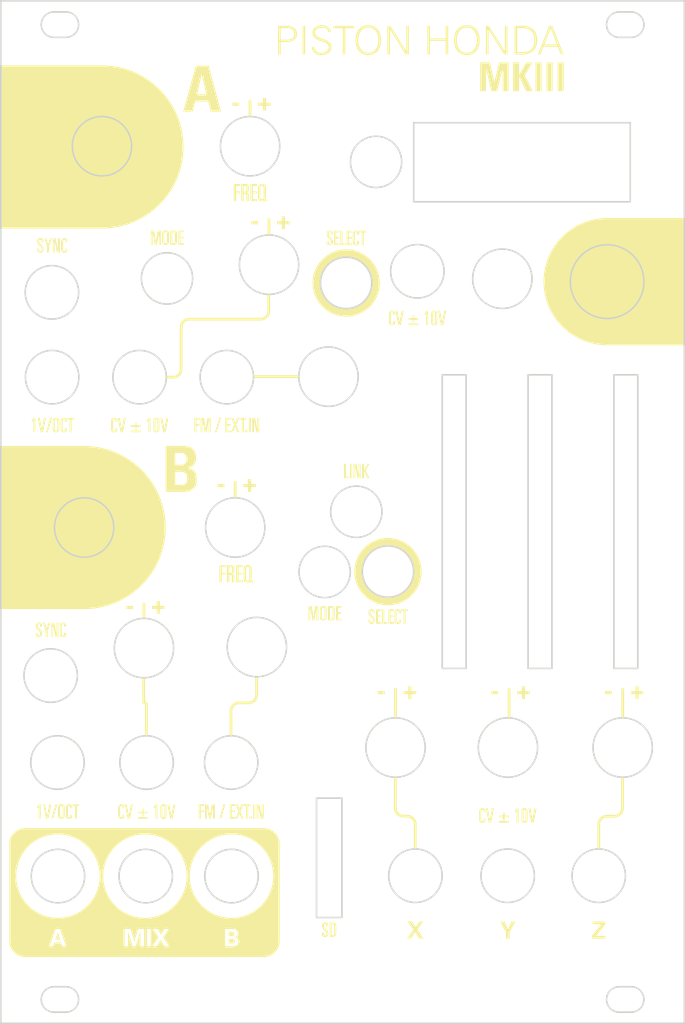
<source format=kicad_pcb>
(kicad_pcb (version 20211014) (generator pcbnew)
  (layers (0 "F.Cu" signal) (31 "B.Cu" signal) (34 "B.Paste" user) (35 "F.Paste" user) (36 "B.SilkS" user "B.Silkscreen") (37 "F.SilkS" user "F.Silkscreen") (38 "B.Mask" user) (39 "F.Mask" user) (44 "Edge.Cuts" user))
  (net 0 "")
  (gr_poly (pts (xy 151.046917 71.210184) (xy 151.068924 71.21126) (xy 151.090171 71.213044) (xy 151.110661 71.215528) (xy 151.130397 71.218705) (xy 151.149381 71.222567) (xy 151.167615 71.227105) (xy 151.185103 71.232313) (xy 151.201847 71.238182) (xy 151.217849 71.244705) (xy 151.233112 71.251874) (xy 151.247639 71.259681) (xy 151.261431 71.268119) (xy 151.274493 71.277179) (xy 151.286826 71.286854) (xy 151.298433 71.297137) (xy 151.309317 71.308019) (xy 151.319479 71.319492) (xy 151.328924 71.33155) (xy 151.337652 71.344184) (xy 151.345668 71.357386) (xy 151.352972 71.371149) (xy 151.359569 71.385464) (xy 151.365461 71.400325) (xy 151.37065 71.415724) (xy 151.375138 71.431652) (xy 151.378929 71.448102) (xy 151.382025 71.465066) (xy 151.384428 71.482537) (xy 151.386142 71.500506) (xy 151.38751 71.53791) (xy 151.38751 71.717826) (xy 151.151147 71.717826) (xy 151.151147 71.594356) (xy 151.150686 71.573071) (xy 151.149273 71.552897) (xy 151.146869 71.53387) (xy 151.14343 71.516026) (xy 151.138918 71.499403) (xy 151.136245 71.49156) (xy 151.133288 71.484035) (xy 151.130042 71.476833) (xy 151.126502 71.469959) (xy 151.122661 71.463417) (xy 151.118516 71.457211) (xy 151.114061 71.451347) (xy 151.10929 71.445828) (xy 151.104199 71.440659) (xy 151.098783 71.435845) (xy 151.093036 71.43139) (xy 151.086953 71.427299) (xy 151.080528 71.423576) (xy 151.073758 71.420225) (xy 151.066636 71.417252) (xy 151.059158 71.414661) (xy 151.051317 71.412456) (xy 151.04311 71.410642) (xy 151.034531 71.409222) (xy 151.025575 71.408203) (xy 151.016236 71.407588) (xy 151.006509 71.407382) (xy 150.99458 71.407652) (xy 150.983256 71.408466) (xy 150.972522 71.40983) (xy 150.962364 71.411751) (xy 150.952766 71.414235) (xy 150.943714 71.417289) (xy 150.935194 71.420919) (xy 150.927189 71.425132) (xy 150.919686 71.429934) (xy 150.912669 71.435331) (xy 150.906123 71.441331) (xy 150.900035 71.447939) (xy 150.894388 71.455162) (xy 150.889168 71.463006) (xy 150.88436 71.471478) (xy 150.879949 71.480585) (xy 150.875921 71.490332) (xy 150.872261 71.500726) (xy 150.868953 71.511775) (xy 150.865983 71.523483) (xy 150.863336 71.535858) (xy 150.860996 71.548906) (xy 150.858951 71.562634) (xy 150.857183 71.577047) (xy 150.854425 71.607958) (xy 150.852601 71.641691) (xy 150.851595 71.678296) (xy 150.851285 71.717826) (xy 150.851285 72.603305) (xy 150.852058 72.641) (xy 150.854324 72.674839) (xy 150.858006 72.70502) (xy 150.863026 72.731738) (xy 150.869307 72.755191) (xy 150.872897 72.765754) (xy 150.876772 72.775574) (xy 150.880924 72.784676) (xy 150.885343 72.793084) (xy 150.890018 72.800822) (xy 150.894942 72.807917) (xy 150.900102 72.814391) (xy 150.905491 72.820269) (xy 150.911099 72.825577) (xy 150.916914 72.830338) (xy 150.922929 72.834577) (xy 150.929133 72.838318) (xy 150.94207 72.844408) (xy 150.955648 72.848802) (xy 150.96979 72.851697) (xy 150.984417 72.853291) (xy 150.999452 72.853778) (xy 151.007957 72.853592) (xy 151.016271 72.853028) (xy 151.024388 72.852084) (xy 151.032304 72.850754) (xy 151.040013 72.849033) (xy 151.04751 72.846918) (xy 151.05479 72.844404) (xy 151.061848 72.841486) (xy 151.068679 72.83816) (xy 151.075277 72.834421) (xy 151.081637 72.830265) (xy 151.087755 72.825687) (xy 151.093624 72.820683) (xy 151.099241 72.815248) (xy 151.104599 72.809377) (xy 151.109693 72.803067) (xy 151.114518 72.796312) (xy 151.11907 72.789108) (xy 151.123343 72.781451) (xy 151.127331 72.773336) (xy 151.13103 72.764758) (xy 151.134435 72.755713) (xy 151.13754 72.746197) (xy 151.14034 72.736204) (xy 151.14283 72.725731) (xy 151.145004 72.714773) (xy 151.146859 72.703325) (xy 151.148387 72.691383) (xy 151.149585 72.678943) (xy 151.150447 72.665999) (xy 151.150969 72.652547) (xy 151.151143 72.638584) (xy 151.151143 72.51511) (xy 151.387502 72.51511) (xy 151.387502 72.716194) (xy 151.38656 72.751351) (xy 151.383602 72.785289) (xy 151.378433 72.817863) (xy 151.374958 72.833593) (xy 151.370856 72.848927) (xy 151.366102 72.863849) (xy 151.360674 72.878338) (xy 151.354545 72.892378) (xy 151.347691 72.905951) (xy 151.340088 72.919038) (xy 151.331711 72.93162) (xy 151.322536 72.943681) (xy 151.312538 72.955202) (xy 151.301692 72.966165) (xy 151.289975 72.976551) (xy 151.277361 72.986344) (xy 151.263825 72.995524) (xy 151.249344 73.004073) (xy 151.233893 73.011974) (xy 151.217447 73.019208) (xy 151.199982 73.025758) (xy 151.181473 73.031604) (xy 151.161895 73.03673) (xy 151.141225 73.041117) (xy 151.119437 73.044747) (xy 151.096507 73.047602) (xy 151.072411 73.049663) (xy 151.047123 73.050913) (xy 151.02062 73.051334) (xy 150.991802 73.05085) (xy 150.964204 73.049403) (xy 150.937806 73.047003) (xy 150.912588 73.043658) (xy 150.888531 73.039378) (xy 150.865614 73.034172) (xy 150.843817 73.028049) (xy 150.82312 73.021017) (xy 150.803502 73.013086) (xy 150.784946 73.004265) (xy 150.767428 72.994563) (xy 150.750931 72.983989) (xy 150.735434 72.972552) (xy 150.720917 72.960261) (xy 150.70736 72.947125) (xy 150.694742 72.933153) (xy 150.683045 72.918354) (xy 150.672247 72.902738) (xy 150.662329 72.886313) (xy 150.653271 72.869088) (xy 150.645052 72.851073) (xy 150.637654 72.832275) (xy 150.631055 72.812706) (xy 150.625235 72.792373) (xy 150.620175 72.771285) (xy 150.615855 72.749452) (xy 150.609354 72.703585) (xy 150.60557 72.654846) (xy 150.604345 72.603305) (xy 150.604345 71.693134) (xy 150.600816 71.682548) (xy 150.601811 71.635962) (xy 150.604971 71.590323) (xy 150.61056 71.545912) (xy 150.618841 71.503016) (xy 150.630078 71.461919) (xy 150.636887 71.442133) (xy 150.644534 71.422904) (xy 150.653052 71.404266) (xy 150.662474 71.386256) (xy 150.672832 71.368908) (xy 150.68416 71.352258) (xy 150.69649 71.336343) (xy 150.709856 71.321196) (xy 150.72429 71.306855) (xy 150.739825 71.293354) (xy 150.756495 71.280728) (xy 150.774332 71.269015) (xy 150.793369 71.258248) (xy 150.81364 71.248464) (xy 150.835176 71.239697) (xy 150.858012 71.231985) (xy 150.882179 71.225361) (xy 150.907711 71.219862) (xy 150.934641 71.215523) (xy 150.963002 71.21238) (xy 150.992827 71.210468) (xy 151.024148 71.209823)) (layer "F.SilkS") (width 0) (fill solid))
  (gr_poly (pts (xy 171.202996 43.625978) (xy 170.448053 43.625978) (xy 170.448053 40.017042) (xy 171.202996 40.017042)) (layer "F.SilkS") (width 0) (fill solid))
  (gr_poly (pts (xy 142.628082 148.091626) (xy 142.651971 148.093172) (xy 142.675023 148.095679) (xy 142.697233 148.099091) (xy 142.718596 148.10335) (xy 142.739106 148.108399) (xy 142.758758 148.114183) (xy 142.777547 148.120643) (xy 142.795468 148.127724) (xy 142.812515 148.135367) (xy 142.828684 148.143518) (xy 142.843969 148.152118) (xy 142.858365 148.16111) (xy 142.871867 148.170439) (xy 142.884471 148.180046) (xy 142.896169 148.189876) (xy 142.903977 148.197451) (xy 142.911506 148.205661) (xy 142.918725 148.214564) (xy 142.925603 148.224216) (xy 142.932109 148.234675) (xy 142.938212 148.245997) (xy 142.94388 148.258238) (xy 142.949084 148.271456) (xy 142.951502 148.278449) (xy 142.953792 148.285708) (xy 142.957972 148.30105) (xy 142.961595 148.317539) (xy 142.964628 148.335231) (xy 142.967041 148.354185) (xy 142.968804 148.374456) (xy 142.969883 148.396101) (xy 142.97025 148.419178) (xy 142.97025 148.58852) (xy 142.733892 148.58852) (xy 142.733892 148.447406) (xy 142.733392 148.428724) (xy 142.73188 148.41106) (xy 142.729334 148.39444) (xy 142.725733 148.37889) (xy 142.723531 148.371524) (xy 142.721058 148.364435) (xy 142.718311 148.357627) (xy 142.715288 148.351103) (xy 142.711985 148.344865) (xy 142.708401 148.338917) (xy 142.704532 148.333263) (xy 142.700377 148.327905) (xy 142.695932 148.322847) (xy 142.691195 148.318092) (xy 142.686164 148.313643) (xy 142.680836 148.309504) (xy 142.675208 148.305677) (xy 142.669277 148.302166) (xy 142.663042 148.298974) (xy 142.656499 148.296104) (xy 142.649647 148.29356) (xy 142.642481 148.291344) (xy 142.635 148.289461) (xy 142.627202 148.287913) (xy 142.619083 148.286703) (xy 142.610641 148.285835) (xy 142.601874 148.285312) (xy 142.592778 148.285137) (xy 142.583342 148.285303) (xy 142.574215 148.285805) (xy 142.565397 148.286648) (xy 142.556887 148.287838) (xy 142.548685 148.289378) (xy 142.540789 148.291276) (xy 142.5332 148.293535) (xy 142.525916 148.296161) (xy 142.518937 148.299159) (xy 142.512263 148.302534) (xy 142.505892 148.306292) (xy 142.499824 148.310437) (xy 142.494058 148.314975) (xy 142.488594 148.319911) (xy 142.483431 148.32525) (xy 142.478568 148.330997) (xy 142.474005 148.337158) (xy 142.469741 148.343737) (xy 142.465775 148.35074) (xy 142.462108 148.358172) (xy 142.458737 148.366038) (xy 142.455663 148.374343) (xy 142.452885 148.383093) (xy 142.450402 148.392292) (xy 142.448214 148.401946) (xy 142.446319 148.41206) (xy 142.444718 148.422639) (xy 142.443409 148.433689) (xy 142.442392 148.445213) (xy 142.441667 148.457219) (xy 142.441087 148.482692) (xy 142.44142 148.505317) (xy 142.442596 148.5271) (xy 142.444877 148.548356) (xy 142.448528 148.569399) (xy 142.450949 148.57994) (xy 142.453812 148.590546) (xy 142.457149 148.601257) (xy 142.460992 148.612111) (xy 142.465376 148.623149) (xy 142.470332 148.63441) (xy 142.475895 148.645934) (xy 142.482096 148.657758) (xy 142.48897 148.669924) (xy 142.496548 148.68247) (xy 142.513949 148.708862) (xy 142.534566 148.737248) (xy 142.55866 148.767944) (xy 142.586495 148.801265) (xy 142.618335 148.837527) (xy 142.654444 148.877044) (xy 142.695085 148.920131) (xy 142.738447 148.965887) (xy 142.777402 149.00819) (xy 142.81217 149.047475) (xy 142.842975 149.084176) (xy 142.870039 149.118728) (xy 142.893583 149.151563) (xy 142.913831 149.183117) (xy 142.931004 149.213824) (xy 142.945324 149.244117) (xy 142.957014 149.27443) (xy 142.966296 149.305198) (xy 142.973392 149.336855) (xy 142.978524 149.369835) (xy 142.981915 149.404572) (xy 142.983786 149.441499) (xy 142.984361 149.481052) (xy 142.98306 149.532552) (xy 142.979083 149.581179) (xy 142.972315 149.626872) (xy 142.967849 149.648598) (xy 142.962643 149.669567) (xy 142.956683 149.689771) (xy 142.949953 149.709203) (xy 142.942441 149.727854) (xy 142.934132 149.745718) (xy 142.925011 149.762785) (xy 142.915065 149.779049) (xy 142.904279 149.794502) (xy 142.892639 149.809136) (xy 142.880131 149.822943) (xy 142.866741 149.835915) (xy 142.852454 149.848045) (xy 142.837256 149.859325) (xy 142.821134 149.869747) (xy 142.804072 149.879304) (xy 142.786056 149.887987) (xy 142.767073 149.895789) (xy 142.747108 149.902702) (xy 142.726147 149.908719) (xy 142.704176 149.913831) (xy 142.68118 149.918031) (xy 142.657146 149.921312) (xy 142.632058 149.923664) (xy 142.605904 149.925082) (xy 142.578668 149.925556) (xy 142.536522 149.924392) (xy 142.496158 149.920877) (xy 142.457707 149.914975) (xy 142.421296 149.906649) (xy 142.387057 149.895863) (xy 142.370791 149.889537) (xy 142.355116 149.882582) (xy 142.340049 149.874993) (xy 142.325605 149.866768) (xy 142.3118 149.8579) (xy 142.298651 149.848385) (xy 142.286174 149.83822) (xy 142.274385 149.827399) (xy 142.2633 149.815917) (xy 142.252935 149.803771) (xy 142.243307 149.790956) (xy 142.234431 149.777467) (xy 142.226324 149.763299) (xy 142.219001 149.74845) (xy 142.21248 149.732912) (xy 142.206776 149.716683) (xy 142.201905 149.699757) (xy 142.197883 149.682131) (xy 142.194727 149.663799) (xy 142.192453 149.644757) (xy 142.191076 149.625001) (xy 142.190614 149.604526) (xy 142.190614 149.389339) (xy 142.194139 149.389324) (xy 142.444612 149.389324) (xy 142.444612 149.537494) (xy 142.445151 149.55944) (xy 142.446775 149.58027) (xy 142.449495 149.599942) (xy 142.453321 149.618415) (xy 142.458263 149.635648) (xy 142.464331 149.651599) (xy 142.467791 149.659081) (xy 142.471537 149.666227) (xy 142.475569 149.673032) (xy 142.479889 149.679491) (xy 142.484499 149.685598) (xy 142.489399 149.691349) (xy 142.494592 149.696738) (xy 142.500077 149.70176) (xy 142.505857 149.70641) (xy 142.511933 149.710682) (xy 142.518307 149.714573) (xy 142.524978 149.718076) (xy 142.53195 149.721186) (xy 142.539222 149.723898) (xy 142.546797 149.726207) (xy 142.554675 149.728107) (xy 142.562858 149.729595) (xy 142.571348 149.730664) (xy 142.580144 149.731309) (xy 142.58925 149.731525) (xy 142.60152 149.731268) (xy 142.613204 149.730505) (xy 142.624314 149.729246) (xy 142.634863 149.727501) (xy 142.644865 149.725281) (xy 142.654331 149.722595) (xy 142.663276 149.719455) (xy 142.671712 149.71587) (xy 142.679652 149.711851) (xy 142.687108 149.707409) (xy 142.694094 149.702553) (xy 142.700623 149.697294) (xy 142.706708 149.691642) (xy 142.712361 149.685608) (xy 142.717595 149.679201) (xy 142.722424 149.672433) (xy 142.72686 149.665314) (xy 142.730916 149.657853) (xy 142.734605 149.650062) (xy 142.737941 149.64195) (xy 142.740935 149.633529) (xy 142.743601 149.624807) (xy 142.745952 149.615796) (xy 142.748 149.606506) (xy 142.751242 149.58713) (xy 142.75343 149.566762) (xy 142.754666 149.545484) (xy 142.755056 149.52338) (xy 142.754913 149.496061) (xy 142.754243 149.470685) (xy 142.752684 149.446798) (xy 142.749875 149.423943) (xy 142.747888 149.412761) (xy 142.745453 149.401667) (xy 142.742524 149.390604) (xy 142.739057 149.379515) (xy 142.735006 149.368343) (xy 142.730326 149.357032) (xy 142.724971 149.345524) (xy 142.718897 149.333764) (xy 142.712058 149.321693) (xy 142.704408 149.309255) (xy 142.695904 149.296394) (xy 142.686499 149.283052) (xy 142.676148 149.269172) (xy 142.664807 149.254699) (xy 142.63897 149.223742) (xy 142.608627 149.189726) (xy 142.573416 149.152196) (xy 142.532976 149.110698) (xy 142.486944 149.064777) (xy 142.428784 149.005677) (xy 142.400973 148.976197) (xy 142.374221 148.946537) (xy 142.348688 148.916525) (xy 142.324536 148.885992) (xy 142.301923 148.854766) (xy 142.28101 148.822678) (xy 142.261958 148.789556) (xy 142.25318 148.772554) (xy 142.244927 148.75523) (xy 142.237218 148.737563) (xy 142.230076 148.71953) (xy 142.223518 148.701111) (xy 142.217566 148.682284) (xy 142.212238 148.663029) (xy 142.207557 148.643323) (xy 142.20354 148.623145) (xy 142.200209 148.602475) (xy 142.197583 148.58129) (xy 142.195683 148.55957) (xy 142.194528 148.537293) (xy 142.194139 148.514438) (xy 142.19575 148.461432) (xy 142.197764 148.43634) (xy 142.200581 148.412182) (xy 142.204202 148.388951) (xy 142.208626 148.366642) (xy 142.213853 148.345249) (xy 142.219881 148.324766) (xy 142.22671 148.305187) (xy 142.234339 148.286507) (xy 142.242768 148.268719) (xy 142.251996 148.251818) (xy 142.262023 148.235799) (xy 142.272847 148.220654) (xy 142.284468 148.206379) (xy 142.296886 148.192968) (xy 142.310099 148.180414) (xy 142.324108 148.168713) (xy 142.338911 148.157857) (xy 142.354509 148.147842) (xy 142.370899 148.138662) (xy 142.388082 148.13031) (xy 142.406057 148.122782) (xy 142.424823 148.11607) (xy 142.444379 148.11017) (xy 142.464726 148.105075) (xy 142.485862 148.10078) (xy 142.507787 148.097279) (xy 142.5305 148.094566) (xy 142.554 148.092636) (xy 142.60336 148.091098)) (layer "F.SilkS") (width 0) (fill solid))
  (gr_poly (pts (xy 123.239429 134.681942) (xy 123.242957 134.681942) (xy 123.504012 133.249652) (xy 123.754484 133.249652) (xy 123.387595 135.052356) (xy 123.098317 135.052356) (xy 122.731429 133.249652) (xy 122.978374 133.249652)) (layer "F.SilkS") (width 0) (fill solid))
  (gr_poly (pts (xy 115.039296 40.397273) (xy 115.559937 40.436861) (xy 116.073007 40.502053) (xy 116.577862 40.592205) (xy 117.073856 40.706675) (xy 117.560346 40.844816) (xy 118.036689 41.005986) (xy 118.50224 41.18954) (xy 118.956354 41.394835) (xy 119.398389 41.621226) (xy 119.827699 41.86807) (xy 120.243642 42.134721) (xy 120.645573 42.420537) (xy 121.032847 42.724874) (xy 121.404822 43.047086) (xy 121.760852 43.386531) (xy 122.100295 43.742565) (xy 122.422505 44.114542) (xy 122.726839 44.501819) (xy 123.012653 44.903753) (xy 123.279303 45.319699) (xy 123.526145 45.749013) (xy 123.752534 46.191051) (xy 123.957827 46.645169) (xy 124.14138 47.110723) (xy 124.302549 47.587069) (xy 124.440689 48.073563) (xy 124.555158 48.569561) (xy 124.645309 49.074419) (xy 124.710501 49.587493) (xy 124.750088 50.108139) (xy 124.763427 50.635713) (xy 124.750088 51.163287) (xy 124.710501 51.683933) (xy 124.645309 52.197006) (xy 124.555158 52.701864) (xy 124.440689 53.197862) (xy 124.302549 53.684356) (xy 124.14138 54.160702) (xy 123.957827 54.626256) (xy 123.752534 55.080374) (xy 123.526145 55.522412) (xy 123.279303 55.951726) (xy 123.012653 56.367672) (xy 122.726839 56.769605) (xy 122.422505 57.156882) (xy 122.100295 57.52886) (xy 121.760852 57.884893) (xy 121.404822 58.224337) (xy 121.032847 58.54655) (xy 120.645573 58.850886) (xy 120.243642 59.136702) (xy 119.827699 59.403354) (xy 119.398389 59.650198) (xy 118.956354 59.876589) (xy 118.502239 60.081883) (xy 118.036688 60.265438) (xy 117.560346 60.426607) (xy 117.073855 60.564749) (xy 116.577861 60.679218) (xy 116.073007 60.76937) (xy 115.559937 60.834562) (xy 115.039295 60.87415) (xy 114.511725 60.887489) (xy 101.878778 60.887489) (xy 101.878778 40.38746) (xy 114.511725 40.38746) (xy 114.511726 40.383934)) (layer "F.SilkS") (width 0) (fill solid))
  (gr_poly (pts (xy 124.835242 88.217074) (xy 125.001159 88.227576) (xy 125.161525 88.246335) (xy 125.315468 88.274381) (xy 125.462114 88.312742) (xy 125.532428 88.336112) (xy 125.60059 88.362446) (xy 125.666492 88.391872) (xy 125.730024 88.424521) (xy 125.791076 88.460519) (xy 125.84954 88.499996) (xy 125.905306 88.54308) (xy 125.958266 88.589899) (xy 126.00831 88.640582) (xy 126.055329 88.695258) (xy 126.099214 88.754056) (xy 126.139855 88.817103) (xy 126.177144 88.884528) (xy 126.210972 88.95646) (xy 126.241228 89.033028) (xy 126.267804 89.11436) (xy 126.290592 89.200584) (xy 126.309481 89.291829) (xy 126.324362 89.388224) (xy 126.335127 89.489896) (xy 126.341666 89.596976) (xy 126.343869 89.70959) (xy 126.340025 89.831754) (xy 126.328491 89.949371) (xy 126.309267 90.062192) (xy 126.282354 90.169969) (xy 126.247751 90.272454) (xy 126.227567 90.321635) (xy 126.205459 90.3694) (xy 126.18143 90.415718) (xy 126.155478 90.460558) (xy 126.127604 90.503889) (xy 126.097807 90.54568) (xy 126.066088 90.5859) (xy 126.032447 90.624518) (xy 125.996883 90.661503) (xy 125.959397 90.696824) (xy 125.919989 90.73045) (xy 125.878658 90.76235) (xy 125.835405 90.792493) (xy 125.790229 90.820848) (xy 125.743132 90.847384) (xy 125.694111 90.87207) (xy 125.643169 90.894875) (xy 125.590304 90.915768) (xy 125.535516 90.934718) (xy 125.478807 90.951693) (xy 125.420175 90.966664) (xy 125.35962 90.979598) (xy 125.35962 90.997242) (xy 125.43814 91.009741) (xy 125.513014 91.024729) (xy 125.584318 91.042169) (xy 125.652129 91.062029) (xy 125.716521 91.084274) (xy 125.777571 91.108869) (xy 125.835353 91.135781) (xy 125.889943 91.164975) (xy 125.941418 91.196417) (xy 125.989852 91.230073) (xy 126.035321 91.265908) (xy 126.0779 91.303888) (xy 126.117666 91.34398) (xy 126.154694 91.386148) (xy 126.189059 91.430358) (xy 126.220837 91.476577) (xy 126.250103 91.52477) (xy 126.276934 91.574903) (xy 126.301404 91.626942) (xy 126.32359 91.680851) (xy 126.343566 91.736598) (xy 126.361409 91.794148) (xy 126.377194 91.853467) (xy 126.390996 91.914519) (xy 126.412956 92.041691) (xy 126.427893 92.17539) (xy 126.436412 92.315342) (xy 126.439117 92.461273) (xy 126.435448 92.594464) (xy 126.42469 92.719693) (xy 126.407215 92.837206) (xy 126.383396 92.947247) (xy 126.353606 93.050062) (xy 126.318217 93.145894) (xy 126.277603 93.234988) (xy 126.232136 93.31759) (xy 126.182188 93.393945) (xy 126.128133 93.464296) (xy 126.070343 93.52889) (xy 126.00919 93.58797) (xy 125.945049 93.641782) (xy 125.87829 93.69057) (xy 125.809287 93.73458) (xy 125.738413 93.774055) (xy 125.666041 93.809241) (xy 125.592542 93.840383) (xy 125.518291 93.867726) (xy 125.443659 93.891513) (xy 125.294744 93.929404) (xy 125.14878 93.956013) (xy 125.008748 93.9733) (xy 124.877631 93.983223) (xy 124.758409 93.98774) (xy 124.654065 93.988811) (xy 122.519765 93.988811) (xy 122.519763 93.988803) (xy 122.519763 93.103324) (xy 123.722736 93.103324) (xy 124.396537 93.103324) (xy 124.50625 93.101443) (xy 124.568999 93.097348) (xy 124.635268 93.089599) (xy 124.703749 93.077034) (xy 124.773134 93.058489) (xy 124.807757 93.046612) (xy 124.842116 93.032803) (xy 124.876047 93.016919) (xy 124.909387 92.998813) (xy 124.941973 92.97834) (xy 124.973641 92.955356) (xy 125.004227 92.929713) (xy 125.033569 92.901268) (xy 125.061502 92.869875) (xy 125.087864 92.835389) (xy 125.112491 92.797663) (xy 125.135219 92.756553) (xy 125.155886 92.711914) (xy 125.174327 92.6636) (xy 125.19038 92.611466) (xy 125.20388 92.555366) (xy 125.214665 92.495156) (xy 125.22257 92.430689) (xy 125.227434 92.361821) (xy 125.229091 92.288406) (xy 125.226803 92.194837) (xy 125.219714 92.106069) (xy 125.207488 92.022273) (xy 125.199344 91.982292) (xy 125.18979 91.943618) (xy 125.178783 91.906273) (xy 125.166283 91.870276) (xy 125.152247 91.835651) (xy 125.136632 91.802417) (xy 125.119398 91.770597) (xy 125.100501 91.740211) (xy 125.0799 91.711282) (xy 125.057554 91.683829) (xy 125.033419 91.657876) (xy 125.007455 91.633442) (xy 124.979618 91.61055) (xy 124.949868 91.58922) (xy 124.918161 91.569474) (xy 124.884457 91.551333) (xy 124.848712 91.534819) (xy 124.810886 91.519952) (xy 124.770936 91.506755) (xy 124.72882 91.495249) (xy 124.684496 91.485454) (xy 124.637922 91.477392) (xy 124.589057 91.471084) (xy 124.537857 91.466553) (xy 124.484282 91.463818) (xy 124.428289 91.462902) (xy 123.722736 91.462902) (xy 123.722736 93.103324) (xy 122.519763 93.103324) (xy 122.519763 90.573894) (xy 123.72626 90.573894) (xy 124.53412 90.573894) (xy 124.584814 90.571776) (xy 124.637218 90.565219) (xy 124.690645 90.553919) (xy 124.744408 90.537569) (xy 124.771201 90.527406) (xy 124.79782 90.515866) (xy 124.82418 90.502911) (xy 124.850194 90.488504) (xy 124.875776 90.472606) (xy 124.900841 90.455179) (xy 124.925302 90.436184) (xy 124.949075 90.415585) (xy 124.972072 90.393342) (xy 124.994208 90.369418) (xy 125.015397 90.343774) (xy 125.035553 90.316373) (xy 125.054591 90.287176) (xy 125.072423 90.256145) (xy 125.088966 90.223242) (xy 125.104131 90.188428) (xy 125.117834 90.151667) (xy 125.129989 90.112919) (xy 125.14051 90.072147) (xy 125.14931 90.029312) (xy 125.156304 89.984377) (xy 125.161407 89.937303) (xy 125.164531 89.888052) (xy 125.165592 89.836586) (xy 125.164749 89.797225) (xy 125.162244 89.758542) (xy 125.158107 89.720575) (xy 125.152369 89.683362) (xy 125.145064 89.646939) (xy 125.136221 89.611344) (xy 125.125874 89.576614) (xy 125.114053 89.542788) (xy 125.100791 89.509902) (xy 125.086118 89.477994) (xy 125.070067 89.447101) (xy 125.052669 89.417262) (xy 125.033955 89.388513) (xy 125.013959 89.360891) (xy 124.99271 89.334435) (xy 124.970242 89.309182) (xy 124.946584 89.285169) (xy 124.92177 89.262433) (xy 124.895831 89.241013) (xy 124.868798 89.220945) (xy 124.840703 89.202268) (xy 124.811577 89.185018) (xy 124.781453 89.169233) (xy 124.750362 89.15495) (xy 124.718336 89.142208) (xy 124.685406 89.131043) (xy 124.651604 89.121493) (xy 124.616961 89.113595) (xy 124.58151 89.107387) (xy 124.545282 89.102906) (xy 124.508308 89.100191) (xy 124.47062 89.099277) (xy 123.72626 89.099277) (xy 123.72626 90.573894) (xy 122.519763 90.573894) (xy 122.519763 88.213802) (xy 124.664649 88.213802)) (layer "F.SilkS") (width 0) (fill solid))
  (gr_poly (pts (xy 108.755639 84.668849) (xy 108.783838 84.670296) (xy 108.810798 84.672696) (xy 108.83654 84.676041) (xy 108.861086 84.680321) (xy 108.884457 84.685527) (xy 108.906675 84.691651) (xy 108.92776 84.698682) (xy 108.947733 84.706613) (xy 108.966618 84.715435) (xy 108.984433 84.725137) (xy 109.001202 84.735711) (xy 109.016945 84.747148) (xy 109.031683 84.75944) (xy 109.045439 84.772576) (xy 109.058232 84.786548) (xy 109.070085 84.801347) (xy 109.081019 84.816963) (xy 109.091055 84.833388) (xy 109.100214 84.850614) (xy 109.108518 84.868629) (xy 109.115988 84.887426) (xy 109.122646 84.906996) (xy 109.128512 84.92733) (xy 109.133608 84.948417) (xy 109.137956 84.970251) (xy 109.14449 85.016117) (xy 109.148286 85.064857) (xy 109.149514 85.116397) (xy 109.149514 86.026569) (xy 109.148519 86.073155) (xy 109.145359 86.118796) (xy 109.13977 86.163206) (xy 109.131489 86.206102) (xy 109.120252 86.2472) (xy 109.113442 86.266985) (xy 109.105795 86.286215) (xy 109.097277 86.304853) (xy 109.087856 86.322863) (xy 109.077498 86.340211) (xy 109.06617 86.35686) (xy 109.05384 86.372776) (xy 109.040474 86.387922) (xy 109.02604 86.402263) (xy 109.010504 86.415764) (xy 108.993834 86.428389) (xy 108.975997 86.440103) (xy 108.95696 86.45087) (xy 108.93669 86.460654) (xy 108.915153 86.46942) (xy 108.892317 86.477132) (xy 108.86815 86.483756) (xy 108.842618 86.489255) (xy 108.815688 86.493594) (xy 108.787327 86.496737) (xy 108.757502 86.498649) (xy 108.72618 86.499294) (xy 108.696721 86.49881) (xy 108.668523 86.497363) (xy 108.641563 86.494963) (xy 108.61582 86.491618) (xy 108.591275 86.487338) (xy 108.567904 86.482132) (xy 108.545686 86.476008) (xy 108.524601 86.468977) (xy 108.504628 86.461046) (xy 108.485743 86.452225) (xy 108.467928 86.442523) (xy 108.451159 86.431949) (xy 108.435416 86.420512) (xy 108.420678 86.408221) (xy 108.406922 86.395084) (xy 108.394129 86.381113) (xy 108.382276 86.366314) (xy 108.371342 86.350697) (xy 108.361306 86.334272) (xy 108.352147 86.317047) (xy 108.343843 86.299031) (xy 108.336373 86.280234) (xy 108.329715 86.260664) (xy 108.323849 86.240331) (xy 108.318753 86.219243) (xy 108.314405 86.19741) (xy 108.307871 86.151543) (xy 108.304075 86.102803) (xy 108.303268 86.068901) (xy 108.553319 86.068901) (xy 108.554137 86.097135) (xy 108.556551 86.123623) (xy 108.560505 86.148354) (xy 108.565942 86.171317) (xy 108.572806 86.192503) (xy 108.576754 86.202426) (xy 108.581039 86.211901) (xy 108.585651 86.220926) (xy 108.590584 86.2295) (xy 108.595831 86.237622) (xy 108.601385 86.245291) (xy 108.607239 86.252505) (xy 108.613385 86.259262) (xy 108.619817 86.265563) (xy 108.626527 86.271405) (xy 108.633509 86.276787) (xy 108.640755 86.281707) (xy 108.648258 86.286165) (xy 108.65601 86.29016) (xy 108.664006 86.293689) (xy 108.672238 86.296752) (xy 108.680698 86.299347) (xy 108.68938 86.301474) (xy 108.698276 86.303129) (xy 108.707379 86.304314) (xy 108.716683 86.305026) (xy 108.72618 86.305263) (xy 108.735687 86.305026) (xy 108.74502 86.304314) (xy 108.754171 86.303129) (xy 108.763132 86.301474) (xy 108.771893 86.299347) (xy 108.780448 86.296752) (xy 108.788786 86.293689) (xy 108.796901 86.29016) (xy 108.804782 86.286165) (xy 108.812423 86.281707) (xy 108.819815 86.276787) (xy 108.826949 86.271405) (xy 108.833816 86.265563) (xy 108.840409 86.259262) (xy 108.84672 86.252505) (xy 108.852739 86.245291) (xy 108.858458 86.237622) (xy 108.863869 86.2295) (xy 108.868963 86.220926) (xy 108.873733 86.211901) (xy 108.878169 86.202426) (xy 108.882264 86.192503) (xy 108.886008 86.182133) (xy 108.889394 86.171317) (xy 108.892414 86.160057) (xy 108.895057 86.148354) (xy 108.897318 86.136209) (xy 108.899186 86.123623) (xy 108.900653 86.110598) (xy 108.901712 86.097135) (xy 108.902353 86.083236) (xy 108.902569 86.068901) (xy 108.902569 85.123455) (xy 108.901867 85.091455) (xy 108.899764 85.061595) (xy 108.896267 85.033863) (xy 108.891379 85.008251) (xy 108.885106 84.984746) (xy 108.877454 84.96334) (xy 108.873112 84.95342) (xy 108.868427 84.944021) (xy 108.863399 84.935141) (xy 108.85803 84.92678) (xy 108.85232 84.918935) (xy 108.84627 84.911605) (xy 108.839879 84.90479) (xy 108.83315 84.898488) (xy 108.826082 84.892697) (xy 108.818676 84.887417) (xy 108.810933 84.882645) (xy 108.802854 84.878382) (xy 108.794438 84.874624) (xy 108.785688 84.871372) (xy 108.776603 84.868624) (xy 108.767183 84.866379) (xy 108.757431 84.864634) (xy 108.747346 84.86339) (xy 108.72618 84.862396) (xy 108.715441 84.862634) (xy 108.705054 84.863351) (xy 108.695016 84.86455) (xy 108.685328 84.866234) (xy 108.675989 84.868406) (xy 108.666998 84.87107) (xy 108.658354 84.874228) (xy 108.650057 84.877885) (xy 108.642107 84.882043) (xy 108.634502 84.886705) (xy 108.627242 84.891875) (xy 108.620326 84.897557) (xy 108.613754 84.903752) (xy 108.607525 84.910464) (xy 108.601638 84.917698) (xy 108.596093 84.925455) (xy 108.590889 84.933739) (xy 108.586026 84.942554) (xy 108.581502 84.951902) (xy 108.577318 84.961787) (xy 108.573472 84.972213) (xy 108.569963 84.983181) (xy 108.566792 84.994696) (xy 108.563958 85.00676) (xy 108.561459 85.019378) (xy 108.559296 85.032552) (xy 108.557467 85.046285) (xy 108.555972 85.06058) (xy 108.55481 85.075442) (xy 108.553982 85.090873) (xy 108.553319 85.123455) (xy 108.553319 86.068901) (xy 108.303268 86.068901) (xy 108.302848 86.051261) (xy 108.302848 85.14109) (xy 108.303842 85.094504) (xy 108.307002 85.048863) (xy 108.312591 85.004453) (xy 108.320872 84.961557) (xy 108.332109 84.920459) (xy 108.338919 84.900673) (xy 108.346566 84.881444) (xy 108.355084 84.862806) (xy 108.364505 84.844796) (xy 108.374863 84.827448) (xy 108.386191 84.810799) (xy 108.398522 84.794883) (xy 108.411887 84.779737) (xy 108.426321 84.765395) (xy 108.441857 84.751894) (xy 108.458527 84.739269) (xy 108.476364 84.727556) (xy 108.495401 84.716789) (xy 108.515671 84.707005) (xy 108.537208 84.698239) (xy 108.560043 84.690526) (xy 108.584211 84.683903) (xy 108.609743 84.678404) (xy 108.636673 84.674065) (xy 108.665034 84.670922) (xy 108.694859 84.66901) (xy 108.72618 84.668365)) (layer "F.SilkS") (width 0) (fill solid))
  (gr_poly (pts (xy 126.820117 84.894149) (xy 126.389728 84.894149) (xy 126.389728 85.458599) (xy 126.795423 85.458599) (xy 126.795423 85.66674) (xy 126.389728 85.66674) (xy 126.389728 86.485191) (xy 126.139257 86.485191) (xy 126.139257 84.682479) (xy 126.820117 84.682479)) (layer "F.SilkS") (width 0) (fill solid))
  (gr_poly (pts (xy 134.682183 55.271821) (xy 134.717894 55.273574) (xy 134.751881 55.276481) (xy 134.784183 55.280529) (xy 134.814836 55.285706) (xy 134.843878 55.292) (xy 134.871346 55.299399) (xy 134.897278 55.30789) (xy 134.921712 55.317461) (xy 134.944685 55.3281) (xy 134.966234 55.339794) (xy 134.986396 55.352532) (xy 135.00521 55.3663) (xy 135.022713 55.381087) (xy 135.038941 55.396881) (xy 135.053934 55.413669) (xy 135.067727 55.431438) (xy 135.08036 55.450177) (xy 135.091868 55.469874) (xy 135.102289 55.490515) (xy 135.111662 55.51209) (xy 135.120023 55.534584) (xy 135.12741 55.557987) (xy 135.13386 55.582286) (xy 135.144101 55.633523) (xy 135.151045 55.688196) (xy 135.154991 55.746207) (xy 135.15624 55.807458) (xy 135.15624 56.83052) (xy 135.155666 56.864152) (xy 135.153966 56.8975) (xy 135.15117 56.930445) (xy 135.14731 56.962868) (xy 135.142416 56.99465) (xy 135.13652 57.025672) (xy 135.129652 57.055816) (xy 135.121844 57.084963) (xy 135.113126 57.112993) (xy 135.103529 57.139788) (xy 135.093085 57.165229) (xy 135.081825 57.189198) (xy 135.069778 57.211575) (xy 135.056978 57.232241) (xy 135.043454 57.251078) (xy 135.029237 57.267967) (xy 135.036294 57.27502) (xy 135.04675 57.269973) (xy 135.058259 57.265401) (xy 135.070802 57.261284) (xy 135.084358 57.257602) (xy 135.098907 57.254332) (xy 135.114427 57.251456) (xy 135.130898 57.248951) (xy 135.148299 57.246798) (xy 135.16661 57.244976) (xy 135.185809 57.243464) (xy 135.205877 57.242241) (xy 135.226793 57.241287) (xy 135.271084 57.240102) (xy 135.318517 57.239744) (xy 135.318517 57.454938) (xy 135.230246 57.455696) (xy 135.13689 57.457695) (xy 134.947658 57.463759) (xy 134.776285 57.469823) (xy 134.648237 57.472579) (xy 134.612948 57.471992) (xy 134.579164 57.470239) (xy 134.546859 57.467333) (xy 134.516008 57.463285) (xy 134.486585 57.458107) (xy 134.458567 57.451813) (xy 134.431927 57.444415) (xy 134.40664 57.435924) (xy 134.382681 57.426352) (xy 134.360025 57.415714) (xy 134.338647 57.404019) (xy 134.318521 57.391282) (xy 134.299623 57.377513) (xy 134.281927 57.362726) (xy 134.265407 57.346933) (xy 134.25004 57.330145) (xy 134.235799 57.312375) (xy 134.222659 57.293636) (xy 134.210595 57.27394) (xy 134.199583 57.253298) (xy 134.189596 57.231724) (xy 134.18061 57.209229) (xy 134.172599 57.185826) (xy 134.165538 57.161527) (xy 134.159403 57.136345) (xy 134.154167 57.110291) (xy 134.146294 57.055618) (xy 134.141718 56.997607) (xy 134.140578 56.950466) (xy 134.436574 56.950466) (xy 134.437555 56.984487) (xy 134.440453 57.016426) (xy 134.445201 57.046267) (xy 134.451732 57.073994) (xy 134.459979 57.099592) (xy 134.464724 57.111588) (xy 134.469874 57.123045) (xy 134.475418 57.133963) (xy 134.48135 57.144339) (xy 134.48766 57.15417) (xy 134.49434 57.163457) (xy 134.501382 57.172195) (xy 134.508778 57.180383) (xy 134.516518 57.18802) (xy 134.524595 57.195103) (xy 134.533 57.201631) (xy 134.541724 57.207601) (xy 134.550761 57.213012) (xy 134.5601 57.217862) (xy 134.569733 57.222148) (xy 134.579653 57.225869) (xy 134.589851 57.229023) (xy 134.600318 57.231608) (xy 134.611046 57.233621) (xy 134.622026 57.235062) (xy 134.633251 57.235928) (xy 134.644712 57.236217) (xy 134.656182 57.235928) (xy 134.667436 57.235062) (xy 134.678464 57.233621) (xy 134.689256 57.231608) (xy 134.699803 57.229023) (xy 134.710094 57.225869) (xy 134.720121 57.222148) (xy 134.729873 57.217862) (xy 134.739341 57.213012) (xy 134.748515 57.207601) (xy 134.757385 57.201631) (xy 134.765942 57.195103) (xy 134.774177 57.18802) (xy 134.782078 57.180383) (xy 134.789637 57.172195) (xy 134.796844 57.163457) (xy 134.80369 57.15417) (xy 134.810164 57.144339) (xy 134.816256 57.133963) (xy 134.821958 57.123045) (xy 134.82726 57.111588) (xy 134.832151 57.099592) (xy 134.836623 57.08706) (xy 134.840665 57.073994) (xy 134.844268 57.060395) (xy 134.847421 57.046267) (xy 134.850116 57.03161) (xy 134.852343 57.016426) (xy 134.854092 57.000718) (xy 134.855353 56.984487) (xy 134.856117 56.967736) (xy 134.856374 56.950466) (xy 134.856374 55.814516) (xy 134.855547 55.776147) (xy 134.853067 55.740404) (xy 134.848933 55.707266) (xy 134.843145 55.676711) (xy 134.835704 55.648719) (xy 134.826609 55.62327) (xy 134.821442 55.611493) (xy 134.815861 55.600343) (xy 134.809867 55.589819) (xy 134.803459 55.579917) (xy 134.796638 55.570636) (xy 134.789403 55.561972) (xy 134.781755 55.553923) (xy 134.773694 55.546486) (xy 134.765219 55.539659) (xy 134.756331 55.533439) (xy 134.74703 55.527824) (xy 134.737315 55.522811) (xy 134.727186 55.518398) (xy 134.716644 55.514581) (xy 134.705689 55.511358) (xy 134.694321 55.508728) (xy 134.682538 55.506686) (xy 134.670343 55.505231) (xy 134.644712 55.50407) (xy 134.631699 55.50436) (xy 134.619119 55.505231) (xy 134.606971 55.506686) (xy 134.595253 55.508728) (xy 134.583964 55.511358) (xy 134.573103 55.514581) (xy 134.562668 55.518398) (xy 134.552658 55.522811) (xy 134.543072 55.527824) (xy 134.533908 55.533439) (xy 134.525166 55.539659) (xy 134.516843 55.546486) (xy 134.508939 55.553923) (xy 134.501452 55.561972) (xy 134.494382 55.570636) (xy 134.487726 55.579917) (xy 134.481483 55.589819) (xy 134.475652 55.600343) (xy 134.470233 55.611493) (xy 134.465223 55.62327) (xy 134.460621 55.635679) (xy 134.456426 55.648719) (xy 134.452637 55.662396) (xy 134.449252 55.676711) (xy 134.44627 55.691667) (xy 134.44369 55.707266) (xy 134.44151 55.723511) (xy 134.43973 55.740404) (xy 134.438347 55.757949) (xy 134.437361 55.776147) (xy 134.436574 55.814516) (xy 134.436574 56.950466) (xy 134.140578 56.950466) (xy 134.140237 56.936355) (xy 134.140237 55.842739) (xy 134.136712 55.83921) (xy 134.137922 55.782834) (xy 134.141756 55.727699) (xy 134.148526 55.674134) (xy 134.15854 55.622471) (xy 134.172111 55.57304) (xy 134.180326 55.549266) (xy 134.189546 55.526173) (xy 134.19981 55.503804) (xy 134.211157 55.4822) (xy 134.223626 55.461401) (xy 134.237254 55.441451) (xy 134.252081 55.422389) (xy 134.268146 55.404257) (xy 134.285487 55.387097) (xy 134.304144 55.37095) (xy 134.324154 55.355857) (xy 134.345557 55.341859) (xy 134.368392 55.328998) (xy 134.392696 55.317316) (xy 134.41851 55.306853) (xy 134.445871 55.297651) (xy 134.474819 55.289752) (xy 134.505392 55.283196) (xy 134.537629 55.278024) (xy 134.571569 55.27428) (xy 134.60725 55.272002) (xy 134.644712 55.271234)) (layer "F.SilkS") (width 0) (fill solid))
  (gr_poly (pts (xy 160.510634 35.337856) (xy 160.603482 35.344409) (xy 160.6936 35.355245) (xy 160.780967 35.370293) (xy 160.865561 35.389483) (xy 160.947362 35.412744) (xy 161.026347 35.440007) (xy 161.102496 35.4712) (xy 161.175788 35.506254) (xy 161.2462 35.545097) (xy 161.313712 35.58766) (xy 161.378303 35.633872) (xy 161.43995 35.683662) (xy 161.498634 35.736961) (xy 161.554331 35.793697) (xy 161.607022 35.853801) (xy 161.656685 35.917202) (xy 161.703298 35.983829) (xy 161.74684 36.053612) (xy 161.78729 36.126482) (xy 161.824626 36.202366) (xy 161.858828 36.281196) (xy 161.889873 36.3629) (xy 161.917741 36.447408) (xy 161.942411 36.53465) (xy 161.96386 36.624555) (xy 161.982068 36.717053) (xy 161.997013 36.812073) (xy 162.008674 36.909546) (xy 162.01703 37.0094) (xy 162.022059 37.111565) (xy 162.02374 37.215971) (xy 162.01703 37.422543) (xy 161.997013 37.61987) (xy 161.96386 37.807388) (xy 161.942411 37.897293) (xy 161.917741 37.984535) (xy 161.889873 38.069043) (xy 161.858828 38.150747) (xy 161.824626 38.229576) (xy 161.78729 38.305461) (xy 161.74684 38.37833) (xy 161.703298 38.448114) (xy 161.656685 38.514741) (xy 161.607022 38.578142) (xy 161.554331 38.638246) (xy 161.498634 38.694982) (xy 161.43995 38.748281) (xy 161.378303 38.798071) (xy 161.313712 38.844283) (xy 161.2462 38.886846) (xy 161.175788 38.925689) (xy 161.102496 38.960743) (xy 161.026347 38.991936) (xy 160.947362 39.019198) (xy 160.865561 39.04246) (xy 160.780967 39.06165) (xy 160.6936 39.076698) (xy 160.603482 39.087534) (xy 160.510634 39.094087) (xy 160.415078 39.096287) (xy 160.319522 39.094087) (xy 160.226675 39.087534) (xy 160.136557 39.076698) (xy 160.04919 39.06165) (xy 159.964596 39.04246) (xy 159.882795 39.019199) (xy 159.80381 38.991936) (xy 159.727661 38.960743) (xy 159.654369 38.925689) (xy 159.583957 38.886846) (xy 159.516445 38.844283) (xy 159.451854 38.798071) (xy 159.390206 38.748281) (xy 159.331523 38.694982) (xy 159.275826 38.638246) (xy 159.223135 38.578142) (xy 159.173472 38.514741) (xy 159.126859 38.448114) (xy 159.083317 38.378331) (xy 159.042867 38.305461) (xy 159.005531 38.229577) (xy 158.971329 38.150747) (xy 158.940284 38.069043) (xy 158.912415 37.984535) (xy 158.887746 37.897293) (xy 158.866297 37.807388) (xy 158.848089 37.71489) (xy 158.833144 37.61987) (xy 158.821483 37.522397) (xy 158.813127 37.422543) (xy 158.808098 37.320378) (xy 158.806417 37.215971) (xy 159.15566 37.215971) (xy 159.159921 37.363946) (xy 159.172879 37.510763) (xy 159.194797 37.655265) (xy 159.22594 37.796294) (xy 159.266571 37.932693) (xy 159.316953 38.063304) (xy 159.37735 38.18697) (xy 159.411387 38.245837) (xy 159.448026 38.302533) (xy 159.487301 38.356914) (xy 159.529243 38.408835) (xy 159.573888 38.458152) (xy 159.621266 38.50472) (xy 159.671412 38.548393) (xy 159.724359 38.589028) (xy 159.780138 38.62648) (xy 159.838783 38.660604) (xy 159.900328 38.691255) (xy 159.964804 38.718289) (xy 160.032245 38.741561) (xy 160.102684 38.760926) (xy 160.176154 38.776239) (xy 160.252688 38.787357) (xy 160.332318 38.794133) (xy 160.415078 38.796424) (xy 160.497838 38.794133) (xy 160.577469 38.787357) (xy 160.654002 38.776239) (xy 160.727472 38.760926) (xy 160.797911 38.741561) (xy 160.865353 38.718289) (xy 160.929829 38.691255) (xy 160.991373 38.660604) (xy 161.050018 38.62648) (xy 161.105798 38.589028) (xy 161.158743 38.548393) (xy 161.208889 38.50472) (xy 161.256268 38.458152) (xy 161.300912 38.408835) (xy 161.342855 38.356914) (xy 161.382129 38.302533) (xy 161.418768 38.245837) (xy 161.452804 38.18697) (xy 161.484271 38.126078) (xy 161.513201 38.063304) (xy 161.539627 37.998794) (xy 161.563583 37.932693) (xy 161.5851 37.865145) (xy 161.604213 37.796294) (xy 161.635356 37.655265) (xy 161.657275 37.510763) (xy 161.670232 37.363946) (xy 161.674493 37.215971) (xy 161.670232 37.067997) (xy 161.657275 36.92118) (xy 161.635356 36.776678) (xy 161.604213 36.635649) (xy 161.563583 36.49925) (xy 161.513201 36.368639) (xy 161.452804 36.244973) (xy 161.418768 36.186106) (xy 161.382129 36.12941) (xy 161.342855 36.075029) (xy 161.300912 36.023108) (xy 161.256268 35.973791) (xy 161.208889 35.927223) (xy 161.158743 35.88355) (xy 161.105798 35.842914) (xy 161.050018 35.805463) (xy 160.991373 35.771339) (xy 160.929829 35.740688) (xy 160.865353 35.713654) (xy 160.797911 35.690382) (xy 160.727472 35.671017) (xy 160.654002 35.655703) (xy 160.577469 35.644586) (xy 160.497838 35.63781) (xy 160.415078 35.635519) (xy 160.332318 35.63781) (xy 160.252688 35.644586) (xy 160.176154 35.655703) (xy 160.102684 35.671017) (xy 160.032245 35.690382) (xy 159.964804 35.713654) (xy 159.900328 35.740688) (xy 159.838783 35.771339) (xy 159.780138 35.805463) (xy 159.724359 35.842914) (xy 159.671412 35.88355) (xy 159.621266 35.927223) (xy 159.573888 35.973791) (xy 159.529243 36.023108) (xy 159.487301 36.075029) (xy 159.448026 36.12941) (xy 159.411387 36.186106) (xy 159.37735 36.244973) (xy 159.345884 36.305865) (xy 159.316953 36.368639) (xy 159.290527 36.433149) (xy 159.266571 36.49925) (xy 159.245053 36.566798) (xy 159.22594 36.635649) (xy 159.194797 36.776678) (xy 159.172879 36.92118) (xy 159.159921 37.067997) (xy 159.15566 37.215971) (xy 158.806417 37.215971) (xy 158.813127 37.0094) (xy 158.833144 36.812073) (xy 158.866297 36.624555) (xy 158.887746 36.53465) (xy 158.912415 36.447408) (xy 158.940284 36.3629) (xy 158.971329 36.281196) (xy 159.005531 36.202366) (xy 159.042867 36.126482) (xy 159.083317 36.053612) (xy 159.126859 35.983829) (xy 159.173472 35.917202) (xy 159.223135 35.853801) (xy 159.275826 35.793697) (xy 159.331523 35.736961) (xy 159.390206 35.683662) (xy 159.451854 35.633872) (xy 159.516445 35.58766) (xy 159.583957 35.545097) (xy 159.654369 35.506254) (xy 159.727661 35.4712) (xy 159.80381 35.440007) (xy 159.882795 35.412744) (xy 159.964596 35.389483) (xy 160.04919 35.370293) (xy 160.136557 35.355245) (xy 160.226675 35.344409) (xy 160.319522 35.337856) (xy 160.415078 35.335656)) (layer "F.SilkS") (width 0) (fill solid))
  (gr_poly (pts (xy 153.962781 148.69083) (xy 154.431978 147.953517) (xy 154.929395 147.953517) (xy 154.216783 148.997745) (xy 154.971727 150.123111) (xy 154.403753 150.123111) (xy 153.92045 149.308193) (xy 153.401868 150.123111) (xy 152.904451 150.123111) (xy 153.666452 149.001278) (xy 152.957372 147.953517) (xy 153.525338 147.953517)) (layer "F.SilkS") (width 0) (fill solid))
  (gr_poly (pts (xy 153.447732 119.01852) (xy 154.043924 119.01852) (xy 154.043924 119.406581) (xy 153.447732 119.406581) (xy 153.447732 120.013362) (xy 153.045564 120.013362) (xy 153.045564 119.406581) (xy 152.449373 119.406581) (xy 152.449373 119.01852) (xy 153.045564 119.01852) (xy 153.045564 118.411739) (xy 153.447732 118.411739)) (layer "F.SilkS") (width 0) (fill solid))
  (gr_poly (pts (xy 106.122686 86.481655) (xy 105.886325 86.481655) (xy 105.886325 85.01762) (xy 105.882797 85.021144) (xy 105.879269 85.021144) (xy 105.869416 85.034097) (xy 105.859646 85.046542) (xy 105.849876 85.058554) (xy 105.840023 85.070204) (xy 105.830005 85.081564) (xy 105.819738 85.092708) (xy 105.809141 85.103706) (xy 105.798131 85.114633) (xy 105.786624 85.125559) (xy 105.774539 85.136558) (xy 105.761792 85.147701) (xy 105.748301 85.159061) (xy 105.733983 85.17071) (xy 105.718756 85.182722) (xy 105.702536 85.195167) (xy 105.685242 85.208118) (xy 105.685242 84.971756) (xy 105.696692 84.962382) (xy 105.709702 84.950348) (xy 105.724015 84.935967) (xy 105.739371 84.919556) (xy 105.755513 84.901428) (xy 105.772182 84.8819) (xy 105.78912 84.861287) (xy 105.806068 84.839904) (xy 105.822768 84.818067) (xy 105.838962 84.796089) (xy 105.854391 84.774288) (xy 105.868796 84.752977) (xy 105.881921 84.732473) (xy 105.893505 84.713091) (xy 105.903291 84.695145) (xy 105.91102 84.678951) (xy 106.122686 84.678951)) (layer "F.SilkS") (width 0) (fill solid))
  (gr_poly (pts (xy 168.670068 135.175838) (xy 168.673593 135.175838) (xy 168.934648 133.743557) (xy 169.185121 133.743557) (xy 168.818238 135.546253) (xy 168.528955 135.546253) (xy 168.162072 133.743557) (xy 168.409005 133.743557)) (layer "F.SilkS") (width 0) (fill solid))
  (gr_poly (pts (xy 119.383577 86.485183) (xy 118.120633 86.485183) (xy 118.120633 86.277046) (xy 119.383577 86.277046)) (layer "F.SilkS") (width 0) (fill solid))
  (gr_poly (pts (xy 108.78968 111.917072) (xy 108.793208 111.917072) (xy 108.793208 110.417759) (xy 109.029568 110.417759) (xy 109.029568 112.220462) (xy 108.669736 112.220462) (xy 108.376931 110.682346) (xy 108.373403 110.682346) (xy 108.373403 112.220462) (xy 108.154681 112.220462) (xy 108.154681 110.417759) (xy 108.496875 110.417759)) (layer "F.SilkS") (width 0) (fill solid))
  (gr_poly (pts (xy 109.24829 150.264225) (xy 108.627403 150.264225) (xy 108.94843 149.339939)) (layer "F.SilkS") (width 0) (fill solid))
  (gr_poly (pts (xy 167.698845 133.729781) (xy 167.724734 133.730853) (xy 167.749394 133.732659) (xy 167.772849 133.735215) (xy 167.795125 133.738535) (xy 167.81625 133.742636) (xy 167.836247 133.747532) (xy 167.855144 133.75324) (xy 167.872967 133.759775) (xy 167.88974 133.767152) (xy 167.90549 133.775387) (xy 167.920242 133.784495) (xy 167.934023 133.794492) (xy 167.946859 133.805394) (xy 167.958774 133.817215) (xy 167.969796 133.829972) (xy 167.979949 133.843679) (xy 167.98926 133.858353) (xy 167.997754 133.874009) (xy 168.005458 133.890662) (xy 168.012397 133.908328) (xy 168.018597 133.927023) (xy 168.024084 133.946761) (xy 168.028884 133.967559) (xy 168.033022 133.989431) (xy 168.036525 134.012394) (xy 168.041727 134.061653) (xy 168.044696 134.11546) (xy 168.04564 134.173938) (xy 168.04564 135.11938) (xy 168.044735 135.177859) (xy 168.041871 135.231665) (xy 168.036827 135.280924) (xy 168.02938 135.325759) (xy 168.024686 135.346556) (xy 168.019307 135.366294) (xy 168.013217 135.384988) (xy 168.006388 135.402654) (xy 167.998791 135.419307) (xy 167.990398 135.434962) (xy 167.981183 135.449636) (xy 167.971117 135.463343) (xy 167.960173 135.476099) (xy 167.948322 135.487921) (xy 167.935538 135.498822) (xy 167.921791 135.508818) (xy 167.907055 135.517926) (xy 167.891302 135.526161) (xy 167.874503 135.533538) (xy 167.856631 135.540072) (xy 167.837659 135.54578) (xy 167.817558 135.550676) (xy 167.796302 135.554776) (xy 167.773861 135.558097) (xy 167.725315 135.562458) (xy 167.671701 135.563884) (xy 167.644256 135.56353) (xy 167.618126 135.562458) (xy 167.593281 135.560652) (xy 167.569692 135.558097) (xy 167.547331 135.554776) (xy 167.526168 135.550676) (xy 167.506174 135.54578) (xy 167.487321 135.540072) (xy 167.469578 135.533538) (xy 167.452917 135.526161) (xy 167.43731 135.517926) (xy 167.422726 135.508818) (xy 167.409136 135.498822) (xy 167.396513 135.487921) (xy 167.384826 135.476099) (xy 167.374047 135.463343) (xy 167.364146 135.449636) (xy 167.355094 135.434962) (xy 167.346863 135.419307) (xy 167.339423 135.402654) (xy 167.332746 135.384988) (xy 167.326801 135.366294) (xy 167.321561 135.346556) (xy 167.316996 135.325759) (xy 167.313076 135.303887) (xy 167.309774 135.280924) (xy 167.304903 135.231665) (xy 167.302152 135.177859) (xy 167.30186 135.158191) (xy 167.537645 135.158191) (xy 167.537913 135.200305) (xy 167.538552 135.220949) (xy 167.539794 135.241096) (xy 167.541843 135.260582) (xy 167.5449 135.279242) (xy 167.549166 135.296909) (xy 167.551815 135.305318) (xy 167.554842 135.313418) (xy 167.558273 135.321187) (xy 167.562131 135.328604) (xy 167.566443 135.33565) (xy 167.571234 135.342302) (xy 167.576528 135.348542) (xy 167.582352 135.354347) (xy 167.588729 135.359697) (xy 167.595687 135.364572) (xy 167.603248 135.368951) (xy 167.61144 135.372813) (xy 167.620286 135.376138) (xy 167.629813 135.378904) (xy 167.640045 135.381092) (xy 167.651008 135.38268) (xy 167.662726 135.383648) (xy 167.675225 135.383975) (xy 167.687725 135.383648) (xy 167.699443 135.38268) (xy 167.710406 135.381092) (xy 167.720638 135.378904) (xy 167.730165 135.376138) (xy 167.739011 135.372813) (xy 167.747203 135.368951) (xy 167.754765 135.364572) (xy 167.761722 135.359697) (xy 167.768099 135.354347) (xy 167.773923 135.348542) (xy 167.779217 135.342302) (xy 167.784008 135.33565) (xy 167.78832 135.328604) (xy 167.792178 135.321187) (xy 167.795609 135.313418) (xy 167.798636 135.305318) (xy 167.801285 135.296909) (xy 167.803582 135.288209) (xy 167.805551 135.279242) (xy 167.807218 135.270026) (xy 167.808608 135.260582) (xy 167.810657 135.241096) (xy 167.811899 135.220949) (xy 167.812538 135.200305) (xy 167.812806 135.158191) (xy 167.812806 134.135135) (xy 167.812538 134.093021) (xy 167.811899 134.072378) (xy 167.810657 134.05223) (xy 167.808608 134.032744) (xy 167.805551 134.014085) (xy 167.801285 133.996418) (xy 167.798636 133.988008) (xy 167.795609 133.979909) (xy 167.792178 133.97214) (xy 167.78832 133.964722) (xy 167.784008 133.957677) (xy 167.779217 133.951024) (xy 167.773923 133.944785) (xy 167.768099 133.93898) (xy 167.761722 133.933629) (xy 167.754765 133.928754) (xy 167.747203 133.924375) (xy 167.739011 133.920513) (xy 167.730165 133.917189) (xy 167.720638 133.914422) (xy 167.710406 133.912235) (xy 167.699443 133.910646) (xy 167.687725 133.909678) (xy 167.675225 133.909351) (xy 167.662726 133.909678) (xy 167.651008 133.910646) (xy 167.640045 133.912235) (xy 167.629813 133.914422) (xy 167.620286 133.917189) (xy 167.61144 133.920513) (xy 167.603248 133.924375) (xy 167.595687 133.928754) (xy 167.588729 133.933629) (xy 167.582352 133.93898) (xy 167.576528 133.944785) (xy 167.571234 133.951024) (xy 167.566443 133.957677) (xy 167.562131 133.964722) (xy 167.558273 133.97214) (xy 167.554842 133.979909) (xy 167.551815 133.988008) (xy 167.549166 133.996418) (xy 167.546869 134.005117) (xy 167.5449 134.014085) (xy 167.543233 134.023301) (xy 167.541843 134.032744) (xy 167.539794 134.05223) (xy 167.538552 134.072378) (xy 167.537913 134.093021) (xy 167.537645 134.135135) (xy 167.537645 135.158191) (xy 167.30186 135.158191) (xy 167.301286 135.11938) (xy 167.301286 134.173938) (xy 167.30219 134.11546) (xy 167.305048 134.061653) (xy 167.310076 134.012394) (xy 167.317491 133.967559) (xy 167.322162 133.946761) (xy 167.327511 133.927023) (xy 167.333566 133.908328) (xy 167.340353 133.890662) (xy 167.347899 133.874009) (xy 167.356233 133.858353) (xy 167.36538 133.843679) (xy 167.375368 133.829972) (xy 167.386225 133.817215) (xy 167.397977 133.805394) (xy 167.410651 133.794492) (xy 167.424275 133.784495) (xy 167.438875 133.775387) (xy 167.454479 133.767152) (xy 167.471115 133.759775) (xy 167.488808 133.75324) (xy 167.507586 133.747532) (xy 167.527477 133.742636) (xy 167.548508 133.738535) (xy 167.570704 133.735215) (xy 167.618707 133.730853) (xy 167.671701 133.729427)) (layer "F.SilkS") (width 0) (fill solid))
  (gr_poly (pts (xy 124.1249 61.141489) (xy 124.805757 61.141489) (xy 124.805757 61.349626) (xy 124.375369 61.349626) (xy 124.375369 61.914074) (xy 124.781064 61.914074) (xy 124.781064 62.122213) (xy 124.375369 62.122213) (xy 124.375369 62.732523) (xy 124.805757 62.732523) (xy 124.805757 62.940662) (xy 124.124898 62.940662) (xy 124.124898 61.137956)) (layer "F.SilkS") (width 0) (fill solid))
  (gr_poly (pts (xy 167.616272 35.416885) (xy 167.71981 35.425811) (xy 167.820261 35.438299) (xy 167.917597 35.454345) (xy 168.011786 35.473945) (xy 168.1028 35.497093) (xy 168.190609 35.523786) (xy 168.275183 35.554019) (xy 168.356492 35.587787) (xy 168.434507 35.625086) (xy 168.509198 35.665911) (xy 168.580535 35.710258) (xy 168.648488 35.758122) (xy 168.713028 35.809499) (xy 168.774125 35.864384) (xy 168.83175 35.922772) (xy 168.885872 35.98466) (xy 168.936462 36.050043) (xy 168.983491 36.118916) (xy 169.026928 36.191274) (xy 169.066743 36.267113) (xy 169.102908 36.346429) (xy 169.135392 36.429217) (xy 169.164165 36.515473) (xy 169.189199 36.605191) (xy 169.210463 36.698368) (xy 169.227927 36.794999) (xy 169.241562 36.895079) (xy 169.251338 36.998604) (xy 169.257226 37.10557) (xy 169.259195 37.215971) (xy 169.257226 37.326372) (xy 169.251338 37.433338) (xy 169.241562 37.536863) (xy 169.227927 37.636943) (xy 169.210463 37.733574) (xy 169.189199 37.826751) (xy 169.164165 37.91647) (xy 169.135392 38.002725) (xy 169.102908 38.085513) (xy 169.066743 38.164829) (xy 169.026928 38.240668) (xy 168.983491 38.313026) (xy 168.936462 38.381899) (xy 168.885872 38.447282) (xy 168.83175 38.509169) (xy 168.774125 38.567558) (xy 168.713028 38.622443) (xy 168.648488 38.67382) (xy 168.580535 38.721684) (xy 168.509198 38.766031) (xy 168.434507 38.806856) (xy 168.356492 38.844155) (xy 168.275183 38.877923) (xy 168.190609 38.908156) (xy 168.1028 38.934849) (xy 168.011786 38.957997) (xy 167.917597 38.977597) (xy 167.820261 38.993643) (xy 167.71981 39.006131) (xy 167.616272 39.015057) (xy 167.509678 39.020416) (xy 167.400056 39.022203) (xy 166.4264 39.022203) (xy 166.4264 38.715284) (xy 166.747422 38.715284) (xy 167.477678 38.715284) (xy 167.481195 38.718812) (xy 167.574683 38.717074) (xy 167.664672 38.711894) (xy 167.751195 38.703324) (xy 167.834289 38.691417) (xy 167.913988 38.676222) (xy 167.990326 38.657792) (xy 168.063339 38.636179) (xy 168.133061 38.611435) (xy 168.199528 38.58361) (xy 168.262774 38.552758) (xy 168.322834 38.518928) (xy 168.379744 38.482174) (xy 168.433537 38.442547) (xy 168.484249 38.400098) (xy 168.531915 38.354879) (xy 168.576569 38.306942) (xy 168.618246 38.256338) (xy 168.656983 38.20312) (xy 168.692812 38.147338) (xy 168.725769 38.089045) (xy 168.755889 38.028292) (xy 168.783207 37.965131) (xy 168.807758 37.899614) (xy 168.829577 37.831792) (xy 168.848698 37.761716) (xy 168.865156 37.68944) (xy 168.878986 37.615013) (xy 168.890224 37.538488) (xy 168.90506 37.379352) (xy 168.909944 37.212443) (xy 168.908121 37.114306) (xy 168.902681 37.019644) (xy 168.893663 36.928439) (xy 168.881109 36.840674) (xy 168.865058 36.756329) (xy 168.845553 36.675387) (xy 168.822633 36.597831) (xy 168.796339 36.52364) (xy 168.766712 36.452799) (xy 168.733793 36.385288) (xy 168.697622 36.32109) (xy 168.65824 36.260186) (xy 168.615687 36.202558) (xy 168.570005 36.148188) (xy 168.521234 36.097059) (xy 168.469415 36.049152) (xy 168.414588 36.004448) (xy 168.356794 35.962931) (xy 168.296075 35.924581) (xy 168.232469 35.889381) (xy 168.166019 35.857313) (xy 168.096765 35.828358) (xy 168.024747 35.802498) (xy 167.950007 35.779716) (xy 167.872585 35.759993) (xy 167.792521 35.743312) (xy 167.709857 35.729653) (xy 167.624633 35.718999) (xy 167.536889 35.711333) (xy 167.446667 35.706635) (xy 167.25895 35.706073) (xy 166.747422 35.706073) (xy 166.747422 38.715284) (xy 166.4264 38.715284) (xy 166.4264 35.413267) (xy 167.400056 35.413267) (xy 167.400056 35.409739)) (layer "F.SilkS") (width 0) (fill solid))
  (gr_poly (pts (xy 110.417585 133.235914) (xy 110.439592 133.23699) (xy 110.460839 133.238774) (xy 110.481329 133.241258) (xy 110.501065 133.244435) (xy 110.520048 133.248297) (xy 110.538283 133.252835) (xy 110.555771 133.258043) (xy 110.572514 133.263912) (xy 110.588516 133.270435) (xy 110.603779 133.277604) (xy 110.618306 133.285411) (xy 110.632098 133.293848) (xy 110.64516 133.302909) (xy 110.657493 133.312584) (xy 110.6691 133.322866) (xy 110.679984 133.333748) (xy 110.690146 133.345221) (xy 110.69959 133.357278) (xy 110.708319 133.369912) (xy 110.716334 133.383114) (xy 110.723639 133.396876) (xy 110.730236 133.411192) (xy 110.736128 133.426052) (xy 110.741316 133.44145) (xy 110.745805 133.457378) (xy 110.749596 133.473828) (xy 110.752692 133.490791) (xy 110.755095 133.508261) (xy 110.756808 133.52623) (xy 110.758176 133.563633) (xy 110.758176 133.743557) (xy 110.521816 133.743557) (xy 110.521816 133.620082) (xy 110.521354 133.598798) (xy 110.519942 133.578624) (xy 110.517537 133.559598) (xy 110.514099 133.541754) (xy 110.509586 133.525131) (xy 110.506913 133.517288) (xy 110.503956 133.509763) (xy 110.50071 133.502561) (xy 110.49717 133.495687) (xy 110.493329 133.489145) (xy 110.489184 133.482939) (xy 110.484729 133.477075) (xy 110.479958 133.471556) (xy 110.474867 133.466387) (xy 110.469451 133.461573) (xy 110.463703 133.457117) (xy 110.45762 133.453026) (xy 110.451196 133.449303) (xy 110.444426 133.445952) (xy 110.437304 133.442979) (xy 110.429825 133.440388) (xy 110.421985 133.438182) (xy 110.413778 133.436368) (xy 110.405199 133.434949) (xy 110.396243 133.43393) (xy 110.386904 133.433315) (xy 110.377177 133.433109) (xy 110.365248 133.433379) (xy 110.353924 133.434192) (xy 110.34319 133.435556) (xy 110.333032 133.437477) (xy 110.323435 133.439961) (xy 110.314383 133.443015) (xy 110.305862 133.446645) (xy 110.297858 133.450858) (xy 110.290355 133.45566) (xy 110.283338 133.461057) (xy 110.276792 133.467056) (xy 110.270704 133.473664) (xy 110.265057 133.480887) (xy 110.259837 133.488731) (xy 110.255029 133.497204) (xy 110.250619 133.50631) (xy 110.246591 133.516057) (xy 110.24293 133.526452) (xy 110.239622 133.5375) (xy 110.236652 133.549209) (xy 110.234005 133.561584) (xy 110.231666 133.574632) (xy 110.229621 133.58836) (xy 110.227854 133.602774) (xy 110.225095 133.633685) (xy 110.223272 133.667418) (xy 110.222265 133.704025) (xy 110.221956 133.743557) (xy 110.221956 134.629032) (xy 110.222728 134.666727) (xy 110.224994 134.700567) (xy 110.228676 134.730748) (xy 110.233696 134.757466) (xy 110.239978 134.780919) (xy 110.243567 134.791482) (xy 110.247442 134.801302) (xy 110.251594 134.810404) (xy 110.256013 134.818812) (xy 110.260688 134.82655) (xy 110.265611 134.833644) (xy 110.270772 134.840118) (xy 110.276161 134.845997) (xy 110.281768 134.851304) (xy 110.287584 134.856065) (xy 110.293599 134.860304) (xy 110.299803 134.864045) (xy 110.31274 134.870134) (xy 110.326318 134.874528) (xy 110.340459 134.877424) (xy 110.355086 134.879017) (xy 110.370121 134.879505) (xy 110.378626 134.879318) (xy 110.38694 134.878754) (xy 110.395058 134.87781) (xy 110.402974 134.87648) (xy 110.410683 134.87476) (xy 110.41818 134.872645) (xy 110.425461 134.870131) (xy 110.432519 134.867213) (xy 110.43935 134.863887) (xy 110.445948 134.860148) (xy 110.452308 134.855992) (xy 110.458426 134.851414) (xy 110.464296 134.84641) (xy 110.469912 134.840975) (xy 110.47527 134.835104) (xy 110.480364 134.828794) (xy 110.48519 134.822039) (xy 110.489742 134.814836) (xy 110.494015 134.807179) (xy 110.498003 134.799064) (xy 110.501702 134.790486) (xy 110.505107 134.781442) (xy 110.508212 134.771926) (xy 110.511012 134.761934) (xy 110.513502 134.751461) (xy 110.515676 134.740504) (xy 110.517531 134.729056) (xy 110.519059 134.717115) (xy 110.520257 134.704675) (xy 110.52112 134.691732) (xy 110.521641 134.678281) (xy 110.521816 134.664318) (xy 110.521816 134.540844) (xy 110.758176 134.540844) (xy 110.758176 134.741924) (xy 110.757234 134.777082) (xy 110.754276 134.811021) (xy 110.749107 134.843595) (xy 110.745632 134.859326) (xy 110.74153 134.874661) (xy 110.736777 134.889583) (xy 110.731348 134.904073) (xy 110.725219 134.918114) (xy 110.718365 134.931686) (xy 110.710762 134.944774) (xy 110.702385 134.957357) (xy 110.69321 134.969418) (xy 110.683211 134.980939) (xy 110.672366 134.991903) (xy 110.660648 135.002289) (xy 110.648033 135.012082) (xy 110.634498 135.021263) (xy 110.620017 135.029812) (xy 110.604565 135.037713) (xy 110.588119 135.044948) (xy 110.570654 135.051498) (xy 110.552144 135.057345) (xy 110.532566 135.062471) (xy 110.511895 135.066858) (xy 110.490107 135.070488) (xy 110.467177 135.073343) (xy 110.44308 135.075405) (xy 110.417792 135.076655) (xy 110.391288 135.077075) (xy 110.36247 135.076591) (xy 110.334872 135.075144) (xy 110.308474 135.072744) (xy 110.283257 135.0694) (xy 110.2592 135.06512) (xy 110.236282 135.059913) (xy 110.214485 135.05379) (xy 110.193788 135.046758) (xy 110.174171 135.038827) (xy 110.155614 135.030006) (xy 110.138097 135.020304) (xy 110.1216 135.00973) (xy 110.106103 134.998293) (xy 110.091585 134.986001) (xy 110.078028 134.972865) (xy 110.06541 134.958893) (xy 110.053713 134.944095) (xy 110.042915 134.928478) (xy 110.032997 134.912053) (xy 110.023938 134.894828) (xy 110.01572 134.876812) (xy 110.008321 134.858015) (xy 110.001722 134.838446) (xy 109.995902 134.818113) (xy 109.990842 134.797025) (xy 109.986522 134.775192) (xy 109.98002 134.729326) (xy 109.976237 134.680587) (xy 109.975011 134.629047) (xy 109.975011 133.718875) (xy 109.971483 133.708271) (xy 109.972478 133.661686) (xy 109.975638 133.616048) (xy 109.981227 133.571638) (xy 109.989508 133.528743) (xy 110.000745 133.487647) (xy 110.007555 133.467861) (xy 110.015202 133.448632) (xy 110.023719 133.429995) (xy 110.033141 133.411984) (xy 110.043499 133.394637) (xy 110.054827 133.377987) (xy 110.067157 133.362072) (xy 110.080523 133.346926) (xy 110.094957 133.332584) (xy 110.110493 133.319083) (xy 110.127162 133.306458) (xy 110.145 133.294745) (xy 110.164037 133.283978) (xy 110.184307 133.274194) (xy 110.205844 133.265427) (xy 110.228679 133.257715) (xy 110.252846 133.251091) (xy 110.278379 133.245592) (xy 110.305309 133.241254) (xy 110.33367 133.23811) (xy 110.363494 133.236198) (xy 110.394816 133.235553)) (layer "F.SilkS") (width 0) (fill solid))
  (gr_poly (pts (xy 111.650702 133.461322) (xy 111.350842 133.461322) (xy 111.350842 135.055881) (xy 111.10037 135.055881) (xy 111.10037 133.461322) (xy 110.80051 133.461322) (xy 110.80051 133.249652) (xy 111.650702 133.249652)) (layer "F.SilkS") (width 0) (fill solid))
  (gr_poly (pts (xy 128.100698 134.621974) (xy 128.104226 134.621974) (xy 128.333532 133.249652) (xy 128.721586 133.249652) (xy 128.721586 135.052356) (xy 128.485225 135.052356) (xy 128.485225 133.429561) (xy 128.481696 133.429561) (xy 128.227697 135.052356) (xy 127.977226 135.052356) (xy 127.698531 133.429561) (xy 127.695003 133.429561) (xy 127.695003 135.052356) (xy 127.47628 135.052356) (xy 127.47628 133.249652) (xy 127.871391 133.249652)) (layer "F.SilkS") (width 0) (fill solid))
  (gr_poly (pts (xy 117.884273 134.681942) (xy 117.887801 134.681942) (xy 118.148856 133.249652) (xy 118.399328 133.249652) (xy 118.032439 135.052356) (xy 117.743162 135.052356) (xy 117.376273 133.249652) (xy 117.623218 133.249652)) (layer "F.SilkS") (width 0) (fill solid))
  (gr_poly (pts (xy 145.206857 92.059105) (xy 145.626661 92.059105) (xy 145.626661 92.267242) (xy 144.956384 92.267242) (xy 144.956384 90.464538) (xy 145.206857 90.464538)) (layer "F.SilkS") (width 0) (fill solid))
  (gr_poly (pts (xy 187.681215 75.563121) (xy 178.219735 75.563121) (xy 178.219735 75.552539) (xy 178.200041 75.553704) (xy 178.180595 75.554579) (xy 178.142119 75.555627) (xy 178.103644 75.556013) (xy 178.064508 75.556068) (xy 177.652648 75.545661) (xy 177.246211 75.514777) (xy 176.845696 75.463919) (xy 176.451607 75.393589) (xy 176.064446 75.304292) (xy 175.684713 75.196529) (xy 175.312912 75.070805) (xy 174.949543 74.927623) (xy 174.595109 74.767486) (xy 174.250112 74.590896) (xy 173.915054 74.398359) (xy 173.590436 74.190375) (xy 173.276761 73.967449) (xy 172.97453 73.730084) (xy 172.684245 73.478783) (xy 172.406409 73.214049) (xy 172.141522 72.936386) (xy 171.890088 72.646297) (xy 171.652607 72.344284) (xy 171.429582 72.030852) (xy 171.221516 71.706502) (xy 171.028908 71.37174) (xy 170.852262 71.027067) (xy 170.69208 70.672987) (xy 170.548862 70.310003) (xy 170.423113 69.938618) (xy 170.315332 69.559336) (xy 170.226022 69.17266) (xy 170.155685 68.779093) (xy 170.104823 68.379137) (xy 170.073938 67.973297) (xy 170.063531 67.562076) (xy 170.073948 67.150855) (xy 170.104862 66.745015) (xy 170.155769 66.34506) (xy 170.226166 65.951493) (xy 170.31555 65.564817) (xy 170.423415 65.185535) (xy 170.549258 64.814151) (xy 170.692575 64.451167) (xy 170.852863 64.097088) (xy 171.029618 63.752415) (xy 171.222335 63.417653) (xy 171.430512 63.093304) (xy 171.653643 62.779872) (xy 171.891226 62.477859) (xy 172.142757 62.18777) (xy 172.40773 61.910107) (xy 172.685644 61.645374) (xy 172.975993 61.394073) (xy 173.278275 61.156709) (xy 173.591985 60.933783) (xy 173.916619 60.7258) (xy 174.251674 60.533262) (xy 174.596646 60.356673) (xy 174.95103 60.196536) (xy 175.314323 60.053354) (xy 175.686022 59.92763) (xy 176.065622 59.819868) (xy 176.452619 59.73057) (xy 176.846511 59.660241) (xy 177.246792 59.609382) (xy 177.652959 59.578498) (xy 178.064508 59.568092) (xy 178.219735 59.571621) (xy 178.219735 59.564563) (xy 187.681215 59.564563)) (layer "F.SilkS") (width 0) (fill solid))
  (gr_poly (pts (xy 148.032617 110.029697) (xy 148.032602 110.029697) (xy 148.032617 110.029689)) (layer "F.SilkS") (width 0) (fill solid))
  (gr_poly (pts (xy 127.36692 133.461322) (xy 126.936532 133.461322) (xy 126.936532 134.025775) (xy 127.342225 134.025775) (xy 127.342225 134.233913) (xy 126.936532 134.233913) (xy 126.936532 135.052364) (xy 126.686059 135.052364) (xy 126.686059 133.249652) (xy 127.36692 133.249652)) (layer "F.SilkS") (width 0) (fill solid))
  (gr_poly (pts (xy 167.738725 119.01852) (xy 168.334924 119.01852) (xy 168.334924 119.406581) (xy 167.738725 119.406581) (xy 167.738725 120.013362) (xy 167.336564 120.013362) (xy 167.336564 119.406581) (xy 166.740365 119.406581) (xy 166.740365 119.01852) (xy 167.336564 119.01852) (xy 167.336564 118.411739) (xy 167.738725 118.411739)) (layer "F.SilkS") (width 0) (fill solid))
  (gr_poly (pts (xy 130.711248 84.894149) (xy 130.28086 84.894149) (xy 130.28086 85.458599) (xy 130.686553 85.458599) (xy 130.686553 85.66674) (xy 130.28086 85.66674) (xy 130.28086 86.277046) (xy 130.711248 86.277046) (xy 130.711248 86.485183) (xy 130.030387 86.485183) (xy 130.030387 84.682479) (xy 130.711248 84.682479)) (layer "F.SilkS") (width 0) (fill solid))
  (gr_poly (pts (xy 134.962794 136.236784) (xy 135.064335 136.244513) (xy 135.164405 136.25724) (xy 135.262878 136.274839) (xy 135.359627 136.297186) (xy 135.454527 136.324152) (xy 135.547452 136.355613) (xy 135.638275 136.391443) (xy 135.726871 136.431516) (xy 135.813114 136.475705) (xy 135.896878 136.523885) (xy 135.978036 136.57593) (xy 136.056464 136.631714) (xy 136.132034 136.69111) (xy 136.204622 136.753993) (xy 136.2741 136.820238) (xy 136.340344 136.889717) (xy 136.403226 136.962305) (xy 136.462622 137.037876) (xy 136.518405 137.116305) (xy 136.570449 137.197464) (xy 136.618629 137.281229) (xy 136.662817 137.367473) (xy 136.702889 137.45607) (xy 136.738719 137.546894) (xy 136.77018 137.63982) (xy 136.797146 137.734721) (xy 136.819492 137.831471) (xy 136.837091 137.929945) (xy 136.849818 138.030016) (xy 136.857546 138.131559) (xy 136.860151 138.234447) (xy 136.860151 150.440624) (xy 136.857546 150.543512) (xy 136.849818 150.645055) (xy 136.837091 150.745126) (xy 136.819492 150.8436) (xy 136.797146 150.94035) (xy 136.77018 151.035251) (xy 136.738719 151.128176) (xy 136.702889 151.219001) (xy 136.662817 151.307598) (xy 136.618629 151.393842) (xy 136.570449 151.477606) (xy 136.518405 151.558766) (xy 136.462622 151.637194) (xy 136.403226 151.712766) (xy 136.340344 151.785354) (xy 136.2741 151.854833) (xy 136.204622 151.921077) (xy 136.132034 151.983961) (xy 136.056464 152.043357) (xy 135.978036 152.099141) (xy 135.896878 152.151186) (xy 135.813114 152.199366) (xy 135.726871 152.243555) (xy 135.638275 152.283628) (xy 135.547452 152.319457) (xy 135.454527 152.350919) (xy 135.359627 152.377885) (xy 135.262878 152.400231) (xy 135.164405 152.417831) (xy 135.064335 152.430558) (xy 134.962794 152.438287) (xy 134.859907 152.440891) (xy 104.859744 152.440891) (xy 104.756856 152.438287) (xy 104.655315 152.430558) (xy 104.555244 152.417831) (xy 104.456772 152.400231) (xy 104.360022 152.377885) (xy 104.265122 152.350919) (xy 104.172198 152.319457) (xy 104.081374 152.283628) (xy 103.992778 152.243555) (xy 103.906535 152.199366) (xy 103.822771 152.151186) (xy 103.741613 152.099141) (xy 103.663185 152.043357) (xy 103.587615 151.983961) (xy 103.515027 151.921077) (xy 103.445549 151.854833) (xy 103.379305 151.785354) (xy 103.316422 151.712766) (xy 103.257026 151.637194) (xy 103.201244 151.558766) (xy 103.149199 151.477606) (xy 103.10102 151.393842) (xy 103.056831 151.307598) (xy 103.016759 151.219001) (xy 102.98093 151.128176) (xy 102.965525 151.082676) (xy 107.900683 151.082676) (xy 108.345182 151.082676) (xy 108.507459 150.613483) (xy 109.364708 150.613483) (xy 109.51993 151.082676) (xy 109.985595 151.082676) (xy 117.35511 151.082676) (xy 117.789026 151.082676) (xy 117.789026 149.223529) (xy 118.36758 151.082676) (xy 118.752107 151.082676) (xy 119.341243 149.223529) (xy 119.341243 151.082676) (xy 119.803382 151.082676) (xy 120.184381 151.082676) (xy 120.650047 151.082676) (xy 120.879352 151.082676) (xy 121.376767 151.082676) (xy 121.895351 150.267757) (xy 122.378656 151.082676) (xy 122.950155 151.082676) (xy 130.009221 151.082676) (xy 130.817083 151.082676) (xy 130.914427 151.081297) (xy 130.982654 151.078024) (xy 131.058735 151.071651) (xy 131.098506 151.066978) (xy 131.138785 151.061143) (xy 131.179083 151.054016) (xy 131.218917 151.045468) (xy 131.2578 151.035369) (xy 131.295247 151.023591) (xy 131.330771 151.010004) (xy 131.363887 150.99448) (xy 131.360362 151.001544) (xy 131.391833 150.984636) (xy 131.422622 150.96567) (xy 131.452543 150.944659) (xy 131.48141 150.921612) (xy 131.509036 150.896539) (xy 131.535236 150.869451) (xy 131.559823 150.840359) (xy 131.582612 150.809271) (xy 131.603417 150.7762) (xy 131.622052 150.741155) (xy 131.638329 150.704146) (xy 131.652065 150.665184) (xy 131.663072 150.624279) (xy 131.671164 150.581441) (xy 131.676156 150.536681) (xy 131.677431 150.513583) (xy 131.677862 150.490009) (xy 131.676316 150.446936) (xy 131.671612 150.403894) (xy 131.663653 150.361163) (xy 131.65234 150.31902) (xy 131.637575 150.277747) (xy 131.628868 150.257522) (xy 131.619261 150.23762) (xy 131.608741 150.218074) (xy 131.597297 150.198919) (xy 131.584917 150.180191) (xy 131.571587 150.161924) (xy 131.557297 150.144153) (xy 131.542033 150.126913) (xy 131.525783 150.110239) (xy 131.508535 150.094165) (xy 131.490277 150.078727) (xy 131.470997 150.06396) (xy 131.450681 150.049898) (xy 131.429319 150.036576) (xy 131.406897 150.024029) (xy 131.383404 150.012293) (xy 131.358826 150.0014) (xy 131.333153 149.991388) (xy 131.306371 149.982291) (xy 131.278468 149.974142) (xy 131.249432 149.966979) (xy 131.219251 149.960834) (xy 131.219251 149.953785) (xy 131.231093 149.950306) (xy 131.242798 149.946501) (xy 131.254353 149.942394) (xy 131.265745 149.938012) (xy 131.276962 149.93338) (xy 131.28799 149.928521) (xy 131.298817 149.923463) (xy 131.309429 149.918229) (xy 131.329958 149.907338) (xy 131.349474 149.896048) (xy 131.367874 149.884562) (xy 131.385055 149.873082) (xy 131.400912 149.861808) (xy 131.415344 149.850942) (xy 131.428245 149.840687) (xy 131.439514 149.831243) (xy 131.449047 149.822812) (xy 131.45674 149.815596) (xy 131.46249 149.809796) (xy 131.466193 149.805614) (xy 131.47649 149.795912) (xy 131.486223 149.786) (xy 131.495409 149.775897) (xy 131.504062 149.765622) (xy 131.512198 149.755191) (xy 131.519833 149.744623) (xy 131.526983 149.733937) (xy 131.533662 149.723149) (xy 131.545671 149.701345) (xy 131.555986 149.679354) (xy 131.564729 149.657322) (xy 131.572026 149.635394) (xy 131.578 149.613713) (xy 131.582775 149.592426) (xy 131.586475 149.571676) (xy 131.589224 149.551608) (xy 131.591146 149.532367) (xy 131.592366 149.514097) (xy 131.593192 149.481052) (xy 131.592629 149.456328) (xy 131.590836 149.429941) (xy 131.587658 149.402126) (xy 131.58294 149.373124) (xy 131.576527 149.34317) (xy 131.568263 149.312503) (xy 131.557995 149.281361) (xy 131.545567 149.249981) (xy 131.530824 149.2186) (xy 131.51361 149.187458) (xy 131.493772 149.156791) (xy 131.48282 149.14171) (xy 131.471153 149.126837) (xy 131.458753 149.112202) (xy 131.445599 149.097834) (xy 131.431673 149.083764) (xy 131.416955 149.07002) (xy 131.401426 149.056633) (xy 131.385066 149.043633) (xy 131.367856 149.031048) (xy 131.349776 149.018909) (xy 131.317865 149.0009) (xy 131.284492 148.985139) (xy 131.24993 148.971476) (xy 131.214453 148.959761) (xy 131.178335 148.949845) (xy 131.141851 148.941577) (xy 131.105274 148.934808) (xy 131.068877 148.929388) (xy 131.032935 148.925166) (xy 130.997722 148.921994) (xy 130.930577 148.918197) (xy 130.869634 148.916799) (xy 130.817083 148.916599) (xy 130.009221 148.916599) (xy 130.009221 151.082676) (xy 122.950155 151.082676) (xy 122.195213 149.957309) (xy 122.907823 148.913082) (xy 122.410407 148.913082) (xy 121.941213 149.650386) (xy 121.503768 148.913082) (xy 120.932269 148.913082) (xy 121.641351 149.960834) (xy 120.879352 151.082676) (xy 120.650047 151.082676) (xy 120.650047 148.909549) (xy 120.184381 148.909549) (xy 120.184381 151.082676) (xy 119.803382 151.082676) (xy 119.803382 148.916599) (xy 119.066079 148.916599) (xy 118.572191 150.493526) (xy 118.11358 148.916599) (xy 117.35511 148.916599) (xy 117.35511 151.082676) (xy 109.985595 151.082676) (xy 109.23418 148.916599) (xy 108.683848 148.916599) (xy 107.900683 151.082676) (xy 102.965525 151.082676) (xy 102.949469 151.035251) (xy 102.922502 150.94035) (xy 102.900156 150.8436) (xy 102.882557 150.745126) (xy 102.86983 150.645055) (xy 102.862102 150.543512) (xy 102.859498 150.440624) (xy 102.859498 142.266712) (xy 103.720275 142.266712) (xy 103.727103 142.536905) (xy 103.747369 142.803545) (xy 103.780742 143.066301) (xy 103.826893 143.324844) (xy 103.885494 143.578845) (xy 103.956213 143.827974) (xy 104.038723 144.071902) (xy 104.132693 144.310299) (xy 104.237795 144.542836) (xy 104.353697 144.769183) (xy 104.480073 144.989012) (xy 104.61659 145.201992) (xy 104.762922 145.407794) (xy 104.918737 145.606089) (xy 105.083706 145.796547) (xy 105.257501 145.978839) (xy 105.439791 146.152635) (xy 105.630247 146.317606) (xy 105.828541 146.473422) (xy 106.034341 146.619755) (xy 106.247319 146.756274) (xy 106.467146 146.88265) (xy 106.693491 146.998554) (xy 106.926026 147.103656) (xy 107.164421 147.197627) (xy 107.408347 147.280138) (xy 107.657474 147.350858) (xy 107.911473 147.409459) (xy 108.170014 147.455611) (xy 108.432768 147.488984) (xy 108.699406 147.50925) (xy 108.969597 147.516078) (xy 109.239789 147.50925) (xy 109.506426 147.488984) (xy 109.769181 147.455611) (xy 110.027722 147.409459) (xy 110.281721 147.350858) (xy 110.530848 147.280138) (xy 110.774774 147.197627) (xy 111.013169 147.103656) (xy 111.245704 146.998554) (xy 111.472049 146.88265) (xy 111.691876 146.756274) (xy 111.904854 146.619755) (xy 112.110654 146.473422) (xy 112.308948 146.317606) (xy 112.499404 146.152635) (xy 112.681694 145.978839) (xy 112.855489 145.796547) (xy 113.020458 145.606089) (xy 113.176273 145.407794) (xy 113.322605 145.201992) (xy 113.459122 144.989012) (xy 113.585498 144.769183) (xy 113.7014 144.542836) (xy 113.806502 144.310299) (xy 113.900472 144.071902) (xy 113.982981 143.827974) (xy 114.053701 143.578845) (xy 114.112301 143.324844) (xy 114.158453 143.066301) (xy 114.191826 142.803545) (xy 114.212092 142.536905) (xy 114.21892 142.266712) (xy 114.666949 142.266712) (xy 114.673777 142.536905) (xy 114.694042 142.803545) (xy 114.727416 143.066301) (xy 114.773567 143.324844) (xy 114.832168 143.578845) (xy 114.902887 143.827974) (xy 114.985397 144.071902) (xy 115.079367 144.310299) (xy 115.184468 144.542836) (xy 115.300371 144.769183) (xy 115.426746 144.989012) (xy 115.563264 145.201992) (xy 115.709595 145.407794) (xy 115.86541 145.606089) (xy 116.03038 145.796547) (xy 116.204175 145.978839) (xy 116.386465 146.152635) (xy 116.576921 146.317606) (xy 116.775214 146.473422) (xy 116.981015 146.619755) (xy 117.193993 146.756274) (xy 117.41382 146.88265) (xy 117.640165 146.998554) (xy 117.8727 147.103656) (xy 118.111095 147.197627) (xy 118.355021 147.280138) (xy 118.604149 147.350858) (xy 118.858147 147.409459) (xy 119.116689 147.455611) (xy 119.379443 147.488984) (xy 119.646081 147.50925) (xy 119.916272 147.516078) (xy 120.186464 147.50925) (xy 120.453101 147.488984) (xy 120.715855 147.455611) (xy 120.974397 147.409459) (xy 121.228395 147.350858) (xy 121.477522 147.280138) (xy 121.721448 147.197627) (xy 121.959843 147.103656) (xy 122.192378 146.998554) (xy 122.418724 146.88265) (xy 122.63855 146.756274) (xy 122.851529 146.619755) (xy 123.057329 146.473422) (xy 123.255622 146.317606) (xy 123.446078 146.152635) (xy 123.628369 145.978839) (xy 123.802163 145.796547) (xy 123.967133 145.606089) (xy 124.122948 145.407794) (xy 124.269279 145.201992) (xy 124.405797 144.989012) (xy 124.532172 144.769183) (xy 124.648075 144.542836) (xy 124.753177 144.310299) (xy 124.847147 144.071902) (xy 124.929657 143.827974) (xy 125.000376 143.578845) (xy 125.058977 143.324844) (xy 125.105128 143.066301) (xy 125.138501 142.803545) (xy 125.158767 142.536905) (xy 125.165595 142.266712) (xy 125.557178 142.266712) (xy 125.564006 142.536905) (xy 125.584272 142.803545) (xy 125.617645 143.066301) (xy 125.663796 143.324844) (xy 125.722397 143.578845) (xy 125.793116 143.827974) (xy 125.875626 144.071902) (xy 125.969596 144.310299) (xy 126.074697 144.542836) (xy 126.1906 144.769183) (xy 126.316975 144.989012) (xy 126.453493 145.201992) (xy 126.599824 145.407794) (xy 126.755639 145.606089) (xy 126.920608 145.796547) (xy 127.094403 145.978839) (xy 127.276693 146.152635) (xy 127.467149 146.317606) (xy 127.665442 146.473422) (xy 127.871242 146.619755) (xy 128.08422 146.756274) (xy 128.304047 146.88265) (xy 128.530392 146.998554) (xy 128.762927 147.103656) (xy 129.001323 147.197627) (xy 129.245248 147.280138) (xy 129.494375 147.350858) (xy 129.748374 147.409459) (xy 130.006915 147.455611) (xy 130.26967 147.488984) (xy 130.536307 147.50925) (xy 130.806499 147.516078) (xy 131.07669 147.50925) (xy 131.343328 147.488984) (xy 131.606082 147.455611) (xy 131.864623 147.409459) (xy 132.118622 147.350858) (xy 132.367749 147.280138) (xy 132.611674 147.197627) (xy 132.85007 147.103656) (xy 133.082605 146.998554) (xy 133.30895 146.88265) (xy 133.528777 146.756274) (xy 133.741755 146.619755) (xy 133.947555 146.473422) (xy 134.145848 146.317606) (xy 134.336305 146.152635) (xy 134.518595 145.978839) (xy 134.69239 145.796547) (xy 134.857359 145.606089) (xy 135.013174 145.407794) (xy 135.159506 145.201992) (xy 135.296024 144.989012) (xy 135.422399 144.769183) (xy 135.538302 144.542836) (xy 135.643403 144.310299) (xy 135.737373 144.071902) (xy 135.819883 143.827974) (xy 135.890603 143.578845) (xy 135.949203 143.324844) (xy 135.995354 143.066301) (xy 136.028728 142.803545) (xy 136.048993 142.536905) (xy 136.055822 142.266712) (xy 136.048993 141.996518) (xy 136.028728 141.729879) (xy 135.995354 141.467123) (xy 135.949203 141.20858) (xy 135.890603 140.954579) (xy 135.819883 140.70545) (xy 135.737373 140.461522) (xy 135.643403 140.223126) (xy 135.538302 139.990589) (xy 135.422399 139.764242) (xy 135.296024 139.544414) (xy 135.159506 139.331434) (xy 135.013174 139.125632) (xy 134.857359 138.927338) (xy 134.69239 138.73688) (xy 134.518595 138.554589) (xy 134.336305 138.380793) (xy 134.145848 138.215822) (xy 133.947555 138.060006) (xy 133.741755 137.913674) (xy 133.528777 137.777155) (xy 133.30895 137.650779) (xy 133.082605 137.534876) (xy 132.85007 137.429774) (xy 132.611674 137.335803) (xy 132.367749 137.253293) (xy 132.118622 137.182573) (xy 131.864623 137.123972) (xy 131.606082 137.07782) (xy 131.343328 137.044447) (xy 131.07669 137.024181) (xy 130.806499 137.017353) (xy 130.536307 137.024181) (xy 130.26967 137.044447) (xy 130.006916 137.07782) (xy 129.748375 137.123972) (xy 129.494377 137.182573) (xy 129.24525 137.253293) (xy 129.001324 137.335803) (xy 128.762929 137.429774) (xy 128.530394 137.534876) (xy 128.304049 137.650779) (xy 128.084222 137.777155) (xy 127.871244 137.913674) (xy 127.665444 138.060006) (xy 127.467151 138.215822) (xy 127.276694 138.380793) (xy 127.094404 138.554589) (xy 126.92061 138.73688) (xy 126.75564 138.927338) (xy 126.599825 139.125632) (xy 126.453494 139.331434) (xy 126.316976 139.544414) (xy 126.190601 139.764242) (xy 126.074698 139.990589) (xy 125.969596 140.223126) (xy 125.875626 140.461522) (xy 125.793117 140.70545) (xy 125.722397 140.954579) (xy 125.663796 141.20858) (xy 125.617645 141.467123) (xy 125.584272 141.729879) (xy 125.564006 141.996518) (xy 125.557178 142.266712) (xy 125.165595 142.266712) (xy 125.158767 141.996518) (xy 125.138501 141.729879) (xy 125.105128 141.467123) (xy 125.058977 141.20858) (xy 125.000376 140.954579) (xy 124.929657 140.70545) (xy 124.847147 140.461522) (xy 124.753177 140.223126) (xy 124.648075 139.990589) (xy 124.532172 139.764242) (xy 124.405797 139.544414) (xy 124.269279 139.331434) (xy 124.122948 139.125632) (xy 123.967133 138.927338) (xy 123.802163 138.73688) (xy 123.628369 138.554589) (xy 123.446078 138.380793) (xy 123.255622 138.215822) (xy 123.057329 138.060006) (xy 122.851529 137.913674) (xy 122.63855 137.777155) (xy 122.418724 137.650779) (xy 122.192378 137.534876) (xy 121.959843 137.429774) (xy 121.721448 137.335803) (xy 121.477522 137.253293) (xy 121.228395 137.182573) (xy 120.974397 137.123972) (xy 120.715855 137.07782) (xy 120.453101 137.044447) (xy 120.186464 137.024181) (xy 119.916272 137.017353) (xy 119.646081 137.024181) (xy 119.379443 137.044447) (xy 119.116689 137.07782) (xy 118.858147 137.123972) (xy 118.604149 137.182573) (xy 118.355021 137.253293) (xy 118.111095 137.335803) (xy 117.8727 137.429774) (xy 117.640165 137.534876) (xy 117.41382 137.650779) (xy 117.193993 137.777155) (xy 116.981015 137.913674) (xy 116.775214 138.060006) (xy 116.576921 138.215822) (xy 116.386465 138.380793) (xy 116.204175 138.554589) (xy 116.03038 138.73688) (xy 115.86541 138.927338) (xy 115.709595 139.125632) (xy 115.563264 139.331434) (xy 115.426746 139.544414) (xy 115.300371 139.764242) (xy 115.184468 139.990589) (xy 115.079367 140.223126) (xy 114.985397 140.461522) (xy 114.902887 140.70545) (xy 114.832168 140.954579) (xy 114.773567 141.20858) (xy 114.727416 141.467123) (xy 114.694042 141.729879) (xy 114.673777 141.996518) (xy 114.666949 142.266712) (xy 114.21892 142.266712) (xy 114.212092 141.996518) (xy 114.191826 141.729879) (xy 114.158453 141.467123) (xy 114.112301 141.20858) (xy 114.053701 140.954579) (xy 113.982981 140.70545) (xy 113.900472 140.461522) (xy 113.806502 140.223126) (xy 113.7014 139.990589) (xy 113.585498 139.764242) (xy 113.459122 139.544414) (xy 113.322605 139.331434) (xy 113.176273 139.125632) (xy 113.020458 138.927338) (xy 112.855489 138.73688) (xy 112.681694 138.554589) (xy 112.499404 138.380793) (xy 112.308948 138.215822) (xy 112.110655 138.060006) (xy 111.904854 137.913674) (xy 111.691876 137.777155) (xy 111.47205 137.650779) (xy 111.245704 137.534876) (xy 111.013169 137.429774) (xy 110.774774 137.335803) (xy 110.530848 137.253293) (xy 110.281721 137.182573) (xy 110.027722 137.123972) (xy 109.769181 137.07782) (xy 109.506427 137.044447) (xy 109.239789 137.024181) (xy 108.969598 137.017353) (xy 108.699406 137.024181) (xy 108.432768 137.044447) (xy 108.170014 137.07782) (xy 107.911473 137.123972) (xy 107.657474 137.182573) (xy 107.408347 137.253293) (xy 107.164421 137.335803) (xy 106.926026 137.429774) (xy 106.693491 137.534876) (xy 106.467146 137.650779) (xy 106.247319 137.777155) (xy 106.034341 137.913674) (xy 105.828541 138.060006) (xy 105.630247 138.215822) (xy 105.439791 138.380793) (xy 105.257501 138.554589) (xy 105.083706 138.73688) (xy 104.918737 138.927338) (xy 104.762922 139.125632) (xy 104.61659 139.331434) (xy 104.480073 139.544414) (xy 104.353697 139.764242) (xy 104.237795 139.990589) (xy 104.132693 140.223126) (xy 104.038723 140.461522) (xy 103.956213 140.70545) (xy 103.885494 140.954579) (xy 103.826893 141.20858) (xy 103.780742 141.467123) (xy 103.747369 141.729879) (xy 103.727103 141.996518) (xy 103.720275 142.266712) (xy 102.859498 142.266712) (xy 102.859498 138.234447) (xy 102.862102 138.131559) (xy 102.86983 138.030016) (xy 102.882557 137.929945) (xy 102.900156 137.831471) (xy 102.922502 137.734721) (xy 102.949469 137.63982) (xy 102.98093 137.546894) (xy 103.016759 137.45607) (xy 103.056831 137.367473) (xy 103.10102 137.281229) (xy 103.149199 137.197464) (xy 103.201244 137.116305) (xy 103.257026 137.037876) (xy 103.316422 136.962305) (xy 103.379305 136.889717) (xy 103.445549 136.820238) (xy 103.515027 136.753993) (xy 103.587615 136.69111) (xy 103.663185 136.631714) (xy 103.741613 136.57593) (xy 103.822771 136.523885) (xy 103.906535 136.475705) (xy 103.992778 136.431516) (xy 104.081374 136.391443) (xy 104.172198 136.355613) (xy 104.265122 136.324152) (xy 104.360022 136.297186) (xy 104.456772 136.274839) (xy 104.555244 136.25724) (xy 104.655315 136.244513) (xy 104.756856 136.236784) (xy 104.859744 136.23418) (xy 134.859907 136.23418)) (layer "F.SilkS") (width 0) (fill solid))
  (gr_poly (pts (xy 107.547905 111.176235) (xy 107.551433 111.176235) (xy 107.801904 110.417759) (xy 108.020626 110.417759) (xy 107.674905 111.48315) (xy 107.674905 112.223995) (xy 107.424434 112.223995) (xy 107.424434 111.48315) (xy 107.078712 110.417759) (xy 107.329183 110.417759)) (layer "F.SilkS") (width 0) (fill solid))
  (gr_poly (pts (xy 119.969186 109.881534) (xy 119.616409 109.881534) (xy 119.616409 107.941242) (xy 119.969186 107.941242)) (layer "F.SilkS") (width 0) (fill solid))
  (gr_poly (pts (xy 134.055574 86.181793) (xy 134.059102 86.181793) (xy 134.059102 84.682479) (xy 134.295465 84.682479) (xy 134.295465 86.485183) (xy 133.935632 86.485183) (xy 133.642827 84.947067) (xy 133.639299 84.947067) (xy 133.639299 86.485183) (xy 133.420575 86.485183) (xy 133.420575 84.682479) (xy 133.762769 84.682479)) (layer "F.SilkS") (width 0) (fill solid))
  (gr_poly (pts (xy 131.780162 45.471015) (xy 130.91233 45.471015) (xy 130.91233 45.075903) (xy 131.780162 45.075903)) (layer "F.SilkS") (width 0) (fill solid))
  (gr_poly (pts (xy 151.94843 72.656215) (xy 151.951955 72.656215) (xy 152.21301 71.223934) (xy 152.463487 71.223934) (xy 152.096601 73.026638) (xy 151.807321 73.026638) (xy 151.440435 71.223934) (xy 151.687371 71.223934)) (layer "F.SilkS") (width 0) (fill solid))
  (gr_poly (pts (xy 137.533956 59.966733) (xy 138.130147 59.966733) (xy 138.130147 60.354791) (xy 137.533956 60.354791) (xy 137.533956 60.961572) (xy 137.131788 60.961572) (xy 137.131788 60.354791) (xy 136.535596 60.354791) (xy 136.535596 59.966733) (xy 137.131788 59.966733) (xy 137.131788 59.359953) (xy 137.533956 59.359953)) (layer "F.SilkS") (width 0) (fill solid))
  (gr_poly (pts (xy 118.427549 108.699718) (xy 117.559718 108.699718) (xy 117.559718 108.304607) (xy 118.427549 108.304607)) (layer "F.SilkS") (width 0) (fill solid))
  (gr_poly (pts (xy 132.817327 86.481655) (xy 132.524522 86.481655) (xy 132.524522 86.188846) (xy 132.817327 86.188846)) (layer "F.SilkS") (width 0) (fill solid))
  (gr_poly (pts (xy 165.593843 148.951885) (xy 166.048921 147.964099) (xy 166.525171 147.964099) (xy 165.794923 149.332889) (xy 165.794923 150.123111) (xy 165.336313 150.123111) (xy 165.336313 149.329357) (xy 164.606061 147.964099) (xy 165.145814 147.964099)) (layer "F.SilkS") (width 0) (fill solid))
  (gr_poly (pts (xy 107.727822 62.866584) (xy 107.731349 62.866584) (xy 107.981821 62.108106) (xy 108.200543 62.108106) (xy 107.854821 63.1735) (xy 107.854821 63.914337) (xy 107.60435 63.914337) (xy 107.60435 63.1735) (xy 107.258629 62.108106) (xy 107.509099 62.108106)) (layer "F.SilkS") (width 0) (fill solid))
  (gr_poly (pts (xy 180.170587 133.736499) (xy 180.169059 133.79699) (xy 180.164525 133.856703) (xy 180.157059 133.915563) (xy 180.146733 133.973496) (xy 180.133622 134.030426) (xy 180.1178 134.086279) (xy 180.099339 134.140979) (xy 180.078314 134.194452) (xy 180.054798 134.246623) (xy 180.028865 134.297416) (xy 180.000589 134.346758) (xy 179.970042 134.394572) (xy 179.9373 134.440784) (xy 179.902435 134.48532) (xy 179.86552 134.528103) (xy 179.826631 134.56906) (xy 179.78584 134.608115) (xy 179.74322 134.645193) (xy 179.698847 134.68022) (xy 179.652792 134.71312) (xy 179.605131 134.743819) (xy 179.555936 134.772242) (xy 179.505281 134.798313) (xy 179.45324 134.821958) (xy 179.399886 134.843102) (xy 179.345293 134.86167) (xy 179.289535 134.877587) (xy 179.232686 134.890778) (xy 179.174818 134.901168) (xy 179.116006 134.908682) (xy 179.056323 134.913245) (xy 178.995843 134.914783) (xy 178.011598 134.914783) (xy 177.96919 134.916501) (xy 177.927331 134.920296) (xy 177.886073 134.926119) (xy 177.845468 134.933918) (xy 177.805568 134.943642) (xy 177.766426 134.955239) (xy 177.728094 134.96866) (xy 177.690624 134.983852) (xy 177.654069 135.000765) (xy 177.618481 135.019348) (xy 177.583913 135.03955) (xy 177.550416 135.061319) (xy 177.518043 135.084606) (xy 177.486846 135.109357) (xy 177.456878 135.135524) (xy 177.428191 135.163054) (xy 177.400837 135.191897) (xy 177.374868 135.222001) (xy 177.350338 135.253315) (xy 177.327298 135.28579) (xy 177.3058 135.319372) (xy 177.285897 135.354012) (xy 177.267641 135.389658) (xy 177.251085 135.42626) (xy 177.236281 135.463766) (xy 177.223281 135.502125) (xy 177.212137 135.541286) (xy 177.202903 135.581199) (xy 177.195629 135.621812) (xy 177.190368 135.663074) (xy 177.187174 135.704934) (xy 177.186097 135.747341) (xy 177.186097 138.876491) (xy 176.836847 138.876491) (xy 176.836847 135.747341) (xy 176.838374 135.687171) (xy 176.842908 135.627758) (xy 176.850375 135.569177) (xy 176.860701 135.511503) (xy 176.873812 135.454811) (xy 176.889634 135.399175) (xy 176.908095 135.344672) (xy 176.929121 135.291375) (xy 176.952637 135.239359) (xy 176.97857 135.1887) (xy 177.006847 135.139473) (xy 177.037394 135.091752) (xy 177.070136 135.045612) (xy 177.105002 135.001128) (xy 177.141917 134.958376) (xy 177.180806 134.91743) (xy 177.221598 134.878364) (xy 177.264218 134.841255) (xy 177.308592 134.806176) (xy 177.354646 134.773203) (xy 177.402308 134.742411) (xy 177.451504 134.713875) (xy 177.502159 134.687669) (xy 177.5542 134.663869) (xy 177.607554 134.642549) (xy 177.662147 134.623785) (xy 177.717905 134.60765) (xy 177.774755 134.594222) (xy 177.832623 134.583573) (xy 177.891435 134.575779) (xy 177.951118 134.570916) (xy 178.011598 134.569057) (xy 178.995843 134.569057) (xy 179.03825 134.56734) (xy 179.080108 134.563545) (xy 179.121366 134.557723) (xy 179.161971 134.549924) (xy 179.20187 134.540201) (xy 179.241012 134.528604) (xy 179.279343 134.515183) (xy 179.316812 134.499991) (xy 179.353367 134.483078) (xy 179.388955 134.464495) (xy 179.423523 134.444293) (xy 179.45702 134.422524) (xy 179.489393 134.399238) (xy 179.520589 134.374486) (xy 179.550557 134.348319) (xy 179.579244 134.320789) (xy 179.606598 134.291946) (xy 179.632566 134.261842) (xy 179.657096 134.230527) (xy 179.680136 134.198052) (xy 179.701634 134.16447) (xy 179.721537 134.12983) (xy 179.739792 134.094183) (xy 179.756348 134.057581) (xy 179.771152 134.020075) (xy 179.784152 133.981716) (xy 179.795296 133.942554) (xy 179.804531 133.902641) (xy 179.811805 133.862028) (xy 179.817065 133.820766) (xy 179.82026 133.778906) (xy 179.821336 133.736499) (xy 179.821336 129.84534) (xy 180.170587 129.84534)) (layer "F.SilkS") (width 0) (fill solid))
  (gr_poly (pts (xy 119.736352 134.170406) (xy 120.261991 134.170406) (xy 120.261991 134.382076) (xy 119.736352 134.382076) (xy 119.736352 134.763072) (xy 119.528215 134.763072) (xy 119.528215 134.382076) (xy 119.002576 134.382076) (xy 119.002576 134.170406) (xy 119.528215 134.170406) (xy 119.528215 133.789409) (xy 119.736352 133.789409)) (layer "F.SilkS") (width 0) (fill solid))
  (gr_poly (pts (xy 150.708742 99.779892) (xy 150.923198 99.796232) (xy 151.134557 99.823137) (xy 151.342553 99.860342) (xy 151.546918 99.907581) (xy 151.747386 99.964585) (xy 151.94369 100.03109) (xy 152.135564 100.106826) (xy 152.32274 100.191529) (xy 152.504952 100.284931) (xy 152.681934 100.386765) (xy 152.853417 100.496765) (xy 153.019136 100.614663) (xy 153.178824 100.740194) (xy 153.332213 100.87309) (xy 153.479038 101.013084) (xy 153.619031 101.15991) (xy 153.751926 101.313301) (xy 153.877455 101.47299) (xy 153.995353 101.63871) (xy 154.105352 101.810195) (xy 154.207185 101.987177) (xy 154.300586 102.169391) (xy 154.385288 102.356569) (xy 154.461024 102.548444) (xy 154.527528 102.74475) (xy 154.584532 102.94522) (xy 154.63177 103.149587) (xy 154.668975 103.357584) (xy 154.695881 103.568945) (xy 154.712219 103.783402) (xy 154.717725 104.00069) (xy 154.712219 104.217977) (xy 154.695881 104.432434) (xy 154.668975 104.643794) (xy 154.63177 104.851791) (xy 154.584532 105.056157) (xy 154.527528 105.256626) (xy 154.461024 105.452932) (xy 154.385288 105.644807) (xy 154.300586 105.831984) (xy 154.207185 106.014197) (xy 154.105352 106.19118) (xy 153.995353 106.362664) (xy 153.877455 106.528384) (xy 153.751926 106.688073) (xy 153.619031 106.841464) (xy 153.479038 106.988289) (xy 153.332213 107.128283) (xy 153.178824 107.261179) (xy 153.019136 107.38671) (xy 152.853417 107.504608) (xy 152.681934 107.614608) (xy 152.504952 107.716442) (xy 152.32274 107.809843) (xy 152.135564 107.894546) (xy 151.94369 107.970283) (xy 151.747386 108.036787) (xy 151.546918 108.093792) (xy 151.342553 108.14103) (xy 151.134557 108.178235) (xy 150.923198 108.205141) (xy 150.708742 108.22148) (xy 150.491456 108.226985) (xy 150.274171 108.22148) (xy 150.059715 108.205141) (xy 149.848357 108.178235) (xy 149.640361 108.14103) (xy 149.435996 108.093792) (xy 149.235528 108.036787) (xy 149.039224 107.970283) (xy 148.847351 107.894546) (xy 148.660175 107.809843) (xy 148.477963 107.716442) (xy 148.300982 107.614608) (xy 148.129498 107.504608) (xy 147.96378 107.38671) (xy 147.804092 107.261179) (xy 147.650703 107.128283) (xy 147.503878 106.988289) (xy 147.363885 106.841464) (xy 147.23099 106.688073) (xy 147.105461 106.528384) (xy 146.987563 106.362664) (xy 146.877564 106.19118) (xy 146.775731 106.014197) (xy 146.68233 105.831984) (xy 146.597628 105.644807) (xy 146.521892 105.452932) (xy 146.455388 105.256626) (xy 146.398384 105.056157) (xy 146.351146 104.851791) (xy 146.313941 104.643794) (xy 146.287036 104.432434) (xy 146.270697 104.217977) (xy 146.265191 104.00069) (xy 146.265281 103.997165) (xy 147.267076 103.997165) (xy 147.271269 104.163159) (xy 147.283715 104.326965) (xy 147.30421 104.488384) (xy 147.332553 104.647211) (xy 147.368542 104.803245) (xy 147.411973 104.956283) (xy 147.462646 105.106124) (xy 147.520358 105.252565) (xy 147.584907 105.395405) (xy 147.65609 105.53444) (xy 147.733706 105.669469) (xy 147.817552 105.80029) (xy 147.907426 105.9267) (xy 148.003126 106.048497) (xy 148.104449 106.165479) (xy 148.211194 106.277444) (xy 148.323159 106.38419) (xy 148.44014 106.485514) (xy 148.561936 106.581215) (xy 148.688346 106.671089) (xy 148.819165 106.754936) (xy 148.954193 106.832552) (xy 149.093228 106.903735) (xy 149.236066 106.968285) (xy 149.382506 107.025997) (xy 149.532346 107.07667) (xy 149.685384 107.120102) (xy 149.841416 107.156091) (xy 150.000242 107.184434) (xy 150.161659 107.20493) (xy 150.325464 107.217375) (xy 150.491456 107.221569) (xy 150.657449 107.217375) (xy 150.821255 107.20493) (xy 150.982671 107.184434) (xy 151.141498 107.156091) (xy 151.297531 107.120102) (xy 151.450568 107.07667) (xy 151.600408 107.025997) (xy 151.746849 106.968285) (xy 151.889687 106.903735) (xy 152.028722 106.832552) (xy 152.16375 106.754936) (xy 152.29457 106.671089) (xy 152.420979 106.581215) (xy 152.542776 106.485514) (xy 152.659757 106.38419) (xy 152.771722 106.277444) (xy 152.878467 106.165479) (xy 152.97979 106.048497) (xy 153.07549 105.9267) (xy 153.165364 105.80029) (xy 153.24921 105.669469) (xy 153.326826 105.53444) (xy 153.398009 105.395405) (xy 153.462558 105.252565) (xy 153.52027 105.106124) (xy 153.570943 104.956283) (xy 153.614375 104.803245) (xy 153.650363 104.647211) (xy 153.678706 104.488384) (xy 153.699202 104.326965) (xy 153.711647 104.163159) (xy 153.715841 103.997165) (xy 153.711647 103.831172) (xy 153.699202 103.667365) (xy 153.678706 103.505947) (xy 153.650363 103.34712) (xy 153.614375 103.191085) (xy 153.570943 103.038047) (xy 153.52027 102.888205) (xy 153.462558 102.741764) (xy 153.398009 102.598924) (xy 153.326826 102.459888) (xy 153.24921 102.324859) (xy 153.165364 102.194038) (xy 153.07549 102.067628) (xy 152.97979 101.94583) (xy 152.878467 101.828848) (xy 152.771722 101.716882) (xy 152.659757 101.610136) (xy 152.542776 101.508812) (xy 152.420979 101.413111) (xy 152.29457 101.323236) (xy 152.16375 101.239389) (xy 152.028722 101.161773) (xy 151.889687 101.090589) (xy 151.746849 101.026039) (xy 151.600408 100.968327) (xy 151.450568 100.917653) (xy 151.297531 100.874221) (xy 151.141498 100.838232) (xy 150.982671 100.809889) (xy 150.821255 100.789393) (xy 150.657449 100.776948) (xy 150.491456 100.772754) (xy 150.325464 100.776948) (xy 150.161659 100.789393) (xy 150.000242 100.809889) (xy 149.841416 100.838232) (xy 149.685384 100.874221) (xy 149.532346 100.917653) (xy 149.382506 100.968327) (xy 149.236066 101.026039) (xy 149.093228 101.090589) (xy 148.954193 101.161773) (xy 148.819165 101.239389) (xy 148.688346 101.323236) (xy 148.561936 101.413111) (xy 148.44014 101.508812) (xy 148.323159 101.610136) (xy 148.211194 101.716882) (xy 148.104449 101.828848) (xy 148.003126 101.94583) (xy 147.907426 102.067628) (xy 147.817552 102.194038) (xy 147.733706 102.324859) (xy 147.65609 102.459888) (xy 147.584907 102.598924) (xy 147.520358 102.741764) (xy 147.462646 102.888205) (xy 147.411973 103.038047) (xy 147.368542 103.191085) (xy 147.332553 103.34712) (xy 147.30421 103.505947) (xy 147.283715 103.667365) (xy 147.271269 103.831172) (xy 147.267076 103.997165) (xy 146.265281 103.997165) (xy 146.270707 103.783402) (xy 146.287074 103.568945) (xy 146.314025 103.357584) (xy 146.351291 103.149587) (xy 146.398602 102.94522) (xy 146.45569 102.74475) (xy 146.522287 102.548444) (xy 146.598124 102.356569) (xy 146.682931 102.169391) (xy 146.776441 101.987177) (xy 146.878384 101.810195) (xy 146.988493 101.63871) (xy 147.106497 101.47299) (xy 147.232129 101.313301) (xy 147.365119 101.15991) (xy 147.5052 101.013084) (xy 147.652101 100.87309) (xy 147.805556 100.740194) (xy 147.965294 100.614663) (xy 148.131047 100.496765) (xy 148.302547 100.386765) (xy 148.479524 100.284931) (xy 148.661711 100.191529) (xy 148.848838 100.106826) (xy 149.040636 100.03109) (xy 149.236837 99.964585) (xy 149.437173 99.907581) (xy 149.641373 99.860342) (xy 149.849171 99.823137) (xy 150.060296 99.796232) (xy 150.274481 99.779892) (xy 150.491456 99.774387)) (layer "F.SilkS") (width 0) (fill solid))
  (gr_poly (pts (xy 133.205381 133.461322) (xy 132.905521 133.461322) (xy 132.905521 135.055881) (xy 132.65505 135.055881) (xy 132.65505 133.461322) (xy 132.35519 133.461322) (xy 132.35519 133.249652) (xy 133.205381 133.249652)) (layer "F.SilkS") (width 0) (fill solid))
  (gr_poly (pts (xy 119.937436 120.32381) (xy 120.000936 120.32381) (xy 120.014741 120.32513) (xy 120.028364 120.327096) (xy 120.041788 120.32969) (xy 120.054996 120.332898) (xy 120.067972 120.336702) (xy 120.080698 120.341088) (xy 120.093159 120.346038) (xy 120.105336 120.351536) (xy 120.117213 120.357566) (xy 120.128774 120.364113) (xy 120.140002 120.37116) (xy 120.15088 120.37869) (xy 120.161391 120.386688) (xy 120.171518 120.395138) (xy 120.181244 120.404023) (xy 120.190554 120.413328) (xy 120.199429 120.423035) (xy 120.207853 120.43313) (xy 120.21581 120.443595) (xy 120.223282 120.454415) (xy 120.230253 120.465573) (xy 120.236705 120.477054) (xy 120.242624 120.488841) (xy 120.24799 120.500917) (xy 120.252788 120.513268) (xy 120.257 120.525877) (xy 120.260611 120.538727) (xy 120.263603 120.551803) (xy 120.265959 120.565088) (xy 120.267663 120.578566) (xy 120.268697 120.592221) (xy 120.269046 120.606037) (xy 120.269046 124.634777) (xy 119.919795 124.634777) (xy 119.919795 120.673069) (xy 119.856296 120.673069) (xy 119.842491 120.671748) (xy 119.828868 120.669783) (xy 119.815444 120.667188) (xy 119.802236 120.66398) (xy 119.78926 120.660176) (xy 119.776534 120.65579) (xy 119.764074 120.65084) (xy 119.751897 120.645342) (xy 119.740019 120.639311) (xy 119.728458 120.632764) (xy 119.71723 120.625717) (xy 119.706353 120.618186) (xy 119.695842 120.610188) (xy 119.685715 120.601738) (xy 119.675988 120.592853) (xy 119.666679 120.583548) (xy 119.657804 120.57384) (xy 119.649379 120.563746) (xy 119.641423 120.553281) (xy 119.63395 120.542461) (xy 119.62698 120.531302) (xy 119.620527 120.519822) (xy 119.614609 120.508035) (xy 119.609242 120.495958) (xy 119.604444 120.483607) (xy 119.600231 120.470999) (xy 119.596621 120.458149) (xy 119.593629 120.445074) (xy 119.591273 120.431789) (xy 119.589569 120.418312) (xy 119.588534 120.404657) (xy 119.588186 120.390842) (xy 119.588186 117.215824) (xy 119.937436 117.215824)) (layer "F.SilkS") (width 0) (fill solid))
  (gr_poly (pts (xy 117.002331 86.114765) (xy 117.005858 86.114765) (xy 117.266914 84.682479) (xy 117.517385 84.682479) (xy 117.150497 86.485183) (xy 116.86122 86.485183) (xy 116.494331 84.682479) (xy 116.741275 84.682479)) (layer "F.SilkS") (width 0) (fill solid))
  (gr_poly (pts (xy 163.875821 42.472388) (xy 163.886403 42.472388) (xy 164.486123 40.017042) (xy 165.660871 40.017042) (xy 165.660871 43.625978) (xy 164.927095 43.625978) (xy 164.927095 40.839018) (xy 164.916513 40.839018) (xy 164.22154 43.625978) (xy 163.501878 43.625978) (xy 162.842187 40.839018) (xy 162.831601 40.839018) (xy 162.831601 43.625978) (xy 162.097821 43.625978) (xy 162.097821 40.017042) (xy 163.311376 40.017042)) (layer "F.SilkS") (width 0) (fill solid))
  (gr_poly (pts (xy 147.478746 91.286518) (xy 147.482271 91.286518) (xy 147.877378 90.464538) (xy 148.127851 90.464538) (xy 147.708047 91.31121) (xy 148.156076 92.267242) (xy 147.877385 92.267242) (xy 147.482274 91.364128) (xy 147.47875 91.364128) (xy 147.47875 92.267242) (xy 147.228277 92.267242) (xy 147.228277 90.464538) (xy 147.478746 90.464538)) (layer "F.SilkS") (width 0) (fill solid))
  (gr_poly (pts (xy 180.20234 122.380512) (xy 179.849565 122.380512) (xy 179.849565 118.651638) (xy 180.20234 118.651638)) (layer "F.SilkS") (width 0) (fill solid))
  (gr_poly (pts (xy 145.97944 61.381378) (xy 145.549051 61.381378) (xy 145.549051 61.945825) (xy 145.954744 61.945825) (xy 145.954744 62.153964) (xy 145.549051 62.153964) (xy 145.549051 62.764274) (xy 145.97944 62.764274) (xy 145.97944 62.972414) (xy 145.298578 62.972414) (xy 145.298578 61.17324) (xy 145.97944 61.17324)) (layer "F.SilkS") (width 0) (fill solid))
  (gr_poly (pts (xy 130.097413 103.446834) (xy 129.582359 103.446834) (xy 129.582359 104.124172) (xy 130.06919 104.124172) (xy 130.06919 104.374645) (xy 129.582359 104.374645) (xy 129.582359 105.358898) (xy 129.282499 105.358898) (xy 129.282499 103.196353) (xy 130.097413 103.196353)) (layer "F.SilkS") (width 0) (fill solid))
  (gr_poly (pts (xy 148.110518 35.337856) (xy 148.203366 35.344409) (xy 148.293484 35.355245) (xy 148.380851 35.370293) (xy 148.465445 35.389483) (xy 148.547246 35.412744) (xy 148.626231 35.440007) (xy 148.70238 35.4712) (xy 148.775672 35.506254) (xy 148.846084 35.545097) (xy 148.913596 35.58766) (xy 148.978187 35.633872) (xy 149.039834 35.683662) (xy 149.098518 35.736961) (xy 149.154215 35.793697) (xy 149.206906 35.853801) (xy 149.256569 35.917202) (xy 149.303182 35.983829) (xy 149.346724 36.053612) (xy 149.387174 36.126482) (xy 149.42451 36.202366) (xy 149.458712 36.281196) (xy 149.489757 36.3629) (xy 149.517625 36.447408) (xy 149.542295 36.53465) (xy 149.563744 36.624555) (xy 149.581952 36.717053) (xy 149.596897 36.812073) (xy 149.608558 36.909546) (xy 149.616914 37.0094) (xy 149.621943 37.111565) (xy 149.623624 37.215971) (xy 149.616914 37.422543) (xy 149.596897 37.61987) (xy 149.563744 37.807388) (xy 149.542295 37.897293) (xy 149.517625 37.984535) (xy 149.489757 38.069043) (xy 149.458712 38.150747) (xy 149.42451 38.229576) (xy 149.387174 38.305461) (xy 149.346724 38.37833) (xy 149.303182 38.448114) (xy 149.256569 38.514741) (xy 149.206906 38.578142) (xy 149.154215 38.638246) (xy 149.098518 38.694982) (xy 149.039834 38.748281) (xy 148.978187 38.798071) (xy 148.913596 38.844283) (xy 148.846084 38.886846) (xy 148.775672 38.925689) (xy 148.70238 38.960743) (xy 148.626231 38.991936) (xy 148.547246 39.019198) (xy 148.465445 39.04246) (xy 148.380851 39.06165) (xy 148.293484 39.076698) (xy 148.203366 39.087534) (xy 148.110518 39.094087) (xy 148.014962 39.096287) (xy 147.919406 39.094087) (xy 147.826559 39.087534) (xy 147.736441 39.076698) (xy 147.649074 39.06165) (xy 147.56448 39.04246) (xy 147.482679 39.019199) (xy 147.403693 38.991936) (xy 147.327544 38.960743) (xy 147.254252 38.925689) (xy 147.18384 38.886846) (xy 147.116328 38.844283) (xy 147.051737 38.798071) (xy 146.990089 38.748281) (xy 146.931406 38.694982) (xy 146.875708 38.638246) (xy 146.823017 38.578142) (xy 146.773354 38.514741) (xy 146.726741 38.448114) (xy 146.683199 38.378331) (xy 146.642749 38.305461) (xy 146.605412 38.229577) (xy 146.57121 38.150747) (xy 146.540164 38.069043) (xy 146.512296 37.984535) (xy 146.487627 37.897293) (xy 146.466177 37.807388) (xy 146.447969 37.71489) (xy 146.433024 37.61987) (xy 146.421363 37.522397) (xy 146.413007 37.422543) (xy 146.407978 37.320378) (xy 146.406297 37.215971) (xy 146.755548 37.215971) (xy 146.759808 37.363946) (xy 146.772766 37.510763) (xy 146.794685 37.655265) (xy 146.825827 37.796294) (xy 146.866457 37.932693) (xy 146.916839 38.063304) (xy 146.977235 38.18697) (xy 147.011272 38.245837) (xy 147.04791 38.302533) (xy 147.087185 38.356914) (xy 147.129127 38.408835) (xy 147.173772 38.458152) (xy 147.22115 38.50472) (xy 147.271296 38.548393) (xy 147.324242 38.589028) (xy 147.380021 38.62648) (xy 147.438666 38.660604) (xy 147.500211 38.691255) (xy 147.564687 38.718289) (xy 147.632128 38.741561) (xy 147.702567 38.760926) (xy 147.776038 38.776239) (xy 147.852571 38.787357) (xy 147.932202 38.794133) (xy 148.014962 38.796424) (xy 148.097722 38.794133) (xy 148.177353 38.787357) (xy 148.253886 38.776239) (xy 148.327356 38.760926) (xy 148.397795 38.741561) (xy 148.465237 38.718289) (xy 148.529713 38.691255) (xy 148.591257 38.660604) (xy 148.649902 38.62648) (xy 148.705682 38.589028) (xy 148.758628 38.548393) (xy 148.808773 38.50472) (xy 148.856152 38.458152) (xy 148.900796 38.408835) (xy 148.942739 38.356914) (xy 148.982013 38.302533) (xy 149.018652 38.245837) (xy 149.052688 38.18697) (xy 149.084155 38.126078) (xy 149.113085 38.063304) (xy 149.139511 37.998794) (xy 149.163467 37.932693) (xy 149.184984 37.865145) (xy 149.204097 37.796294) (xy 149.23524 37.655265) (xy 149.257159 37.510763) (xy 149.270116 37.363946) (xy 149.274377 37.215971) (xy 149.270116 37.067997) (xy 149.257159 36.92118) (xy 149.23524 36.776678) (xy 149.204097 36.635649) (xy 149.163467 36.49925) (xy 149.113085 36.368639) (xy 149.052688 36.244973) (xy 149.018652 36.186106) (xy 148.982013 36.12941) (xy 148.942739 36.075029) (xy 148.900796 36.023108) (xy 148.856152 35.973791) (xy 148.808773 35.927223) (xy 148.758628 35.88355) (xy 148.705682 35.842914) (xy 148.649902 35.805463) (xy 148.591257 35.771339) (xy 148.529713 35.740688) (xy 148.465237 35.713654) (xy 148.397795 35.690382) (xy 148.327356 35.671017) (xy 148.253886 35.655703) (xy 148.177353 35.644586) (xy 148.097722 35.63781) (xy 148.014962 35.635519) (xy 147.932202 35.63781) (xy 147.852571 35.644586) (xy 147.776038 35.655703) (xy 147.702567 35.671017) (xy 147.632128 35.690382) (xy 147.564687 35.713654) (xy 147.500211 35.740688) (xy 147.438666 35.771339) (xy 147.380021 35.805463) (xy 147.324242 35.842914) (xy 147.271296 35.88355) (xy 147.22115 35.927223) (xy 147.173772 35.973791) (xy 147.129127 36.023108) (xy 147.087185 36.075029) (xy 147.04791 36.12941) (xy 147.011272 36.186106) (xy 146.977235 36.244973) (xy 146.945769 36.305865) (xy 146.916839 36.368639) (xy 146.890413 36.433149) (xy 146.866457 36.49925) (xy 146.84494 36.566798) (xy 146.825827 36.635649) (xy 146.794685 36.776678) (xy 146.772766 36.92118) (xy 146.759808 37.067997) (xy 146.755548 37.215971) (xy 146.406297 37.215971) (xy 146.413007 37.0094) (xy 146.433024 36.812073) (xy 146.466177 36.624555) (xy 146.487627 36.53465) (xy 146.512296 36.447408) (xy 146.540164 36.3629) (xy 146.57121 36.281196) (xy 146.605412 36.202366) (xy 146.642749 36.126482) (xy 146.683199 36.053612) (xy 146.726741 35.983829) (xy 146.773354 35.917202) (xy 146.823017 35.853801) (xy 146.875708 35.793697) (xy 146.931406 35.736961) (xy 146.990089 35.683662) (xy 147.051737 35.633872) (xy 147.116328 35.58766) (xy 147.18384 35.545097) (xy 147.254252 35.506254) (xy 147.327544 35.4712) (xy 147.403693 35.440007) (xy 147.482679 35.412744) (xy 147.56448 35.389483) (xy 147.649074 35.370293) (xy 147.736441 35.355245) (xy 147.826559 35.344409) (xy 147.919406 35.337856) (xy 148.014962 35.335656)) (layer "F.SilkS") (width 0) (fill solid))
  (gr_poly (pts (xy 109.63442 110.404012) (xy 109.656427 110.405088) (xy 109.677674 110.406873) (xy 109.698164 110.409357) (xy 109.7179 110.412534) (xy 109.736884 110.416395) (xy 109.755118 110.420934) (xy 109.772606 110.426141) (xy 109.789349 110.432011) (xy 109.805351 110.438534) (xy 109.820614 110.445702) (xy 109.835141 110.453509) (xy 109.848934 110.461947) (xy 109.861996 110.471007) (xy 109.874329 110.480682) (xy 109.885936 110.490964) (xy 109.896819 110.501846) (xy 109.906982 110.513319) (xy 109.916426 110.525377) (xy 109.925155 110.53801) (xy 109.93317 110.551212) (xy 109.940475 110.564975) (xy 109.947072 110.57929) (xy 109.952963 110.594151) (xy 109.958152 110.609549) (xy 109.962641 110.625476) (xy 109.966432 110.641926) (xy 109.969527 110.65889) (xy 109.971931 110.67636) (xy 109.973644 110.694329) (xy 109.975012 110.731731) (xy 109.975012 110.911647) (xy 109.738651 110.911647) (xy 109.738651 110.788173) (xy 109.738189 110.766889) (xy 109.736777 110.746715) (xy 109.734372 110.727688) (xy 109.730934 110.709845) (xy 109.726421 110.693222) (xy 109.723748 110.685379) (xy 109.720792 110.677854) (xy 109.717546 110.670652) (xy 109.714005 110.663778) (xy 109.710164 110.657236) (xy 109.706019 110.65103) (xy 109.701564 110.645166) (xy 109.696793 110.639647) (xy 109.691702 110.634478) (xy 109.686286 110.629663) (xy 109.680539 110.625208) (xy 109.674455 110.621117) (xy 109.668031 110.617394) (xy 109.661261 110.614043) (xy 109.654139 110.61107) (xy 109.64666 110.608478) (xy 109.63882 110.606273) (xy 109.630613 110.604459) (xy 109.622034 110.60304) (xy 109.613078 110.60202) (xy 109.603739 110.601406) (xy 109.594013 110.6012) (xy 109.582083 110.601469) (xy 109.570759 110.602283) (xy 109.560025 110.603647) (xy 109.549867 110.605568) (xy 109.54027 110.608052) (xy 109.531218 110.611106) (xy 109.522697 110.614736) (xy 109.514693 110.618949) (xy 109.507189 110.62375) (xy 109.500172 110.629148) (xy 109.493627 110.635147) (xy 109.487538 110.641755) (xy 109.481892 110.648978) (xy 109.476672 110.656822) (xy 109.471864 110.665294) (xy 109.467454 110.674401) (xy 109.463426 110.684148) (xy 109.459765 110.694543) (xy 109.456457 110.705591) (xy 109.453487 110.717299) (xy 109.45084 110.729675) (xy 109.448501 110.742723) (xy 109.446456 110.756451) (xy 109.444688 110.770864) (xy 109.44193 110.801776) (xy 109.440107 110.835509) (xy 109.4391 110.872116) (xy 109.438791 110.911647) (xy 109.438791 111.797123) (xy 109.439563 111.834818) (xy 109.441829 111.868657) (xy 109.445511 111.898838) (xy 109.450531 111.925557) (xy 109.456813 111.94901) (xy 109.460402 111.959573) (xy 109.464277 111.969393) (xy 109.468429 111.978494) (xy 109.472848 111.986902) (xy 109.477524 111.994641) (xy 109.482447 112.001735) (xy 109.487608 112.008209) (xy 109.492996 112.014088) (xy 109.498604 112.019395) (xy 109.504419 112.024156) (xy 109.510434 112.028395) (xy 109.516638 112.032136) (xy 109.529575 112.038225) (xy 109.543153 112.042619) (xy 109.557295 112.045515) (xy 109.571922 112.047108) (xy 109.586957 112.047595) (xy 109.595462 112.047409) (xy 109.603776 112.046845) (xy 109.611893 112.045901) (xy 109.619809 112.044571) (xy 109.627518 112.042851) (xy 109.635016 112.040736) (xy 109.642296 112.038222) (xy 109.649354 112.035305) (xy 109.656185 112.031979) (xy 109.662783 112.02824) (xy 109.669144 112.024084) (xy 109.675261 112.019506) (xy 109.681131 112.014502) (xy 109.686747 112.009067) (xy 109.692105 112.003197) (xy 109.6972 111.996887) (xy 109.702025 111.990132) (xy 109.706577 111.982928) (xy 109.71085 111.975271) (xy 109.714839 111.967156) (xy 109.718538 111.958578) (xy 109.721942 111.949534) (xy 109.725047 111.940017) (xy 109.727847 111.930025) (xy 109.730337 111.919551) (xy 109.732512 111.908593) (xy 109.734366 111.897145) (xy 109.735895 111.885203) (xy 109.737093 111.872762) (xy 109.737955 111.859817) (xy 109.738476 111.846365) (xy 109.738651 111.832401) (xy 109.738651 111.708927) (xy 109.975012 111.708927) (xy 109.975012 111.910015) (xy 109.97407 111.945172) (xy 109.971112 111.979109) (xy 109.965943 112.011682) (xy 109.962467 112.027412) (xy 109.958365 112.042746) (xy 109.953612 112.057667) (xy 109.948183 112.072157) (xy 109.942054 112.086197) (xy 109.935201 112.099769) (xy 109.927597 112.112856) (xy 109.919221 112.125438) (xy 109.910045 112.137499) (xy 109.900047 112.14902) (xy 109.889201 112.159982) (xy 109.877483 112.170369) (xy 109.864869 112.180161) (xy 109.851333 112.189341) (xy 109.836852 112.19789) (xy 109.821401 112.205791) (xy 109.804955 112.213025) (xy 109.787489 112.219575) (xy 109.76898 112.225422) (xy 109.749402 112.230547) (xy 109.728731 112.234934) (xy 109.706943 112.238564) (xy 109.684013 112.241419) (xy 109.659916 112.24348) (xy 109.634628 112.24473) (xy 109.608124 112.245151) (xy 109.579306 112.244667) (xy 109.551708 112.24322) (xy 109.525311 112.24082) (xy 109.500093 112.237476) (xy 109.476036 112.233196) (xy 109.453118 112.22799) (xy 109.431321 112.221866) (xy 109.410624 112.214835) (xy 109.391007 112.206904) (xy 109.37245 112.198083) (xy 109.354933 112.188381) (xy 109.338436 112.177807) (xy 109.322938 112.16637) (xy 109.308421 112.154079) (xy 109.294864 112.140943) (xy 109.282246 112.126972) (xy 109.270548 112.112173) (xy 109.25975 112.096557) (xy 109.249832 112.080132) (xy 109.240774 112.062907) (xy 109.232555 112.044891) (xy 109.225156 112.026094) (xy 109.218557 112.006525) (xy 109.212738 111.986191) (xy 109.207678 111.965104) (xy 109.203358 111.94327) (xy 109.196856 111.897404) (xy 109.193072 111.848664) (xy 109.191847 111.797123) (xy 109.191847 110.886951) (xy 109.188318 110.876369) (xy 109.189313 110.829784) (xy 109.192473 110.784144) (xy 109.198062 110.739734) (xy 109.206343 110.696839) (xy 109.21758 110.655742) (xy 109.22439 110.635956) (xy 109.232037 110.616727) (xy 109.240555 110.59809) (xy 109.249976 110.58008) (xy 109.260334 110.562732) (xy 109.271662 110.546083) (xy 109.283992 110.530168) (xy 109.297358 110.515022) (xy 109.311792 110.50068) (xy 109.327328 110.48718) (xy 109.343998 110.474555) (xy 109.361835 110.462841) (xy 109.380872 110.452075) (xy 109.401142 110.442291) (xy 109.422679 110.433525) (xy 109.445514 110.425813) (xy 109.469682 110.419189) (xy 109.495214 110.41369) (xy 109.522144 110.409352) (xy 109.550505 110.406209) (xy 109.58033 110.404297) (xy 109.611651 110.403652)) (layer "F.SilkS") (width 0) (fill solid))
  (gr_poly (pts (xy 130.771125 103.197776) (xy 130.839969 103.202279) (xy 130.871298 103.205796) (xy 130.90065 103.210214) (xy 130.928086 103.215578) (xy 130.953671 103.221931) (xy 130.977468 103.229318) (xy 130.999541 103.237782) (xy 131.019952 103.247368) (xy 131.038765 103.258119) (xy 131.056043 103.27008) (xy 131.07185 103.283293) (xy 131.086248 103.297804) (xy 131.099302 103.313655) (xy 131.111074 103.330892) (xy 131.121628 103.349557) (xy 131.131027 103.369695) (xy 131.139334 103.39135) (xy 131.146613 103.414565) (xy 131.152927 103.439385) (xy 131.158339 103.465854) (xy 131.162913 103.494014) (xy 131.169798 103.555588) (xy 131.174088 103.624459) (xy 131.176292 103.700978) (xy 131.176914 103.785495) (xy 131.176417 103.837861) (xy 131.174764 103.886583) (xy 131.171705 103.931822) (xy 131.166992 103.973739) (xy 131.160377 104.012492) (xy 131.151613 104.048243) (xy 131.140451 104.081152) (xy 131.133893 104.09659) (xy 131.126643 104.111378) (xy 131.118669 104.125536) (xy 131.109941 104.139083) (xy 131.100428 104.15204) (xy 131.090098 104.164426) (xy 131.07892 104.176262) (xy 131.066864 104.187567) (xy 131.053898 104.198363) (xy 131.039992 104.208667) (xy 131.025115 104.218502) (xy 131.009234 104.227887) (xy 130.992321 104.236841) (xy 130.974342 104.245385) (xy 130.935068 104.261322) (xy 130.891164 104.275859) (xy 130.891164 104.282917) (xy 130.909946 104.28515) (xy 130.927934 104.287882) (xy 130.945142 104.291115) (xy 130.961582 104.294852) (xy 130.977268 104.299095) (xy 130.992213 104.303848) (xy 131.006428 104.309112) (xy 131.019928 104.31489) (xy 131.032726 104.321185) (xy 131.044833 104.327999) (xy 131.056263 104.335336) (xy 131.067029 104.343196) (xy 131.077145 104.351584) (xy 131.086621 104.360502) (xy 131.095473 104.369951) (xy 131.103712 104.379936) (xy 131.111352 104.390458) (xy 131.118405 104.40152) (xy 131.124885 104.413124) (xy 131.130804 104.425274) (xy 131.136175 104.437972) (xy 131.141012 104.451219) (xy 131.145326 104.46502) (xy 131.149131 104.479377) (xy 131.152441 104.494291) (xy 131.155267 104.509766) (xy 131.159521 104.542409) (xy 131.161998 104.577325) (xy 131.162801 104.614536) (xy 131.162801 105.083728) (xy 131.163077 105.147064) (xy 131.163731 105.181647) (xy 131.165006 105.217345) (xy 131.167108 105.253539) (xy 131.170243 105.289609) (xy 131.174619 105.324936) (xy 131.177337 105.342126) (xy 131.180442 105.358898) (xy 130.898219 105.358898) (xy 130.893172 105.348928) (xy 130.8886 105.33884) (xy 130.884483 105.328597) (xy 130.880801 105.318163) (xy 130.877531 105.307501) (xy 130.874654 105.296576) (xy 130.87215 105.285351) (xy 130.869997 105.27379) (xy 130.868174 105.261857) (xy 130.866662 105.249516) (xy 130.865439 105.23673) (xy 130.864484 105.223463) (xy 130.863778 105.20968) (xy 130.863299 105.195344) (xy 130.862941 105.164867) (xy 130.862941 104.674503) (xy 130.862497 104.637892) (xy 130.861039 104.604691) (xy 130.858383 104.574757) (xy 130.854342 104.547944) (xy 130.851744 104.535663) (xy 130.84873 104.524108) (xy 130.845277 104.513261) (xy 130.841361 104.503103) (xy 130.83696 104.493618) (xy 130.832049 104.484786) (xy 130.826606 104.47659) (xy 130.820608 104.469012) (xy 130.814031 104.462033) (xy 130.806852 104.455635) (xy 130.799047 104.449801) (xy 130.790594 104.444511) (xy 130.78147 104.439749) (xy 130.77165 104.435496) (xy 130.761112 104.431734) (xy 130.749832 104.428444) (xy 130.737788 104.42561) (xy 130.724955 104.423212) (xy 130.696832 104.419653) (xy 130.665278 104.417624) (xy 130.630107 104.41698) (xy 130.527803 104.41698) (xy 130.527803 105.358898) (xy 130.227943 105.358898) (xy 130.227943 104.166492) (xy 130.527799 104.166492) (xy 130.527803 104.1665) (xy 130.605413 104.1665) (xy 130.647414 104.165905) (xy 130.684946 104.163895) (xy 130.702112 104.162252) (xy 130.718251 104.160128) (xy 130.733394 104.157479) (xy 130.747571 104.154263) (xy 130.760813 104.150437) (xy 130.77315 104.145958) (xy 130.784612 104.140785) (xy 130.79523 104.134874) (xy 130.805035 104.128183) (xy 130.814055 104.120668) (xy 130.822323 104.112288) (xy 130.829867 104.103) (xy 130.83672 104.092761) (xy 130.84291 104.081529) (xy 130.848468 104.06926) (xy 130.853425 104.055913) (xy 130.857811 104.041444) (xy 130.861656 104.025812) (xy 130.864991 104.008972) (xy 130.867846 103.990884) (xy 130.870252 103.971503) (xy 130.872238 103.950788) (xy 130.875074 103.905184) (xy 130.876598 103.85373) (xy 130.877052 103.796085) (xy 130.876808 103.738676) (xy 130.875928 103.687893) (xy 130.874191 103.643331) (xy 130.871374 103.604589) (xy 130.867254 103.571262) (xy 130.86161 103.542948) (xy 130.858147 103.530544) (xy 130.854219 103.519243) (xy 130.849799 103.508993) (xy 130.84486 103.499745) (xy 130.839372 103.491447) (xy 130.833309 103.48405) (xy 130.826642 103.477503) (xy 130.819345 103.471756) (xy 130.811388 103.466758) (xy 130.802745 103.462459) (xy 130.793388 103.458809) (xy 130.783288 103.455757) (xy 130.760751 103.451245) (xy 130.734912 103.448522) (xy 130.705549 103.447183) (xy 130.672439 103.446826) (xy 130.527799 103.446826) (xy 130.527799 104.166492) (xy 130.227943 104.166492) (xy 130.227943 103.196353) (xy 130.693609 103.196353)) (layer "F.SilkS") (width 0) (fill solid))
  (gr_poly (pts (xy 122.53864 61.124336) (xy 122.566839 61.125782) (xy 122.593799 61.128182) (xy 122.619541 61.131527) (xy 122.644087 61.135807) (xy 122.667458 61.141013) (xy 122.689676 61.147137) (xy 122.710761 61.154168) (xy 122.730734 61.162099) (xy 122.749619 61.17092) (xy 122.767434 61.180622) (xy 122.784203 61.191196) (xy 122.799946 61.202633) (xy 122.814684 61.214924) (xy 122.828439 61.22806) (xy 122.841233 61.242032) (xy 122.853086 61.256831) (xy 122.864019 61.272447) (xy 122.874055 61.288872) (xy 122.883214 61.306097) (xy 122.891519 61.324113) (xy 122.898989 61.34291) (xy 122.905646 61.36248) (xy 122.911512 61.382813) (xy 122.916609 61.4039) (xy 122.920956 61.425734) (xy 122.927491 61.4716) (xy 122.931286 61.520339) (xy 122.932513 61.57188) (xy 122.932513 62.482051) (xy 122.931519 62.528677) (xy 122.928359 62.574429) (xy 122.92277 62.619013) (xy 122.914489 62.662135) (xy 122.903252 62.7035) (xy 122.896443 62.723431) (xy 122.888795 62.742813) (xy 122.880277 62.761608) (xy 122.870856 62.77978) (xy 122.860498 62.797292) (xy 122.84917 62.814106) (xy 122.83684 62.830187) (xy 122.823474 62.845497) (xy 122.80904 62.86) (xy 122.793504 62.873659) (xy 122.776834 62.886436) (xy 122.758998 62.898295) (xy 122.73996 62.9092) (xy 122.71969 62.919113) (xy 122.698153 62.927998) (xy 122.675318 62.935818) (xy 122.651151 62.942535) (xy 122.625618 62.948114) (xy 122.598688 62.952517) (xy 122.570327 62.955708) (xy 122.540503 62.95765) (xy 122.509181 62.958305) (xy 122.479722 62.957821) (xy 122.451523 62.956374) (xy 122.424563 62.953974) (xy 122.398821 62.950629) (xy 122.374275 62.946349) (xy 122.350904 62.941143) (xy 122.328687 62.935019) (xy 122.307602 62.927988) (xy 122.287628 62.920057) (xy 122.268744 62.911236) (xy 122.250928 62.901534) (xy 122.23416 62.890959) (xy 122.218417 62.879522) (xy 122.203678 62.867231) (xy 122.189923 62.854095) (xy 122.17713 62.840123) (xy 122.165277 62.825324) (xy 122.154343 62.809708) (xy 122.144307 62.793283) (xy 122.135148 62.776058) (xy 122.126844 62.758042) (xy 122.119374 62.739245) (xy 122.112716 62.719675) (xy 122.10685 62.699342) (xy 122.101754 62.678254) (xy 122.097406 62.656421) (xy 122.090872 62.610555) (xy 122.087076 62.561815) (xy 122.086269 62.527912) (xy 122.33632 62.527912) (xy 122.337138 62.556146) (xy 122.339552 62.582634) (xy 122.343506 62.607365) (xy 122.348943 62.630328) (xy 122.355806 62.651514) (xy 122.359755 62.661437) (xy 122.364039 62.670912) (xy 122.368651 62.679937) (xy 122.373585 62.688511) (xy 122.378832 62.696633) (xy 122.384386 62.704302) (xy 122.39024 62.711516) (xy 122.396386 62.718274) (xy 122.402818 62.724574) (xy 122.409528 62.730416) (xy 122.41651 62.735798) (xy 122.423756 62.740718) (xy 122.431258 62.745177) (xy 122.439011 62.749171) (xy 122.447007 62.7527) (xy 122.455239 62.755763) (xy 122.463699 62.758358) (xy 122.472381 62.760484) (xy 122.481277 62.762141) (xy 122.49038 62.763325) (xy 122.499684 62.764037) (xy 122.509181 62.764274) (xy 122.518688 62.764037) (xy 122.528021 62.763325) (xy 122.537172 62.76214) (xy 122.546133 62.760484) (xy 122.554895 62.758358) (xy 122.563449 62.755763) (xy 122.571787 62.7527) (xy 122.579902 62.749171) (xy 122.587783 62.745176) (xy 122.595424 62.740718) (xy 122.602816 62.735797) (xy 122.609949 62.730415) (xy 122.616817 62.724573) (xy 122.62341 62.718273) (xy 122.62972 62.711515) (xy 122.635739 62.704301) (xy 122.641459 62.696632) (xy 122.64687 62.68851) (xy 122.651964 62.679936) (xy 122.656734 62.670911) (xy 122.66117 62.661436) (xy 122.665265 62.651513) (xy 122.669009 62.641143) (xy 122.672395 62.630328) (xy 122.675414 62.619067) (xy 122.678058 62.607364) (xy 122.680318 62.595219) (xy 122.682186 62.582634) (xy 122.683653 62.569609) (xy 122.684712 62.556146) (xy 122.685353 62.542247) (xy 122.685569 62.527912) (xy 122.685569 61.582464) (xy 122.684867 61.550463) (xy 122.682765 61.520603) (xy 122.679267 61.492871) (xy 122.67438 61.467258) (xy 122.668107 61.443754) (xy 122.660455 61.422348) (xy 122.656113 61.412428) (xy 122.651428 61.40303) (xy 122.646401 61.39415) (xy 122.641032 61.385788) (xy 122.635321 61.377944) (xy 122.629271 61.370614) (xy 122.622881 61.363799) (xy 122.616151 61.357497) (xy 122.609083 61.351707) (xy 122.601678 61.346427) (xy 122.593935 61.341655) (xy 122.585855 61.337392) (xy 122.57744 61.333635) (xy 122.568689 61.330383) (xy 122.559604 61.327635) (xy 122.550185 61.325389) (xy 122.540432 61.323645) (xy 122.530347 61.322401) (xy 122.509181 61.321407) (xy 122.498443 61.321645) (xy 122.488055 61.322362) (xy 122.478017 61.323561) (xy 122.468329 61.325245) (xy 122.45899 61.327417) (xy 122.449999 61.330081) (xy 122.441355 61.33324) (xy 122.433058 61.336896) (xy 122.425108 61.341054) (xy 122.417503 61.345717) (xy 122.410243 61.350887) (xy 122.403327 61.356568) (xy 122.396755 61.362763) (xy 122.390526 61.369476) (xy 122.384639 61.376709) (xy 122.379094 61.384467) (xy 122.37389 61.392751) (xy 122.369027 61.401566) (xy 122.364503 61.410914) (xy 122.360319 61.420799) (xy 122.356473 61.431224) (xy 122.352964 61.442192) (xy 122.349793 61.453707) (xy 122.346959 61.465771) (xy 122.34446 61.478389) (xy 122.342297 61.491562) (xy 122.340468 61.505295) (xy 122.338973 61.519591) (xy 122.337811 61.534452) (xy 122.336983 61.549883) (xy 122.33632 61.582464) (xy 122.33632 62.527912) (xy 122.086269 62.527912) (xy 122.085849 62.510274) (xy 122.085849 61.600103) (xy 122.086844 61.552896) (xy 122.090004 61.506713) (xy 122.095593 61.461832) (xy 122.103874 61.418532) (xy 122.115111 61.377092) (xy 122.12192 61.357157) (xy 122.129567 61.337792) (xy 122.138085 61.319032) (xy 122.147507 61.300911) (xy 122.157865 61.283464) (xy 122.169193 61.266726) (xy 122.181523 61.250733) (xy 122.194889 61.235519) (xy 122.209323 61.221119) (xy 122.224858 61.207567) (xy 122.241528 61.194899) (xy 122.259365 61.18315) (xy 122.278402 61.172354) (xy 122.298673 61.162547) (xy 122.320209 61.153762) (xy 122.343045 61.146036) (xy 122.367212 61.139403) (xy 122.392744 61.133897) (xy 122.419674 61.129554) (xy 122.448035 61.126409) (xy 122.47786 61.124497) (xy 122.509181 61.123851)) (layer "F.SilkS") (width 0) (fill solid))
  (gr_poly (pts (xy 165.91134 122.380512) (xy 165.558564 122.380512) (xy 165.558564 118.651638) (xy 165.91134 118.651638)) (layer "F.SilkS") (width 0) (fill solid))
  (gr_poly (pts (xy 133.367658 135.048831) (xy 133.074853 135.048831) (xy 133.074853 134.756031) (xy 133.367658 134.756031)) (layer "F.SilkS") (width 0) (fill solid))
  (gr_poly (pts (xy 150.07871 119.410106) (xy 149.210874 119.410106) (xy 149.210874 119.014995) (xy 150.07871 119.014995)) (layer "F.SilkS") (width 0) (fill solid))
  (gr_poly (pts (xy 106.613073 110.400647) (xy 106.636962 110.402193) (xy 106.660014 110.4047) (xy 106.682223 110.408112) (xy 106.703585 110.412371) (xy 106.724095 110.41742) (xy 106.743746 110.423204) (xy 106.762535 110.429664) (xy 106.780456 110.436745) (xy 106.797503 110.444388) (xy 106.813671 110.452539) (xy 106.828956 110.461138) (xy 106.843353 110.470131) (xy 106.856855 110.47946) (xy 106.869458 110.489067) (xy 106.881156 110.498897) (xy 106.888965 110.506472) (xy 106.896494 110.514682) (xy 106.903713 110.523584) (xy 106.910591 110.533236) (xy 106.917097 110.543694) (xy 106.9232 110.555016) (xy 106.928869 110.567257) (xy 106.934073 110.580474) (xy 106.936491 110.587467) (xy 106.938781 110.594726) (xy 106.942961 110.610067) (xy 106.946584 110.626556) (xy 106.949617 110.644249) (xy 106.95203 110.663203) (xy 106.953793 110.683475) (xy 106.954873 110.705121) (xy 106.95524 110.728199) (xy 106.95524 110.897533) (xy 106.718879 110.897533) (xy 106.718879 110.75642) (xy 106.71838 110.737738) (xy 106.716867 110.720075) (xy 106.714321 110.703455) (xy 106.710721 110.687905) (xy 106.708519 110.680539) (xy 106.706046 110.67345) (xy 106.703299 110.666642) (xy 106.700276 110.660117) (xy 106.696973 110.653879) (xy 106.693389 110.647931) (xy 106.68952 110.642276) (xy 106.685365 110.636918) (xy 106.680921 110.631859) (xy 106.676184 110.627103) (xy 106.671153 110.622654) (xy 106.665825 110.618514) (xy 106.660197 110.614686) (xy 106.654266 110.611175) (xy 106.648031 110.607982) (xy 106.641489 110.605112) (xy 106.634636 110.602567) (xy 106.627471 110.600352) (xy 106.61999 110.598468) (xy 106.612191 110.596919) (xy 106.604073 110.595709) (xy 106.595631 110.594841) (xy 106.586864 110.594318) (xy 106.577768 110.594142) (xy 106.568342 110.594309) (xy 106.559245 110.594811) (xy 106.550474 110.595654) (xy 106.542029 110.596843) (xy 106.533906 110.598384) (xy 106.526105 110.600281) (xy 106.518622 110.602541) (xy 106.511457 110.605166) (xy 106.504607 110.608164) (xy 106.49807 110.61154) (xy 106.491845 110.615297) (xy 106.485929 110.619443) (xy 106.480321 110.623981) (xy 106.475017 110.628917) (xy 106.470018 110.634255) (xy 106.46532 110.640003) (xy 106.460923 110.646163) (xy 106.456822 110.652743) (xy 106.453018 110.659746) (xy 106.449508 110.667178) (xy 106.446289 110.675044) (xy 106.443361 110.683349) (xy 106.44072 110.692098) (xy 106.438366 110.701298) (xy 106.436296 110.710952) (xy 106.434509 110.721066) (xy 106.433001 110.731645) (xy 106.431772 110.742694) (xy 106.43082 110.754219) (xy 106.430142 110.766225) (xy 106.429602 110.791698) (xy 106.429935 110.814323) (xy 106.431111 110.836106) (xy 106.433392 110.857361) (xy 106.437043 110.878405) (xy 106.439465 110.888946) (xy 106.442327 110.899552) (xy 106.445664 110.910263) (xy 106.449508 110.921117) (xy 106.453891 110.932156) (xy 106.458848 110.943417) (xy 106.464411 110.95494) (xy 106.470612 110.966765) (xy 106.477485 110.978931) (xy 106.485063 110.991478) (xy 106.502465 111.017869) (xy 106.523082 111.046256) (xy 106.547176 111.076953) (xy 106.575011 111.110275) (xy 106.606851 111.146537) (xy 106.64296 111.186056) (xy 106.683601 111.229145) (xy 106.726964 111.2749) (xy 106.765918 111.317203) (xy 106.800687 111.356488) (xy 106.831492 111.39319) (xy 106.858556 111.427741) (xy 106.8821 111.460577) (xy 106.902348 111.492131) (xy 106.919521 111.522837) (xy 106.933841 111.55313) (xy 106.945531 111.583444) (xy 106.954813 111.614212) (xy 106.961909 111.645869) (xy 106.967041 111.678848) (xy 106.970432 111.713585) (xy 106.972304 111.750513) (xy 106.972878 111.790065) (xy 106.971578 111.841567) (xy 106.9676 111.890195) (xy 106.960833 111.935888) (xy 106.956367 111.957614) (xy 106.95116 111.978583) (xy 106.9452 111.998788) (xy 106.93847 112.01822) (xy 106.930958 112.036871) (xy 106.922649 112.054734) (xy 106.913528 112.071802) (xy 106.903582 112.088066) (xy 106.892796 112.103519) (xy 106.881156 112.118152) (xy 106.868648 112.131959) (xy 106.855258 112.144931) (xy 106.840971 112.157061) (xy 106.825773 112.168341) (xy 106.80965 112.178762) (xy 106.792588 112.188319) (xy 106.774573 112.197002) (xy 106.75559 112.204804) (xy 106.735625 112.211716) (xy 106.714664 112.217733) (xy 106.692693 112.222845) (xy 106.669697 112.227045) (xy 106.645663 112.230325) (xy 106.620575 112.232678) (xy 106.594421 112.234095) (xy 106.567185 112.234569) (xy 106.525039 112.233405) (xy 106.484675 112.229891) (xy 106.446224 112.223988) (xy 106.409813 112.215662) (xy 106.375574 112.204876) (xy 106.359308 112.19855) (xy 106.343633 112.191595) (xy 106.328566 112.184006) (xy 106.314122 112.17578) (xy 106.300317 112.166912) (xy 106.287168 112.157398) (xy 106.274691 112.147232) (xy 106.262902 112.136411) (xy 106.251817 112.124929) (xy 106.241452 112.112783) (xy 106.231823 112.099967) (xy 106.222947 112.086478) (xy 106.21484 112.07231) (xy 106.207517 112.05746) (xy 106.200996 112.041922) (xy 106.195292 112.025692) (xy 106.190421 112.008766) (xy 106.186399 111.991139) (xy 106.183243 111.972807) (xy 106.180969 111.953764) (xy 106.179592 111.934008) (xy 106.17913 111.913532) (xy 106.17913 111.698345) (xy 106.429602 111.698345) (xy 106.429602 111.846508) (xy 106.430141 111.868454) (xy 106.431765 111.889283) (xy 106.434485 111.908955) (xy 106.438311 111.927428) (xy 106.443253 111.944661) (xy 106.449322 111.960612) (xy 106.452781 111.968094) (xy 106.456527 111.97524) (xy 106.460559 111.982045) (xy 106.46488 111.988504) (xy 106.469489 111.994611) (xy 106.47439 112.000362) (xy 106.479582 112.005751) (xy 106.485068 112.010773) (xy 106.490848 112.015423) (xy 106.496924 112.019696) (xy 106.503297 112.023586) (xy 106.509969 112.027089) (xy 106.51694 112.030199) (xy 106.524213 112.032911) (xy 106.531787 112.03522) (xy 106.539666 112.037121) (xy 106.547849 112.038608) (xy 106.556338 112.039677) (xy 106.565135 112.040322) (xy 106.57424 112.040538) (xy 106.586511 112.040282) (xy 106.598194 112.039519) (xy 106.609304 112.038259) (xy 106.619853 112.036514) (xy 106.629855 112.034294) (xy 106.639322 112.031609) (xy 106.648266 112.028468) (xy 106.656702 112.024884) (xy 106.664642 112.020865) (xy 106.672098 112.016422) (xy 106.679084 112.011567) (xy 106.685613 112.006308) (xy 106.691698 112.000656) (xy 106.697351 111.994622) (xy 106.702585 111.988216) (xy 106.707414 111.981448) (xy 106.71185 111.974328) (xy 106.715906 111.966868) (xy 106.719595 111.959077) (xy 106.722931 111.950966) (xy 106.725925 111.942544) (xy 106.728591 111.933823) (xy 106.730942 111.924812) (xy 106.73299 111.915523) (xy 106.736232 111.896148) (xy 106.73842 111.875781) (xy 106.739657 111.854504) (xy 106.740046 111.832401) (xy 106.739903 111.805082) (xy 106.739233 111.779706) (xy 106.737674 111.755819) (xy 106.734864 111.732964) (xy 106.732878 111.721782) (xy 106.730443 111.710688) (xy 106.727514 111.699625) (xy 106.724047 111.688535) (xy 106.719996 111.677364) (xy 106.715315 111.666052) (xy 106.70996 111.654545) (xy 106.703886 111.642784) (xy 106.697047 111.630713) (xy 106.689398 111.618275) (xy 106.680893 111.605413) (xy 106.671488 111.592071) (xy 106.661138 111.578191) (xy 106.649796 111.563717) (xy 106.62396 111.532759) (xy 106.593617 111.498742) (xy 106.558407 111.461212) (xy 106.517967 111.419713) (xy 106.471935 111.37379) (xy 106.413775 111.314692) (xy 106.385964 111.285213) (xy 106.359212 111.255553) (xy 106.333679 111.225542) (xy 106.309527 111.195009) (xy 106.286914 111.163783) (xy 106.266001 111.131694) (xy 106.246949 111.098572) (xy 106.238171 111.08157) (xy 106.229917 111.064246) (xy 106.222209 111.046578) (xy 106.215066 111.028545) (xy 106.208509 111.010126) (xy 106.202556 110.991299) (xy 106.197229 110.972043) (xy 106.192548 110.952337) (xy 106.188531 110.932159) (xy 106.1852 110.911489) (xy 106.182574 110.890304) (xy 106.180674 110.868584) (xy 106.179519 110.846307) (xy 106.17913 110.823452) (xy 106.180741 110.770444) (xy 106.182755 110.745352) (xy 106.185572 110.721193) (xy 106.189193 110.697962) (xy 106.193617 110.675653) (xy 106.198844 110.65426) (xy 106.204872 110.633777) (xy 106.211701 110.614199) (xy 106.21933 110.595519) (xy 106.227759 110.577731) (xy 106.236987 110.560831) (xy 106.247013 110.544812) (xy 106.257837 110.529668) (xy 106.269459 110.515393) (xy 106.281876 110.501982) (xy 106.29509 110.489429) (xy 106.309099 110.477728) (xy 106.323902 110.466873) (xy 106.339499 110.456859) (xy 106.355889 110.447679) (xy 106.373072 110.439328) (xy 106.391047 110.4318) (xy 106.409813 110.425089) (xy 106.42937 110.419189) (xy 106.449717 110.414095) (xy 106.470853 110.4098) (xy 106.492778 110.4063) (xy 106.515491 110.403587) (xy 106.538991 110.401657) (xy 106.588352 110.400119)) (layer "F.SilkS") (width 0) (fill solid))
  (gr_poly (pts (xy 132.875964 103.179301) (xy 132.911675 103.181054) (xy 132.945663 103.183961) (xy 132.977964 103.188009) (xy 133.008617 103.193187) (xy 133.037659 103.199481) (xy 133.065127 103.20688) (xy 133.09106 103.215371) (xy 133.115493 103.224942) (xy 133.138466 103.235581) (xy 133.160015 103.247276) (xy 133.180177 103.260013) (xy 133.198991 103.273782) (xy 133.216494 103.28857) (xy 133.232722 103.304363) (xy 133.247715 103.321151) (xy 133.261508 103.338921) (xy 133.27414 103.357661) (xy 133.285648 103.377357) (xy 133.296069 103.397999) (xy 133.305442 103.419574) (xy 133.313803 103.442069) (xy 133.32119 103.465472) (xy 133.32764 103.489771) (xy 133.33788 103.541008) (xy 133.344824 103.595682) (xy 133.34877 103.653694) (xy 133.350019 103.714946) (xy 133.350019 104.738002) (xy 133.349445 104.771634) (xy 133.347745 104.804982) (xy 133.344949 104.837927) (xy 133.341089 104.87035) (xy 133.336195 104.902132) (xy 133.330299 104.933155) (xy 133.323431 104.963299) (xy 133.315623 104.992445) (xy 133.306905 105.020476) (xy 133.297309 105.047271) (xy 133.286865 105.072713) (xy 133.275604 105.096681) (xy 133.263558 105.119058) (xy 133.250758 105.139724) (xy 133.237234 105.158561) (xy 133.223018 105.175449) (xy 133.230073 105.182506) (xy 133.240529 105.177459) (xy 133.252039 105.172888) (xy 133.264583 105.168771) (xy 133.278139 105.165088) (xy 133.292688 105.161819) (xy 133.308208 105.158942) (xy 133.324679 105.156437) (xy 133.34208 105.154284) (xy 133.360391 105.152461) (xy 133.37959 105.150949) (xy 133.399658 105.149726) (xy 133.420573 105.148771) (xy 133.464863 105.147586) (xy 133.512296 105.147228) (xy 133.512296 105.362422) (xy 133.424026 105.36318) (xy 133.330671 105.365179) (xy 133.141439 105.371242) (xy 132.970067 105.377306) (xy 132.842019 105.380062) (xy 132.806731 105.379475) (xy 132.772946 105.377722) (xy 132.740641 105.374815) (xy 132.70979 105.370767) (xy 132.680368 105.365589) (xy 132.65235 105.359295) (xy 132.62571 105.351896) (xy 132.600423 105.343405) (xy 132.576464 105.333834) (xy 132.553808 105.323195) (xy 132.53243 105.311501) (xy 132.512304 105.298763) (xy 132.493406 105.284994) (xy 132.47571 105.270207) (xy 132.45919 105.254413) (xy 132.443823 105.237626) (xy 132.429582 105.219856) (xy 132.416442 105.201117) (xy 132.404378 105.18142) (xy 132.393366 105.160779) (xy 132.383379 105.139204) (xy 132.374393 105.11671) (xy 132.366382 105.093307) (xy 132.359321 105.069008) (xy 132.353185 105.043826) (xy 132.347949 105.017772) (xy 132.340076 104.963099) (xy 132.3355 104.905088) (xy 132.334361 104.857944) (xy 132.630353 104.857944) (xy 132.631334 104.891965) (xy 132.634232 104.923904) (xy 132.63898 104.953745) (xy 132.645511 104.981472) (xy 132.653758 105.00707) (xy 132.658504 105.019066) (xy 132.663653 105.030524) (xy 132.669198 105.041441) (xy 132.675129 105.051817) (xy 132.68144 105.061649) (xy 132.68812 105.070935) (xy 132.695162 105.079673) (xy 132.702557 105.087862) (xy 132.710298 105.095498) (xy 132.718374 105.102582) (xy 132.72678 105.109109) (xy 132.735504 105.115079) (xy 132.74454 105.12049) (xy 132.753879 105.12534) (xy 132.763513 105.129626) (xy 132.773433 105.133347) (xy 132.78363 105.136501) (xy 132.794097 105.139086) (xy 132.804825 105.1411) (xy 132.815806 105.14254) (xy 132.82703 105.143406) (xy 132.838491 105.143695) (xy 132.849961 105.143406) (xy 132.861215 105.14254) (xy 132.872243 105.1411) (xy 132.883035 105.139086) (xy 132.893582 105.136501) (xy 132.903874 105.133347) (xy 132.9139 105.129626) (xy 132.923653 105.12534) (xy 132.933121 105.12049) (xy 132.942295 105.115079) (xy 132.951165 105.109109) (xy 132.959723 105.102582) (xy 132.967957 105.095498) (xy 132.975859 105.087862) (xy 132.983418 105.079673) (xy 132.990625 105.070935) (xy 132.997471 105.061649) (xy 133.003945 105.051817) (xy 133.010038 105.041441) (xy 133.01574 105.030524) (xy 133.021042 105.019066) (xy 133.025933 105.00707) (xy 133.030405 104.994538) (xy 133.034447 104.981472) (xy 133.03805 104.967874) (xy 133.041204 104.953745) (xy 133.043899 104.939088) (xy 133.046126 104.923904) (xy 133.047875 104.908196) (xy 133.049136 104.891965) (xy 133.0499 104.875214) (xy 133.050157 104.857944) (xy 133.050157 103.721996) (xy 133.04933 103.683627) (xy 133.04685 103.647884) (xy 133.042716 103.614745) (xy 133.036928 103.58419) (xy 133.029486 103.556198) (xy 133.020391 103.530749) (xy 133.015224 103.518972) (xy 133.009643 103.507822) (xy 133.003648 103.497297) (xy 132.997241 103.487396) (xy 132.990419 103.478114) (xy 132.983185 103.46945) (xy 132.975536 103.461401) (xy 132.967475 103.453964) (xy 132.959 103.447137) (xy 132.950112 103.440918) (xy 132.94081 103.435303) (xy 132.931095 103.43029) (xy 132.920966 103.425876) (xy 132.910424 103.422059) (xy 132.899469 103.418837) (xy 132.8881 103.416206) (xy 132.876318 103.414164) (xy 132.864122 103.412709) (xy 132.838491 103.411548) (xy 132.825478 103.411838) (xy 132.812899 103.412709) (xy 132.800751 103.414164) (xy 132.789033 103.416206) (xy 132.777744 103.418837) (xy 132.766883 103.422059) (xy 132.756448 103.425876) (xy 132.746438 103.43029) (xy 132.736852 103.435303) (xy 132.727688 103.440918) (xy 132.718946 103.447137) (xy 132.710623 103.453964) (xy 132.702719 103.461401) (xy 132.695232 103.46945) (xy 132.688161 103.478114) (xy 132.681505 103.487396) (xy 132.675263 103.497297) (xy 132.669432 103.507822) (xy 132.664012 103.518972) (xy 132.659002 103.530749) (xy 132.6544 103.543157) (xy 132.650205 103.556198) (xy 132.646416 103.569875) (xy 132.643031 103.58419) (xy 132.640049 103.599146) (xy 132.637469 103.614745) (xy 132.635289 103.63099) (xy 132.633509 103.647884) (xy 132.632126 103.665429) (xy 132.63114 103.683627) (xy 132.630353 103.721996) (xy 132.630353 104.857944) (xy 132.334361 104.857944) (xy 132.33402 104.843837) (xy 132.33402 103.750217) (xy 132.330493 103.746692) (xy 132.331702 103.690316) (xy 132.335537 103.635181) (xy 132.342306 103.581616) (xy 132.352321 103.529953) (xy 132.365892 103.480522) (xy 132.374107 103.456747) (xy 132.383327 103.433655) (xy 132.393591 103.411285) (xy 132.404938 103.389681) (xy 132.417407 103.368883) (xy 132.431035 103.348932) (xy 132.445862 103.32987) (xy 132.461927 103.311738) (xy 132.479268 103.294578) (xy 132.497925 103.278431) (xy 132.517935 103.263337) (xy 132.539338 103.24934) (xy 132.562173 103.236479) (xy 132.586477 103.224797) (xy 132.612291 103.214334) (xy 132.639652 103.205132) (xy 132.6686 103.197232) (xy 132.699173 103.190676) (xy 132.73141 103.185505) (xy 132.76535 103.18176) (xy 132.801031 103.179483) (xy 132.838493 103.178714)) (layer "F.SilkS") (width 0) (fill solid))
  (gr_poly (pts (xy 154.329667 73.026634) (xy 153.066724 73.026634) (xy 153.066724 72.818496) (xy 154.329667 72.818496)) (layer "F.SilkS") (width 0) (fill solid))
  (gr_poly (pts (xy 129.906913 93.385551) (xy 129.039083 93.385551) (xy 129.039083 92.990436) (xy 129.906913 92.990436)) (layer "F.SilkS") (width 0) (fill solid))
  (gr_poly (pts (xy 122.357486 86.114765) (xy 122.361015 86.114765) (xy 122.62207 84.682479) (xy 122.872541 84.682479) (xy 122.505653 86.485183) (xy 122.216375 86.485183) (xy 121.849487 84.682479) (xy 122.096431 84.682479)) (layer "F.SilkS") (width 0) (fill solid))
  (gr_poly (pts (xy 152.999704 108.957248) (xy 152.699842 108.957248) (xy 152.699842 110.551807) (xy 152.449365 110.551807) (xy 152.449365 108.957248) (xy 152.149503 108.957248) (xy 152.149503 108.749103) (xy 152.999704 108.749103)) (layer "F.SilkS") (width 0) (fill solid))
  (gr_poly (pts (xy 178.657182 119.410106) (xy 177.789346 119.410106) (xy 177.789346 119.014995) (xy 178.657182 119.014995)) (layer "F.SilkS") (width 0) (fill solid))
  (gr_poly (pts (xy 132.210548 103.446834) (xy 131.695493 103.446834) (xy 131.695493 104.124172) (xy 132.182325 104.124172) (xy 132.182325 104.374645) (xy 131.695493 104.374645) (xy 131.695493 105.1049) (xy 132.210548 105.1049) (xy 132.210548 105.355381) (xy 131.395633 105.355381) (xy 131.395633 103.196353) (xy 132.210548 103.196353)) (layer "F.SilkS") (width 0) (fill solid))
  (gr_poly (pts (xy 109.814336 62.094356) (xy 109.836343 62.095432) (xy 109.85759 62.097216) (xy 109.87808 62.099701) (xy 109.897816 62.102878) (xy 109.9168 62.106739) (xy 109.935034 62.111277) (xy 109.952522 62.116485) (xy 109.969266 62.122354) (xy 109.985268 62.128877) (xy 110.000531 62.136046) (xy 110.015057 62.143853) (xy 110.02885 62.152291) (xy 110.041912 62.161351) (xy 110.054245 62.171026) (xy 110.065852 62.181308) (xy 110.076735 62.19219) (xy 110.086898 62.203664) (xy 110.096342 62.215721) (xy 110.105071 62.228355) (xy 110.113086 62.241557) (xy 110.120391 62.25532) (xy 110.126988 62.269635) (xy 110.13288 62.284496) (xy 110.138069 62.299895) (xy 110.142557 62.315823) (xy 110.146348 62.332273) (xy 110.149444 62.349237) (xy 110.151847 62.366708) (xy 110.153561 62.384677) (xy 110.154929 62.422081) (xy 110.154929 62.601999) (xy 109.918567 62.601999) (xy 109.918567 62.478527) (xy 109.918105 62.457242) (xy 109.916693 62.437068) (xy 109.914288 62.418041) (xy 109.91085 62.400198) (xy 109.906337 62.383574) (xy 109.903665 62.375731) (xy 109.900708 62.368206) (xy 109.897462 62.361005) (xy 109.893921 62.35413) (xy 109.890081 62.347588) (xy 109.885935 62.341383) (xy 109.88148 62.335518) (xy 109.876709 62.329999) (xy 109.871619 62.32483) (xy 109.866202 62.320016) (xy 109.860455 62.315561) (xy 109.854372 62.31147) (xy 109.847947 62.307747) (xy 109.841177 62.304396) (xy 109.834055 62.301423) (xy 109.826577 62.298832) (xy 109.818737 62.296626) (xy 109.81053 62.294812) (xy 109.80195 62.293393) (xy 109.792994 62.292374) (xy 109.783655 62.291759) (xy 109.773929 62.291553) (xy 109.762 62.291823) (xy 109.750675 62.292637) (xy 109.739942 62.294001) (xy 109.729783 62.295922) (xy 109.720186 62.298406) (xy 109.711134 62.30146) (xy 109.702614 62.30509) (xy 109.694609 62.309302) (xy 109.687106 62.314104) (xy 109.680089 62.319502) (xy 109.673543 62.325501) (xy 109.667455 62.332109) (xy 109.661808 62.339332) (xy 109.656588 62.347177) (xy 109.65178 62.355649) (xy 109.64737 62.364755) (xy 109.643342 62.374503) (xy 109.639681 62.384897) (xy 109.636374 62.395946) (xy 109.633404 62.407654) (xy 109.630757 62.420029) (xy 109.628418 62.433077) (xy 109.626372 62.446805) (xy 109.624605 62.461219) (xy 109.621846 62.49213) (xy 109.620023 62.525862) (xy 109.619016 62.562468) (xy 109.618707 62.601999) (xy 109.618707 63.487476) (xy 109.61948 63.525171) (xy 109.621746 63.55901) (xy 109.625427 63.589191) (xy 109.630448 63.61591) (xy 109.636729 63.639362) (xy 109.640318 63.649925) (xy 109.644194 63.659745) (xy 109.648346 63.668847) (xy 109.652764 63.677255) (xy 109.65744 63.684994) (xy 109.662363 63.692088) (xy 109.667524 63.698562) (xy 109.672913 63.70444) (xy 109.67852 63.709748) (xy 109.684336 63.714509) (xy 109.690351 63.718748) (xy 109.696555 63.722489) (xy 109.709492 63.728578) (xy 109.72307 63.732972) (xy 109.737211 63.735868) (xy 109.751838 63.737461) (xy 109.766873 63.737949) (xy 109.775378 63.737762) (xy 109.783692 63.737199) (xy 109.791809 63.736254) (xy 109.799725 63.734924) (xy 109.807435 63.733204) (xy 109.814932 63.731089) (xy 109.822212 63.728575) (xy 109.829271 63.725657) (xy 109.836101 63.722331) (xy 109.842699 63.718592) (xy 109.84906 63.714436) (xy 109.855178 63.709858) (xy 109.861047 63.704853) (xy 109.866663 63.699418) (xy 109.872021 63.693548) (xy 109.877116 63.687237) (xy 109.881941 63.680482) (xy 109.886493 63.673279) (xy 109.890766 63.665621) (xy 109.894755 63.657506) (xy 109.898454 63.648928) (xy 109.901858 63.639884) (xy 109.904963 63.630367) (xy 109.907763 63.620375) (xy 109.910253 63.609902) (xy 109.912428 63.598944) (xy 109.914282 63.587496) (xy 109.915811 63.575554) (xy 109.917009 63.563113) (xy 109.917871 63.55017) (xy 109.918392 63.536718) (xy 109.918567 63.522754) (xy 109.918567 63.399282) (xy 110.154929 63.399282) (xy 110.154929 63.600366) (xy 110.153986 63.635523) (xy 110.151029 63.669461) (xy 110.145859 63.702035) (xy 110.142384 63.717765) (xy 110.138282 63.733099) (xy 110.133529 63.74802) (xy 110.1281 63.76251) (xy 110.121971 63.77655) (xy 110.115117 63.790122) (xy 110.107514 63.803209) (xy 110.099137 63.815792) (xy 110.089961 63.827853) (xy 110.079963 63.839374) (xy 110.069117 63.850337) (xy 110.0574 63.860723) (xy 110.044785 63.870516) (xy 110.03125 63.879695) (xy 110.016768 63.888245) (xy 110.001317 63.896146) (xy 109.984871 63.90338) (xy 109.967405 63.90993) (xy 109.948896 63.915777) (xy 109.929318 63.920902) (xy 109.908647 63.925289) (xy 109.886859 63.928919) (xy 109.863928 63.931774) (xy 109.839831 63.933835) (xy 109.814543 63.935086) (xy 109.788039 63.935506) (xy 109.759222 63.935022) (xy 109.731624 63.933575) (xy 109.705226 63.931175) (xy 109.680009 63.927831) (xy 109.655951 63.923551) (xy 109.633034 63.918344) (xy 109.611237 63.912221) (xy 109.59054 63.905189) (xy 109.570923 63.897258) (xy 109.552366 63.888437) (xy 109.534848 63.878735) (xy 109.518351 63.868161) (xy 109.502854 63.856724) (xy 109.488337 63.844433) (xy 109.474779 63.831297) (xy 109.462162 63.817325) (xy 109.450464 63.802526) (xy 109.439666 63.786909) (xy 109.429748 63.770484) (xy 109.42069 63.753259) (xy 109.412471 63.735244) (xy 109.405072 63.716446) (xy 109.398473 63.696877) (xy 109.392654 63.676543) (xy 109.387594 63.655456) (xy 109.383274 63.633622) (xy 109.376772 63.587756) (xy 109.372988 63.539016) (xy 109.371763 63.487476) (xy 109.371763 62.577304) (xy 109.368235 62.566719) (xy 109.36923 62.520133) (xy 109.37239 62.474493) (xy 109.377978 62.430083) (xy 109.38626 62.387187) (xy 109.397497 62.34609) (xy 109.404306 62.326304) (xy 109.411953 62.307075) (xy 109.420471 62.288437) (xy 109.429892 62.270427) (xy 109.440251 62.253079) (xy 109.451578 62.23643) (xy 109.463909 62.220514) (xy 109.477274 62.205368) (xy 109.491709 62.191026) (xy 109.507244 62.177525) (xy 109.523914 62.1649) (xy 109.541751 62.153187) (xy 109.560788 62.14242) (xy 109.581059 62.132636) (xy 109.602595 62.12387) (xy 109.62543 62.116157) (xy 109.649598 62.109534) (xy 109.67513 62.104035) (xy 109.70206 62.099696) (xy 109.730421 62.096553) (xy 109.760246 62.094641) (xy 109.791567 62.093996)) (layer "F.SilkS") (width 0) (fill solid))
  (gr_poly (pts (xy 107.685488 86.499294) (xy 107.473821 86.499294) (xy 108.013571 84.66484) (xy 108.225237 84.66484)) (layer "F.SilkS") (width 0) (fill solid))
  (gr_poly (pts (xy 120.604184 86.481655) (xy 120.367824 86.481655) (xy 120.367824 85.021144) (xy 120.364295 85.021144) (xy 120.354442 85.034097) (xy 120.344672 85.046542) (xy 120.334902 85.058554) (xy 120.325049 85.070204) (xy 120.31503 85.081564) (xy 120.304764 85.092708) (xy 120.294167 85.103706) (xy 120.283157 85.114633) (xy 120.271651 85.125559) (xy 120.259565 85.136558) (xy 120.246819 85.147701) (xy 120.233328 85.159061) (xy 120.21901 85.17071) (xy 120.203782 85.182722) (xy 120.187563 85.195167) (xy 120.170268 85.208118) (xy 120.170268 84.971756) (xy 120.181718 84.962382) (xy 120.194728 84.950348) (xy 120.209041 84.935967) (xy 120.224398 84.919556) (xy 120.24054 84.901428) (xy 120.257209 84.8819) (xy 120.274146 84.861287) (xy 120.291095 84.839904) (xy 120.307795 84.818067) (xy 120.323988 84.796089) (xy 120.339417 84.774288) (xy 120.353823 84.752977) (xy 120.366947 84.732473) (xy 120.378531 84.713091) (xy 120.388316 84.695145) (xy 120.396045 84.678951) (xy 120.604184 84.678951)) (layer "F.SilkS") (width 0) (fill solid))
  (gr_poly (pts (xy 155.779584 36.997248) (xy 157.748079 36.997248) (xy 157.748079 35.413267) (xy 158.072633 35.413267) (xy 158.072633 39.022203) (xy 157.748079 39.022203) (xy 157.748079 37.297111) (xy 155.779584 37.297111) (xy 155.779584 39.022203) (xy 155.45503 39.022203) (xy 155.45503 35.413267) (xy 155.779584 35.413267)) (layer "F.SilkS") (width 0) (fill solid))
  (gr_poly (pts (xy 150.022264 110.343669) (xy 150.442067 110.343669) (xy 150.442067 110.551807) (xy 149.771795 110.551807) (xy 149.771795 108.749103) (xy 150.022264 108.749103)) (layer "F.SilkS") (width 0) (fill solid))
  (gr_poly (pts (xy 162.41692 133.729803) (xy 162.438927 133.730879) (xy 162.460174 133.732663) (xy 162.480664 133.735147) (xy 162.5004 133.738324) (xy 162.519384 133.742186) (xy 162.537618 133.746724) (xy 162.555106 133.751932) (xy 162.57185 133.757801) (xy 162.587851 133.764324) (xy 162.603115 133.771493) (xy 162.617641 133.7793) (xy 162.631434 133.787737) (xy 162.644496 133.796797) (xy 162.656829 133.806473) (xy 162.668436 133.816755) (xy 162.679319 133.827637) (xy 162.689482 133.83911) (xy 162.698926 133.851167) (xy 162.707655 133.863801) (xy 162.71567 133.877003) (xy 162.722975 133.890765) (xy 162.729572 133.905081) (xy 162.735464 133.919941) (xy 162.740653 133.935339) (xy 162.745141 133.951267) (xy 162.748932 133.967716) (xy 162.752028 133.98468) (xy 162.754431 134.00215) (xy 162.756145 134.020119) (xy 162.757512 134.057521) (xy 162.757512 134.237445) (xy 162.521154 134.237445) (xy 162.521154 134.113971) (xy 162.520692 134.092687) (xy 162.51928 134.072513) (xy 162.516875 134.053486) (xy 162.513436 134.035643) (xy 162.508923 134.01902) (xy 162.506251 134.011177) (xy 162.503294 134.003652) (xy 162.500048 133.99645) (xy 162.496507 133.989576) (xy 162.492666 133.983034) (xy 162.488521 133.976828) (xy 162.484065 133.970964) (xy 162.479295 133.965445) (xy 162.474204 133.960276) (xy 162.468787 133.955461) (xy 162.46304 133.951006) (xy 162.456956 133.946915) (xy 162.450532 133.943192) (xy 162.443761 133.939841) (xy 162.436639 133.936868) (xy 162.429161 133.934276) (xy 162.42132 133.932071) (xy 162.413113 133.930257) (xy 162.404534 133.928838) (xy 162.395577 133.927818) (xy 162.386238 133.927204) (xy 162.376512 133.926998) (xy 162.364583 133.927267) (xy 162.353259 133.928081) (xy 162.342525 133.929445) (xy 162.332368 133.931366) (xy 162.32277 133.93385) (xy 162.313719 133.936904) (xy 162.305198 133.940534) (xy 162.297193 133.944747) (xy 162.28969 133.949548) (xy 162.282673 133.954946) (xy 162.276128 133.960945) (xy 162.270039 133.967553) (xy 162.264392 133.974776) (xy 162.259172 133.98262) (xy 162.254364 133.991092) (xy 162.249954 134.000199) (xy 162.245925 134.009946) (xy 162.242265 134.020341) (xy 162.238957 134.031389) (xy 162.235986 134.043098) (xy 162.233339 134.055473) (xy 162.231 134.068521) (xy 162.228954 134.082249) (xy 162.227187 134.096662) (xy 162.224428 134.127574) (xy 162.222604 134.161307) (xy 162.221597 134.197914) (xy 162.221288 134.237445) (xy 162.221288 135.122921) (xy 162.222061 135.160616) (xy 162.224327 135.194455) (xy 162.228009 135.224637) (xy 162.233029 135.251355) (xy 162.239311 135.274808) (xy 162.2429 135.285371) (xy 162.246776 135.295191) (xy 162.250928 135.304293) (xy 162.255347 135.312701) (xy 162.260023 135.320439) (xy 162.264946 135.327533) (xy 162.270107 135.334007) (xy 162.275496 135.339886) (xy 162.281103 135.345193) (xy 162.286919 135.349954) (xy 162.292934 135.354193) (xy 162.299138 135.357934) (xy 162.312075 135.364023) (xy 162.325653 135.368417) (xy 162.339794 135.371313) (xy 162.35442 135.372906) (xy 162.369455 135.373394) (xy 162.37796 135.373207) (xy 162.386273 135.372643) (xy 162.394391 135.371699) (xy 162.402306 135.370369) (xy 162.410016 135.368649) (xy 162.417513 135.366534) (xy 162.424793 135.364019) (xy 162.431851 135.361102) (xy 162.438682 135.357776) (xy 162.44528 135.354037) (xy 162.45164 135.349881) (xy 162.457758 135.345303) (xy 162.463627 135.340299) (xy 162.469243 135.334864) (xy 162.474601 135.328993) (xy 162.479696 135.322683) (xy 162.484521 135.315928) (xy 162.489073 135.308725) (xy 162.493346 135.301068) (xy 162.497334 135.292953) (xy 162.501033 135.284375) (xy 162.504438 135.275331) (xy 162.507543 135.265815) (xy 162.510342 135.255823) (xy 162.512832 135.24535) (xy 162.515007 135.234392) (xy 162.516861 135.222945) (xy 162.51839 135.211004) (xy 162.519588 135.198564) (xy 162.52045 135.18562) (xy 162.520971 135.17217) (xy 162.521146 135.158207) (xy 162.521146 135.034732) (xy 162.757508 135.034732) (xy 162.757508 135.235813) (xy 162.756566 135.270971) (xy 162.753609 135.30491) (xy 162.748439 135.337484) (xy 162.744964 135.353215) (xy 162.740861 135.36855) (xy 162.736108 135.383472) (xy 162.730679 135.397962) (xy 162.72455 135.412002) (xy 162.717696 135.425575) (xy 162.710093 135.438662) (xy 162.701716 135.451246) (xy 162.692541 135.463307) (xy 162.682543 135.474828) (xy 162.671697 135.485791) (xy 162.659979 135.496178) (xy 162.647365 135.505971) (xy 162.633829 135.515151) (xy 162.619348 135.523701) (xy 162.603897 135.531602) (xy 162.587451 135.538837) (xy 162.569985 135.545387) (xy 162.551476 135.551234) (xy 162.531898 135.55636) (xy 162.511228 135.560747) (xy 162.48944 135.564377) (xy 162.46651 135.567232) (xy 162.442413 135.569293) (xy 162.417126 135.570544) (xy 162.390622 135.570964) (xy 162.361804 135.57048) (xy 162.334206 135.569033) (xy 162.307809 135.566633) (xy 162.282591 135.563288) (xy 162.258534 135.559009) (xy 162.235617 135.553802) (xy 162.213819 135.547679) (xy 162.193122 135.540647) (xy 162.173505 135.532716) (xy 162.154948 135.523895) (xy 162.137431 135.514193) (xy 162.120934 135.503618) (xy 162.105437 135.492181) (xy 162.09092 135.47989) (xy 162.077363 135.466754) (xy 162.064745 135.452782) (xy 162.053048 135.437983) (xy 162.04225 135.422367) (xy 162.032332 135.405942) (xy 162.023274 135.388717) (xy 162.015055 135.370701) (xy 162.007657 135.351904) (xy 162.001057 135.332335) (xy 161.995238 135.312001) (xy 161.990178 135.290914) (xy 161.985858 135.269081) (xy 161.979356 135.223215) (xy 161.975573 135.174476) (xy 161.974347 135.122936) (xy 161.974347 134.212764) (xy 161.970823 134.202167) (xy 161.971817 134.155581) (xy 161.974977 134.109942) (xy 161.980566 134.065531) (xy 161.988847 134.022635) (xy 162.000083 133.981538) (xy 162.006893 133.961752) (xy 162.014539 133.942523) (xy 162.023057 133.923885) (xy 162.032479 133.905875) (xy 162.042837 133.888527) (xy 162.054164 133.871877) (xy 162.066494 133.855962) (xy 162.07986 133.840815) (xy 162.094294 133.826474) (xy 162.109829 133.812973) (xy 162.126499 133.800347) (xy 162.144336 133.788634) (xy 162.163373 133.777867) (xy 162.183643 133.768083) (xy 162.205179 133.759316) (xy 162.228015 133.751604) (xy 162.252182 133.74498) (xy 162.277714 133.739481) (xy 162.304644 133.735142) (xy 162.333005 133.731999) (xy 162.36283 133.730087) (xy 162.394151 133.729442)) (layer "F.SilkS") (width 0) (fill solid))
  (gr_poly (pts (xy 148.466552 108.732) (xy 148.490441 108.733545) (xy 148.513493 108.736053) (xy 148.535703 108.739464) (xy 148.557065 108.743723) (xy 148.577575 108.748773) (xy 148.597227 108.754556) (xy 148.616015 108.761016) (xy 148.633936 108.768097) (xy 148.650983 108.775741) (xy 148.667151 108.783891) (xy 148.682436 108.792491) (xy 148.696832 108.801483) (xy 148.710334 108.810812) (xy 148.722937 108.82042) (xy 148.734636 108.830249) (xy 148.742444 108.837824) (xy 148.749973 108.846034) (xy 148.757192 108.854937) (xy 148.76407 108.864589) (xy 148.770576 108.875047) (xy 148.776679 108.886368) (xy 148.782349 108.898609) (xy 148.787553 108.911827) (xy 148.789971 108.91882) (xy 148.792261 108.926078) (xy 148.796441 108.94142) (xy 148.800064 108.957908) (xy 148.803098 108.975602) (xy 148.805511 108.994555) (xy 148.807274 109.014827) (xy 148.808354 109.036473) (xy 148.808721 109.059551) (xy 148.808721 109.228885) (xy 148.572358 109.228885) (xy 148.572358 109.08778) (xy 148.571859 109.069097) (xy 148.570347 109.051432) (xy 148.567801 109.034811) (xy 148.564201 109.01926) (xy 148.562 109.011894) (xy 148.559527 109.004805) (xy 148.55678 108.997996) (xy 148.553757 108.991471) (xy 148.550454 108.985233) (xy 148.54687 108.979284) (xy 148.543002 108.973629) (xy 148.538847 108.968271) (xy 148.534403 108.963212) (xy 148.529667 108.958456) (xy 148.524636 108.954007) (xy 148.519308 108.949866) (xy 148.51368 108.946039) (xy 148.50775 108.942527) (xy 148.501515 108.939335) (xy 148.494972 108.936464) (xy 148.48812 108.93392) (xy 148.480955 108.931704) (xy 148.473474 108.92982) (xy 148.465676 108.928272) (xy 148.457557 108.927062) (xy 148.449115 108.926193) (xy 148.440348 108.92567) (xy 148.431253 108.925495) (xy 148.421827 108.925661) (xy 148.41273 108.926163) (xy 148.40396 108.927006) (xy 148.395514 108.928196) (xy 148.387392 108.929737) (xy 148.37959 108.931634) (xy 148.372108 108.933894) (xy 148.364943 108.93652) (xy 148.358093 108.939518) (xy 148.351556 108.942893) (xy 148.345331 108.946651) (xy 148.339415 108.950797) (xy 148.333806 108.955335) (xy 148.328503 108.960271) (xy 148.323504 108.96561) (xy 148.318806 108.971358) (xy 148.314408 108.977519) (xy 148.310308 108.984098) (xy 148.306503 108.991101) (xy 148.302993 108.998533) (xy 148.299774 109.006399) (xy 148.296846 109.014704) (xy 148.294205 109.023454) (xy 148.291851 109.032653) (xy 148.289781 109.042307) (xy 148.287993 109.052421) (xy 148.286486 109.063) (xy 148.285257 109.074049) (xy 148.284304 109.085573) (xy 148.283626 109.097578) (xy 148.283086 109.12305) (xy 148.283419 109.145675) (xy 148.284595 109.167458) (xy 148.286877 109.188714) (xy 148.290528 109.209757) (xy 148.292949 109.220298) (xy 148.295812 109.230904) (xy 148.299149 109.241615) (xy 148.302992 109.25247) (xy 148.307376 109.263508) (xy 148.312333 109.274769) (xy 148.317896 109.286292) (xy 148.324097 109.298117) (xy 148.330971 109.310283) (xy 148.338549 109.32283) (xy 148.355951 109.349222) (xy 148.376568 109.377609) (xy 148.400662 109.408305) (xy 148.428497 109.441627) (xy 148.460338 109.47789) (xy 148.496447 109.517408) (xy 148.537088 109.560497) (xy 148.58045 109.606252) (xy 148.619405 109.648555) (xy 148.654173 109.687841) (xy 148.684978 109.724542) (xy 148.712042 109.759093) (xy 148.735586 109.791929) (xy 148.755834 109.823483) (xy 148.773007 109.854189) (xy 148.787327 109.884482) (xy 148.799017 109.914796) (xy 148.808299 109.945564) (xy 148.815395 109.977221) (xy 148.820527 110.010201) (xy 148.823918 110.044937) (xy 148.825789 110.081865) (xy 148.826364 110.121417) (xy 148.825063 110.172919) (xy 148.821086 110.221547) (xy 148.814318 110.26724) (xy 148.809852 110.288966) (xy 148.804646 110.309936) (xy 148.798686 110.33014) (xy 148.791956 110.349572) (xy 148.784444 110.368223) (xy 148.776135 110.386087) (xy 148.767014 110.403154) (xy 148.757068 110.419418) (xy 148.746283 110.434871) (xy 148.734643 110.449504) (xy 148.722135 110.463311) (xy 148.708745 110.476283) (xy 148.694458 110.488413) (xy 148.67926 110.499693) (xy 148.663137 110.510115) (xy 148.646076 110.519671) (xy 148.62806 110.528354) (xy 148.609078 110.536156) (xy 148.589113 110.543069) (xy 148.568152 110.549085) (xy 148.546181 110.554197) (xy 148.523186 110.558397) (xy 148.499151 110.561677) (xy 148.474064 110.56403) (xy 148.44791 110.565447) (xy 148.420675 110.565921) (xy 148.378528 110.564758) (xy 148.338165 110.561243) (xy 148.299713 110.555341) (xy 148.263302 110.547015) (xy 148.229062 110.536229) (xy 148.212797 110.529902) (xy 148.197122 110.522947) (xy 148.182054 110.515359) (xy 148.16761 110.507133) (xy 148.153805 110.498265) (xy 148.140656 110.488751) (xy 148.128179 110.478585) (xy 148.11639 110.467764) (xy 148.105304 110.456283) (xy 148.094939 110.444137) (xy 148.085311 110.431321) (xy 148.076435 110.417832) (xy 148.068327 110.403665) (xy 148.061005 110.388815) (xy 148.054483 110.373278) (xy 148.048779 110.357048) (xy 148.043908 110.340123) (xy 148.039886 110.322496) (xy 148.03673 110.304165) (xy 148.034456 110.285123) (xy 148.033079 110.265367) (xy 148.032617 110.244892) (xy 148.032617 110.029697) (xy 148.283075 110.029697) (xy 148.283075 110.177867) (xy 148.283614 110.199812) (xy 148.285238 110.220641) (xy 148.287958 110.240313) (xy 148.291784 110.258785) (xy 148.296727 110.276018) (xy 148.302795 110.291969) (xy 148.306255 110.299451) (xy 148.310001 110.306597) (xy 148.314033 110.313402) (xy 148.318354 110.319861) (xy 148.322964 110.325968) (xy 148.327864 110.331719) (xy 148.333057 110.337109) (xy 148.338543 110.342131) (xy 148.344323 110.346781) (xy 148.350399 110.351054) (xy 148.356773 110.354945) (xy 148.363444 110.358448) (xy 148.370416 110.361558) (xy 148.377688 110.36427) (xy 148.385263 110.366579) (xy 148.393141 110.36848) (xy 148.401325 110.369968) (xy 148.409814 110.371037) (xy 148.418611 110.371682) (xy 148.427716 110.371898) (xy 148.439987 110.371642) (xy 148.45167 110.370878) (xy 148.46278 110.369619) (xy 148.47333 110.367874) (xy 148.483331 110.365654) (xy 148.492798 110.362968) (xy 148.501743 110.359828) (xy 148.510179 110.356243) (xy 148.518118 110.352225) (xy 148.525575 110.347782) (xy 148.532561 110.342926) (xy 148.53909 110.337667) (xy 148.545174 110.332015) (xy 148.550827 110.325981) (xy 148.556062 110.319575) (xy 148.56089 110.312807) (xy 148.565327 110.305687) (xy 148.569383 110.298227) (xy 148.573072 110.290435) (xy 148.576407 110.282324) (xy 148.579401 110.273902) (xy 148.582067 110.26518) (xy 148.584418 110.256169) (xy 148.586467 110.246879) (xy 148.589709 110.227504) (xy 148.591896 110.207135) (xy 148.593133 110.185858) (xy 148.593522 110.163753) (xy 148.593379 110.136435) (xy 148.592709 110.111059) (xy 148.59115 110.087171) (xy 148.588341 110.064316) (xy 148.586354 110.053134) (xy 148.583919 110.04204) (xy 148.58099 110.030977) (xy 148.577523 110.019888) (xy 148.573472 110.008716) (xy 148.568791 109.997405) (xy 148.563436 109.985897) (xy 148.557362 109.974136) (xy 148.550523 109.962065) (xy 148.542873 109.949627) (xy 148.534369 109.936765) (xy 148.524964 109.923423) (xy 148.514613 109.909543) (xy 148.503272 109.89507) (xy 148.477435 109.864112) (xy 148.447092 109.830095) (xy 148.411882 109.792564) (xy 148.371442 109.751065) (xy 148.32541 109.705143) (xy 148.267252 109.646045) (xy 148.239441 109.616565) (xy 148.212689 109.586906) (xy 148.187157 109.556894) (xy 148.163004 109.526361) (xy 148.140391 109.495135) (xy 148.119479 109.463047) (xy 148.100426 109.429924) (xy 148.091647 109.412922) (xy 148.083394 109.395598) (xy 148.075686 109.37793) (xy 148.068543 109.359897) (xy 148.061985 109.341478) (xy 148.056033 109.322651) (xy 148.050705 109.303395) (xy 148.046024 109.283689) (xy 148.042007 109.263511) (xy 148.038676 109.242841) (xy 148.03605 109.221656) (xy 148.03415 109.199936) (xy 148.032995 109.177659) (xy 148.032605 109.154804) (xy 148.034217 109.101796) (xy 148.03623 109.076704) (xy 148.039048 109.052546) (xy 148.042669 109.029315) (xy 148.047093 109.007006) (xy 148.052319 108.985612) (xy 148.058347 108.96513) (xy 148.065176 108.945551) (xy 148.072806 108.926871) (xy 148.081235 108.909084) (xy 148.090463 108.892183) (xy 148.100489 108.876164) (xy 148.111314 108.86102) (xy 148.122935 108.846745) (xy 148.135353 108.833335) (xy 148.148567 108.820781) (xy 148.162575 108.80908) (xy 148.177379 108.798226) (xy 148.192976 108.788211) (xy 148.209366 108.779031) (xy 148.22655 108.77068) (xy 148.244525 108.763152) (xy 148.263291 108.756441) (xy 148.282848 108.750541) (xy 148.303195 108.745447) (xy 148.324331 108.741153) (xy 148.346256 108.737652) (xy 148.36897 108.734939) (xy 148.39247 108.733009) (xy 148.441831 108.731472)) (layer "F.SilkS") (width 0) (fill solid))
  (gr_poly (pts (xy 130.803637 150.1343) (xy 130.847062 150.13574) (xy 130.890336 150.138544) (xy 130.93297 150.143167) (xy 130.953893 150.146303) (xy 130.974472 150.150065) (xy 130.994645 150.154508) (xy 131.014351 150.15969) (xy 131.033529 150.165668) (xy 131.052117 150.172499) (xy 131.070054 150.18024) (xy 131.087279 150.188946) (xy 131.103729 150.198676) (xy 131.119344 150.209486) (xy 131.134063 150.221433) (xy 131.147824 150.234574) (xy 131.160566 150.248965) (xy 131.172227 150.264663) (xy 131.182745 150.281726) (xy 131.192061 150.30021) (xy 131.200111 150.320172) (xy 131.206836 150.341669) (xy 131.212173 150.364757) (xy 131.216061 150.389494) (xy 131.218439 150.415936) (xy 131.219245 150.444141) (xy 131.218551 150.470423) (xy 131.216499 150.495062) (xy 131.213141 150.518113) (xy 131.208524 150.539627) (xy 131.202698 150.559658) (xy 131.195712 150.57826) (xy 131.187614 150.595483) (xy 131.178455 150.611383) (xy 131.168283 150.626011) (xy 131.157147 150.639422) (xy 131.145097 150.651666) (xy 131.132181 150.662799) (xy 131.118448 150.672872) (xy 131.103948 150.681938) (xy 131.08873 150.690051) (xy 131.072842 150.697264) (xy 131.056335 150.703629) (xy 131.039256 150.7092) (xy 131.003582 150.718169) (xy 130.966213 150.724596) (xy 130.927542 150.728905) (xy 130.887961 150.731518) (xy 130.847864 150.73286) (xy 130.76769 150.733425) (xy 130.453719 150.733425) (xy 130.453719 150.133693) (xy 130.718303 150.133693)) (layer "F.SilkS") (width 0) (fill solid))
  (gr_poly (pts (xy 131.25805 133.461322) (xy 130.827663 133.461322) (xy 130.827663 134.025775) (xy 131.233356 134.025775) (xy 131.233356 134.233913) (xy 130.827663 134.233913) (xy 130.827663 134.844226) (xy 131.25805 134.844226) (xy 131.25805 135.052364) (xy 130.577192 135.052364) (xy 130.577192 133.249652) (xy 131.25805 133.249652)) (layer "F.SilkS") (width 0) (fill solid))
  (gr_poly (pts (xy 133.321798 46.815106) (xy 132.969022 46.815106) (xy 132.969022 44.71254) (xy 133.321798 44.71254)) (layer "F.SilkS") (width 0) (fill solid))
  (gr_poly (pts (xy 135.149183 45.079431) (xy 135.745374 45.079431) (xy 135.745374 45.467488) (xy 135.149183 45.467488) (xy 135.149183 46.07427) (xy 134.747014 46.07427) (xy 134.747014 45.467488) (xy 134.150823 45.467488) (xy 134.150823 45.079431) (xy 134.747014 45.079431) (xy 134.747014 44.472649) (xy 135.149183 44.472649)) (layer "F.SilkS") (width 0) (fill solid))
  (gr_poly (pts (xy 139.244928 79.680061) (xy 133.547576 79.680061) (xy 133.547576 79.330806) (xy 139.244928 79.330806)) (layer "F.SilkS") (width 0) (fill solid))
  (gr_poly (pts (xy 166.987314 41.562217) (xy 166.997903 41.562217) (xy 167.883371 40.017042) (xy 168.712396 40.017042) (xy 167.703454 41.636301) (xy 168.712396 43.625978) (xy 167.862199 43.625978) (xy 166.997903 41.773884) (xy 166.987314 41.773884) (xy 166.987314 43.625978) (xy 166.232377 43.625978) (xy 166.232377 40.017042) (xy 166.987314 40.017042)) (layer "F.SilkS") (width 0) (fill solid))
  (gr_poly (pts (xy 164.36971 119.410106) (xy 163.501878 119.410106) (xy 163.501878 119.014995) (xy 164.36971 119.014995)) (layer "F.SilkS") (width 0) (fill solid))
  (gr_poly (pts (xy 127.553891 86.054794) (xy 127.55742 86.054794) (xy 127.786725 84.682479) (xy 128.174779 84.682479) (xy 128.174779 86.485183) (xy 127.938421 86.485183) (xy 127.938421 84.862396) (xy 127.934892 84.862396) (xy 127.680892 86.485183) (xy 127.430419 86.485183) (xy 127.151725 84.862396) (xy 127.148196 84.862396) (xy 127.148196 86.485183) (xy 126.929475 86.485183) (xy 126.929475 84.682479) (xy 127.324586 84.682479)) (layer "F.SilkS") (width 0) (fill solid))
  (gr_poly (pts (xy 147.739797 61.381378) (xy 147.439931 61.381378) (xy 147.439931 62.975942) (xy 147.189458 62.975942) (xy 147.189458 61.381378) (xy 146.8896 61.381378) (xy 146.8896 61.17324) (xy 147.739797 61.17324)) (layer "F.SilkS") (width 0) (fill solid))
  (gr_poly (pts (xy 135.671293 71.28038) (xy 135.669765 71.34086) (xy 135.665231 71.400543) (xy 135.657764 71.459356) (xy 135.647439 71.517224) (xy 135.634328 71.574074) (xy 135.618505 71.629832) (xy 135.600044 71.684426) (xy 135.579019 71.73778) (xy 135.555503 71.789821) (xy 135.52957 71.840477) (xy 135.501293 71.889672) (xy 135.470747 71.937334) (xy 135.438004 71.983389) (xy 135.403139 72.027763) (xy 135.366224 72.070383) (xy 135.327335 72.111175) (xy 135.286543 72.150065) (xy 135.243924 72.186979) (xy 135.19955 72.221845) (xy 135.153495 72.254588) (xy 135.105834 72.285135) (xy 135.056639 72.313411) (xy 135.005984 72.339345) (xy 134.953942 72.362861) (xy 134.900588 72.383886) (xy 134.845996 72.402347) (xy 134.790238 72.41817) (xy 134.733388 72.431281) (xy 134.67552 72.441607) (xy 134.616708 72.449073) (xy 134.557025 72.453607) (xy 134.496545 72.455135) (xy 125.468978 72.455135) (xy 125.426571 72.456211) (xy 125.384712 72.459406) (xy 125.343454 72.464666) (xy 125.302849 72.47194) (xy 125.262949 72.481175) (xy 125.223807 72.492319) (xy 125.185475 72.505319) (xy 125.148006 72.520123) (xy 125.111451 72.53668) (xy 125.075863 72.554936) (xy 125.041295 72.574838) (xy 125.007798 72.596336) (xy 124.975425 72.619377) (xy 124.944228 72.643907) (xy 124.91426 72.669876) (xy 124.885573 72.69723) (xy 124.85822 72.725917) (xy 124.832251 72.755886) (xy 124.807721 72.787082) (xy 124.784681 72.819456) (xy 124.763183 72.852953) (xy 124.743281 72.887522) (xy 124.725025 72.92311) (xy 124.708469 72.959665) (xy 124.693665 72.997135) (xy 124.680665 73.035467) (xy 124.669521 73.074609) (xy 124.660287 73.114509) (xy 124.653013 73.155114) (xy 124.647753 73.196373) (xy 124.644558 73.238232) (xy 124.643481 73.280639) (xy 124.643481 78.565277) (xy 124.642015 78.625757) (xy 124.637664 78.68544) (xy 124.6305 78.744253) (xy 124.620592 78.802121) (xy 124.608013 78.858971) (xy 124.592833 78.91473) (xy 124.575124 78.969323) (xy 124.554956 79.022677) (xy 124.532401 79.074719) (xy 124.507529 79.125374) (xy 124.480412 79.17457) (xy 124.451121 79.222232) (xy 124.419727 79.268287) (xy 124.3863 79.312662) (xy 124.350912 79.355281) (xy 124.313634 79.396073) (xy 124.274538 79.434963) (xy 124.233693 79.471878) (xy 124.191171 79.506744) (xy 124.147044 79.539487) (xy 124.101381 79.570034) (xy 124.054255 79.598311) (xy 124.005737 79.624245) (xy 123.955896 79.647761) (xy 123.904806 79.668786) (xy 123.852535 79.687247) (xy 123.799157 79.70307) (xy 123.74474 79.716181) (xy 123.689358 79.726507) (xy 123.63308 79.733974) (xy 123.575978 79.738508) (xy 123.518123 79.740036) (xy 122.572681 79.740036) (xy 122.572681 79.390781) (xy 123.521652 79.390781) (xy 123.561424 79.389704) (xy 123.600672 79.38651) (xy 123.639348 79.381249) (xy 123.677404 79.373976) (xy 123.71479 79.36474) (xy 123.751458 79.353597) (xy 123.787361 79.340596) (xy 123.822448 79.325792) (xy 123.856673 79.309235) (xy 123.889987 79.29098) (xy 123.92234 79.271076) (xy 123.953686 79.249579) (xy 123.983974 79.226538) (xy 124.013157 79.202007) (xy 124.041187 79.176039) (xy 124.068014 79.148685) (xy 124.093591 79.119997) (xy 124.117869 79.090029) (xy 124.140799 79.058832) (xy 124.162334 79.026459) (xy 124.182424 78.992961) (xy 124.201021 78.958393) (xy 124.218077 78.922804) (xy 124.233544 78.886249) (xy 124.247372 78.84878) (xy 124.259514 78.810448) (xy 124.269921 78.771306) (xy 124.278544 78.731406) (xy 124.285335 78.690801) (xy 124.290246 78.649543) (xy 124.293228 78.607684) (xy 124.294233 78.565277) (xy 124.294233 73.280639) (xy 124.29576 73.220159) (xy 124.300294 73.160476) (xy 124.307761 73.101663) (xy 124.318086 73.043795) (xy 124.331197 72.986945) (xy 124.34702 72.931186) (xy 124.365481 72.876593) (xy 124.386506 72.823239) (xy 124.410022 72.771197) (xy 124.435955 72.720541) (xy 124.464231 72.671346) (xy 124.494778 72.623684) (xy 124.527521 72.577628) (xy 124.562386 72.533254) (xy 124.5993 72.490634) (xy 124.63819 72.449842) (xy 124.678981 72.410952) (xy 124.7216 72.374038) (xy 124.765974 72.339172) (xy 124.812029 72.306429) (xy 124.859691 72.275882) (xy 124.908886 72.247605) (xy 124.959541 72.221671) (xy 125.011582 72.198155) (xy 125.064936 72.177129) (xy 125.119529 72.158668) (xy 125.175287 72.142846) (xy 125.232137 72.129734) (xy 125.290005 72.119409) (xy 125.348817 72.111942) (xy 125.4085 72.107408) (xy 125.46898 72.10588) (xy 134.496545 72.10588) (xy 134.538953 72.104804) (xy 134.580812 72.101609) (xy 134.62207 72.096349) (xy 134.662675 72.089075) (xy 134.702575 72.07984) (xy 134.741717 72.068696) (xy 134.780049 72.055696) (xy 134.817519 72.040892) (xy 134.854074 72.024336) (xy 134.889662 72.00608) (xy 134.924231 71.986177) (xy 134.957728 71.964679) (xy 134.990101 71.941639) (xy 135.021297 71.917108) (xy 135.051265 71.89114) (xy 135.079952 71.863786) (xy 135.107306 71.835098) (xy 135.133275 71.80513) (xy 135.157805 71.773933) (xy 135.180845 71.74156) (xy 135.202343 71.708064) (xy 135.222246 71.673495) (xy 135.240502 71.637907) (xy 135.257058 71.601352) (xy 135.271862 71.563882) (xy 135.284862 71.52555) (xy 135.296006 71.486408) (xy 135.30524 71.446509) (xy 135.312514 71.405904) (xy 135.317775 71.364646) (xy 135.320969 71.322787) (xy 135.322046 71.28038) (xy 135.322046 69.160171) (xy 135.671293 69.160171)) (layer "F.SilkS") (width 0) (fill solid))
  (gr_poly (pts (xy 142.228482 35.337688) (xy 142.321582 35.344138) (xy 142.416005 35.355539) (xy 142.510759 35.372423) (xy 142.604851 35.395321) (xy 142.697289 35.424768) (xy 142.787082 35.461294) (xy 142.830676 35.482378) (xy 142.873237 35.505432) (xy 142.91464 35.530521) (xy 142.954761 35.557714) (xy 142.993477 35.587075) (xy 143.030664 35.618673) (xy 143.066196 35.652572) (xy 143.099951 35.68884) (xy 143.131804 35.727544) (xy 143.161632 35.768749) (xy 143.18931 35.812522) (xy 143.214714 35.858931) (xy 143.23772 35.90804) (xy 143.258205 35.959918) (xy 143.276043 36.01463) (xy 143.291112 36.072244) (xy 143.303287 36.132824) (xy 143.312444 36.196439) (xy 142.963197 36.196439) (xy 142.961061 36.155722) (xy 142.956688 36.116888) (xy 142.950157 36.079899) (xy 142.941548 36.044716) (xy 142.930939 36.011301) (xy 142.918409 35.979614) (xy 142.904037 35.949617) (xy 142.887901 35.921271) (xy 142.870081 35.894537) (xy 142.850655 35.869377) (xy 142.829702 35.845752) (xy 142.8073 35.823623) (xy 142.783529 35.80295) (xy 142.758467 35.783697) (xy 142.732194 35.765823) (xy 142.704788 35.749291) (xy 142.676327 35.73406) (xy 142.646891 35.720093) (xy 142.616558 35.707351) (xy 142.585408 35.695795) (xy 142.553519 35.685386) (xy 142.520969 35.676086) (xy 142.454205 35.660655) (xy 142.385746 35.649193) (xy 142.316222 35.64139) (xy 142.246265 35.636935) (xy 142.176503 35.635519) (xy 142.106031 35.637766) (xy 142.034076 35.644566) (xy 141.961469 35.656006) (xy 141.889044 35.672175) (xy 141.817631 35.69316) (xy 141.748064 35.719049) (xy 141.681173 35.749931) (xy 141.617791 35.785892) (xy 141.587676 35.805804) (xy 141.55875 35.82702) (xy 141.531117 35.84955) (xy 141.504882 35.873404) (xy 141.480147 35.898595) (xy 141.457018 35.925132) (xy 141.435598 35.953027) (xy 141.415992 35.982291) (xy 141.398302 36.012934) (xy 141.382634 36.044968) (xy 141.36909 36.078404) (xy 141.357777 36.113253) (xy 141.348796 36.149526) (xy 141.342252 36.187233) (xy 141.33825 36.226385) (xy 141.336892 36.266995) (xy 141.342742 36.358963) (xy 141.359792 36.442775) (xy 141.387296 36.519016) (xy 141.424508 36.588272) (xy 141.47068 36.651132) (xy 141.525067 36.70818) (xy 141.58692 36.760003) (xy 141.655494 36.807189) (xy 141.730042 36.850323) (xy 141.809817 36.889992) (xy 141.982061 36.961282) (xy 142.356418 37.08809) (xy 142.546583 37.152992) (xy 142.730775 37.22515) (xy 142.818764 37.265416) (xy 142.903019 37.309256) (xy 142.982794 37.357255) (xy 143.057342 37.410001) (xy 143.125916 37.46808) (xy 143.187769 37.532079) (xy 143.242156 37.602583) (xy 143.288328 37.680181) (xy 143.32554 37.765457) (xy 143.353044 37.858999) (xy 143.370094 37.961394) (xy 143.375943 38.073227) (xy 143.373988 38.145387) (xy 143.368199 38.2144) (xy 143.358689 38.280321) (xy 143.345572 38.343207) (xy 143.328961 38.403113) (xy 143.308971 38.460097) (xy 143.285715 38.514213) (xy 143.259306 38.56552) (xy 143.229859 38.614072) (xy 143.197488 38.659925) (xy 143.162305 38.703137) (xy 143.124424 38.743763) (xy 143.08396 38.781859) (xy 143.041025 38.817482) (xy 142.995735 38.850688) (xy 142.948201 38.881533) (xy 142.898538 38.910073) (xy 142.84686 38.936365) (xy 142.79328 38.960464) (xy 142.737913 38.982427) (xy 142.680871 39.00231) (xy 142.622268 39.020169) (xy 142.562219 39.03606) (xy 142.500836 39.05004) (xy 142.374525 39.072491) (xy 142.244246 39.087971) (xy 142.110907 39.096929) (xy 141.975419 39.099815) (xy 141.975419 39.096287) (xy 141.921781 39.095065) (xy 141.86873 39.091427) (xy 141.816336 39.085419) (xy 141.76467 39.077084) (xy 141.713803 39.066468) (xy 141.663804 39.053615) (xy 141.614745 39.03857) (xy 141.566695 39.021377) (xy 141.519725 39.00208) (xy 141.473906 38.980725) (xy 141.429308 38.957356) (xy 141.386 38.932017) (xy 141.344055 38.904754) (xy 141.303541 38.875609) (xy 141.26453 38.84463) (xy 141.227092 38.811858) (xy 141.191297 38.777341) (xy 141.157216 38.741121) (xy 141.124919 38.703243) (xy 141.094477 38.663753) (xy 141.065959 38.622694) (xy 141.039437 38.580112) (xy 141.01498 38.53605) (xy 140.99266 38.490553) (xy 140.972546 38.443667) (xy 140.95471 38.395435) (xy 140.93922 38.345901) (xy 140.926149 38.295112) (xy 140.915566 38.243111) (xy 140.907541 38.189942) (xy 140.902146 38.135651) (xy 140.89945 38.080282) (xy 141.248697 38.080282) (xy 141.250847 38.131066) (xy 141.255274 38.179598) (xy 141.261919 38.22592) (xy 141.270724 38.270073) (xy 141.28163 38.3121) (xy 141.294577 38.352042) (xy 141.309508 38.389941) (xy 141.326363 38.42584) (xy 141.345083 38.459781) (xy 141.36561 38.491805) (xy 141.387885 38.521954) (xy 141.411849 38.550271) (xy 141.437444 38.576797) (xy 141.46461 38.601575) (xy 141.493289 38.624646) (xy 141.523423 38.646052) (xy 141.554951 38.665836) (xy 141.587816 38.684039) (xy 141.621958 38.700703) (xy 141.65732 38.715871) (xy 141.693842 38.729584) (xy 141.731464 38.741884) (xy 141.77013 38.752814) (xy 141.809779 38.762415) (xy 141.891794 38.777798) (xy 141.977039 38.78837) (xy 142.065043 38.794467) (xy 142.155336 38.796425) (xy 142.231978 38.793658) (xy 142.309255 38.785373) (xy 142.386398 38.771589) (xy 142.462637 38.752327) (xy 142.537201 38.727609) (xy 142.609322 38.697454) (xy 142.678227 38.661883) (xy 142.743149 38.620917) (xy 142.773875 38.598417) (xy 142.803316 38.574577) (xy 142.831377 38.549398) (xy 142.85796 38.522883) (xy 142.882969 38.495035) (xy 142.906309 38.465856) (xy 142.927882 38.435349) (xy 142.947594 38.403517) (xy 142.965346 38.370361) (xy 142.981045 38.335886) (xy 142.994592 38.300092) (xy 143.005891 38.262984) (xy 143.014848 38.224562) (xy 143.021364 38.184831) (xy 143.025344 38.143792) (xy 143.026693 38.101449) (xy 143.025934 38.068269) (xy 143.023687 38.036182) (xy 143.01999 38.005167) (xy 143.014883 37.975199) (xy 143.008407 37.946258) (xy 143.000601 37.91832) (xy 142.991507 37.891362) (xy 142.981162 37.865362) (xy 142.969609 37.840298) (xy 142.956887 37.816146) (xy 142.943035 37.792885) (xy 142.928094 37.770491) (xy 142.912105 37.748942) (xy 142.895106 37.728215) (xy 142.877138 37.708288) (xy 142.858242 37.689138) (xy 142.838456 37.670742) (xy 142.817822 37.653079) (xy 142.774168 37.619857) (xy 142.727599 37.589291) (xy 142.678436 37.5612) (xy 142.627 37.535404) (xy 142.573609 37.511721) (xy 142.518587 37.489972) (xy 142.462251 37.469974) (xy 141.984789 37.316404) (xy 141.860747 37.271836) (xy 141.738327 37.223042) (xy 141.619277 37.169141) (xy 141.505343 37.109256) (xy 141.398271 37.042509) (xy 141.347854 37.006287) (xy 141.299809 36.968021) (xy 141.254352 36.927599) (xy 141.211702 36.884912) (xy 141.172078 36.839851) (xy 141.135698 36.792306) (xy 141.10278 36.742166) (xy 141.073543 36.689323) (xy 141.048205 36.633666) (xy 141.026985 36.575085) (xy 141.010099 36.51347) (xy 140.997768 36.448713) (xy 140.99021 36.380702) (xy 140.987642 36.309329) (xy 140.989319 36.250977) (xy 140.994279 36.19433) (xy 141.002414 36.139397) (xy 141.013618 36.086189) (xy 141.027782 36.034714) (xy 141.044801 35.984982) (xy 141.064566 35.937004) (xy 141.086971 35.890788) (xy 141.111907 35.846345) (xy 141.139269 35.803685) (xy 141.168948 35.762816) (xy 141.200838 35.723749) (xy 141.234831 35.686493) (xy 141.27082 35.651057) (xy 141.308698 35.617453) (xy 141.348357 35.585689) (xy 141.389691 35.555775) (xy 141.432591 35.527721) (xy 141.476952 35.501536) (xy 141.522665 35.47723) (xy 141.569624 35.454813) (xy 141.61772 35.434294) (xy 141.666848 35.415684) (xy 141.716899 35.398991) (xy 141.767767 35.384226) (xy 141.819344 35.371399) (xy 141.871524 35.360518) (xy 141.924197 35.351594) (xy 141.977259 35.344636) (xy 142.030601 35.339654) (xy 142.084116 35.336657) (xy 142.137696 35.335656)) (layer "F.SilkS") (width 0) (fill solid))
  (gr_poly (pts (xy 109.747309 84.668726) (xy 109.769315 84.669802) (xy 109.790563 84.671586) (xy 109.811053 84.67407) (xy 109.830788 84.677247) (xy 109.849772 84.681109) (xy 109.868006 84.685648) (xy 109.885494 84.690855) (xy 109.902238 84.696725) (xy 109.91824 84.703248) (xy 109.933503 84.710417) (xy 109.94803 84.718224) (xy 109.961822 84.726662) (xy 109.974884 84.735722) (xy 109.987217 84.745397) (xy 109.998824 84.75568) (xy 110.009707 84.766562) (xy 110.01987 84.778035) (xy 110.029314 84.790092) (xy 110.038043 84.802726) (xy 110.046058 84.815928) (xy 110.053363 84.829691) (xy 110.05996 84.844007) (xy 110.065852 84.858867) (xy 110.071041 84.874266) (xy 110.075529 84.890193) (xy 110.07932 84.906643) (xy 110.082416 84.923607) (xy 110.084819 84.941077) (xy 110.086533 84.959046) (xy 110.0879 84.996448) (xy 110.0879 85.176364) (xy 109.85154 85.176364) (xy 109.85154 85.05289) (xy 109.851078 85.031606) (xy 109.849666 85.011432) (xy 109.847261 84.992405) (xy 109.843823 84.974562) (xy 109.83931 84.957939) (xy 109.836637 84.950096) (xy 109.83368 84.942571) (xy 109.830434 84.935369) (xy 109.826893 84.928495) (xy 109.823053 84.921953) (xy 109.818908 84.915747) (xy 109.814452 84.909883) (xy 109.809682 84.904364) (xy 109.804591 84.899195) (xy 109.799174 84.894381) (xy 109.793427 84.889925) (xy 109.787344 84.885834) (xy 109.78092 84.882111) (xy 109.774149 84.87876) (xy 109.767027 84.875787) (xy 109.759549 84.873195) (xy 109.751708 84.87099) (xy 109.743501 84.869176) (xy 109.734922 84.867757) (xy 109.725966 84.866738) (xy 109.716627 84.866123) (xy 109.706901 84.865917) (xy 109.694972 84.866187) (xy 109.683647 84.867) (xy 109.672914 84.868364) (xy 109.662756 84.870285) (xy 109.653158 84.872769) (xy 109.644106 84.875823) (xy 109.635586 84.879453) (xy 109.627581 84.883666) (xy 109.620078 84.888467) (xy 109.613061 84.893865) (xy 109.606516 84.899864) (xy 109.600427 84.906472) (xy 109.59478 84.913695) (xy 109.58956 84.921539) (xy 109.584753 84.930011) (xy 109.580342 84.939118) (xy 109.576314 84.948865) (xy 109.572654 84.95926) (xy 109.569346 84.970308) (xy 109.566376 84.982016) (xy 109.563729 84.994392) (xy 109.56139 85.00744) (xy 109.559344 85.021168) (xy 109.557577 85.035581) (xy 109.554818 85.066493) (xy 109.552995 85.100226) (xy 109.551988 85.136833) (xy 109.551679 85.176364) (xy 109.551679 86.06184) (xy 109.552452 86.099535) (xy 109.554717 86.133375) (xy 109.5584 86.163556) (xy 109.56342 86.190275) (xy 109.569701 86.213728) (xy 109.57329 86.224291) (xy 109.577166 86.234111) (xy 109.581318 86.243213) (xy 109.585736 86.251621) (xy 109.590412 86.25936) (xy 109.595335 86.266454) (xy 109.600496 86.272928) (xy 109.605885 86.278807) (xy 109.611492 86.284114) (xy 109.617308 86.288875) (xy 109.623323 86.293114) (xy 109.629527 86.296856) (xy 109.642464 86.302945) (xy 109.656042 86.30734) (xy 109.670183 86.310236) (xy 109.68481 86.311829) (xy 109.699846 86.312316) (xy 109.708351 86.31213) (xy 109.716664 86.311566) (xy 109.724782 86.310622) (xy 109.732698 86.309292) (xy 109.740407 86.307571) (xy 109.747904 86.305456) (xy 109.755185 86.302942) (xy 109.762243 86.300024) (xy 109.769074 86.296698) (xy 109.775672 86.292959) (xy 109.782032 86.288803) (xy 109.78815 86.284225) (xy 109.79402 86.279221) (xy 109.799636 86.273785) (xy 109.804994 86.267915) (xy 109.810088 86.261604) (xy 109.814914 86.254849) (xy 109.819466 86.247645) (xy 109.823739 86.239988) (xy 109.827727 86.231873) (xy 109.831426 86.223295) (xy 109.834831 86.21425) (xy 109.837936 86.204733) (xy 109.840736 86.194741) (xy 109.843226 86.184267) (xy 109.845401 86.173309) (xy 109.847255 86.161861) (xy 109.848784 86.149919) (xy 109.849982 86.137478) (xy 109.850844 86.124534) (xy 109.851365 86.111082) (xy 109.85154 86.097118) (xy 109.85154 85.973644) (xy 110.0879 85.973644) (xy 110.0879 86.174732) (xy 110.086958 86.209889) (xy 110.084001 86.243826) (xy 110.078831 86.276399) (xy 110.075356 86.292129) (xy 110.071254 86.307464) (xy 110.066501 86.322385) (xy 110.061072 86.336875) (xy 110.054943 86.350915) (xy 110.048089 86.364487) (xy 110.040486 86.377574) (xy 110.032109 86.390157) (xy 110.022934 86.402218) (xy 110.012935 86.413739) (xy 110.00209 86.424702) (xy 109.990372 86.435088) (xy 109.977757 86.444881) (xy 109.964222 86.454061) (xy 109.949741 86.46261) (xy 109.934289 86.470511) (xy 109.917843 86.477745) (xy 109.900377 86.484295) (xy 109.881868 86.490142) (xy 109.86229 86.495268) (xy 109.84162 86.499655) (xy 109.819831 86.503285) (xy 109.796901 86.50614) (xy 109.772804 86.508201) (xy 109.747516 86.509451) (xy 109.721012 86.509872) (xy 109.692194 86.509388) (xy 109.664597 86.507941) (xy 109.638199 86.505541) (xy 109.612981 86.502196) (xy 109.588924 86.497916) (xy 109.566007 86.49271) (xy 109.54421 86.486587) (xy 109.523512 86.479555) (xy 109.503895 86.471624) (xy 109.485338 86.462803) (xy 109.467821 86.453101) (xy 109.451324 86.442527) (xy 109.435827 86.43109) (xy 109.42131 86.418799) (xy 109.407752 86.405663) (xy 109.395135 86.391691) (xy 109.383437 86.376892) (xy 109.372639 86.361275) (xy 109.362721 86.34485) (xy 109.353663 86.327625) (xy 109.345444 86.309609) (xy 109.338045 86.290812) (xy 109.331446 86.271242) (xy 109.325627 86.250909) (xy 109.320567 86.229821) (xy 109.316246 86.207988) (xy 109.309745 86.162121) (xy 109.305961 86.113381) (xy 109.304736 86.06184) (xy 109.304736 85.151668) (xy 109.301207 85.14109) (xy 109.302202 85.094504) (xy 109.305362 85.048863) (xy 109.31095 85.004453) (xy 109.319232 84.961557) (xy 109.330469 84.920459) (xy 109.337278 84.900673) (xy 109.344925 84.881444) (xy 109.353443 84.862806) (xy 109.362864 84.844796) (xy 109.373223 84.827448) (xy 109.38455 84.810799) (xy 109.396881 84.794883) (xy 109.410246 84.779737) (xy 109.424681 84.765395) (xy 109.440216 84.751894) (xy 109.456886 84.739269) (xy 109.474723 84.727556) (xy 109.49376 84.716789) (xy 109.514031 84.707005) (xy 109.535567 84.698239) (xy 109.558403 84.690526) (xy 109.58257 84.683903) (xy 109.608102 84.678404) (xy 109.635033 84.674065) (xy 109.663394 84.670922) (xy 109.693218 84.66901) (xy 109.724539 84.668365)) (layer "F.SilkS") (width 0) (fill solid))
  (gr_poly (pts (xy 133.275935 92.993965) (xy 133.872129 92.993965) (xy 133.872129 93.382022) (xy 133.275935 93.382022) (xy 133.275935 93.988803) (xy 132.873771 93.988803) (xy 132.873771 93.382022) (xy 132.277576 93.382022) (xy 132.277576 92.993965) (xy 132.873771 92.993965) (xy 132.873771 92.387184) (xy 133.275935 92.387184)) (layer "F.SilkS") (width 0) (fill solid))
  (gr_poly (pts (xy 130.827614 149.248749) (xy 130.859181 149.250009) (xy 130.891218 149.252462) (xy 130.923275 149.256508) (xy 130.939171 149.259252) (xy 130.954904 149.262543) (xy 130.970417 149.266431) (xy 130.985654 149.270965) (xy 131.000559 149.276196) (xy 131.015076 149.282173) (xy 131.029148 149.288945) (xy 131.04272 149.296564) (xy 131.055735 149.305077) (xy 131.068137 149.314536) (xy 131.07987 149.324989) (xy 131.090877 149.336487) (xy 131.101103 149.349079) (xy 131.110491 149.362815) (xy 131.118985 149.377745) (xy 131.126529 149.393918) (xy 131.133066 149.411384) (xy 131.138541 149.430194) (xy 131.142897 149.450396) (xy 131.146078 149.47204) (xy 131.148028 149.495177) (xy 131.148691 149.519855) (xy 131.147998 149.545175) (xy 131.145965 149.568912) (xy 131.142653 149.591119) (xy 131.138128 149.611846) (xy 131.132453 149.631144) (xy 131.125692 149.649064) (xy 131.117909 149.665657) (xy 131.109168 149.680975) (xy 131.099534 149.695068) (xy 131.089069 149.707987) (xy 131.077838 149.719784) (xy 131.065905 149.730509) (xy 131.053334 149.740213) (xy 131.040188 149.748948) (xy 131.026532 149.756764) (xy 131.01243 149.763712) (xy 130.997945 149.769845) (xy 130.983142 149.775211) (xy 130.952837 149.783852) (xy 130.922025 149.790044) (xy 130.891218 149.794195) (xy 130.860928 149.796712) (xy 130.831666 149.798005) (xy 130.778274 149.798549) (xy 130.453719 149.798549) (xy 130.453719 149.248218) (xy 130.76769 149.248218)) (layer "F.SilkS") (width 0) (fill solid))
  (gr_poly (pts (xy 151.620343 122.380512) (xy 151.267568 122.380512) (xy 151.267568 118.651638) (xy 151.620343 118.651638)) (layer "F.SilkS") (width 0) (fill solid))
  (gr_poly (pts (xy 172.592935 43.625978) (xy 171.837999 43.625978) (xy 171.837999 40.017042) (xy 172.592935 40.017042)) (layer "F.SilkS") (width 0) (fill solid))
  (gr_poly (pts (xy 109.425916 133.236037) (xy 109.454115 133.237484) (xy 109.481075 133.239884) (xy 109.506817 133.243229) (xy 109.531363 133.247509) (xy 109.554734 133.252715) (xy 109.576951 133.258838) (xy 109.598036 133.26587) (xy 109.61801 133.2738) (xy 109.636894 133.282621) (xy 109.65471 133.292323) (xy 109.671478 133.302897) (xy 109.687221 133.314334) (xy 109.701959 133.326624) (xy 109.715715 133.33976) (xy 109.728508 133.353732) (xy 109.740361 133.36853) (xy 109.751295 133.384146) (xy 109.761331 133.400571) (xy 109.77049 133.417796) (xy 109.778794 133.435811) (xy 109.786264 133.454608) (xy 109.792922 133.474177) (xy 109.798788 133.49451) (xy 109.803884 133.515597) (xy 109.808232 133.53743) (xy 109.814766 133.583296) (xy 109.818562 133.632034) (xy 109.819789 133.683574) (xy 109.819789 134.593746) (xy 109.818794 134.64033) (xy 109.815634 134.685969) (xy 109.810046 134.730378) (xy 109.801765 134.773274) (xy 109.790528 134.814372) (xy 109.783718 134.834157) (xy 109.776071 134.853387) (xy 109.767553 134.872024) (xy 109.758132 134.890035) (xy 109.747774 134.907383) (xy 109.736446 134.924033) (xy 109.724116 134.939949) (xy 109.71075 134.955095) (xy 109.696316 134.969437) (xy 109.68078 134.982938) (xy 109.66411 134.995564) (xy 109.646273 135.007278) (xy 109.627236 135.018045) (xy 109.606966 135.027829) (xy 109.585429 135.036596) (xy 109.562594 135.044308) (xy 109.538427 135.050932) (xy 109.512894 135.056431) (xy 109.485964 135.06077) (xy 109.457603 135.063913) (xy 109.427778 135.065825) (xy 109.396457 135.066471) (xy 109.366998 135.065986) (xy 109.338799 135.06454) (xy 109.311839 135.062139) (xy 109.286097 135.058795) (xy 109.261551 135.054515) (xy 109.23818 135.049309) (xy 109.215963 135.043185) (xy 109.194878 135.036153) (xy 109.174904 135.028222) (xy 109.15602 135.019401) (xy 109.138204 135.009699) (xy 109.121435 134.999125) (xy 109.105693 134.987688) (xy 109.090954 134.975397) (xy 109.077199 134.96226) (xy 109.064405 134.948288) (xy 109.052552 134.93349) (xy 109.041619 134.917873) (xy 109.031583 134.901448) (xy 109.022424 134.884223) (xy 109.01412 134.866208) (xy 109.006649 134.847411) (xy 108.999992 134.827841) (xy 108.994126 134.807508) (xy 108.989029 134.78642) (xy 108.984682 134.764587) (xy 108.978147 134.718721) (xy 108.974352 134.669982) (xy 108.973544 134.636089) (xy 109.223595 134.636089) (xy 109.224413 134.664323) (xy 109.226827 134.69081) (xy 109.230781 134.715541) (xy 109.236218 134.738505) (xy 109.243082 134.75969) (xy 109.247031 134.769614) (xy 109.251315 134.779089) (xy 109.255927 134.788114) (xy 109.26086 134.796688) (xy 109.266107 134.804811) (xy 109.271661 134.81248) (xy 109.277515 134.819694) (xy 109.283662 134.826452) (xy 109.290093 134.832752) (xy 109.296804 134.838595) (xy 109.303785 134.843977) (xy 109.311031 134.848898) (xy 109.318534 134.853356) (xy 109.326287 134.857351) (xy 109.334282 134.86088) (xy 109.342514 134.863943) (xy 109.350974 134.866539) (xy 109.359656 134.868665) (xy 109.368552 134.870321) (xy 109.377655 134.871506) (xy 109.386959 134.872218) (xy 109.396456 134.872455) (xy 109.405963 134.872218) (xy 109.415296 134.871506) (xy 109.424447 134.870321) (xy 109.433408 134.868665) (xy 109.44217 134.866539) (xy 109.450724 134.863943) (xy 109.459062 134.86088) (xy 109.467177 134.857351) (xy 109.475059 134.853356) (xy 109.482699 134.848898) (xy 109.490091 134.843977) (xy 109.497225 134.838595) (xy 109.504092 134.832752) (xy 109.510686 134.826452) (xy 109.516996 134.819694) (xy 109.523015 134.81248) (xy 109.528734 134.804811) (xy 109.534145 134.796688) (xy 109.53924 134.788114) (xy 109.544009 134.779089) (xy 109.548446 134.769614) (xy 109.55254 134.75969) (xy 109.556285 134.74932) (xy 109.559671 134.738505) (xy 109.56269 134.727244) (xy 109.565334 134.715541) (xy 109.567594 134.703396) (xy 109.569462 134.69081) (xy 109.570929 134.677786) (xy 109.571988 134.664323) (xy 109.572629 134.650423) (xy 109.572845 134.636089) (xy 109.572845 133.690639) (xy 109.572143 133.658639) (xy 109.57004 133.628778) (xy 109.566543 133.601047) (xy 109.561655 133.575434) (xy 109.555382 133.55193) (xy 109.54773 133.530524) (xy 109.543388 133.520604) (xy 109.538703 133.511206) (xy 109.533676 133.502326) (xy 109.528307 133.493965) (xy 109.522596 133.48612) (xy 109.516546 133.478791) (xy 109.510156 133.471976) (xy 109.503426 133.465674) (xy 109.496358 133.459884) (xy 109.488952 133.454603) (xy 109.481209 133.449832) (xy 109.47313 133.445569) (xy 109.464715 133.441812) (xy 109.455964 133.43856) (xy 109.446879 133.435812) (xy 109.437459 133.433566) (xy 109.427707 133.431822) (xy 109.417622 133.430578) (xy 109.396456 133.429584) (xy 109.385718 133.429822) (xy 109.37533 133.430539) (xy 109.365292 133.431738) (xy 109.355604 133.433422) (xy 109.346265 133.435595) (xy 109.337274 133.438259) (xy 109.32863 133.441417) (xy 109.320333 133.445074) (xy 109.312383 133.449232) (xy 109.304778 133.453895) (xy 109.297518 133.459065) (xy 109.290602 133.464747) (xy 109.28403 133.470942) (xy 109.277801 133.477655) (xy 109.271915 133.484888) (xy 109.26637 133.492646) (xy 109.261166 133.50093) (xy 109.256302 133.509745) (xy 109.251778 133.519093) (xy 109.247594 133.528978) (xy 109.243748 133.539403) (xy 109.240239 133.550371) (xy 109.237068 133.561886) (xy 109.234234 133.57395) (xy 109.231735 133.586567) (xy 109.229572 133.599741) (xy 109.227743 133.613473) (xy 109.226248 133.627768) (xy 109.225087 133.642629) (xy 109.224258 133.658059) (xy 109.223595 133.690639) (xy 109.223595 134.636089) (xy 108.973544 134.636089) (xy 108.973124 134.618442) (xy 108.973124 133.708271) (xy 108.974119 133.661686) (xy 108.977279 133.616048) (xy 108.982868 133.571638) (xy 108.991149 133.528743) (xy 109.002386 133.487647) (xy 109.009195 133.467861) (xy 109.016842 133.448632) (xy 109.02536 133.429995) (xy 109.034782 133.411984) (xy 109.04514 133.394637) (xy 109.056468 133.377987) (xy 109.068798 133.362072) (xy 109.082164 133.346926) (xy 109.096598 133.332584) (xy 109.112134 133.319083) (xy 109.128803 133.306458) (xy 109.146641 133.294745) (xy 109.165678 133.283978) (xy 109.185948 133.274194) (xy 109.207485 133.265427) (xy 109.23032 133.257715) (xy 109.254488 133.251091) (xy 109.28002 133.245592) (xy 109.30695 133.241254) (xy 109.335311 133.23811) (xy 109.365136 133.236198) (xy 109.396457 133.235553)) (layer "F.SilkS") (width 0) (fill solid))
  (gr_poly (pts (xy 134.013238 55.539348) (xy 133.498184 55.539348) (xy 133.498184 56.216684) (xy 133.985017 56.216684) (xy 133.985017 56.467157) (xy 133.498184 56.467157) (xy 133.498184 57.197412) (xy 134.013238 57.197412) (xy 134.013238 57.447885) (xy 133.198324 57.447885) (xy 133.198324 55.288875) (xy 134.013238 55.288875)) (layer "F.SilkS") (width 0) (fill solid))
  (gr_poly (pts (xy 149.665956 108.957248) (xy 149.235566 108.957248) (xy 149.235566 109.521694) (xy 149.641259 109.521694) (xy 149.641259 109.729831) (xy 149.235566 109.729831) (xy 149.235566 110.340137) (xy 149.665956 110.340137) (xy 149.665956 110.548282) (xy 148.985097 110.548282) (xy 148.985097 108.749103) (xy 149.665956 108.749103)) (layer "F.SilkS") (width 0) (fill solid))
  (gr_poly (pts (xy 146.506676 61.155963) (xy 146.528683 61.15704) (xy 146.54993 61.158824) (xy 146.57042 61.161308) (xy 146.590156 61.164485) (xy 146.60914 61.168346) (xy 146.627374 61.172885) (xy 146.644862 61.178093) (xy 146.661606 61.183962) (xy 146.677608 61.190485) (xy 146.692871 61.197653) (xy 146.707397 61.205461) (xy 146.72119 61.213898) (xy 146.734252 61.222958) (xy 146.746585 61.232633) (xy 146.758192 61.242916) (xy 146.769075 61.253797) (xy 146.779238 61.265271) (xy 146.788682 61.277328) (xy 146.797411 61.289962) (xy 146.805426 61.303164) (xy 146.812731 61.316927) (xy 146.819328 61.331243) (xy 146.82522 61.346104) (xy 146.830408 61.361502) (xy 146.834897 61.37743) (xy 146.838688 61.39388) (xy 146.841784 61.410844) (xy 146.844187 61.428315) (xy 146.845901 61.446284) (xy 146.847268 61.483688) (xy 146.847268 61.663606) (xy 146.610906 61.663606) (xy 146.610906 61.540134) (xy 146.610444 61.518849) (xy 146.609032 61.498675) (xy 146.606627 61.479648) (xy 146.603189 61.461805) (xy 146.598676 61.445181) (xy 146.596004 61.437338) (xy 146.593047 61.429814) (xy 146.589801 61.422612) (xy 146.586261 61.415738) (xy 146.58242 61.409196) (xy 146.578275 61.40299) (xy 146.57382 61.397126) (xy 146.569049 61.391607) (xy 146.563958 61.386438) (xy 146.558542 61.381624) (xy 146.552794 61.377169) (xy 146.546711 61.373077) (xy 146.540287 61.369354) (xy 146.533517 61.366004) (xy 146.526395 61.36303) (xy 146.518916 61.360439) (xy 146.511076 61.358234) (xy 146.502869 61.356419) (xy 146.49429 61.355) (xy 146.485333 61.353981) (xy 146.475994 61.353366) (xy 146.466268 61.35316) (xy 146.454339 61.35343) (xy 146.443014 61.354244) (xy 146.432281 61.355608) (xy 146.422122 61.357529) (xy 146.412525 61.360013) (xy 146.403473 61.363067) (xy 146.394953 61.366697) (xy 146.386948 61.37091) (xy 146.379444 61.375712) (xy 146.372427 61.381109) (xy 146.365882 61.387109) (xy 146.359793 61.393717) (xy 146.354146 61.40094) (xy 146.348927 61.408784) (xy 146.344119 61.417256) (xy 146.339708 61.426363) (xy 146.33568 61.43611) (xy 146.332019 61.446505) (xy 146.328711 61.457553) (xy 146.325741 61.469261) (xy 146.323094 61.481636) (xy 146.320755 61.494685) (xy 146.31871 61.508412) (xy 146.316942 61.522826) (xy 146.314184 61.553737) (xy 146.31236 61.58747) (xy 146.311353 61.624076) (xy 146.311044 61.663606) (xy 146.311044 62.549083) (xy 146.311817 62.586778) (xy 146.314083 62.620618) (xy 146.317764 62.650799) (xy 146.322785 62.677517) (xy 146.329066 62.70097) (xy 146.332655 62.711533) (xy 146.336531 62.721353) (xy 146.340683 62.730454) (xy 146.345101 62.738862) (xy 146.349777 62.746601) (xy 146.3547 62.753695) (xy 146.359861 62.760169) (xy 146.36525 62.766048) (xy 146.370857 62.771355) (xy 146.376673 62.776116) (xy 146.382688 62.780355) (xy 146.388892 62.784097) (xy 146.401829 62.790186) (xy 146.415407 62.79458) (xy 146.429548 62.797475) (xy 146.444175 62.799069) (xy 146.459211 62.799556) (xy 146.467716 62.799369) (xy 146.476029 62.798806) (xy 146.484147 62.797862) (xy 146.492063 62.796531) (xy 146.499772 62.794811) (xy 146.507269 62.792696) (xy 146.51455 62.790182) (xy 146.521608 62.787264) (xy 146.528438 62.783938) (xy 146.535037 62.780199) (xy 146.541397 62.776043) (xy 146.547515 62.771465) (xy 146.553385 62.766461) (xy 146.559001 62.761026) (xy 146.564359 62.755155) (xy 146.569453 62.748845) (xy 146.574279 62.74209) (xy 146.578831 62.734886) (xy 146.583104 62.727229) (xy 146.587093 62.719114) (xy 146.590792 62.710536) (xy 146.594197 62.701491) (xy 146.597302 62.691975) (xy 146.600102 62.681982) (xy 146.602592 62.671509) (xy 146.604767 62.660551) (xy 146.606621 62.649103) (xy 146.60815 62.637161) (xy 146.609348 62.624721) (xy 146.61021 62.611777) (xy 146.610731 62.598325) (xy 146.610906 62.584362) (xy 146.610906 62.460889) (xy 146.847265 62.460889) (xy 146.847265 62.661973) (xy 146.846322 62.697131) (xy 146.843365 62.731068) (xy 146.838195 62.763642) (xy 146.83472 62.779372) (xy 146.830618 62.794706) (xy 146.825865 62.809628) (xy 146.820436 62.824117) (xy 146.814307 62.838157) (xy 146.807453 62.85173) (xy 146.79985 62.864817) (xy 146.791473 62.877399) (xy 146.782298 62.88946) (xy 146.7723 62.900981) (xy 146.761454 62.911944) (xy 146.749736 62.922331) (xy 146.737121 62.932123) (xy 146.723586 62.941303) (xy 146.709105 62.949852) (xy 146.693653 62.957753) (xy 146.677207 62.964988) (xy 146.659741 62.971537) (xy 146.641232 62.977384) (xy 146.621654 62.98251) (xy 146.600983 62.986897) (xy 146.579194 62.990527) (xy 146.556264 62.993381) (xy 146.532167 62.995443) (xy 146.506879 62.996693) (xy 146.480375 62.997114) (xy 146.451557 62.996629) (xy 146.423959 62.995183) (xy 146.397562 62.992783) (xy 146.372344 62.989438) (xy 146.348287 62.985158) (xy 146.32537 62.979952) (xy 146.303573 62.973828) (xy 146.282876 62.966797) (xy 146.263259 62.958866) (xy 146.244702 62.950045) (xy 146.227185 62.940342) (xy 146.210688 62.929768) (xy 146.195191 62.918331) (xy 146.180674 62.90604) (xy 146.167116 62.892904) (xy 146.154499 62.878932) (xy 146.142801 62.864133) (xy 146.132003 62.848517) (xy 146.122085 62.832092) (xy 146.113027 62.814867) (xy 146.104808 62.796851) (xy 146.097409 62.778054) (xy 146.09081 62.758484) (xy 146.084991 62.738151) (xy 146.079931 62.717063) (xy 146.075611 62.69523) (xy 146.069109 62.649363) (xy 146.065325 62.600624) (xy 146.0641 62.549083) (xy 146.0641 61.638912) (xy 146.060575 61.631855) (xy 146.06157 61.584648) (xy 146.06473 61.538464) (xy 146.070319 61.493583) (xy 146.0786 61.450283) (xy 146.089837 61.408844) (xy 146.096647 61.388909) (xy 146.104294 61.369544) (xy 146.112812 61.350783) (xy 146.122234 61.332662) (xy 146.132592 61.315216) (xy 146.14392 61.298478) (xy 146.15625 61.282485) (xy 146.169616 61.267271) (xy 146.18405 61.25287) (xy 146.199586 61.239319) (xy 146.216256 61.226651) (xy 146.234092 61.214902) (xy 146.25313 61.204106) (xy 146.2734 61.194298) (xy 146.294936 61.185514) (xy 146.317772 61.177788) (xy 146.341939 61.171154) (xy 146.367471 61.165649) (xy 146.394401 61.161306) (xy 146.422762 61.158161) (xy 146.452586 61.156248) (xy 146.483907 61.155603)) (layer "F.SilkS") (width 0) (fill solid))
  (gr_poly (pts (xy 107.614933 134.681942) (xy 107.618461 134.681942) (xy 107.879516 133.249652) (xy 108.129987 133.249652) (xy 107.763099 135.052356) (xy 107.473821 135.052356) (xy 107.106933 133.249652) (xy 107.353878 133.249652)) (layer "F.SilkS") (width 0) (fill solid))
  (gr_poly (pts (xy 137.832126 35.417718) (xy 137.963385 35.428351) (xy 138.09283 35.445568) (xy 138.219195 35.470103) (xy 138.341214 35.502688) (xy 138.457621 35.544059) (xy 138.513324 35.568268) (xy 138.56715 35.594949) (xy 138.618939 35.624192) (xy 138.668535 35.656091) (xy 138.715777 35.690736) (xy 138.760509 35.728219) (xy 138.802572 35.768633) (xy 138.841807 35.812068) (xy 138.878057 35.858617) (xy 138.911163 35.908371) (xy 138.940966 35.961422) (xy 138.96731 36.017862) (xy 138.990035 36.077782) (xy 139.008982 36.141275) (xy 139.023995 36.208431) (xy 139.034914 36.279343) (xy 139.041582 36.354102) (xy 139.04384 36.4328) (xy 139.041582 36.511499) (xy 139.034914 36.586258) (xy 139.023995 36.65717) (xy 139.008982 36.724326) (xy 138.990035 36.787818) (xy 138.96731 36.847739) (xy 138.940966 36.904178) (xy 138.911163 36.957229) (xy 138.878057 37.006984) (xy 138.841807 37.053533) (xy 138.802572 37.096968) (xy 138.760509 37.137381) (xy 138.715777 37.174865) (xy 138.668535 37.20951) (xy 138.618939 37.241409) (xy 138.56715 37.270652) (xy 138.513324 37.297333) (xy 138.457621 37.321542) (xy 138.400198 37.343371) (xy 138.341214 37.362912) (xy 138.280827 37.380258) (xy 138.219195 37.395498) (xy 138.09283 37.420033) (xy 137.963385 37.437249) (xy 137.832126 37.447883) (xy 137.700319 37.452666) (xy 137.56923 37.452334) (xy 136.990678 37.452334) (xy 136.990678 39.022203) (xy 136.662595 39.022203) (xy 136.662595 37.152471) (xy 136.987149 37.152471) (xy 137.777368 37.152471) (xy 137.867856 37.15059) (xy 137.956402 37.144698) (xy 138.042467 37.134425) (xy 138.125514 37.119398) (xy 138.205006 37.099244) (xy 138.280406 37.073591) (xy 138.316402 37.058587) (xy 138.351175 37.042069) (xy 138.384655 37.023989) (xy 138.416776 37.004303) (xy 138.447471 36.982963) (xy 138.476672 36.959923) (xy 138.504313 36.935136) (xy 138.530326 36.908557) (xy 138.554644 36.880137) (xy 138.5772 36.849831) (xy 138.597927 36.817593) (xy 138.616757 36.783375) (xy 138.633623 36.747131) (xy 138.648458 36.708816) (xy 138.661196 36.668381) (xy 138.671768 36.625781) (xy 138.680108 36.58097) (xy 138.686148 36.5339) (xy 138.689821 36.484526) (xy 138.69106 36.4328) (xy 138.689811 36.381074) (xy 138.686109 36.3317) (xy 138.680023 36.28463) (xy 138.671623 36.239818) (xy 138.660978 36.197219) (xy 138.648156 36.156784) (xy 138.633227 36.118469) (xy 138.61626 36.082225) (xy 138.597325 36.048007) (xy 138.576489 36.015769) (xy 138.553823 35.985463) (xy 138.529396 35.957043) (xy 138.503276 35.930464) (xy 138.475533 35.905677) (xy 138.446235 35.882637) (xy 138.415453 35.861297) (xy 138.383254 35.841611) (xy 138.349709 35.823532) (xy 138.314886 35.807013) (xy 138.278855 35.792009) (xy 138.241684 35.778472) (xy 138.203443 35.766356) (xy 138.1642 35.755616) (xy 138.124026 35.746203) (xy 138.041157 35.731175) (xy 137.955389 35.720902) (xy 137.867275 35.715011) (xy 137.777368 35.713129) (xy 136.987149 35.713129) (xy 136.987149 37.152471) (xy 136.662595 37.152471) (xy 136.662595 35.413267) (xy 137.56923 35.413267) (xy 137.700319 35.412934)) (layer "F.SilkS") (width 0) (fill solid))
  (gr_poly (pts (xy 121.285045 62.513801) (xy 121.288572 62.513801) (xy 121.517877 61.141489) (xy 121.905931 61.141489) (xy 121.905931 62.944192) (xy 121.669572 62.944192) (xy 121.669572 61.321407) (xy 121.666044 61.321407) (xy 121.412044 62.944192) (xy 121.161573 62.944192) (xy 120.882879 61.321407) (xy 120.879352 61.321407) (xy 120.879352 62.944192) (xy 120.660631 62.944192) (xy 120.660631 61.141489) (xy 121.055738 61.141489)) (layer "F.SilkS") (width 0) (fill solid))
  (gr_poly (pts (xy 169.813058 43.625978) (xy 169.058114 43.625978) (xy 169.058114 40.017042) (xy 169.813058 40.017042)) (layer "F.SilkS") (width 0) (fill solid))
  (gr_poly (pts (xy 131.903632 55.539348) (xy 131.38858 55.539348) (xy 131.38858 56.216684) (xy 131.875411 56.216684) (xy 131.875411 56.467157) (xy 131.38858 56.467157) (xy 131.38858 57.451414) (xy 131.08872 57.451414) (xy 131.08872 55.288875) (xy 131.903632 55.288875)) (layer "F.SilkS") (width 0) (fill solid))
  (gr_poly (pts (xy 108.355764 135.066478) (xy 108.144098 135.066478) (xy 108.683847 133.232021) (xy 108.895513 133.232021)) (layer "F.SilkS") (width 0) (fill solid))
  (gr_poly (pts (xy 165.166982 134.664302) (xy 165.692621 134.664302) (xy 165.692621 134.875972) (xy 165.166982 134.875972) (xy 165.166982 135.256969) (xy 164.958844 135.256969) (xy 164.958844 134.875972) (xy 164.433202 134.875972) (xy 164.433202 134.664302) (xy 164.958844 134.664302) (xy 164.958844 134.283306) (xy 165.166982 134.283306)) (layer "F.SilkS") (width 0) (fill solid))
  (gr_poly (pts (xy 151.766582 108.735357) (xy 151.788589 108.736433) (xy 151.809836 108.738217) (xy 151.830326 108.740701) (xy 151.850061 108.743878) (xy 151.869045 108.74774) (xy 151.887279 108.752279) (xy 151.904767 108.757486) (xy 151.92151 108.763355) (xy 151.937512 108.769878) (xy 151.952775 108.777047) (xy 151.967301 108.784854) (xy 151.981094 108.793292) (xy 151.994155 108.802352) (xy 152.006488 108.812028) (xy 152.018095 108.82231) (xy 152.028979 108.833192) (xy 152.039141 108.844666) (xy 152.048586 108.856723) (xy 152.057314 108.869357) (xy 152.065329 108.882559) (xy 152.072634 108.896322) (xy 152.079231 108.910638) (xy 152.085123 108.925499) (xy 152.090312 108.940897) (xy 152.0948 108.956825) (xy 152.098591 108.973275) (xy 152.101687 108.990239) (xy 152.10409 109.00771) (xy 152.105804 109.025679) (xy 152.107171 109.063083) (xy 152.107171 109.242992) (xy 151.870813 109.242992) (xy 151.870813 109.119518) (xy 151.870351 109.098233) (xy 151.868939 109.078059) (xy 151.866534 109.059033) (xy 151.863095 109.04119) (xy 151.858582 109.024566) (xy 151.85591 109.016723) (xy 151.852953 109.009198) (xy 151.849707 109.001997) (xy 151.846166 108.995123) (xy 151.842325 108.98858) (xy 151.83818 108.982375) (xy 151.833724 108.97651) (xy 151.828954 108.970991) (xy 151.823863 108.965822) (xy 151.818446 108.961008) (xy 151.812698 108.956553) (xy 151.806615 108.952461) (xy 151.800191 108.948738) (xy 151.79342 108.945388) (xy 151.786298 108.942414) (xy 151.77882 108.939823) (xy 151.770979 108.937618) (xy 151.762772 108.935803) (xy 151.754193 108.934384) (xy 151.745236 108.933365) (xy 151.735897 108.93275) (xy 151.726171 108.932544) (xy 151.714242 108.932814) (xy 151.702918 108.933628) (xy 151.692185 108.934992) (xy 151.682027 108.936913) (xy 151.672429 108.939397) (xy 151.663378 108.942451) (xy 151.654857 108.946081) (xy 151.646853 108.950293) (xy 151.63935 108.955095) (xy 151.632333 108.960492) (xy 151.625788 108.966492) (xy 151.619699 108.9731) (xy 151.614052 108.980322) (xy 151.608833 108.988167) (xy 151.604025 108.996639) (xy 151.599614 109.005745) (xy 151.595586 109.015493) (xy 151.591926 109.025887) (xy 151.588618 109.036936) (xy 151.585648 109.048644) (xy 151.583001 109.061019) (xy 151.580662 109.074067) (xy 151.578616 109.087795) (xy 151.576849 109.102209) (xy 151.57409 109.133121) (xy 151.572267 109.166854) (xy 151.57126 109.20346) (xy 151.570951 109.242992) (xy 151.570951 110.128467) (xy 151.571723 110.166162) (xy 151.573989 110.200002) (xy 151.577671 110.230184) (xy 151.582692 110.256903) (xy 151.588973 110.280356) (xy 151.592562 110.290919) (xy 151.596437 110.30074) (xy 151.600589 110.309842) (xy 151.605008 110.31825) (xy 151.609684 110.325989) (xy 151.614607 110.333084) (xy 151.619767 110.339558) (xy 151.625156 110.345437) (xy 151.630763 110.350744) (xy 151.636579 110.355506) (xy 151.642594 110.359745) (xy 151.648798 110.363487) (xy 151.661734 110.369576) (xy 151.675312 110.373971) (xy 151.689453 110.376867) (xy 151.704079 110.37846) (xy 151.719114 110.378948) (xy 151.727619 110.378761) (xy 151.735932 110.378198) (xy 151.74405 110.377253) (xy 151.751965 110.375923) (xy 151.759675 110.374203) (xy 151.767172 110.372088) (xy 151.774452 110.369574) (xy 151.78151 110.366656) (xy 151.788341 110.36333) (xy 151.794939 110.359591) (xy 151.801299 110.355435) (xy 151.807417 110.350857) (xy 151.813286 110.345852) (xy 151.818902 110.340417) (xy 151.82426 110.334547) (xy 151.829354 110.328236) (xy 151.83418 110.321481) (xy 151.838732 110.314277) (xy 151.843005 110.30662) (xy 151.846993 110.298505) (xy 151.850692 110.289927) (xy 151.854097 110.280882) (xy 151.857202 110.271366) (xy 151.860001 110.261374) (xy 151.862491 110.250901) (xy 151.864666 110.239943) (xy 151.86652 110.228495) (xy 151.868049 110.216553) (xy 151.869247 110.204112) (xy 151.870109 110.191168) (xy 151.87063 110.177717) (xy 151.870805 110.163753) (xy 151.870805 110.040279) (xy 152.107168 110.040279) (xy 152.107168 110.241359) (xy 152.106225 110.276516) (xy 152.103268 110.310454) (xy 152.098098 110.343027) (xy 152.094623 110.358757) (xy 152.09052 110.374092) (xy 152.085767 110.389013) (xy 152.080338 110.403503) (xy 152.074209 110.417543) (xy 152.067355 110.431116) (xy 152.059752 110.444203) (xy 152.051375 110.456786) (xy 152.0422 110.468847) (xy 152.032202 110.480368) (xy 152.021356 110.491331) (xy 152.009638 110.501718) (xy 151.997024 110.51151) (xy 151.983488 110.520691) (xy 151.969007 110.52924) (xy 151.953556 110.537142) (xy 151.937109 110.544376) (xy 151.919644 110.550926) (xy 151.901135 110.556773) (xy 151.881557 110.561899) (xy 151.860887 110.566286) (xy 151.839099 110.569916) (xy 151.816169 110.572771) (xy 151.792072 110.574832) (xy 151.766785 110.576082) (xy 151.740281 110.576503) (xy 151.711463 110.576019) (xy 151.683865 110.574572) (xy 151.657468 110.572172) (xy 151.63225 110.568827) (xy 151.608193 110.564547) (xy 151.585276 110.559341) (xy 151.563478 110.553218) (xy 151.542781 110.546186) (xy 151.523164 110.538255) (xy 151.504607 110.529434) (xy 151.48709 110.519731) (xy 151.470593 110.509157) (xy 151.455096 110.49772) (xy 151.440579 110.485428) (xy 151.427022 110.472292) (xy 151.414404 110.45832) (xy 151.402707 110.443521) (xy 151.391909 110.427905) (xy 151.381991 110.411479) (xy 151.372933 110.394254) (xy 151.364714 110.376238) (xy 151.357315 110.357441) (xy 151.350716 110.337871) (xy 151.344897 110.317537) (xy 151.339837 110.296449) (xy 151.335517 110.274616) (xy 151.329015 110.228749) (xy 151.325232 110.180008) (xy 151.324006 110.128467) (xy 151.324006 109.218296) (xy 151.320482 109.207721) (xy 151.321476 109.161136) (xy 151.324636 109.115496) (xy 151.330225 109.071086) (xy 151.338506 109.02819) (xy 151.349743 108.987092) (xy 151.356552 108.967306) (xy 151.364199 108.948077) (xy 151.372717 108.929439) (xy 151.382138 108.911429) (xy 151.392496 108.894081) (xy 151.403824 108.877431) (xy 151.416154 108.861516) (xy 151.42952 108.846369) (xy 151.443954 108.832028) (xy 151.459489 108.818527) (xy 151.476159 108.805902) (xy 151.493996 108.794188) (xy 151.513033 108.783421) (xy 151.533304 108.773637) (xy 151.55484 108.764871) (xy 151.577676 108.757158) (xy 151.601843 108.750534) (xy 151.627376 108.745035) (xy 151.654306 108.740697) (xy 151.682667 108.737553) (xy 151.712492 108.735642) (xy 151.743814 108.734996)) (layer "F.SilkS") (width 0) (fill solid))
  (gr_poly (pts (xy 163.314904 135.175838) (xy 163.318433 135.175838) (xy 163.579488 133.743557) (xy 163.829961 133.743557) (xy 163.463079 135.546253) (xy 163.173799 135.546253) (xy 162.806913 133.743557) (xy 163.05385 133.743557)) (layer "F.SilkS") (width 0) (fill solid))
  (gr_poly (pts (xy 128.936776 86.499294) (xy 128.728639 86.499294) (xy 129.268388 84.66484) (xy 129.476526 84.66484)) (layer "F.SilkS") (width 0) (fill solid))
  (gr_poly (pts (xy 172.596467 39.022203) (xy 172.240167 39.022203) (xy 171.855638 38.048531) (xy 170.060006 38.048531) (xy 169.67901 39.022203) (xy 169.34739 39.022203) (xy 169.851573 37.748669) (xy 170.169359 37.748669) (xy 171.742746 37.748669) (xy 171.742746 37.748668) (xy 170.963105 35.71313) (xy 170.169359 37.748669) (xy 169.851573 37.748669) (xy 170.77614 35.413267) (xy 171.157136 35.413267)) (layer "F.SilkS") (width 0) (fill solid))
  (gr_poly (pts (xy 146.272245 35.709602) (xy 145.125718 35.709602) (xy 145.125718 39.018676) (xy 144.801164 39.018676) (xy 144.801164 35.709602) (xy 144.797635 35.709602) (xy 143.63347 35.709602) (xy 143.63347 35.409739) (xy 146.272245 35.409739)) (layer "F.SilkS") (width 0) (fill solid))
  (gr_poly (pts (xy 131.44855 94.733177) (xy 131.095773 94.733177) (xy 131.095773 92.630607) (xy 131.44855 92.630607)) (layer "F.SilkS") (width 0) (fill solid))
  (gr_poly (pts (xy 121.386271 84.665194) (xy 121.41216 84.666267) (xy 121.436819 84.668073) (xy 121.460274 84.670628) (xy 121.482551 84.673948) (xy 121.503676 84.678049) (xy 121.523674 84.682945) (xy 121.542571 84.688653) (xy 121.560393 84.695187) (xy 121.577167 84.702564) (xy 121.592917 84.710799) (xy 121.60767 84.719907) (xy 121.621451 84.729904) (xy 121.634286 84.740805) (xy 121.646202 84.752626) (xy 121.657224 84.765382) (xy 121.667378 84.77909) (xy 121.676689 84.793763) (xy 121.685184 84.809418) (xy 121.692888 84.826071) (xy 121.699827 84.843737) (xy 121.706027 84.862431) (xy 121.711515 84.882169) (xy 121.716315 84.902966) (xy 121.720453 84.924838) (xy 121.723956 84.9478) (xy 121.729158 84.997058) (xy 121.732128 85.050863) (xy 121.733072 85.10934) (xy 121.733072 86.054786) (xy 121.732166 86.113264) (xy 121.729303 86.16707) (xy 121.724258 86.216328) (xy 121.716811 86.261163) (xy 121.712116 86.28196) (xy 121.706738 86.301698) (xy 121.700648 86.320392) (xy 121.693818 86.338058) (xy 121.686221 86.354711) (xy 121.677829 86.370366) (xy 121.668613 86.38504) (xy 121.658547 86.398747) (xy 121.647603 86.411504) (xy 121.635752 86.423325) (xy 121.622967 86.434226) (xy 121.60922 86.444223) (xy 121.594484 86.453331) (xy 121.57873 86.461566) (xy 121.561931 86.468943) (xy 121.54406 86.475477) (xy 121.525087 86.481185) (xy 121.504986 86.486081) (xy 121.483729 86.490182) (xy 121.461287 86.493502) (xy 121.412742 86.497864) (xy 121.359126 86.49929) (xy 121.331681 86.498936) (xy 121.305551 86.497864) (xy 121.280706 86.496058) (xy 121.257118 86.493502) (xy 121.234756 86.490182) (xy 121.213593 86.486081) (xy 121.193599 86.481185) (xy 121.174746 86.475477) (xy 121.157003 86.468943) (xy 121.140342 86.461566) (xy 121.124734 86.453331) (xy 121.11015 86.444223) (xy 121.096561 86.434226) (xy 121.083938 86.423325) (xy 121.072251 86.411504) (xy 121.061472 86.398747) (xy 121.051571 86.38504) (xy 121.042519 86.370366) (xy 121.034288 86.354711) (xy 121.026848 86.338058) (xy 121.020171 86.320392) (xy 121.014227 86.301698) (xy 121.008986 86.28196) (xy 121.004421 86.261163) (xy 121.000502 86.239291) (xy 120.997199 86.216328) (xy 120.992329 86.16707) (xy 120.989577 86.113264) (xy 120.989286 86.093593) (xy 121.225072 86.093593) (xy 121.225341 86.135707) (xy 121.225979 86.15635) (xy 121.227222 86.176498) (xy 121.229271 86.195983) (xy 121.232328 86.214642) (xy 121.236593 86.232309) (xy 121.239243 86.240718) (xy 121.24227 86.248818) (xy 121.2457 86.256587) (xy 121.249559 86.264004) (xy 121.253871 86.271049) (xy 121.258662 86.277702) (xy 121.263956 86.283941) (xy 121.26978 86.289746) (xy 121.276158 86.295096) (xy 121.283115 86.299971) (xy 121.290677 86.30435) (xy 121.298868 86.308212) (xy 121.307715 86.311536) (xy 121.317242 86.314302) (xy 121.327474 86.31649) (xy 121.338437 86.318078) (xy 121.350156 86.319046) (xy 121.362655 86.319374) (xy 121.375154 86.319046) (xy 121.386873 86.318078) (xy 121.397836 86.31649) (xy 121.408068 86.314302) (xy 121.417595 86.311536) (xy 121.426441 86.308211) (xy 121.434633 86.304349) (xy 121.442195 86.29997) (xy 121.449152 86.295095) (xy 121.45553 86.289745) (xy 121.461354 86.28394) (xy 121.466648 86.277701) (xy 121.471439 86.271048) (xy 121.475751 86.264003) (xy 121.479609 86.256585) (xy 121.48304 86.248817) (xy 121.486067 86.240717) (xy 121.488717 86.232307) (xy 121.491013 86.223608) (xy 121.492982 86.214641) (xy 121.494649 86.205425) (xy 121.496039 86.195982) (xy 121.498088 86.176496) (xy 121.499331 86.156349) (xy 121.499969 86.135706) (xy 121.500238 86.093593) (xy 121.500238 85.070533) (xy 121.499969 85.02842) (xy 121.499331 85.007776) (xy 121.498088 84.987629) (xy 121.496039 84.968144) (xy 121.492982 84.949485) (xy 121.488717 84.931819) (xy 121.486067 84.92341) (xy 121.48304 84.91531) (xy 121.479609 84.907542) (xy 121.475751 84.900125) (xy 121.471439 84.89308) (xy 121.466648 84.886427) (xy 121.461354 84.880188) (xy 121.45553 84.874383) (xy 121.449152 84.869034) (xy 121.442195 84.864159) (xy 121.434633 84.85978) (xy 121.426441 84.855918) (xy 121.417595 84.852594) (xy 121.408068 84.849828) (xy 121.397836 84.84764) (xy 121.386873 84.846052) (xy 121.375154 84.845084) (xy 121.362655 84.844757) (xy 121.350156 84.845084) (xy 121.338437 84.846052) (xy 121.327474 84.84764) (xy 121.317242 84.849828) (xy 121.307715 84.852594) (xy 121.298868 84.855919) (xy 121.290677 84.859781) (xy 121.283115 84.86416) (xy 121.276158 84.869035) (xy 121.26978 84.874385) (xy 121.263956 84.88019) (xy 121.258662 84.886429) (xy 121.253871 84.893082) (xy 121.249559 84.900127) (xy 121.2457 84.907545) (xy 121.24227 84.915313) (xy 121.239243 84.923413) (xy 121.236593 84.931822) (xy 121.234297 84.940521) (xy 121.232328 84.949489) (xy 121.230661 84.958704) (xy 121.229271 84.968147) (xy 121.227222 84.987633) (xy 121.225979 85.007779) (xy 121.225341 85.028422) (xy 121.225072 85.070533) (xy 121.225072 86.093593) (xy 120.989286 86.093593) (xy 120.988712 86.054786) (xy 120.988712 85.10934) (xy 120.989616 85.050863) (xy 120.992474 84.997058) (xy 120.997502 84.9478) (xy 121.004917 84.902966) (xy 121.009588 84.882169) (xy 121.014937 84.862431) (xy 121.020992 84.843737) (xy 121.027779 84.826071) (xy 121.035326 84.809418) (xy 121.043659 84.793763) (xy 121.052806 84.77909) (xy 121.062795 84.765382) (xy 121.073651 84.752626) (xy 121.085403 84.740805) (xy 121.098077 84.729904) (xy 121.111701 84.719907) (xy 121.126302 84.710799) (xy 121.141906 84.702564) (xy 121.158541 84.695187) (xy 121.176234 84.688653) (xy 121.195013 84.682945) (xy 121.214903 84.678049) (xy 121.235934 84.673948) (xy 121.258131 84.670628) (xy 121.306133 84.666267) (xy 121.359126 84.66484)) (layer "F.SilkS") (width 0) (fill solid))
  (gr_poly (pts (xy 144.642412 108.540966) (xy 144.212026 108.540966) (xy 144.212026 109.105419) (xy 144.617719 109.105419) (xy 144.617719 109.313556) (xy 144.212026 109.313556) (xy 144.212026 109.923862) (xy 144.642412 109.923862) (xy 144.642412 110.131999) (xy 143.961553 110.131999) (xy 143.961553 108.332828) (xy 144.642412 108.332828)) (layer "F.SilkS") (width 0) (fill solid))
  (gr_poly (pts (xy 145.448835 63.50709) (xy 145.66329 63.523429) (xy 145.874649 63.550335) (xy 146.082645 63.58754) (xy 146.28701 63.634779) (xy 146.487478 63.691783) (xy 146.683782 63.758288) (xy 146.875656 63.834025) (xy 147.062832 63.918728) (xy 147.245044 64.01213) (xy 147.422025 64.113964) (xy 147.593509 64.223964) (xy 147.759228 64.341863) (xy 147.918915 64.467393) (xy 148.072305 64.600289) (xy 148.21913 64.740283) (xy 148.359123 64.88711) (xy 148.492018 65.0405) (xy 148.617547 65.200189) (xy 148.735445 65.36591) (xy 148.845444 65.537394) (xy 148.947278 65.714377) (xy 149.040679 65.89659) (xy 149.125381 66.083768) (xy 149.201117 66.275643) (xy 149.267621 66.471949) (xy 149.324625 66.672418) (xy 149.371863 66.876785) (xy 149.409068 67.084782) (xy 149.435974 67.296142) (xy 149.452313 67.510599) (xy 149.457818 67.727886) (xy 149.452313 67.945173) (xy 149.435974 68.15963) (xy 149.409068 68.37099) (xy 149.371863 68.578987) (xy 149.324625 68.783353) (xy 149.267621 68.983823) (xy 149.201117 69.180128) (xy 149.125381 69.372003) (xy 149.040679 69.559181) (xy 148.947278 69.741394) (xy 148.845444 69.918377) (xy 148.735445 70.089861) (xy 148.617547 70.255581) (xy 148.492018 70.41527) (xy 148.359123 70.568661) (xy 148.21913 70.715487) (xy 148.072305 70.855481) (xy 147.918915 70.988377) (xy 147.759228 71.113908) (xy 147.593509 71.231806) (xy 147.422025 71.341806) (xy 147.245044 71.44364) (xy 147.062832 71.537042) (xy 146.875656 71.621745) (xy 146.683782 71.697482) (xy 146.487478 71.763986) (xy 146.28701 71.820991) (xy 146.082645 71.868229) (xy 145.874649 71.905435) (xy 145.66329 71.93234) (xy 145.448835 71.948679) (xy 145.231549 71.954185) (xy 145.014264 71.948679) (xy 144.799809 71.93234) (xy 144.588451 71.905435) (xy 144.380455 71.868229) (xy 144.176091 71.820991) (xy 143.975623 71.763986) (xy 143.779319 71.697482) (xy 143.587445 71.621745) (xy 143.400269 71.537042) (xy 143.218057 71.44364) (xy 143.041076 71.341806) (xy 142.869592 71.231806) (xy 142.703873 71.113908) (xy 142.544185 70.988377) (xy 142.390796 70.855481) (xy 142.243971 70.715487) (xy 142.103977 70.568661) (xy 141.971082 70.41527) (xy 141.845553 70.255581) (xy 141.727655 70.089861) (xy 141.617656 69.918377) (xy 141.515822 69.741394) (xy 141.422421 69.559181) (xy 141.337719 69.372003) (xy 141.261982 69.180128) (xy 141.195478 68.983823) (xy 141.138474 68.783353) (xy 141.091236 68.578987) (xy 141.054031 68.37099) (xy 141.027125 68.15963) (xy 141.010786 67.945173) (xy 141.005281 67.727886) (xy 141.00537 67.724357) (xy 142.007169 67.724357) (xy 142.011362 67.890351) (xy 142.023808 68.054158) (xy 142.044303 68.215576) (xy 142.072646 68.374403) (xy 142.108635 68.530437) (xy 142.152067 68.683475) (xy 142.20274 68.833316) (xy 142.260452 68.979758) (xy 142.325 69.122597) (xy 142.396184 69.261633) (xy 142.473799 69.396662) (xy 142.557645 69.527483) (xy 142.647519 69.653893) (xy 142.743219 69.775691) (xy 142.844542 69.892673) (xy 142.951288 70.004638) (xy 143.063252 70.111384) (xy 143.180233 70.212708) (xy 143.30203 70.308409) (xy 143.428439 70.398284) (xy 143.559259 70.48213) (xy 143.694287 70.559747) (xy 143.833321 70.63093) (xy 143.976159 70.69548) (xy 144.1226 70.753192) (xy 144.272439 70.803866) (xy 144.425477 70.847298) (xy 144.581509 70.883287) (xy 144.740335 70.91163) (xy 144.901752 70.932125) (xy 145.065557 70.944571) (xy 145.231549 70.948764) (xy 145.397542 70.944571) (xy 145.561347 70.932125) (xy 145.722764 70.91163) (xy 145.88159 70.883287) (xy 146.037623 70.847298) (xy 146.19066 70.803866) (xy 146.3405 70.753192) (xy 146.48694 70.69548) (xy 146.629779 70.63093) (xy 146.768813 70.559747) (xy 146.903842 70.48213) (xy 147.034661 70.398284) (xy 147.161071 70.308409) (xy 147.282867 70.212708) (xy 147.399849 70.111384) (xy 147.511813 70.004638) (xy 147.618559 69.892673) (xy 147.719882 69.775691) (xy 147.815582 69.653893) (xy 147.905456 69.527483) (xy 147.989303 69.396662) (xy 148.066918 69.261633) (xy 148.138102 69.122597) (xy 148.202651 68.979758) (xy 148.260363 68.833316) (xy 148.311036 68.683475) (xy 148.354468 68.530437) (xy 148.390456 68.374403) (xy 148.418799 68.215576) (xy 148.439295 68.054158) (xy 148.45174 67.890351) (xy 148.455934 67.724357) (xy 148.45174 67.558364) (xy 148.439295 67.394558) (xy 148.418799 67.23314) (xy 148.390456 67.074313) (xy 148.354468 66.918279) (xy 148.311036 66.765241) (xy 148.260363 66.6154) (xy 148.202651 66.468959) (xy 148.138102 66.326119) (xy 148.066918 66.187084) (xy 147.989303 66.052055) (xy 147.905456 65.921234) (xy 147.815582 65.794824) (xy 147.719882 65.673027) (xy 147.618559 65.556045) (xy 147.511813 65.444079) (xy 147.399849 65.337334) (xy 147.282867 65.236009) (xy 147.161071 65.140309) (xy 147.034661 65.050434) (xy 146.903842 64.966588) (xy 146.768813 64.888971) (xy 146.629779 64.817787) (xy 146.48694 64.753238) (xy 146.3405 64.695526) (xy 146.19066 64.644853) (xy 146.037623 64.60142) (xy 145.88159 64.565431) (xy 145.722764 64.537088) (xy 145.561347 64.516593) (xy 145.397542 64.504147) (xy 145.231549 64.499954) (xy 145.065557 64.504147) (xy 144.901752 64.516593) (xy 144.740335 64.537088) (xy 144.581509 64.565431) (xy 144.425477 64.60142) (xy 144.272439 64.644853) (xy 144.1226 64.695526) (xy 143.976159 64.753238) (xy 143.833321 64.817787) (xy 143.694287 64.888971) (xy 143.559259 64.966588) (xy 143.428439 65.050434) (xy 143.30203 65.140309) (xy 143.180233 65.236009) (xy 143.063252 65.337334) (xy 142.951288 65.444079) (xy 142.844542 65.556045) (xy 142.743219 65.673027) (xy 142.647519 65.794824) (xy 142.557645 65.921234) (xy 142.473799 66.052055) (xy 142.396184 66.187084) (xy 142.325 66.326119) (xy 142.260452 66.468959) (xy 142.20274 66.6154) (xy 142.152067 66.765241) (xy 142.108635 66.918279) (xy 142.072646 67.074313) (xy 142.044303 67.23314) (xy 142.023808 67.394558) (xy 142.011362 67.558364) (xy 142.007169 67.724357) (xy 141.00537 67.724357) (xy 141.010796 67.510599) (xy 141.027164 67.296142) (xy 141.054115 67.084782) (xy 141.09138 66.876785) (xy 141.138692 66.672418) (xy 141.19578 66.471949) (xy 141.262377 66.275643) (xy 141.338214 66.083768) (xy 141.423022 65.89659) (xy 141.516532 65.714377) (xy 141.618476 65.537394) (xy 141.728584 65.36591) (xy 141.846589 65.200189) (xy 141.972221 65.0405) (xy 142.105212 64.88711) (xy 142.245293 64.740283) (xy 142.392194 64.600289) (xy 142.545649 64.467393) (xy 142.705388 64.341863) (xy 142.871141 64.223964) (xy 143.042641 64.113964) (xy 143.219619 64.01213) (xy 143.401805 63.918728) (xy 143.588932 63.834025) (xy 143.78073 63.758288) (xy 143.976932 63.691783) (xy 144.177267 63.634779) (xy 144.381468 63.58754) (xy 144.589265 63.550335) (xy 144.80039 63.523429) (xy 145.014575 63.50709) (xy 145.231549 63.501585)) (layer "F.SilkS") (width 0) (fill solid))
  (gr_poly (pts (xy 116.982767 133.235914) (xy 117.004774 133.23699) (xy 117.026021 133.238774) (xy 117.046511 133.241258) (xy 117.066247 133.244435) (xy 117.085231 133.248297) (xy 117.103465 133.252835) (xy 117.120953 133.258043) (xy 117.137696 133.263912) (xy 117.153698 133.270435) (xy 117.168961 133.277604) (xy 117.183488 133.285411) (xy 117.19728 133.293848) (xy 117.210342 133.302909) (xy 117.222675 133.312584) (xy 117.234282 133.322866) (xy 117.245165 133.333748) (xy 117.255328 133.345221) (xy 117.264772 133.357278) (xy 117.273501 133.369912) (xy 117.281516 133.383114) (xy 117.288821 133.396876) (xy 117.295418 133.411192) (xy 117.301309 133.426052) (xy 117.306498 133.44145) (xy 117.310987 133.457378) (xy 117.314777 133.473828) (xy 117.317873 133.490791) (xy 117.320277 133.508261) (xy 117.32199 133.52623) (xy 117.323358 133.563633) (xy 117.323358 133.743557) (xy 117.086998 133.743557) (xy 117.086998 133.620082) (xy 117.086537 133.598798) (xy 117.085124 133.578624) (xy 117.082719 133.559598) (xy 117.079281 133.541754) (xy 117.074768 133.525131) (xy 117.072095 133.517288) (xy 117.069139 133.509763) (xy 117.065893 133.502561) (xy 117.062352 133.495687) (xy 117.058511 133.489145) (xy 117.054366 133.482939) (xy 117.049911 133.477075) (xy 117.04514 133.471556) (xy 117.040049 133.466387) (xy 117.034633 133.461573) (xy 117.028885 133.457117) (xy 117.022802 133.453026) (xy 117.016378 133.449303) (xy 117.009607 133.445952) (xy 117.002485 133.442979) (xy 116.995007 133.440388) (xy 116.987167 133.438182) (xy 116.97896 133.436368) (xy 116.970381 133.434949) (xy 116.961424 133.43393) (xy 116.952086 133.433315) (xy 116.942359 133.433109) (xy 116.93043 133.433379) (xy 116.919106 133.434192) (xy 116.908372 133.435556) (xy 116.898214 133.437477) (xy 116.888617 133.439961) (xy 116.879565 133.443015) (xy 116.871045 133.446645) (xy 116.86304 133.450858) (xy 116.855537 133.45566) (xy 116.84852 133.461057) (xy 116.841975 133.467056) (xy 116.835886 133.473664) (xy 116.830239 133.480887) (xy 116.825019 133.488731) (xy 116.820212 133.497204) (xy 116.815801 133.50631) (xy 116.811773 133.516057) (xy 116.808113 133.526452) (xy 116.804805 133.5375) (xy 116.801835 133.549209) (xy 116.799188 133.561584) (xy 116.796849 133.574632) (xy 116.794803 133.58836) (xy 116.793036 133.602774) (xy 116.790278 133.633685) (xy 116.788454 133.667418) (xy 116.787447 133.704025) (xy 116.787138 133.743557) (xy 116.787138 134.629032) (xy 116.787911 134.666727) (xy 116.790177 134.700567) (xy 116.793859 134.730748) (xy 116.798879 134.757466) (xy 116.80516 134.780919) (xy 116.808749 134.791482) (xy 116.812625 134.801302) (xy 116.816777 134.810404) (xy 116.821195 134.818812) (xy 116.825871 134.82655) (xy 116.830794 134.833644) (xy 116.835955 134.840118) (xy 116.841344 134.845997) (xy 116.846951 134.851304) (xy 116.852767 134.856065) (xy 116.858782 134.860304) (xy 116.864986 134.864045) (xy 116.877923 134.870134) (xy 116.891501 134.874528) (xy 116.905642 134.877424) (xy 116.920269 134.879017) (xy 116.935304 134.879505) (xy 116.943809 134.879318) (xy 116.952123 134.878754) (xy 116.96024 134.87781) (xy 116.968156 134.87648) (xy 116.975865 134.87476) (xy 116.983363 134.872645) (xy 116.990643 134.870131) (xy 116.997701 134.867213) (xy 117.004532 134.863887) (xy 117.01113 134.860148) (xy 117.017491 134.855992) (xy 117.023608 134.851414) (xy 117.029478 134.84641) (xy 117.035094 134.840975) (xy 117.040452 134.835104) (xy 117.045547 134.828794) (xy 117.050372 134.822039) (xy 117.054924 134.814836) (xy 117.059197 134.807179) (xy 117.063186 134.799064) (xy 117.066885 134.790486) (xy 117.070289 134.781442) (xy 117.073394 134.771926) (xy 117.076194 134.761934) (xy 117.078684 134.751461) (xy 117.080859 134.740504) (xy 117.082713 134.729056) (xy 117.084242 134.717115) (xy 117.08544 134.704675) (xy 117.086302 134.691732) (xy 117.086823 134.678281) (xy 117.086998 134.664318) (xy 117.086998 134.540844) (xy 117.323358 134.540844) (xy 117.323358 134.741924) (xy 117.322416 134.777082) (xy 117.319458 134.811021) (xy 117.314289 134.843595) (xy 117.310813 134.859326) (xy 117.306711 134.874661) (xy 117.301958 134.889583) (xy 117.296529 134.904073) (xy 117.2904 134.918114) (xy 117.283546 134.931686) (xy 117.275943 134.944774) (xy 117.267566 134.957357) (xy 117.258391 134.969418) (xy 117.248393 134.980939) (xy 117.237547 134.991903) (xy 117.225829 135.002289) (xy 117.213215 135.012082) (xy 117.199679 135.021263) (xy 117.185198 135.029812) (xy 117.169747 135.037713) (xy 117.1533 135.044948) (xy 117.135835 135.051498) (xy 117.117325 135.057345) (xy 117.097748 135.062471) (xy 117.077077 135.066858) (xy 117.055289 135.070488) (xy 117.032358 135.073343) (xy 117.008262 135.075405) (xy 116.982974 135.076655) (xy 116.95647 135.077075) (xy 116.927652 135.076591) (xy 116.900054 135.075144) (xy 116.873656 135.072744) (xy 116.848439 135.0694) (xy 116.824381 135.06512) (xy 116.801464 135.059913) (xy 116.779667 135.05379) (xy 116.75897 135.046758) (xy 116.739353 135.038827) (xy 116.720796 135.030006) (xy 116.703278 135.020304) (xy 116.686781 135.00973) (xy 116.671284 134.998293) (xy 116.656767 134.986001) (xy 116.64321 134.972865) (xy 116.630592 134.958893) (xy 116.618894 134.944095) (xy 116.608096 134.928478) (xy 116.598178 134.912053) (xy 116.58912 134.894828) (xy 116.580901 134.876812) (xy 116.573503 134.858015) (xy 116.566903 134.838446) (xy 116.561084 134.818113) (xy 116.556024 134.797025) (xy 116.551704 134.775192) (xy 116.545202 134.729326) (xy 116.541418 134.680587) (xy 116.540193 134.629047) (xy 116.540193 133.718875) (xy 116.536665 133.708271) (xy 116.53766 133.661686) (xy 116.54082 133.616048) (xy 116.546409 133.571638) (xy 116.55469 133.528743) (xy 116.565927 133.487647) (xy 116.572736 133.467861) (xy 116.580383 133.448632) (xy 116.588901 133.429995) (xy 116.598323 133.411984) (xy 116.608681 133.394637) (xy 116.620009 133.377987) (xy 116.632339 133.362072) (xy 116.645705 133.346926) (xy 116.660139 133.332584) (xy 116.675675 133.319083) (xy 116.692345 133.306458) (xy 116.710182 133.294745) (xy 116.729219 133.283978) (xy 116.749489 133.274194) (xy 116.771026 133.265427) (xy 116.793861 133.257715) (xy 116.818029 133.251091) (xy 116.843561 133.245592) (xy 116.870491 133.241254) (xy 116.898852 133.23811) (xy 116.928677 133.236198) (xy 116.959998 133.235553)) (layer "F.SilkS") (width 0) (fill solid))
  (gr_poly (pts (xy 121.796569 108.308132) (xy 122.392762 108.308132) (xy 122.392762 108.696193) (xy 121.796569 108.696193) (xy 121.796569 109.302974) (xy 121.394405 109.302974) (xy 121.394405 108.696193) (xy 120.798211 108.696193) (xy 120.798211 108.308132) (xy 121.394405 108.308132) (xy 121.394405 107.701351) (xy 121.796569 107.701351)) (layer "F.SilkS") (width 0) (fill solid))
  (gr_poly (pts (xy 135.703042 61.702409) (xy 135.350267 61.702409) (xy 135.350267 59.599843) (xy 135.703042 59.599843)) (layer "F.SilkS") (width 0) (fill solid))
  (gr_poly (pts (xy 134.143766 119.49126) (xy 134.142238 119.55143) (xy 134.137704 119.610843) (xy 134.130238 119.669424) (xy 134.119912 119.727098) (xy 134.106801 119.78379) (xy 134.090979 119.839425) (xy 134.072518 119.893929) (xy 134.051493 119.947226) (xy 134.027977 119.999241) (xy 134.002044 120.0499) (xy 133.973767 120.099128) (xy 133.943221 120.146849) (xy 133.910478 120.192988) (xy 133.875613 120.237472) (xy 133.838699 120.280224) (xy 133.799809 120.32117) (xy 133.759018 120.360236) (xy 133.716399 120.397345) (xy 133.672025 120.432423) (xy 133.62597 120.465396) (xy 133.578309 120.496187) (xy 133.529113 120.524723) (xy 133.478458 120.550929) (xy 133.426417 120.574729) (xy 133.373063 120.596048) (xy 133.31847 120.614812) (xy 133.262712 120.630946) (xy 133.205862 120.644374) (xy 133.147994 120.655022) (xy 133.089182 120.662815) (xy 133.029499 120.667678) (xy 132.969018 120.669536) (xy 131.737828 120.669536) (xy 131.695421 120.671264) (xy 131.653562 120.675089) (xy 131.612304 120.680959) (xy 131.571699 120.688822) (xy 131.531799 120.698626) (xy 131.492657 120.710318) (xy 131.454325 120.723845) (xy 131.416856 120.739156) (xy 131.380301 120.756198) (xy 131.344713 120.774919) (xy 131.310145 120.795267) (xy 131.276648 120.817188) (xy 131.244275 120.840632) (xy 131.213078 120.865545) (xy 131.18311 120.891875) (xy 131.154423 120.91957) (xy 131.127069 120.948578) (xy 131.101101 120.978846) (xy 131.07657 121.010322) (xy 131.05353 121.042954) (xy 131.032032 121.076689) (xy 131.01213 121.111475) (xy 130.993874 121.147259) (xy 130.977318 121.18399) (xy 130.962514 121.221615) (xy 130.949513 121.260082) (xy 130.93837 121.299338) (xy 130.929135 121.339331) (xy 130.921861 121.380008) (xy 130.916601 121.421318) (xy 130.913406 121.463208) (xy 130.91233 121.505626) (xy 130.91233 124.634777) (xy 130.563083 124.634777) (xy 130.563083 121.505626) (xy 130.564611 121.445456) (xy 130.569145 121.386043) (xy 130.576611 121.327462) (xy 130.586937 121.269788) (xy 130.600048 121.213096) (xy 130.61587 121.15746) (xy 130.634331 121.102956) (xy 130.655356 121.049659) (xy 130.678872 120.997644) (xy 130.704805 120.946984) (xy 130.733082 120.897757) (xy 130.763628 120.850035) (xy 130.796371 120.803895) (xy 130.831236 120.759411) (xy 130.868151 120.716659) (xy 130.90704 120.675712) (xy 130.947831 120.636647) (xy 130.990451 120.599537) (xy 131.034825 120.564458) (xy 131.080879 120.531485) (xy 131.128541 120.500693) (xy 131.177736 120.472157) (xy 131.228391 120.445951) (xy 131.280432 120.422151) (xy 131.333786 120.400831) (xy 131.388379 120.382067) (xy 131.444137 120.365933) (xy 131.500987 120.352505) (xy 131.558855 120.341857) (xy 131.617667 120.334063) (xy 131.67735 120.3292) (xy 131.73783 120.327343) (xy 132.969022 120.327343) (xy 133.011429 120.325615) (xy 133.053288 120.32179) (xy 133.094546 120.315919) (xy 133.135151 120.308056) (xy 133.17505 120.298253) (xy 133.214192 120.286561) (xy 133.252524 120.273034) (xy 133.289994 120.257723) (xy 133.326548 120.240681) (xy 133.362136 120.22196) (xy 133.396705 120.201612) (xy 133.430201 120.179691) (xy 133.462574 120.156247) (xy 133.493771 120.131334) (xy 133.523739 120.105004) (xy 133.552426 120.077309) (xy 133.57978 120.048302) (xy 133.605748 120.018034) (xy 133.630279 119.986558) (xy 133.653319 119.953927) (xy 133.674816 119.920192) (xy 133.694719 119.885406) (xy 133.712975 119.849622) (xy 133.729531 119.812892) (xy 133.744335 119.775267) (xy 133.757335 119.736801) (xy 133.768479 119.697546) (xy 133.777714 119.657553) (xy 133.784987 119.616876) (xy 133.790248 119.575567) (xy 133.793442 119.533677) (xy 133.794519 119.49126) (xy 133.794519 117.215831) (xy 134.143766 117.215831)) (layer "F.SilkS") (width 0) (fill solid))
  (gr_poly (pts (xy 182.029725 119.01852) (xy 182.625917 119.01852) (xy 182.625917 119.406581) (xy 182.029725 119.406581) (xy 182.029725 120.013362) (xy 181.627557 120.013362) (xy 181.627557 119.406581) (xy 181.031366 119.406581) (xy 181.031366 119.01852) (xy 181.627557 119.01852) (xy 181.627557 118.411739) (xy 182.029725 118.411739)) (layer "F.SilkS") (width 0) (fill solid))
  (gr_poly (pts (xy 118.854409 85.603237) (xy 119.380048 85.603237) (xy 119.380048 85.814907) (xy 118.854409 85.814907) (xy 118.854409 86.195907) (xy 118.646272 86.195907) (xy 118.646272 85.814907) (xy 118.120633 85.814907) (xy 118.120633 85.603237) (xy 118.646272 85.603237) (xy 118.646272 85.222232) (xy 118.854409 85.222232)) (layer "F.SilkS") (width 0) (fill solid))
  (gr_poly (pts (xy 177.810518 148.376857) (xy 176.681627 149.787975) (xy 177.835214 149.770343) (xy 177.835214 150.126651) (xy 176.173631 150.126651) (xy 176.173631 149.728) (xy 177.306047 148.309833) (xy 176.240655 148.320415) (xy 176.240655 147.967632) (xy 177.810518 147.967632)) (layer "F.SilkS") (width 0) (fill solid))
  (gr_poly (pts (xy 116.104351 84.668726) (xy 116.126358 84.669802) (xy 116.147605 84.671586) (xy 116.168096 84.67407) (xy 116.187831 84.677247) (xy 116.206815 84.681109) (xy 116.225049 84.685648) (xy 116.242537 84.690855) (xy 116.259281 84.696725) (xy 116.275283 84.703248) (xy 116.290546 84.710417) (xy 116.305072 84.718224) (xy 116.318865 84.726662) (xy 116.331927 84.735722) (xy 116.34426 84.745397) (xy 116.355867 84.75568) (xy 116.36675 84.766562) (xy 116.376913 84.778035) (xy 116.386357 84.790092) (xy 116.395086 84.802726) (xy 116.403101 84.815928) (xy 116.410406 84.829691) (xy 116.417003 84.844007) (xy 116.422894 84.858867) (xy 116.428083 84.874266) (xy 116.432572 84.890193) (xy 116.436362 84.906643) (xy 116.439458 84.923607) (xy 116.441862 84.941077) (xy 116.443575 84.959046) (xy 116.444943 84.996448) (xy 116.444943 85.176364) (xy 116.208582 85.176364) (xy 116.208582 85.05289) (xy 116.208121 85.031606) (xy 116.206708 85.011432) (xy 116.204303 84.992405) (xy 116.200865 84.974562) (xy 116.196352 84.957939) (xy 116.19368 84.950096) (xy 116.190723 84.942571) (xy 116.187477 84.935369) (xy 116.183936 84.928495) (xy 116.180096 84.921953) (xy 116.175951 84.915747) (xy 116.171495 84.909883) (xy 116.166725 84.904364) (xy 116.161634 84.899195) (xy 116.156217 84.894381) (xy 116.15047 84.889925) (xy 116.144387 84.885834) (xy 116.137963 84.882111) (xy 116.131192 84.87876) (xy 116.12407 84.875787) (xy 116.116592 84.873195) (xy 116.108752 84.87099) (xy 116.100545 84.869176) (xy 116.091966 84.867757) (xy 116.083009 84.866738) (xy 116.073671 84.866123) (xy 116.063944 84.865917) (xy 116.052015 84.866187) (xy 116.040691 84.867) (xy 116.029957 84.868364) (xy 116.019799 84.870285) (xy 116.010201 84.872769) (xy 116.00115 84.875823) (xy 115.992629 84.879453) (xy 115.984624 84.883666) (xy 115.977121 84.888467) (xy 115.970104 84.893865) (xy 115.963559 84.899864) (xy 115.95747 84.906472) (xy 115.951823 84.913695) (xy 115.946604 84.921539) (xy 115.941796 84.930011) (xy 115.937385 84.939118) (xy 115.933357 84.948865) (xy 115.929697 84.95926) (xy 115.926389 84.970308) (xy 115.923419 84.982016) (xy 115.920772 84.994392) (xy 115.918433 85.00744) (xy 115.916387 85.021168) (xy 115.91462 85.035581) (xy 115.911862 85.066493) (xy 115.910038 85.100226) (xy 115.909031 85.136833) (xy 115.908722 85.176364) (xy 115.908722 86.06184) (xy 115.909495 86.099535) (xy 115.911761 86.133375) (xy 115.915443 86.163556) (xy 115.920463 86.190275) (xy 115.926744 86.213728) (xy 115.930333 86.224291) (xy 115.934209 86.234111) (xy 115.938361 86.243213) (xy 115.942779 86.251621) (xy 115.947455 86.25936) (xy 115.952378 86.266454) (xy 115.957539 86.272928) (xy 115.962928 86.278807) (xy 115.968535 86.284114) (xy 115.974351 86.288875) (xy 115.980366 86.293114) (xy 115.986569 86.296856) (xy 115.999507 86.302945) (xy 116.013085 86.30734) (xy 116.027226 86.310236) (xy 116.041853 86.311829) (xy 116.056888 86.312316) (xy 116.065393 86.31213) (xy 116.073707 86.311566) (xy 116.081824 86.310622) (xy 116.08974 86.309292) (xy 116.097449 86.307571) (xy 116.104947 86.305456) (xy 116.112227 86.302942) (xy 116.119285 86.300024) (xy 116.126116 86.296698) (xy 116.132714 86.292959) (xy 116.139075 86.288803) (xy 116.145192 86.284225) (xy 116.151062 86.279221) (xy 116.156678 86.273785) (xy 116.162036 86.267915) (xy 116.167131 86.261604) (xy 116.171956 86.254849) (xy 116.176508 86.247645) (xy 116.180781 86.239988) (xy 116.18477 86.231873) (xy 116.188469 86.223295) (xy 116.191873 86.21425) (xy 116.194978 86.204733) (xy 116.197778 86.194741) (xy 116.200268 86.184267) (xy 116.202443 86.173309) (xy 116.204297 86.161861) (xy 116.205826 86.149919) (xy 116.207024 86.137478) (xy 116.207886 86.124534) (xy 116.208407 86.111082) (xy 116.208582 86.097118) (xy 116.208582 85.973644) (xy 116.444943 85.973644) (xy 116.444943 86.174732) (xy 116.444 86.209889) (xy 116.441043 86.243826) (xy 116.435873 86.276399) (xy 116.432398 86.292129) (xy 116.428296 86.307464) (xy 116.423543 86.322385) (xy 116.418114 86.336875) (xy 116.411985 86.350915) (xy 116.405131 86.364487) (xy 116.397528 86.377574) (xy 116.389151 86.390157) (xy 116.379975 86.402218) (xy 116.369977 86.413739) (xy 116.359131 86.424702) (xy 116.347413 86.435088) (xy 116.334799 86.444881) (xy 116.321263 86.454061) (xy 116.306782 86.46261) (xy 116.291331 86.470511) (xy 116.274884 86.477745) (xy 116.257419 86.484295) (xy 116.23891 86.490142) (xy 116.219332 86.495268) (xy 116.198661 86.499655) (xy 116.176873 86.503285) (xy 116.153942 86.50614) (xy 116.129845 86.508201) (xy 116.104557 86.509451) (xy 116.078054 86.509872) (xy 116.049236 86.509388) (xy 116.021638 86.507941) (xy 115.99524 86.505541) (xy 115.970023 86.502196) (xy 115.945965 86.497916) (xy 115.923048 86.49271) (xy 115.901251 86.486587) (xy 115.880554 86.479555) (xy 115.860937 86.471624) (xy 115.84238 86.462803) (xy 115.824863 86.453101) (xy 115.808365 86.442527) (xy 115.792868 86.43109) (xy 115.778351 86.418799) (xy 115.764794 86.405663) (xy 115.752176 86.391691) (xy 115.740478 86.376892) (xy 115.72968 86.361275) (xy 115.719762 86.34485) (xy 115.710704 86.327625) (xy 115.702485 86.309609) (xy 115.695087 86.290812) (xy 115.688487 86.271242) (xy 115.682668 86.250909) (xy 115.677608 86.229821) (xy 115.673288 86.207988) (xy 115.666786 86.162121) (xy 115.663002 86.113381) (xy 115.661777 86.06184) (xy 115.661777 85.151668) (xy 115.65825 85.14109) (xy 115.659245 85.094504) (xy 115.662405 85.048863) (xy 115.667994 85.004453) (xy 115.676275 84.961557) (xy 115.687512 84.920459) (xy 115.694321 84.900673) (xy 115.701968 84.881444) (xy 115.710486 84.862806) (xy 115.719908 84.844796) (xy 115.730266 84.827448) (xy 115.741594 84.810799) (xy 115.753924 84.794883) (xy 115.76729 84.779737) (xy 115.781724 84.765395) (xy 115.797259 84.751894) (xy 115.813929 84.739269) (xy 115.831766 84.727556) (xy 115.850803 84.716789) (xy 115.871074 84.707005) (xy 115.89261 84.698239) (xy 115.915446 84.690526) (xy 115.939613 84.683903) (xy 115.965145 84.678404) (xy 115.992075 84.674065) (xy 116.020436 84.670922) (xy 116.050261 84.66901) (xy 116.081582 84.668365)) (layer "F.SilkS") (width 0) (fill solid))
  (gr_poly (pts (xy 110.980426 84.894149) (xy 110.680565 84.894149) (xy 110.680565 86.488716) (xy 110.430094 86.488716) (xy 110.430094 84.894149) (xy 110.130233 84.894149) (xy 110.130233 84.682479) (xy 110.980426 84.682479)) (layer "F.SilkS") (width 0) (fill solid))
  (gr_poly (pts (xy 156.332367 71.210173) (xy 156.358256 71.211246) (xy 156.382915 71.213052) (xy 156.40637 71.215607) (xy 156.428646 71.218927) (xy 156.449771 71.223028) (xy 156.469768 71.227924) (xy 156.488665 71.233632) (xy 156.506488 71.240167) (xy 156.523261 71.247543) (xy 156.539011 71.255778) (xy 156.553764 71.264886) (xy 156.567545 71.274883) (xy 156.58038 71.285784) (xy 156.592296 71.297605) (xy 156.603318 71.310362) (xy 156.613472 71.324069) (xy 156.622783 71.338743) (xy 156.631278 71.354398) (xy 156.638982 71.371051) (xy 156.645921 71.388717) (xy 156.652122 71.407411) (xy 156.657609 71.427149) (xy 156.662409 71.447946) (xy 156.666547 71.469819) (xy 156.67005 71.492781) (xy 156.675252 71.54204) (xy 156.678222 71.595846) (xy 156.679166 71.654323) (xy 156.679166 72.599773) (xy 156.678261 72.65825) (xy 156.675397 72.712056) (xy 156.670353 72.761315) (xy 156.662905 72.80615) (xy 156.658211 72.826947) (xy 156.652832 72.846685) (xy 156.646742 72.865379) (xy 156.639912 72.883045) (xy 156.632315 72.899698) (xy 156.623923 72.915353) (xy 156.614707 72.930027) (xy 156.604641 72.943734) (xy 156.593697 72.956491) (xy 156.581846 72.968312) (xy 156.569061 72.979213) (xy 156.555314 72.98921) (xy 156.540578 72.998318) (xy 156.524825 73.006553) (xy 156.508026 73.013929) (xy 156.490154 73.020464) (xy 156.471182 73.026172) (xy 156.451081 73.031068) (xy 156.429824 73.035169) (xy 156.407383 73.038489) (xy 156.358837 73.04285) (xy 156.305223 73.044277) (xy 156.277778 73.043923) (xy 156.251648 73.04285) (xy 156.226803 73.041044) (xy 156.203214 73.038489) (xy 156.180853 73.035169) (xy 156.15969 73.031068) (xy 156.139696 73.026172) (xy 156.120842 73.020464) (xy 156.103099 73.013929) (xy 156.086439 73.006553) (xy 156.070831 72.998318) (xy 156.056246 72.98921) (xy 156.042657 72.979213) (xy 156.030033 72.968312) (xy 156.018346 72.956491) (xy 156.007567 72.943734) (xy 155.997666 72.930027) (xy 155.988614 72.915353) (xy 155.980383 72.899698) (xy 155.972943 72.883045) (xy 155.966265 72.865379) (xy 155.960321 72.846685) (xy 155.95508 72.826947) (xy 155.950515 72.80615) (xy 155.946595 72.784277) (xy 155.943293 72.761315) (xy 155.938422 72.712056) (xy 155.93567 72.65825) (xy 155.935379 72.63858) (xy 156.171167 72.63858) (xy 156.171435 72.680692) (xy 156.172074 72.701335) (xy 156.173316 72.721482) (xy 156.175365 72.740968) (xy 156.178422 72.759626) (xy 156.182688 72.777292) (xy 156.185337 72.785702) (xy 156.188364 72.793801) (xy 156.191795 72.80157) (xy 156.195653 72.808987) (xy 156.199965 72.816032) (xy 156.204756 72.822685) (xy 156.21005 72.828924) (xy 156.215874 72.834729) (xy 156.222252 72.840079) (xy 156.229209 72.844954) (xy 156.23677 72.849333) (xy 156.244962 72.853194) (xy 156.253808 72.856519) (xy 156.263335 72.859285) (xy 156.273567 72.861473) (xy 156.28453 72.863061) (xy 156.296248 72.864029) (xy 156.308748 72.864356) (xy 156.321247 72.864029) (xy 156.332966 72.863061) (xy 156.343929 72.861473) (xy 156.354161 72.859285) (xy 156.363688 72.856519) (xy 156.372535 72.853194) (xy 156.380727 72.849333) (xy 156.388289 72.844954) (xy 156.395246 72.840079) (xy 156.401624 72.834729) (xy 156.407448 72.828924) (xy 156.412742 72.822685) (xy 156.417533 72.816032) (xy 156.421845 72.808987) (xy 156.425704 72.80157) (xy 156.429134 72.793801) (xy 156.432161 72.785702) (xy 156.434811 72.777292) (xy 156.437108 72.768594) (xy 156.439077 72.759626) (xy 156.440744 72.750411) (xy 156.442134 72.740968) (xy 156.444182 72.721482) (xy 156.445425 72.701335) (xy 156.446064 72.680692) (xy 156.446332 72.63858) (xy 156.446332 71.615516) (xy 156.446064 71.573404) (xy 156.445425 71.552761) (xy 156.444182 71.532614) (xy 156.442134 71.513128) (xy 156.439077 71.49447) (xy 156.434811 71.476804) (xy 156.432161 71.468394) (xy 156.429134 71.460295) (xy 156.425704 71.452526) (xy 156.421845 71.445109) (xy 156.417533 71.438064) (xy 156.412742 71.431411) (xy 156.407448 71.425172) (xy 156.401624 71.419367) (xy 156.395246 71.414017) (xy 156.388289 71.409142) (xy 156.380727 71.404764) (xy 156.372535 71.400902) (xy 156.363688 71.397577) (xy 156.354161 71.394811) (xy 156.343929 71.392623) (xy 156.332966 71.391035) (xy 156.321247 71.390067) (xy 156.308748 71.38974) (xy 156.296248 71.390067) (xy 156.28453 71.391035) (xy 156.273567 71.392623) (xy 156.263335 71.394811) (xy 156.253808 71.397577) (xy 156.244962 71.400902) (xy 156.23677 71.404764) (xy 156.229209 71.409142) (xy 156.222252 71.414017) (xy 156.215874 71.419367) (xy 156.21005 71.425172) (xy 156.204756 71.431411) (xy 156.199965 71.438064) (xy 156.195653 71.445109) (xy 156.191795 71.452526) (xy 156.188364 71.460295) (xy 156.185337 71.468394) (xy 156.182688 71.476804) (xy 156.180391 71.485502) (xy 156.178422 71.49447) (xy 156.176755 71.503686) (xy 156.175365 71.513128) (xy 156.173316 71.532614) (xy 156.172074 71.552761) (xy 156.171435 71.573404) (xy 156.171167 71.615516) (xy 156.171167 72.63858) (xy 155.935379 72.63858) (xy 155.934804 72.599773) (xy 155.934804 71.654323) (xy 155.935709 71.595846) (xy 155.938566 71.542041) (xy 155.943595 71.492783) (xy 155.95101 71.447948) (xy 155.955681 71.427151) (xy 155.96103 71.407413) (xy 155.967085 71.388719) (xy 155.973872 71.371053) (xy 155.981419 71.3544) (xy 155.989753 71.338744) (xy 155.9989 71.324071) (xy 156.008889 71.310363) (xy 156.019745 71.297607) (xy 156.031497 71.285786) (xy 156.044171 71.274884) (xy 156.057795 71.264887) (xy 156.072396 71.255779) (xy 156.088 71.247544) (xy 156.104636 71.240167) (xy 156.122329 71.233633) (xy 156.141108 71.227925) (xy 156.160999 71.223028) (xy 156.182029 71.218928) (xy 156.204226 71.215607) (xy 156.252229 71.211246) (xy 156.305223 71.209819)) (layer "F.SilkS") (width 0) (fill solid))
  (gr_poly (pts (xy 106.944656 86.114765) (xy 106.948184 86.114765) (xy 107.209239 84.682479) (xy 107.45971 84.682479) (xy 107.092822 86.485183) (xy 106.803545 86.485183) (xy 106.436657 84.682479) (xy 106.683601 84.682479)) (layer "F.SilkS") (width 0) (fill solid))
  (gr_poly (pts (xy 144.762357 62.767803) (xy 145.182161 62.767803) (xy 145.182161 62.975942) (xy 144.511884 62.975942) (xy 144.511884 61.17324) (xy 144.762357 61.17324)) (layer "F.SilkS") (width 0) (fill solid))
  (gr_poly (pts (xy 134.605909 134.748966) (xy 134.609437 134.748966) (xy 134.609437 133.249652) (xy 134.845796 133.249652) (xy 134.845796 135.052356) (xy 134.485963 135.052356) (xy 134.193158 133.51424) (xy 134.18963 133.51424) (xy 134.18963 135.052356) (xy 133.970906 135.052356) (xy 133.970906 133.249652) (xy 134.3131 133.249652)) (layer "F.SilkS") (width 0) (fill solid))
  (gr_poly (pts (xy 141.118173 109.705143) (xy 141.121701 109.705143) (xy 141.351007 108.332828) (xy 141.739061 108.332828) (xy 141.739061 110.135532) (xy 141.502698 110.135532) (xy 141.502698 108.512745) (xy 141.49917 108.512745) (xy 141.245172 110.135532) (xy 140.994699 110.135532) (xy 140.716005 108.512745) (xy 140.712476 108.512745) (xy 140.712476 110.135532) (xy 140.493753 110.135532) (xy 140.493753 108.332828) (xy 140.888864 108.332828)) (layer "F.SilkS") (width 0) (fill solid))
  (gr_poly (pts (xy 151.592119 133.732975) (xy 151.593195 133.775382) (xy 151.59639 133.817241) (xy 151.60165 133.858499) (xy 151.608924 133.899105) (xy 151.618159 133.939004) (xy 151.629302 133.978147) (xy 151.642303 134.016479) (xy 151.657107 134.053948) (xy 151.673663 134.090503) (xy 151.691919 134.126091) (xy 151.711822 134.16066) (xy 151.73332 134.194157) (xy 151.75636 134.22653) (xy 151.780891 134.257727) (xy 151.806859 134.287695) (xy 151.834213 134.316382) (xy 151.8629 134.343736) (xy 151.892868 134.369704) (xy 151.924065 134.394235) (xy 151.956438 134.417275) (xy 151.989935 134.438773) (xy 152.024504 134.458675) (xy 152.060092 134.476931) (xy 152.096647 134.493487) (xy 152.134117 134.508291) (xy 152.172448 134.521291) (xy 152.21159 134.532435) (xy 152.25149 134.54167) (xy 152.292095 134.548944) (xy 152.333353 134.554204) (xy 152.375212 134.557399) (xy 152.417619 134.558475) (xy 152.918561 134.558475) (xy 152.979041 134.560003) (xy 153.038724 134.564537) (xy 153.097536 134.572003) (xy 153.155404 134.582329) (xy 153.212254 134.59544) (xy 153.268012 134.611262) (xy 153.322605 134.629723) (xy 153.375958 134.650748) (xy 153.428 134.674264) (xy 153.478655 134.700197) (xy 153.52785 134.728473) (xy 153.575512 134.75902) (xy 153.621566 134.791763) (xy 153.66594 134.826628) (xy 153.708559 134.863542) (xy 153.749351 134.902432) (xy 153.78824 134.943223) (xy 153.825155 134.985843) (xy 153.86002 135.030217) (xy 153.892763 135.076271) (xy 153.92331 135.123933) (xy 153.951586 135.173129) (xy 153.977519 135.223784) (xy 154.001035 135.275825) (xy 154.02206 135.329179) (xy 154.040521 135.383773) (xy 154.056344 135.439531) (xy 154.069455 135.496381) (xy 154.079781 135.55425) (xy 154.087247 135.613062) (xy 154.091781 135.672746) (xy 154.093309 135.733226) (xy 154.093309 138.862377) (xy 153.744058 138.862377) (xy 153.744058 135.733226) (xy 153.742981 135.690819) (xy 153.739787 135.64896) (xy 153.734526 135.607701) (xy 153.727253 135.567096) (xy 153.718018 135.527196) (xy 153.706874 135.488054) (xy 153.693874 135.449722) (xy 153.679069 135.412253) (xy 153.662513 135.375698) (xy 153.644258 135.34011) (xy 153.624355 135.305541) (xy 153.602857 135.272044) (xy 153.579817 135.239671) (xy 153.555286 135.208474) (xy 153.529318 135.178506) (xy 153.501964 135.149819) (xy 153.473277 135.122465) (xy 153.443309 135.096497) (xy 153.412112 135.071966) (xy 153.379739 135.048926) (xy 153.346242 135.027428) (xy 153.311674 135.007526) (xy 153.276086 134.98927) (xy 153.239531 134.972714) (xy 153.202062 134.95791) (xy 153.16373 134.944909) (xy 153.124588 134.933766) (xy 153.084689 134.924531) (xy 153.044084 134.917257) (xy 153.002827 134.911997) (xy 152.960968 134.908802) (xy 152.918561 134.907726) (xy 152.417619 134.907726) (xy 152.357139 134.906198) (xy 152.297456 134.901664) (xy 152.238644 134.894197) (xy 152.180776 134.883872) (xy 152.123926 134.870761) (xy 152.068168 134.854938) (xy 152.013575 134.836477) (xy 151.960221 134.815452) (xy 151.90818 134.791936) (xy 151.857525 134.766002) (xy 151.808329 134.737726) (xy 151.760667 134.707179) (xy 151.714613 134.674436) (xy 151.670239 134.63957) (xy 151.627619 134.602656) (xy 151.586828 134.563766) (xy 151.547938 134.522974) (xy 151.511023 134.480355) (xy 151.476158 134.435981) (xy 151.443415 134.389926) (xy 151.412868 134.342264) (xy 151.384591 134.293069) (xy 151.358658 134.242414) (xy 151.335142 134.190372) (xy 151.314116 134.137018) (xy 151.295656 134.082425) (xy 151.279833 134.026667) (xy 151.266722 133.969817) (xy 151.256396 133.91195) (xy 151.248929 133.853137) (xy 151.244395 133.793455) (xy 151.242868 133.732975) (xy 151.242868 129.841815) (xy 151.592119 129.841815)) (layer "F.SilkS") (width 0) (fill solid))
  (gr_poly (pts (xy 155.546754 73.023109) (xy 155.310395 73.023109) (xy 155.310395 71.562599) (xy 155.306867 71.562599) (xy 155.297014 71.575551) (xy 155.287245 71.587996) (xy 155.277475 71.600008) (xy 155.267622 71.611658) (xy 155.257603 71.623018) (xy 155.247337 71.634162) (xy 155.23674 71.645161) (xy 155.225729 71.656087) (xy 155.214222 71.667013) (xy 155.202137 71.678012) (xy 155.18939 71.689155) (xy 155.175899 71.700515) (xy 155.161581 71.712165) (xy 155.146354 71.724176) (xy 155.130134 71.736621) (xy 155.11284 71.749572) (xy 155.11284 71.51321) (xy 155.12429 71.503837) (xy 155.137301 71.491802) (xy 155.151613 71.477422) (xy 155.16697 71.461011) (xy 155.183112 71.442883) (xy 155.199781 71.423356) (xy 155.216718 71.402743) (xy 155.233666 71.38136) (xy 155.250366 71.359522) (xy 155.26656 71.337545) (xy 155.281988 71.315744) (xy 155.296394 71.294433) (xy 155.309518 71.273929) (xy 155.321102 71.254546) (xy 155.330887 71.2366) (xy 155.338617 71.220405) (xy 155.546754 71.220405)) (layer "F.SilkS") (width 0) (fill solid))
  (gr_poly (pts (xy 153.800504 72.144687) (xy 154.326143 72.144687) (xy 154.326143 72.356353) (xy 153.800504 72.356353) (xy 153.800504 72.737358) (xy 153.592367 72.737358) (xy 153.592367 72.356353) (xy 153.066724 72.356353) (xy 153.066724 72.144687) (xy 153.592367 72.144687) (xy 153.592367 71.763687) (xy 153.800504 71.763687)) (layer "F.SilkS") (width 0) (fill solid))
  (gr_poly (pts (xy 132.577344 55.290298) (xy 132.646189 55.294801) (xy 132.677517 55.298317) (xy 132.706869 55.302735) (xy 132.734305 55.308098) (xy 132.75989 55.314452) (xy 132.783687 55.321838) (xy 132.80576 55.330302) (xy 132.826171 55.339888) (xy 132.844984 55.350639) (xy 132.862262 55.362599) (xy 132.878069 55.375812) (xy 132.892468 55.390323) (xy 132.905521 55.406174) (xy 132.917293 55.42341) (xy 132.927847 55.442075) (xy 132.937246 55.462213) (xy 132.945553 55.483868) (xy 132.952832 55.507083) (xy 132.959146 55.531903) (xy 132.964558 55.558371) (xy 132.969132 55.586532) (xy 132.976017 55.648106) (xy 132.980308 55.716977) (xy 132.982511 55.793496) (xy 132.983133 55.878015) (xy 132.982637 55.93038) (xy 132.980983 55.979102) (xy 132.977924 56.024341) (xy 132.973211 56.066256) (xy 132.966596 56.10501) (xy 132.957832 56.140761) (xy 132.94667 56.173669) (xy 132.940112 56.189108) (xy 132.932862 56.203896) (xy 132.924889 56.218053) (xy 132.916161 56.231601) (xy 132.906647 56.244557) (xy 132.896317 56.256944) (xy 132.88514 56.26878) (xy 132.873084 56.280085) (xy 132.860118 56.290881) (xy 132.846212 56.301186) (xy 132.831335 56.311021) (xy 132.815454 56.320405) (xy 132.798541 56.32936) (xy 132.780563 56.337904) (xy 132.741289 56.353842) (xy 132.697385 56.368379) (xy 132.697385 56.375434) (xy 132.716166 56.377667) (xy 132.734155 56.380399) (xy 132.751362 56.383631) (xy 132.767803 56.387368) (xy 132.783489 56.391611) (xy 132.798433 56.396363) (xy 132.812649 56.401627) (xy 132.826149 56.407405) (xy 132.838946 56.413699) (xy 132.851053 56.420513) (xy 132.862483 56.427849) (xy 132.87325 56.43571) (xy 132.883365 56.444097) (xy 132.892842 56.453015) (xy 132.901693 56.462464) (xy 132.909933 56.472449) (xy 132.917572 56.482971) (xy 132.924626 56.494032) (xy 132.931106 56.505637) (xy 132.937025 56.517787) (xy 132.942396 56.530484) (xy 132.947232 56.543732) (xy 132.951547 56.557532) (xy 132.955352 56.571889) (xy 132.958662 56.586803) (xy 132.961488 56.602278) (xy 132.965742 56.634921) (xy 132.968219 56.669837) (xy 132.969022 56.707048) (xy 132.969022 57.176246) (xy 132.969298 57.239581) (xy 132.969952 57.274163) (xy 132.971227 57.309861) (xy 132.973328 57.346055) (xy 132.976464 57.382125) (xy 132.980839 57.417452) (xy 132.983556 57.434642) (xy 132.986661 57.451414) (xy 132.704439 57.451414) (xy 132.699391 57.441444) (xy 132.69482 57.431356) (xy 132.690703 57.421113) (xy 132.68702 57.410678) (xy 132.683751 57.400017) (xy 132.680874 57.389091) (xy 132.67837 57.377866) (xy 132.676217 57.366305) (xy 132.674394 57.354372) (xy 132.672882 57.342031) (xy 132.671659 57.329245) (xy 132.670705 57.315978) (xy 132.669999 57.302195) (xy 132.66952 57.287859) (xy 132.669162 57.257383) (xy 132.669162 56.767019) (xy 132.668718 56.730408) (xy 132.66726 56.697207) (xy 132.664604 56.667272) (xy 132.660563 56.640459) (xy 132.657965 56.628177) (xy 132.654951 56.616622) (xy 132.651498 56.605774) (xy 132.647582 56.595617) (xy 132.64318 56.586131) (xy 132.63827 56.577299) (xy 132.632827 56.569103) (xy 132.626828 56.561524) (xy 132.620251 56.554544) (xy 132.613072 56.548146) (xy 132.605268 56.542312) (xy 132.596815 56.537022) (xy 132.58769 56.53226) (xy 132.57787 56.528006) (xy 132.567332 56.524244) (xy 132.556052 56.520954) (xy 132.544008 56.518119) (xy 132.531175 56.515721) (xy 132.503053 56.512162) (xy 132.471499 56.510133) (xy 132.436328 56.509489) (xy 132.334022 56.509489) (xy 132.334022 57.45141) (xy 132.034162 57.45141) (xy 132.034162 56.259019) (xy 132.33402 56.259019) (xy 132.411634 56.259019) (xy 132.453635 56.258425) (xy 132.491166 56.256415) (xy 132.508332 56.254772) (xy 132.524471 56.252648) (xy 132.539614 56.249999) (xy 132.553791 56.246782) (xy 132.567033 56.242957) (xy 132.57937 56.238478) (xy 132.590832 56.233305) (xy 132.60145 56.227393) (xy 132.611254 56.220702) (xy 132.620275 56.213188) (xy 132.628542 56.204807) (xy 132.636087 56.195519) (xy 132.642939 56.18528) (xy 132.649129 56.174048) (xy 132.654687 56.161779) (xy 132.659644 56.148431) (xy 132.66403 56.133962) (xy 132.667875 56.118329) (xy 132.67121 56.10149) (xy 132.674065 56.083401) (xy 132.676471 56.06402) (xy 132.678457 56.043305) (xy 132.681293 55.9977) (xy 132.682817 55.946245) (xy 132.683271 55.888599) (xy 132.683027 55.831191) (xy 132.682147 55.780408) (xy 132.68041 55.735847) (xy 132.677593 55.697105) (xy 132.673473 55.663778) (xy 132.667829 55.635465) (xy 132.664366 55.623062) (xy 132.660438 55.611761) (xy 132.656019 55.601512) (xy 132.651079 55.592263) (xy 132.645591 55.583966) (xy 132.639528 55.57657) (xy 132.632862 55.570023) (xy 132.625564 55.564276) (xy 132.617608 55.559278) (xy 132.608965 55.554979) (xy 132.599607 55.551329) (xy 132.589507 55.548277) (xy 132.56697 55.543766) (xy 132.541131 55.541043) (xy 132.511768 55.539705) (xy 132.478658 55.539348) (xy 132.33402 55.539348) (xy 132.33402 56.259019) (xy 132.034162 56.259019) (xy 132.034162 55.288875) (xy 132.499828 55.288875)) (layer "F.SilkS") (width 0) (fill solid))
  (gr_poly (pts (xy 142.371765 108.32273) (xy 142.399964 108.324177) (xy 142.426924 108.326577) (xy 142.452666 108.329922) (xy 142.477212 108.334202) (xy 142.500583 108.339408) (xy 142.522801 108.345532) (xy 142.543886 108.352563) (xy 142.563859 108.360494) (xy 142.582744 108.369316) (xy 142.600559 108.379018) (xy 142.617328 108.389592) (xy 142.633071 108.401029) (xy 142.647809 108.41332) (xy 142.661564 108.426456) (xy 142.674358 108.440428) (xy 142.686211 108.455227) (xy 142.697144 108.470843) (xy 142.70718 108.487269) (xy 142.716339 108.504494) (xy 142.724643 108.522509) (xy 142.732113 108.541306) (xy 142.738771 108.560876) (xy 142.744637 108.581209) (xy 142.749733 108.602297) (xy 142.754081 108.62413) (xy 142.760615 108.669996) (xy 142.76441 108.718735) (xy 142.765638 108.770275) (xy 142.765638 109.680446) (xy 142.764643 109.727033) (xy 142.761483 109.772674) (xy 142.755894 109.817085) (xy 142.747612 109.859981) (xy 142.736375 109.901079) (xy 142.729566 109.920864) (xy 142.721919 109.940094) (xy 142.713401 109.958731) (xy 142.703979 109.976742) (xy 142.693621 109.99409) (xy 142.682293 110.010739) (xy 142.669962 110.026654) (xy 142.656597 110.041801) (xy 142.642162 110.056142) (xy 142.626627 110.069643) (xy 142.609957 110.082268) (xy 142.59212 110.093981) (xy 142.573083 110.104748) (xy 142.552812 110.114532) (xy 142.531276 110.123298) (xy 142.508441 110.13101) (xy 142.484273 110.137634) (xy 142.458741 110.143132) (xy 142.431812 110.147471) (xy 142.403451 110.150614) (xy 142.373626 110.152526) (xy 142.342306 110.153171) (xy 142.312846 110.152687) (xy 142.284647 110.15124) (xy 142.257687 110.14884) (xy 142.231945 110.145496) (xy 142.207399 110.141216) (xy 142.184028 110.13601) (xy 142.16181 110.129886) (xy 142.140725 110.122855) (xy 142.120751 110.114924) (xy 142.101867 110.106103) (xy 142.084052 110.096401) (xy 142.067283 110.085827) (xy 142.05154 110.07439) (xy 142.036802 110.062099) (xy 142.023047 110.048964) (xy 142.010253 110.034992) (xy 141.9984 110.020193) (xy 141.987467 110.004577) (xy 141.977431 109.988152) (xy 141.968272 109.970927) (xy 141.959968 109.952911) (xy 141.952498 109.934114) (xy 141.94584 109.914545) (xy 141.939974 109.894211) (xy 141.934878 109.873124) (xy 141.93053 109.85129) (xy 141.923996 109.805424) (xy 141.9202 109.756684) (xy 141.919393 109.722782) (xy 142.169446 109.722782) (xy 142.170264 109.751016) (xy 142.172678 109.777503) (xy 142.176632 109.802233) (xy 142.182069 109.825196) (xy 142.188932 109.846381) (xy 142.192881 109.856304) (xy 142.197165 109.865779) (xy 142.201777 109.874804) (xy 142.20671 109.883378) (xy 142.211957 109.8915) (xy 142.217511 109.899169) (xy 142.223365 109.906382) (xy 142.229511 109.91314) (xy 142.235943 109.91944) (xy 142.242653 109.925282) (xy 142.249634 109.930664) (xy 142.25688 109.935585) (xy 142.264383 109.940043) (xy 142.272136 109.944037) (xy 142.280131 109.947566) (xy 142.288363 109.950629) (xy 142.296823 109.953224) (xy 142.305505 109.955351) (xy 142.314401 109.957007) (xy 142.323505 109.958191) (xy 142.332808 109.958903) (xy 142.342306 109.95914) (xy 142.351813 109.958903) (xy 142.361146 109.958191) (xy 142.370297 109.957007) (xy 142.379258 109.955351) (xy 142.388019 109.953224) (xy 142.396574 109.950629) (xy 142.404912 109.947566) (xy 142.413027 109.944037) (xy 142.420908 109.940043) (xy 142.428549 109.935585) (xy 142.435941 109.930664) (xy 142.443075 109.925282) (xy 142.449942 109.91944) (xy 142.456535 109.91314) (xy 142.462845 109.906382) (xy 142.468864 109.899169) (xy 142.474583 109.8915) (xy 142.479994 109.883378) (xy 142.485089 109.874804) (xy 142.489858 109.865779) (xy 142.494295 109.856304) (xy 142.498389 109.846381) (xy 142.502134 109.836012) (xy 142.50552 109.825196) (xy 142.508538 109.813936) (xy 142.511182 109.802233) (xy 142.513442 109.790088) (xy 142.51531 109.777503) (xy 142.516778 109.764478) (xy 142.517836 109.751016) (xy 142.518478 109.737116) (xy 142.518693 109.722782) (xy 142.518693 108.777332) (xy 142.517991 108.745333) (xy 142.515889 108.715473) (xy 142.512391 108.687742) (xy 142.507504 108.66213) (xy 142.501231 108.638626) (xy 142.493579 108.61722) (xy 142.489237 108.6073) (xy 142.484552 108.597901) (xy 142.479525 108.589022) (xy 142.474156 108.58066) (xy 142.468446 108.572816) (xy 142.462395 108.565486) (xy 142.456005 108.558671) (xy 142.449275 108.552369) (xy 142.442208 108.546578) (xy 142.434802 108.541298) (xy 142.427059 108.536526) (xy 142.418979 108.532263) (xy 142.410564 108.528506) (xy 142.401813 108.525253) (xy 142.392728 108.522505) (xy 142.383309 108.52026) (xy 142.373556 108.518515) (xy 142.363471 108.517271) (xy 142.342306 108.516277) (xy 142.331567 108.516515) (xy 142.321179 108.517232) (xy 142.311142 108.518431) (xy 142.301454 108.520115) (xy 142.292114 108.522287) (xy 142.283123 108.524951) (xy 142.274479 108.528109) (xy 142.266183 108.531766) (xy 142.258232 108.535924) (xy 142.250627 108.540586) (xy 142.243368 108.545756) (xy 142.236452 108.551437) (xy 142.22988 108.557633) (xy 142.223651 108.564345) (xy 142.217764 108.571579) (xy 142.21222 108.579336) (xy 142.207016 108.58762) (xy 142.202152 108.596434) (xy 142.197629 108.605783) (xy 142.193444 108.615668) (xy 142.189598 108.626093) (xy 142.18609 108.637061) (xy 142.182919 108.648575) (xy 142.180084 108.66064) (xy 142.177586 108.673257) (xy 142.175422 108.686431) (xy 142.173594 108.700163) (xy 142.172099 108.714459) (xy 142.170937 108.72932) (xy 142.170109 108.744751) (xy 142.169446 108.777332) (xy 142.169446 109.722782) (xy 141.919393 109.722782) (xy 141.918973 109.705143) (xy 141.918973 108.794971) (xy 141.919968 108.748384) (xy 141.923128 108.702743) (xy 141.928717 108.658333) (xy 141.936999 108.615436) (xy 141.948236 108.574338) (xy 141.955045 108.554553) (xy 141.962692 108.535323) (xy 141.97121 108.516686) (xy 141.980632 108.498675) (xy 141.99099 108.481328) (xy 142.002318 108.464678) (xy 142.014648 108.448763) (xy 142.028014 108.433617) (xy 142.042449 108.419275) (xy 142.057984 108.405775) (xy 142.074654 108.39315) (xy 142.092491 108.381436) (xy 142.111528 108.37067) (xy 142.131798 108.360886) (xy 142.153335 108.35212) (xy 142.17617 108.344407) (xy 142.200337 108.337784) (xy 142.225869 108.332285) (xy 142.252799 108.327946) (xy 142.28116 108.324803) (xy 142.310984 108.322891) (xy 142.342306 108.322246)) (layer "F.SilkS") (width 0) (fill solid))
  (gr_poly (pts (xy 129.483583 135.066478) (xy 129.275445 135.066478) (xy 129.815194 133.232021) (xy 130.02333 133.232021)) (layer "F.SilkS") (width 0) (fill solid))
  (gr_poly (pts (xy 165.177568 38.584756) (xy 165.18815 38.584756) (xy 165.18815 35.409739) (xy 165.512704 35.409739) (xy 165.512704 39.018675) (xy 165.103482 39.018675) (xy 163.152627 35.896575) (xy 163.142042 35.896575) (xy 163.142042 39.018675) (xy 162.817491 39.018675) (xy 162.817491 35.409739) (xy 163.187906 35.409739)) (layer "F.SilkS") (width 0) (fill solid))
  (gr_poly (pts (xy 143.381142 108.333229) (xy 143.415963 108.334462) (xy 143.448717 108.336575) (xy 143.479468 108.339615) (xy 143.508279 108.343629) (xy 143.535212 108.348664) (xy 143.56033 108.354768) (xy 143.583696 108.361988) (xy 143.605372 108.37037) (xy 143.62542 108.379961) (xy 143.643904 108.39081) (xy 143.660886 108.402964) (xy 143.67643 108.416468) (xy 143.690596 108.431371) (xy 143.703449 108.44772) (xy 143.71505 108.465561) (xy 143.725463 108.484943) (xy 143.73475 108.505912) (xy 143.742974 108.528514) (xy 143.750197 108.552799) (xy 143.756482 108.578811) (xy 143.761892 108.6066) (xy 143.766489 108.636212) (xy 143.770337 108.667693) (xy 143.776032 108.736455) (xy 143.77948 108.813263) (xy 143.781181 108.898495) (xy 143.781636 108.992526) (xy 143.781636 109.528751) (xy 143.780629 109.611724) (xy 143.777378 109.687509) (xy 143.771544 109.756359) (xy 143.762785 109.818527) (xy 143.75076 109.874266) (xy 143.743416 109.899804) (xy 143.735128 109.92383) (xy 143.725853 109.946376) (xy 143.715548 109.967472) (xy 143.70417 109.987151) (xy 143.691678 110.005445) (xy 143.678029 110.022385) (xy 143.663179 110.038002) (xy 143.647086 110.052329) (xy 143.629708 110.065397) (xy 143.611002 110.077237) (xy 143.590925 110.087882) (xy 143.569435 110.097363) (xy 143.546488 110.105711) (xy 143.522043 110.112959) (xy 143.496057 110.119138) (xy 143.468487 110.124279) (xy 143.439291 110.128414) (xy 143.375848 110.133795) (xy 143.305387 110.135532) (xy 142.942029 110.135532) (xy 142.942029 109.927394) (xy 143.192499 109.927394) (xy 143.312444 109.927394) (xy 143.329211 109.927102) (xy 143.345131 109.92621) (xy 143.360223 109.9247) (xy 143.37451 109.922551) (xy 143.388011 109.919743) (xy 143.400747 109.916256) (xy 143.412739 109.91207) (xy 143.424008 109.907165) (xy 143.434574 109.901521) (xy 143.444458 109.895118) (xy 143.45368 109.887936) (xy 143.462262 109.879955) (xy 143.470224 109.871156) (xy 143.477586 109.861517) (xy 143.484369 109.851018) (xy 143.490594 109.839641) (xy 143.496282 109.827365) (xy 143.501453 109.814169) (xy 143.506128 109.800034) (xy 143.510328 109.78494) (xy 143.514072 109.768867) (xy 143.517383 109.751794) (xy 143.52028 109.733702) (xy 143.522785 109.714571) (xy 143.524917 109.69438) (xy 143.526699 109.67311) (xy 143.529289 109.627252) (xy 143.530722 109.576836) (xy 143.531163 109.521701) (xy 143.531163 108.900806) (xy 143.530795 108.852622) (xy 143.529537 108.808521) (xy 143.527164 108.768367) (xy 143.523447 108.732027) (xy 143.518159 108.699367) (xy 143.511072 108.670251) (xy 143.506783 108.65698) (xy 143.50196 108.644546) (xy 143.496573 108.63293) (xy 143.490595 108.622117) (xy 143.483996 108.612089) (xy 143.476749 108.602829) (xy 143.468825 108.594322) (xy 143.460195 108.58655) (xy 143.450832 108.579496) (xy 143.440707 108.573143) (xy 143.42979 108.567475) (xy 143.418055 108.562475) (xy 143.405473 108.558127) (xy 143.392014 108.554412) (xy 143.377651 108.551315) (xy 143.362355 108.548819) (xy 143.328852 108.545562) (xy 143.291276 108.544506) (xy 143.192499 108.544506) (xy 143.192499 109.927394) (xy 142.942029 109.927394) (xy 142.942029 108.332828) (xy 143.344194 108.332828)) (layer "F.SilkS") (width 0) (fill solid))
  (gr_poly (pts (xy 129.487113 46.197742) (xy 128.213588 46.197742) (xy 127.89256 44.917151) (xy 126.245092 44.917151) (xy 125.917009 46.197742) (xy 124.728149 46.197742) (xy 125.329853 44.028146) (xy 126.488506 44.028146) (xy 127.642085 44.028146) (xy 127.056474 41.533994) (xy 127.038837 41.533994) (xy 126.488506 44.028146) (xy 125.329853 44.028146) (xy 126.329757 40.422739) (xy 127.920783 40.422739)) (layer "F.SilkS") (width 0) (fill solid))
  (gr_poly (pts (xy 134.161409 60.35832) (xy 133.293577 60.35832) (xy 133.293577 59.963205) (xy 134.161409 59.963205)) (layer "F.SilkS") (width 0) (fill solid))
  (gr_poly (pts (xy 152.780984 38.584756) (xy 152.791566 38.584756) (xy 152.791566 35.409739) (xy 153.116121 35.409739) (xy 153.116121 39.018675) (xy 152.706899 39.018675) (xy 150.75604 35.896575) (xy 150.745458 35.896575) (xy 150.745458 39.018675) (xy 150.420904 39.018675) (xy 150.420904 35.409739) (xy 150.791322 35.409739)) (layer "F.SilkS") (width 0) (fill solid))
  (gr_poly (pts (xy 144.406053 61.381378) (xy 143.975663 61.381378) (xy 143.975663 61.945825) (xy 144.38136 61.945825) (xy 144.38136 62.153964) (xy 143.975663 62.153964) (xy 143.975663 62.764274) (xy 144.406053 62.764274) (xy 144.406053 62.972414) (xy 143.725194 62.972414) (xy 143.725194 61.17324) (xy 144.406053 61.17324)) (layer "F.SilkS") (width 0) (fill solid))
  (gr_poly (pts (xy 143.585755 148.105613) (xy 143.620575 148.106847) (xy 143.65333 148.10896) (xy 143.684081 148.112) (xy 143.712892 148.116014) (xy 143.739825 148.121049) (xy 143.764943 148.127153) (xy 143.788309 148.134372) (xy 143.809984 148.142754) (xy 143.830033 148.152346) (xy 143.848517 148.163195) (xy 143.865499 148.175348) (xy 143.881042 148.188853) (xy 143.895209 148.203756) (xy 143.908061 148.220105) (xy 143.919663 148.237946) (xy 143.930076 148.257328) (xy 143.939363 148.278296) (xy 143.947586 148.300899) (xy 143.954809 148.325183) (xy 143.961095 148.351196) (xy 143.966505 148.378985) (xy 143.971102 148.408596) (xy 143.974949 148.440078) (xy 143.980645 148.50884) (xy 143.984093 148.585648) (xy 143.985794 148.670879) (xy 143.986249 148.764911) (xy 143.986249 149.301128) (xy 143.985241 149.384101) (xy 143.981991 149.459886) (xy 143.976157 149.528736) (xy 143.967397 149.590904) (xy 143.955372 149.646643) (xy 143.948028 149.672182) (xy 143.93974 149.696207) (xy 143.930464 149.718753) (xy 143.920159 149.739849) (xy 143.908782 149.759528) (xy 143.89629 149.777822) (xy 143.88264 149.794762) (xy 143.86779 149.810379) (xy 143.851697 149.824706) (xy 143.834319 149.837774) (xy 143.815613 149.849614) (xy 143.795536 149.860259) (xy 143.774046 149.86974) (xy 143.751099 149.878088) (xy 143.726655 149.885336) (xy 143.700669 149.891515) (xy 143.673099 149.896656) (xy 143.643902 149.900791) (xy 143.58046 149.906172) (xy 143.51 149.907909) (xy 143.146638 149.907909) (xy 143.146638 149.699771) (xy 143.397111 149.699771) (xy 143.517053 149.699771) (xy 143.53382 149.699479) (xy 143.54974 149.698587) (xy 143.564833 149.697077) (xy 143.57912 149.694928) (xy 143.592621 149.69212) (xy 143.605358 149.688633) (xy 143.61735 149.684447) (xy 143.628619 149.679542) (xy 143.639185 149.673898) (xy 143.649069 149.667495) (xy 143.658292 149.660313) (xy 143.666874 149.652333) (xy 143.674835 149.643533) (xy 143.682198 149.633894) (xy 143.688981 149.623395) (xy 143.695206 149.612018) (xy 143.700894 149.599742) (xy 143.706065 149.586546) (xy 143.71074 149.572411) (xy 143.71494 149.557317) (xy 143.718685 149.541244) (xy 143.721996 149.524171) (xy 143.724893 149.506079) (xy 143.727398 149.486948) (xy 143.72953 149.466757) (xy 143.731311 149.445487) (xy 143.733902 149.399629) (xy 143.735335 149.349213) (xy 143.735776 149.294078) (xy 143.735776 148.673183) (xy 143.735408 148.624997) (xy 143.73415 148.580893) (xy 143.731777 148.540738) (xy 143.728059 148.504397) (xy 143.722771 148.471735) (xy 143.715685 148.442619) (xy 143.711396 148.429348) (xy 143.706573 148.416913) (xy 143.701186 148.405297) (xy 143.695207 148.394484) (xy 143.688609 148.384456) (xy 143.681362 148.375197) (xy 143.673438 148.36669) (xy 143.664808 148.358917) (xy 143.655445 148.351864) (xy 143.645319 148.345511) (xy 143.634403 148.339844) (xy 143.622668 148.334844) (xy 143.610085 148.330495) (xy 143.596627 148.326781) (xy 143.582264 148.323684) (xy 143.566968 148.321188) (xy 143.533465 148.317931) (xy 143.495889 148.316875) (xy 143.397111 148.316875) (xy 143.397111 149.699771) (xy 143.146638 149.699771) (xy 143.146638 148.105213) (xy 143.548806 148.105213)) (layer "F.SilkS") (width 0) (fill solid))
  (gr_poly (pts (xy 157.303586 72.656215) (xy 157.307115 72.656215) (xy 157.56817 71.223934) (xy 157.818643 71.223934) (xy 157.451757 73.026638) (xy 157.162477 73.026638) (xy 156.795594 71.223934) (xy 157.042531 71.223934)) (layer "F.SilkS") (width 0) (fill solid))
  (gr_poly (pts (xy 131.822494 133.88113) (xy 132.058852 133.246135) (xy 132.309325 133.246135) (xy 131.949493 134.138668) (xy 132.323436 135.048831) (xy 132.058852 135.048831) (xy 131.815437 134.385608) (xy 131.550853 135.048831) (xy 131.300382 135.048831) (xy 131.688436 134.110439) (xy 131.684911 134.113971) (xy 131.32155 133.246135) (xy 131.586133 133.246135)) (layer "F.SilkS") (width 0) (fill solid))
  (gr_poly (pts (xy 112.737255 88.224388) (xy 113.244226 88.259863) (xy 113.744114 88.319595) (xy 114.23633 88.402992) (xy 114.720282 88.509464) (xy 115.19538 88.63842) (xy 115.661032 88.78927) (xy 116.116647 88.961425) (xy 116.561634 89.154292) (xy 116.995402 89.367283) (xy 117.41736 89.599806) (xy 117.826917 89.851271) (xy 118.223482 90.121088) (xy 118.606464 90.408666) (xy 118.975272 90.713415) (xy 119.329315 91.034744) (xy 119.668001 91.372064) (xy 119.99074 91.724783) (xy 120.29694 92.092311) (xy 120.586012 92.474059) (xy 120.857363 92.869435) (xy 121.110402 93.277848) (xy 121.344539 93.69871) (xy 121.559182 94.131428) (xy 121.75374 94.575414) (xy 121.927623 95.030076) (xy 122.080239 95.494824) (xy 122.210997 95.969067) (xy 122.319306 96.452216) (xy 122.404576 96.94368) (xy 122.466214 97.442867) (xy 122.503631 97.949189) (xy 122.516235 98.462055) (xy 122.519763 98.46558) (xy 122.50715 98.978445) (xy 122.469704 99.484767) (xy 122.40802 99.983955) (xy 122.32269 100.475418) (xy 122.214308 100.958567) (xy 122.083465 101.432811) (xy 121.930756 101.897558) (xy 121.756772 102.35222) (xy 121.562108 102.796206) (xy 121.347356 103.228925) (xy 121.113109 103.649786) (xy 120.859961 104.0582) (xy 120.588503 104.453576) (xy 120.299329 104.835323) (xy 119.993033 105.202852) (xy 119.670206 105.555571) (xy 119.331443 105.892891) (xy 118.977335 106.21422) (xy 118.608476 106.518969) (xy 118.22546 106.806548) (xy 117.828878 107.076365) (xy 117.419325 107.32783) (xy 116.997392 107.560353) (xy 116.563673 107.773344) (xy 116.118761 107.966212) (xy 115.663249 108.138366) (xy 115.19773 108.289217) (xy 114.722797 108.418173) (xy 114.239043 108.524645) (xy 113.74706 108.608043) (xy 113.247443 108.667774) (xy 112.740783 108.70325) (xy 112.740783 108.713832) (xy 101.878778 108.713832) (xy 101.878778 88.213802) (xy 112.737255 88.213802)) (layer "F.SilkS") (width 0) (fill solid))
  (gr_poly (pts (xy 166.916757 135.54272) (xy 166.680398 135.54272) (xy 166.680398 134.082218) (xy 166.676873 134.082218) (xy 166.66702 134.095171) (xy 166.65725 134.107617) (xy 166.64748 134.11963) (xy 166.637627 134.13128) (xy 166.627608 134.14264) (xy 166.617342 134.153783) (xy 166.606744 134.164781) (xy 166.595734 134.175707) (xy 166.584227 134.186633) (xy 166.572142 134.197631) (xy 166.559395 134.208774) (xy 166.545903 134.220134) (xy 166.531585 134.231783) (xy 166.516358 134.243794) (xy 166.500138 134.256239) (xy 166.482843 134.269191) (xy 166.482843 134.032825) (xy 166.494292 134.023453) (xy 166.507302 134.011419) (xy 166.521615 133.997038) (xy 166.536971 133.980627) (xy 166.553113 133.9625) (xy 166.569782 133.942972) (xy 166.586719 133.922359) (xy 166.603668 133.900976) (xy 166.620368 133.879138) (xy 166.636561 133.857161) (xy 166.65199 133.835359) (xy 166.666396 133.814049) (xy 166.67952 133.793545) (xy 166.691104 133.774163) (xy 166.70089 133.756217) (xy 166.708619 133.740024) (xy 166.916757 133.740024)) (layer "F.SilkS") (width 0) (fill solid))
  (gr_poly (pts (xy 108.969596 63.60742) (xy 108.973124 63.60742) (xy 108.973124 62.108106) (xy 109.209485 62.108106) (xy 109.209485 63.91081) (xy 108.849652 63.91081) (xy 108.556847 62.372692) (xy 108.553319 62.372692) (xy 108.553319 63.91081) (xy 108.334597 63.91081) (xy 108.334597 62.108106) (xy 108.676791 62.108106)) (layer "F.SilkS") (width 0) (fill solid))
  (gr_poly (pts (xy 122.268214 133.235892) (xy 122.294103 133.236964) (xy 122.318762 133.238771) (xy 122.342217 133.241326) (xy 122.364494 133.244646) (xy 122.385619 133.248747) (xy 122.405616 133.253644) (xy 122.424514 133.259351) (xy 122.442336 133.265886) (xy 122.459109 133.273263) (xy 122.474859 133.281498) (xy 122.489612 133.290606) (xy 122.503394 133.300603) (xy 122.516229 133.311505) (xy 122.528145 133.323326) (xy 122.539167 133.336083) (xy 122.54932 133.349791) (xy 122.558632 133.364464) (xy 122.567126 133.38012) (xy 122.574831 133.396773) (xy 122.58177 133.41444) (xy 122.58797 133.433134) (xy 122.593457 133.452872) (xy 122.598257 133.47367) (xy 122.602396 133.495542) (xy 122.605898 133.518505) (xy 122.611101 133.567765) (xy 122.61407 133.621571) (xy 122.615014 133.680049) (xy 122.615014 134.625492) (xy 122.614109 134.68397) (xy 122.611245 134.737776) (xy 122.606201 134.787035) (xy 122.598754 134.83187) (xy 122.594059 134.852667) (xy 122.588681 134.872405) (xy 122.582591 134.891099) (xy 122.575761 134.908765) (xy 122.568164 134.925418) (xy 122.559771 134.941074) (xy 122.550556 134.955747) (xy 122.54049 134.969454) (xy 122.529545 134.982211) (xy 122.517695 134.994032) (xy 122.50491 135.004933) (xy 122.491163 135.01493) (xy 122.476427 135.024037) (xy 122.460673 135.032272) (xy 122.443874 135.039649) (xy 122.426002 135.046183) (xy 122.40703 135.051891) (xy 122.386929 135.056787) (xy 122.365671 135.060888) (xy 122.34323 135.064208) (xy 122.294684 135.068569) (xy 122.241069 135.069995) (xy 122.213624 135.069641) (xy 122.187494 135.068569) (xy 122.162649 135.066763) (xy 122.13906 135.064208) (xy 122.116699 135.060888) (xy 122.095536 135.056787) (xy 122.075542 135.051891) (xy 122.056688 135.046183) (xy 122.038946 135.039649) (xy 122.022285 135.032272) (xy 122.006677 135.024037) (xy 121.992093 135.01493) (xy 121.978504 135.004933) (xy 121.96588 134.994032) (xy 121.954194 134.982211) (xy 121.943414 134.969454) (xy 121.933513 134.955747) (xy 121.924462 134.941074) (xy 121.916231 134.925418) (xy 121.908791 134.908765) (xy 121.902114 134.891099) (xy 121.896169 134.872405) (xy 121.890929 134.852667) (xy 121.886364 134.83187) (xy 121.882445 134.809998) (xy 121.879142 134.787035) (xy 121.874272 134.737776) (xy 121.87152 134.68397) (xy 121.871229 134.664302) (xy 122.107015 134.664302) (xy 122.107284 134.706416) (xy 122.107922 134.72706) (xy 122.109165 134.747207) (xy 122.111214 134.766694) (xy 122.11427 134.785353) (xy 122.118536 134.80302) (xy 122.121186 134.811429) (xy 122.124213 134.819529) (xy 122.127643 134.827298) (xy 122.131502 134.834715) (xy 122.135814 134.841761) (xy 122.140604 134.848414) (xy 122.145899 134.854653) (xy 122.151723 134.860458) (xy 122.1581 134.865808) (xy 122.165058 134.870683) (xy 122.172619 134.875062) (xy 122.180811 134.878924) (xy 122.189658 134.882249) (xy 122.199185 134.885015) (xy 122.209417 134.887203) (xy 122.22038 134.888791) (xy 122.232098 134.889759) (xy 122.244598 134.890087) (xy 122.257097 134.889759) (xy 122.268816 134.888791) (xy 122.279779 134.887203) (xy 122.290011 134.885015) (xy 122.299538 134.882249) (xy 122.308384 134.878924) (xy 122.316576 134.875062) (xy 122.324138 134.870683) (xy 122.331095 134.865808) (xy 122.337473 134.860458) (xy 122.343296 134.854653) (xy 122.348591 134.848414) (xy 122.353382 134.841761) (xy 122.357694 134.834715) (xy 122.361552 134.827298) (xy 122.364983 134.819529) (xy 122.36801 134.811429) (xy 122.370659 134.80302) (xy 122.372956 134.794321) (xy 122.374925 134.785353) (xy 122.376592 134.776137) (xy 122.377982 134.766694) (xy 122.380031 134.747207) (xy 122.381274 134.72706) (xy 122.381912 134.706416) (xy 122.382181 134.664302) (xy 122.382181 133.641246) (xy 122.381912 133.599132) (xy 122.381274 133.578489) (xy 122.380031 133.558341) (xy 122.377982 133.538855) (xy 122.374925 133.520196) (xy 122.370659 133.502529) (xy 122.36801 133.494119) (xy 122.364983 133.48602) (xy 122.361552 133.478251) (xy 122.357694 133.470833) (xy 122.353382 133.463788) (xy 122.348591 133.457135) (xy 122.343296 133.450896) (xy 122.337473 133.445091) (xy 122.331095 133.43974) (xy 122.324138 133.434865) (xy 122.316576 133.430486) (xy 122.308384 133.426624) (xy 122.299538 133.4233) (xy 122.290011 133.420533) (xy 122.279779 133.418346) (xy 122.268816 133.416757) (xy 122.257097 133.415789) (xy 122.244598 133.415462) (xy 122.232098 133.415789) (xy 122.22038 133.416757) (xy 122.209417 133.418346) (xy 122.199185 133.420533) (xy 122.189658 133.4233) (xy 122.180811 133.426624) (xy 122.172619 133.430486) (xy 122.165058 133.434865) (xy 122.1581 133.43974) (xy 122.151723 133.445091) (xy 122.145899 133.450896) (xy 122.140604 133.457135) (xy 122.135814 133.463788) (xy 122.131502 133.470833) (xy 122.127643 133.478251) (xy 122.124213 133.48602) (xy 122.121186 133.494119) (xy 122.118536 133.502529) (xy 122.116239 133.511228) (xy 122.11427 133.520196) (xy 122.112603 133.529412) (xy 122.111214 133.538855) (xy 122.109165 133.558341) (xy 122.107922 133.578489) (xy 122.107284 133.599132) (xy 122.107015 133.641246) (xy 122.107015 134.664302) (xy 121.871229 134.664302) (xy 121.870654 134.625492) (xy 121.870654 133.680049) (xy 121.871559 133.621571) (xy 121.874416 133.567765) (xy 121.879445 133.518505) (xy 121.88686 133.47367) (xy 121.891531 133.452872) (xy 121.89688 133.433134) (xy 121.902935 133.41444) (xy 121.909722 133.396773) (xy 121.917268 133.38012) (xy 121.925602 133.364464) (xy 121.934749 133.349791) (xy 121.944737 133.336083) (xy 121.955594 133.323326) (xy 121.967346 133.311505) (xy 121.98002 133.300603) (xy 121.993644 133.290606) (xy 122.008244 133.281498) (xy 122.023848 133.273263) (xy 122.040484 133.265886) (xy 122.058177 133.259351) (xy 122.076955 133.253644) (xy 122.096846 133.248747) (xy 122.117876 133.244646) (xy 122.140073 133.241326) (xy 122.188075 133.236964) (xy 122.241069 133.235538)) (layer "F.SilkS") (width 0) (fill solid))
  (gr_poly (pts (xy 106.792962 135.048831) (xy 106.556601 135.048831) (xy 106.556601 133.584796) (xy 106.553074 133.588329) (xy 106.549546 133.588329) (xy 106.539693 133.601282) (xy 106.529922 133.613729) (xy 106.520152 133.625741) (xy 106.510299 133.637391) (xy 106.500281 133.648751) (xy 106.490015 133.659894) (xy 106.479418 133.670893) (xy 106.468407 133.681818) (xy 106.456901 133.692744) (xy 106.444815 133.703742) (xy 106.432068 133.714885) (xy 106.418577 133.726245) (xy 106.404259 133.737894) (xy 106.389032 133.749905) (xy 106.372813 133.76235) (xy 106.355518 133.775302) (xy 106.355518 133.538936) (xy 106.366968 133.529563) (xy 106.379978 133.517528) (xy 106.394291 133.503147) (xy 106.409647 133.486735) (xy 106.42579 133.468607) (xy 106.442459 133.44908) (xy 106.459396 133.428467) (xy 106.476344 133.407084) (xy 106.493045 133.385247) (xy 106.509238 133.36327) (xy 106.524667 133.341469) (xy 106.539073 133.320159) (xy 106.552197 133.299656) (xy 106.563781 133.280274) (xy 106.573567 133.262328) (xy 106.581296 133.246135) (xy 106.792962 133.246135)) (layer "F.SilkS") (width 0) (fill solid))
  (gr_poly (pts (xy 121.4826 135.048831) (xy 121.24624 135.048831) (xy 121.24624 133.584796) (xy 121.246238 133.588329) (xy 121.242711 133.588329) (xy 121.232858 133.601282) (xy 121.223088 133.613729) (xy 121.213318 133.625741) (xy 121.203465 133.637391) (xy 121.193446 133.648751) (xy 121.18318 133.659894) (xy 121.172583 133.670893) (xy 121.161572 133.681818) (xy 121.150066 133.692744) (xy 121.13798 133.703742) (xy 121.125234 133.714885) (xy 121.111743 133.726245) (xy 121.097425 133.737894) (xy 121.082198 133.749905) (xy 121.065979 133.76235) (xy 121.048684 133.775302) (xy 121.048684 133.538936) (xy 121.060134 133.529563) (xy 121.073144 133.517528) (xy 121.087457 133.503147) (xy 121.102814 133.486735) (xy 121.118956 133.468607) (xy 121.135625 133.44908) (xy 121.152562 133.428467) (xy 121.169511 133.407084) (xy 121.186211 133.385247) (xy 121.202404 133.36327) (xy 121.217833 133.341469) (xy 121.232239 133.320159) (xy 121.245363 133.299656) (xy 121.256947 133.280274) (xy 121.266732 133.262328) (xy 121.274461 133.246135) (xy 121.4826 133.246135)) (layer "F.SilkS") (width 0) (fill solid))
  (gr_poly (pts (xy 106.792989 62.090997) (xy 106.816878 62.092543) (xy 106.839929 62.09505) (xy 106.862139 62.098461) (xy 106.883501 62.10272) (xy 106.904011 62.10777) (xy 106.923662 62.113553) (xy 106.942451 62.120014) (xy 106.960372 62.127094) (xy 106.977419 62.134738) (xy 106.993587 62.142888) (xy 107.008873 62.151488) (xy 107.023269 62.160481) (xy 107.036771 62.169809) (xy 107.049374 62.179417) (xy 107.061073 62.189247) (xy 107.068881 62.196822) (xy 107.07641 62.205033) (xy 107.083629 62.213936) (xy 107.090507 62.223588) (xy 107.097013 62.234047) (xy 107.103116 62.245368) (xy 107.108785 62.25761) (xy 107.113989 62.270828) (xy 107.116407 62.277821) (xy 107.118697 62.285079) (xy 107.122877 62.300421) (xy 107.1265 62.31691) (xy 107.129533 62.334603) (xy 107.131946 62.353558) (xy 107.133708 62.373829) (xy 107.134789 62.395476) (xy 107.135156 62.418554) (xy 107.135156 62.58789) (xy 106.898795 62.58789) (xy 106.898795 62.446777) (xy 106.898295 62.428095) (xy 106.896783 62.410431) (xy 106.894237 62.393811) (xy 106.890637 62.378261) (xy 106.888435 62.370895) (xy 106.885962 62.363806) (xy 106.883215 62.356997) (xy 106.880191 62.350472) (xy 106.876889 62.344234) (xy 106.873305 62.338286) (xy 106.869436 62.332632) (xy 106.865281 62.327273) (xy 106.860837 62.322215) (xy 106.8561 62.317459) (xy 106.851069 62.31301) (xy 106.845741 62.30887) (xy 106.840113 62.305043) (xy 106.834182 62.301531) (xy 106.827947 62.298339) (xy 106.821405 62.295469) (xy 106.814552 62.292924) (xy 106.807386 62.290708) (xy 106.799906 62.288825) (xy 106.792107 62.287276) (xy 106.783989 62.286066) (xy 106.775547 62.285198) (xy 106.76678 62.284675) (xy 106.757684 62.2845) (xy 106.748258 62.284666) (xy 106.739161 62.285168) (xy 106.73039 62.286011) (xy 106.721945 62.287201) (xy 106.713822 62.288742) (xy 106.706021 62.290639) (xy 106.698538 62.292898) (xy 106.691373 62.295524) (xy 106.684523 62.298522) (xy 106.677986 62.301898) (xy 106.671761 62.305656) (xy 106.665845 62.309801) (xy 106.660237 62.314339) (xy 106.654934 62.319275) (xy 106.649934 62.324614) (xy 106.645237 62.330361) (xy 106.640839 62.336522) (xy 106.636738 62.343101) (xy 106.632934 62.350104) (xy 106.629424 62.357536) (xy 106.626205 62.365402) (xy 106.623277 62.373708) (xy 106.620636 62.382457) (xy 106.618282 62.391657) (xy 106.616212 62.401311) (xy 106.614425 62.411425) (xy 106.612917 62.422003) (xy 106.611688 62.433053) (xy 106.610736 62.444577) (xy 106.610058 62.456582) (xy 106.609518 62.482055) (xy 106.609851 62.50468) (xy 106.611027 62.526462) (xy 106.613308 62.547718) (xy 106.616959 62.568761) (xy 106.619381 62.579302) (xy 106.622243 62.589908) (xy 106.62558 62.600619) (xy 106.629424 62.611474) (xy 106.633807 62.622512) (xy 106.638764 62.633773) (xy 106.644327 62.645296) (xy 106.650528 62.657121) (xy 106.657402 62.669288) (xy 106.66498 62.681834) (xy 106.682382 62.708226) (xy 106.702998 62.736613) (xy 106.727092 62.76731) (xy 106.754927 62.800632) (xy 106.786768 62.836895) (xy 106.822877 62.876413) (xy 106.863518 62.919502) (xy 106.90688 62.965256) (xy 106.945834 63.007559) (xy 106.980603 63.046844) (xy 107.011408 63.083544) (xy 107.038472 63.118095) (xy 107.062017 63.150931) (xy 107.082264 63.182484) (xy 107.099437 63.21319) (xy 107.113757 63.243483) (xy 107.125447 63.273796) (xy 107.134729 63.304564) (xy 107.141825 63.336221) (xy 107.146958 63.369201) (xy 107.150349 63.403938) (xy 107.15222 63.440866) (xy 107.152795 63.480419) (xy 107.151494 63.53192) (xy 107.147517 63.580548) (xy 107.140749 63.626241) (xy 107.136283 63.647967) (xy 107.131077 63.668936) (xy 107.125116 63.68914) (xy 107.118387 63.708572) (xy 107.110875 63.727224) (xy 107.102565 63.745087) (xy 107.093445 63.762155) (xy 107.083498 63.778419) (xy 107.072712 63.793871) (xy 107.061072 63.808505) (xy 107.048565 63.822312) (xy 107.035174 63.835284) (xy 107.020887 63.847414) (xy 107.005689 63.858693) (xy 106.989566 63.869115) (xy 106.972504 63.878672) (xy 106.954489 63.887355) (xy 106.935506 63.895157) (xy 106.915541 63.90207) (xy 106.89458 63.908086) (xy 106.872609 63.913198) (xy 106.849613 63.917398) (xy 106.825579 63.920678) (xy 106.800491 63.923031) (xy 106.774337 63.924448) (xy 106.747101 63.924922) (xy 106.704955 63.923759) (xy 106.664591 63.920244) (xy 106.62614 63.914342) (xy 106.58973 63.906016) (xy 106.55549 63.89523) (xy 106.539224 63.888903) (xy 106.523549 63.881948) (xy 106.508482 63.87436) (xy 106.494038 63.866134) (xy 106.480233 63.857266) (xy 106.467084 63.847752) (xy 106.454607 63.837586) (xy 106.442818 63.826765) (xy 106.431733 63.815284) (xy 106.421368 63.803137) (xy 106.411739 63.790322) (xy 106.402864 63.776833) (xy 106.394756 63.762666) (xy 106.387434 63.747815) (xy 106.380912 63.732278) (xy 106.375208 63.716049) (xy 106.370337 63.699123) (xy 106.366315 63.681496) (xy 106.363159 63.663164) (xy 106.360885 63.644123) (xy 106.359509 63.624366) (xy 106.359046 63.603891) (xy 106.359046 63.388696) (xy 106.609518 63.388696) (xy 106.609518 63.536863) (xy 106.610057 63.558808) (xy 106.611681 63.579637) (xy 106.614401 63.599308) (xy 106.618227 63.617781) (xy 106.623169 63.635013) (xy 106.629238 63.650964) (xy 106.632698 63.658446) (xy 106.636443 63.665592) (xy 106.640475 63.672397) (xy 106.644796 63.678856) (xy 106.649405 63.684963) (xy 106.654306 63.690714) (xy 106.659498 63.696103) (xy 106.664984 63.701126) (xy 106.670764 63.705776) (xy 106.67684 63.710048) (xy 106.683213 63.713939) (xy 106.689885 63.717442) (xy 106.696856 63.720552) (xy 106.704129 63.723264) (xy 106.711703 63.725573) (xy 106.719582 63.727474) (xy 106.727765 63.728961) (xy 106.736254 63.73003) (xy 106.745051 63.730676) (xy 106.754156 63.730892) (xy 106.766426 63.730635) (xy 106.77811 63.729872) (xy 106.78922 63.728613) (xy 106.799769 63.726868) (xy 106.809771 63.724647) (xy 106.819237 63.721962) (xy 106.828182 63.718822) (xy 106.836618 63.715237) (xy 106.844558 63.711219) (xy 106.852014 63.706776) (xy 106.859 63.70192) (xy 106.865529 63.696661) (xy 106.871614 63.69101) (xy 106.877267 63.684976) (xy 106.882501 63.67857) (xy 106.88733 63.671802) (xy 106.891766 63.664683) (xy 106.895822 63.657222) (xy 106.899511 63.649431) (xy 106.902846 63.64132) (xy 106.905841 63.632898) (xy 106.908507 63.624177) (xy 106.910858 63.615167) (xy 106.912906 63.605877) (xy 106.916148 63.586502) (xy 106.918336 63.566135) (xy 106.919572 63.544858) (xy 106.919962 63.522754) (xy 106.919819 63.495434) (xy 106.919149 63.470058) (xy 106.91759 63.446169) (xy 106.91478 63.423314) (xy 106.912793 63.412133) (xy 106.910359 63.401038) (xy 106.90743 63.389975) (xy 106.903963 63.378886) (xy 106.899911 63.367715) (xy 106.895231 63.356404) (xy 106.889876 63.344896) (xy 106.883802 63.333135) (xy 106.876963 63.321064) (xy 106.869314 63.308627) (xy 106.860809 63.295765) (xy 106.851404 63.282423) (xy 106.841054 63.268543) (xy 106.829712 63.25407) (xy 106.803876 63.223112) (xy 106.773533 63.189095) (xy 106.738323 63.151563) (xy 106.697882 63.110063) (xy 106.651851 63.06414) (xy 106.593691 63.005042) (xy 106.56588 62.975564) (xy 106.539128 62.945904) (xy 106.513595 62.915892) (xy 106.489443 62.885359) (xy 106.46683 62.854133) (xy 106.445917 62.822045) (xy 106.426865 62.788923) (xy 106.418087 62.771921) (xy 106.409834 62.754596) (xy 106.402126 62.736928) (xy 106.394983 62.718895) (xy 106.388425 62.700476) (xy 106.382473 62.681649) (xy 106.377146 62.662394) (xy 106.372464 62.642688) (xy 106.368448 62.62251) (xy 106.365116 62.60184) (xy 106.362491 62.580655) (xy 106.360591 62.558935) (xy 106.359436 62.536658) (xy 106.359046 62.513803) (xy 106.360658 62.460796) (xy 106.362671 62.435704) (xy 106.365489 62.411545) (xy 106.36911 62.388314) (xy 106.373534 62.366005) (xy 106.37876 62.344612) (xy 106.384788 62.324129) (xy 106.391617 62.304551) (xy 106.399246 62.285871) (xy 106.407675 62.268083) (xy 106.416903 62.251183) (xy 106.42693 62.235163) (xy 106.437754 62.220019) (xy 106.449375 62.205744) (xy 106.461793 62.192333) (xy 106.475006 62.17978) (xy 106.489015 62.168079) (xy 106.503818 62.157224) (xy 106.519415 62.14721) (xy 106.535805 62.13803) (xy 106.552988 62.129678) (xy 106.570963 62.12215) (xy 106.589729 62.115439) (xy 106.609286 62.109539) (xy 106.629633 62.104445) (xy 106.650769 62.10015) (xy 106.672694 62.096649) (xy 106.695407 62.093937) (xy 106.718907 62.092006) (xy 106.768267 62.090469)) (layer "F.SilkS") (width 0) (fill solid))
  (gr_poly (pts (xy 143.206638 61.156131) (xy 143.230527 61.157677) (xy 143.253579 61.160184) (xy 143.275789 61.163595) (xy 143.297151 61.167854) (xy 143.31766 61.172904) (xy 143.337312 61.178687) (xy 143.356101 61.185148) (xy 143.374021 61.192228) (xy 143.391068 61.199872) (xy 143.407237 61.208022) (xy 143.422522 61.216622) (xy 143.436918 61.225615) (xy 143.45042 61.234943) (xy 143.463023 61.244551) (xy 143.474721 61.254381) (xy 143.48253 61.261956) (xy 143.49006 61.270166) (xy 143.497279 61.279069) (xy 143.504157 61.288721) (xy 143.510664 61.29918) (xy 143.516767 61.310501) (xy 143.522436 61.322743) (xy 143.52764 61.335961) (xy 143.530057 61.342954) (xy 143.532347 61.350213) (xy 143.536528 61.365555) (xy 143.540151 61.382044) (xy 143.543184 61.399737) (xy 143.545597 61.418691) (xy 143.547359 61.438963) (xy 143.54844 61.46061) (xy 143.548806 61.483688) (xy 143.548806 61.653022) (xy 143.312444 61.653022) (xy 143.312444 61.511911) (xy 143.311945 61.493229) (xy 143.310432 61.475565) (xy 143.307886 61.458945) (xy 143.304286 61.443394) (xy 143.302084 61.436028) (xy 143.299611 61.428939) (xy 143.296864 61.422131) (xy 143.293841 61.415606) (xy 143.290538 61.409368) (xy 143.286954 61.40342) (xy 143.283086 61.397765) (xy 143.278931 61.392406) (xy 143.274486 61.387348) (xy 143.26975 61.382592) (xy 143.264719 61.378143) (xy 143.259391 61.374003) (xy 143.253763 61.370175) (xy 143.247833 61.366664) (xy 143.241597 61.363471) (xy 143.235055 61.360601) (xy 143.228202 61.358057) (xy 143.221037 61.355841) (xy 143.213556 61.353957) (xy 143.205758 61.352409) (xy 143.197639 61.351199) (xy 143.189197 61.35033) (xy 143.18043 61.349807) (xy 143.171335 61.349632) (xy 143.161908 61.349798) (xy 143.152811 61.3503) (xy 143.144041 61.351143) (xy 143.135595 61.352333) (xy 143.127472 61.353874) (xy 143.119671 61.355771) (xy 143.112188 61.35803) (xy 143.105023 61.360656) (xy 143.098173 61.363655) (xy 143.091636 61.36703) (xy 143.085411 61.370788) (xy 143.079495 61.374933) (xy 143.073886 61.379471) (xy 143.068583 61.384407) (xy 143.063584 61.389746) (xy 143.058886 61.395494) (xy 143.054488 61.401654) (xy 143.050388 61.408234) (xy 143.046584 61.415237) (xy 143.043073 61.422669) (xy 143.039855 61.430535) (xy 143.036927 61.43884) (xy 143.034286 61.447589) (xy 143.031932 61.456789) (xy 143.029862 61.466443) (xy 143.028075 61.476557) (xy 143.026567 61.487136) (xy 143.025338 61.498185) (xy 143.024386 61.509709) (xy 143.023708 61.521715) (xy 143.023168 61.547187) (xy 143.023501 61.569812) (xy 143.024677 61.591595) (xy 143.026958 61.61285) (xy 143.030609 61.633894) (xy 143.03303 61.644435) (xy 143.035893 61.655041) (xy 143.039229 61.665752) (xy 143.043073 61.676606) (xy 143.047457 61.687645) (xy 143.052414 61.698906) (xy 143.057976 61.710429) (xy 143.064178 61.722254) (xy 143.071051 61.73442) (xy 143.078629 61.746967) (xy 143.096031 61.773359) (xy 143.116648 61.801746) (xy 143.140742 61.832443) (xy 143.168578 61.865765) (xy 143.200419 61.902027) (xy 143.236528 61.941545) (xy 143.277169 61.984634) (xy 143.320532 62.030389) (xy 143.359486 62.072691) (xy 143.394255 62.111976) (xy 143.42506 62.148677) (xy 143.452124 62.183228) (xy 143.475668 62.216063) (xy 143.495916 62.247617) (xy 143.513089 62.278323) (xy 143.527409 62.308616) (xy 143.539099 62.33893) (xy 143.548381 62.369698) (xy 143.555477 62.401355) (xy 143.560609 62.434335) (xy 143.564 62.469072) (xy 143.565871 62.506) (xy 143.566446 62.545553) (xy 143.565145 62.597054) (xy 143.561168 62.645682) (xy 143.5544 62.691374) (xy 143.549934 62.713101) (xy 143.544728 62.73407) (xy 143.538767 62.754274) (xy 143.532038 62.773706) (xy 143.524526 62.792358) (xy 143.516217 62.810221) (xy 143.507096 62.827289) (xy 143.49715 62.843553) (xy 143.486364 62.859005) (xy 143.474724 62.873639) (xy 143.462216 62.887446) (xy 143.448826 62.900418) (xy 143.434539 62.912548) (xy 143.419341 62.923827) (xy 143.403218 62.934249) (xy 143.386156 62.943806) (xy 143.368141 62.952489) (xy 143.349158 62.960291) (xy 143.329193 62.967204) (xy 143.308232 62.97322) (xy 143.28626 62.978332) (xy 143.263265 62.982532) (xy 143.23923 62.985813) (xy 143.214143 62.988165) (xy 143.187988 62.989582) (xy 143.160753 62.990057) (xy 143.118605 62.988893) (xy 143.078241 62.985378) (xy 143.039789 62.979476) (xy 143.003379 62.97115) (xy 142.969139 62.960364) (xy 142.952873 62.954037) (xy 142.937198 62.947082) (xy 142.922131 62.939494) (xy 142.907686 62.931268) (xy 142.893882 62.9224) (xy 142.880733 62.912886) (xy 142.868256 62.90272) (xy 142.856466 62.891899) (xy 142.845381 62.880418) (xy 142.835016 62.868271) (xy 142.825388 62.855456) (xy 142.816512 62.841967) (xy 142.808405 62.8278) (xy 142.801082 62.81295) (xy 142.794561 62.797412) (xy 142.788856 62.781183) (xy 142.783986 62.764257) (xy 142.779964 62.74663) (xy 142.776808 62.728298) (xy 142.774534 62.709257) (xy 142.773157 62.6895) (xy 142.772695 62.669025) (xy 142.772695 62.453828) (xy 143.023164 62.453828) (xy 143.023164 62.601995) (xy 143.023703 62.623941) (xy 143.025328 62.64477) (xy 143.028047 62.664442) (xy 143.031873 62.682914) (xy 143.036815 62.700147) (xy 143.042884 62.716098) (xy 143.046344 62.72358) (xy 143.050089 62.730726) (xy 143.054121 62.737531) (xy 143.058442 62.74399) (xy 143.063052 62.750097) (xy 143.067952 62.755848) (xy 143.073145 62.761237) (xy 143.07863 62.76626) (xy 143.084411 62.77091) (xy 143.090487 62.775182) (xy 143.09686 62.779073) (xy 143.103532 62.782576) (xy 143.110504 62.785686) (xy 143.117776 62.788398) (xy 143.125351 62.790707) (xy 143.13323 62.792608) (xy 143.141413 62.794096) (xy 143.149903 62.795164) (xy 143.1587 62.79581) (xy 143.167806 62.796026) (xy 143.180076 62.795769) (xy 143.191759 62.795006) (xy 143.202869 62.793747) (xy 143.213418 62.792002) (xy 143.223419 62.789781) (xy 143.232886 62.787096) (xy 143.241831 62.783956) (xy 143.250266 62.780371) (xy 143.258206 62.776352) (xy 143.265662 62.77191) (xy 143.272649 62.767054) (xy 143.279178 62.761795) (xy 143.285262 62.756143) (xy 143.290915 62.750109) (xy 143.29615 62.743703) (xy 143.300978 62.736935) (xy 143.305415 62.729816) (xy 143.309471 62.722355) (xy 143.31316 62.714564) (xy 143.316496 62.706453) (xy 143.31949 62.698031) (xy 143.322156 62.68931) (xy 143.324507 62.680299) (xy 143.326556 62.671009) (xy 143.329798 62.651634) (xy 143.331986 62.631267) (xy 143.333222 62.60999) (xy 143.333612 62.587886) (xy 143.333469 62.560567) (xy 143.332799 62.53519) (xy 143.33124 62.511302) (xy 143.32843 62.488447) (xy 143.326443 62.477265) (xy 143.324008 62.466171) (xy 143.32108 62.455107) (xy 143.317612 62.444018) (xy 143.313561 62.432847) (xy 143.308881 62.421536) (xy 143.303526 62.410028) (xy 143.297451 62.398267) (xy 143.290612 62.386197) (xy 143.282963 62.373759) (xy 143.274458 62.360897) (xy 143.265053 62.347555) (xy 143.254703 62.333676) (xy 143.243361 62.319202) (xy 143.217525 62.288244) (xy 143.187182 62.254227) (xy 143.151971 62.216695) (xy 143.111531 62.175196) (xy 143.0655 62.129272) (xy 143.00734 62.070175) (xy 142.979529 62.040696) (xy 142.952777 62.011037) (xy 142.927244 61.981025) (xy 142.903092 61.950492) (xy 142.880479 61.919267) (xy 142.859566 61.887178) (xy 142.840514 61.854056) (xy 142.831736 61.837054) (xy 142.823482 61.819729) (xy 142.815774 61.802061) (xy 142.808632 61.784029) (xy 142.802074 61.765609) (xy 142.796122 61.746783) (xy 142.790795 61.727527) (xy 142.786113 61.707821) (xy 142.782096 61.687644) (xy 142.778765 61.666973) (xy 142.776139 61.645789) (xy 142.774239 61.624069) (xy 142.773084 61.601792) (xy 142.772695 61.578937) (xy 142.774306 61.525929) (xy 142.77632 61.500837) (xy 142.779137 61.476679) (xy 142.782758 61.453448) (xy 142.787182 61.431139) (xy 142.792408 61.409746) (xy 142.798436 61.389263) (xy 142.805265 61.369684) (xy 142.812894 61.351004) (xy 142.821323 61.333216) (xy 142.830551 61.316316) (xy 142.840577 61.300296) (xy 142.851402 61.285152) (xy 142.863023 61.270878) (xy 142.87544 61.257467) (xy 142.888654 61.244914) (xy 142.902663 61.233213) (xy 142.917466 61.222358) (xy 142.933063 61.212343) (xy 142.949453 61.203163) (xy 142.966636 61.194812) (xy 142.984611 61.187284) (xy 143.003377 61.180573) (xy 143.022934 61.174673) (xy 143.043281 61.169579) (xy 143.064417 61.165284) (xy 143.086342 61.161783) (xy 143.109055 61.159071) (xy 143.132556 61.15714) (xy 143.181917 61.155603)) (layer "F.SilkS") (width 0) (fill solid))
  (gr_poly (pts (xy 131.272163 85.313953) (xy 131.508521 84.678951) (xy 131.758992 84.678951) (xy 131.399162 85.571483) (xy 131.773105 86.481655) (xy 131.508521 86.481655) (xy 131.265106 85.818428) (xy 131.000522 86.481655) (xy 130.750051 86.481655) (xy 131.138105 85.543258) (xy 131.13458 85.546791) (xy 130.771219 84.678951) (xy 131.035802 84.678951)) (layer "F.SilkS") (width 0) (fill solid))
  (gr_poly (pts (xy 120.265519 135.052356) (xy 119.002576 135.052356) (xy 119.002576 134.844211) (xy 120.265519 134.844211)) (layer "F.SilkS") (width 0) (fill solid))
  (gr_poly (pts (xy 133.79099 135.052356) (xy 133.540519 135.052356) (xy 133.540519 133.249652) (xy 133.79099 133.249652)) (layer "F.SilkS") (width 0) (fill solid))
  (gr_poly (pts (xy 146.804937 91.963851) (xy 146.808465 91.963851) (xy 146.808465 90.464538) (xy 147.044824 90.464538) (xy 147.044824 92.267242) (xy 146.684991 92.267242) (xy 146.388662 90.729126) (xy 146.385133 90.729126) (xy 146.385133 92.267242) (xy 146.16641 92.267242) (xy 146.16641 90.464538) (xy 146.508603 90.464538)) (layer "F.SilkS") (width 0) (fill solid))
  (gr_poly (pts (xy 123.548014 61.141889) (xy 123.582835 61.143122) (xy 123.61559 61.145235) (xy 123.646341 61.148275) (xy 123.675152 61.152289) (xy 123.702085 61.157325) (xy 123.727203 61.163428) (xy 123.750569 61.170648) (xy 123.772245 61.17903) (xy 123.792294 61.188622) (xy 123.810778 61.199471) (xy 123.82776 61.211624) (xy 123.843303 61.225128) (xy 123.85747 61.240031) (xy 123.870322 61.25638) (xy 123.881924 61.274221) (xy 123.892337 61.293603) (xy 123.901624 61.314571) (xy 123.909847 61.337174) (xy 123.917071 61.361458) (xy 123.923356 61.387471) (xy 123.928766 61.41526) (xy 123.933363 61.444871) (xy 123.937211 61.476353) (xy 123.942906 61.545115) (xy 123.946354 61.621923) (xy 123.948055 61.707155) (xy 123.94851 61.801187) (xy 123.94851 62.337411) (xy 123.947503 62.420384) (xy 123.944252 62.496169) (xy 123.938418 62.565019) (xy 123.929659 62.627187) (xy 123.917634 62.682926) (xy 123.91029 62.708464) (xy 123.902002 62.73249) (xy 123.892727 62.755035) (xy 123.882422 62.776132) (xy 123.871045 62.795811) (xy 123.858552 62.814105) (xy 123.844903 62.831045) (xy 123.830053 62.846662) (xy 123.81396 62.860989) (xy 123.796582 62.874057) (xy 123.777876 62.885897) (xy 123.757799 62.896542) (xy 123.736309 62.906023) (xy 123.713363 62.914371) (xy 123.688918 62.921619) (xy 123.662932 62.927798) (xy 123.635362 62.932939) (xy 123.606166 62.937075) (xy 123.542723 62.942455) (xy 123.472263 62.944192) (xy 123.108903 62.944192) (xy 123.108903 62.736051) (xy 123.359372 62.736051) (xy 123.479316 62.736051) (xy 123.496083 62.735758) (xy 123.512003 62.734867) (xy 123.527096 62.733356) (xy 123.541383 62.731207) (xy 123.554884 62.728399) (xy 123.567621 62.724912) (xy 123.579613 62.720726) (xy 123.590882 62.715821) (xy 123.601448 62.710178) (xy 123.611332 62.703775) (xy 123.620555 62.696593) (xy 123.629136 62.688612) (xy 123.637098 62.679812) (xy 123.64446 62.670173) (xy 123.651243 62.659675) (xy 123.657469 62.648297) (xy 123.663156 62.636021) (xy 123.668327 62.622825) (xy 123.673002 62.60869) (xy 123.677202 62.593596) (xy 123.680947 62.577522) (xy 123.684257 62.560449) (xy 123.687155 62.542357) (xy 123.689659 62.523226) (xy 123.691792 62.503035) (xy 123.693573 62.481765) (xy 123.696163 62.435906) (xy 123.697596 62.385489) (xy 123.698037 62.330354) (xy 123.698037 61.709461) (xy 123.697669 61.661276) (xy 123.696411 61.617173) (xy 123.694038 61.577019) (xy 123.69032 61.540678) (xy 123.685032 61.508016) (xy 123.677945 61.4789) (xy 123.673657 61.465629) (xy 123.668833 61.453194) (xy 123.663446 61.441578) (xy 123.657468 61.430765) (xy 123.650869 61.420737) (xy 123.643622 61.411477) (xy 123.635698 61.40297) (xy 123.627068 61.395197) (xy 123.617705 61.388143) (xy 123.60758 61.381791) (xy 123.596664 61.376123) (xy 123.584928 61.371123) (xy 123.572346 61.366774) (xy 123.558887 61.363059) (xy 123.544524 61.359962) (xy 123.529229 61.357466) (xy 123.495725 61.354209) (xy 123.45815 61.353153) (xy 123.359372 61.353153) (xy 123.359372 62.736051) (xy 123.108903 62.736051) (xy 123.108903 61.141489) (xy 123.511066 61.141489)) (layer "F.SilkS") (width 0) (fill solid))
  (gr_poly (pts (xy 151.239343 108.957248) (xy 150.808954 108.957248) (xy 150.808954 109.521694) (xy 151.214647 109.521694) (xy 151.214647 109.729831) (xy 150.808954 109.729831) (xy 150.808954 110.340137) (xy 151.239343 110.340137) (xy 151.239343 110.548282) (xy 150.558484 110.548282) (xy 150.558484 108.749103) (xy 151.239343 108.749103)) (layer "F.SilkS") (width 0) (fill solid))
  (gr_poly (pts (xy 133.240659 86.485183) (xy 132.990188 86.485183) (xy 132.990188 84.682479) (xy 133.240659 84.682479)) (layer "F.SilkS") (width 0) (fill solid))
  (gr_poly (pts (xy 165.696145 135.546253) (xy 164.433202 135.546253) (xy 164.433202 135.338115) (xy 165.696145 135.338115)) (layer "F.SilkS") (width 0) (fill solid))
  (gr_poly (pts (xy 145.986493 92.267242) (xy 145.73602 92.267242) (xy 145.73602 90.464538) (xy 145.986493 90.464538)) (layer "F.SilkS") (width 0) (fill solid))
  (gr_poly (pts (xy 132.65505 84.894149) (xy 132.35519 84.894149) (xy 132.35519 86.488716) (xy 132.104718 86.488716) (xy 132.104718 84.894149) (xy 131.804858 84.894149) (xy 131.804858 84.682479) (xy 132.65505 84.682479)) (layer "F.SilkS") (width 0) (fill solid))
  (gr_poly (pts (xy 140.077478 39.022203) (xy 139.752923 39.022203) (xy 139.752923 35.395628) (xy 140.077478 35.395628)) (layer "F.SilkS") (width 0) (fill solid))
  (gr_circle (center 146.509029 96.483428) (end 149.734029 96.483428) (layer "Edge.Cuts") (width 0.2) (fill none))
  (gr_line (start 109.97 36.87) (end 108.47 36.87) (layer "Edge.Cuts") (width 0.2))
  (gr_line (start 171.12 116.17) (end 168.12 116.17) (layer "Edge.Cuts") (width 0.2))
  (gr_circle (center 142.526524 104.044121) (end 145.751524 104.044121) (layer "Edge.Cuts") (width 0.2) (fill none))
  (gr_circle (center 112.267028 98.460614) (end 115.997028 98.460614) (layer "Edge.Cuts") (width 0.2) (fill none))
  (gr_circle (center 164.879072 67.202216) (end 168.609072 67.202216) (layer "Edge.Cuts") (width 0.2) (fill none))
  (gr_arc (start 181.09 33.67) (mid 182.69 35.27) (end 181.09 36.87) (layer "Edge.Cuts") (width 0.2))
  (gr_line (start 181.92 116.17) (end 178.92 116.17) (layer "Edge.Cuts") (width 0.2))
  (gr_line (start 141.5 132.47) (end 144.7 132.47) (layer "Edge.Cuts") (width 0.2))
  (gr_line (start 153.73 57.53) (end 153.73 47.59) (layer "Edge.Cuts") (width 0.2))
  (gr_line (start 180.98 57.53) (end 153.73 57.53) (layer "Edge.Cuts") (width 0.2))
  (gr_line (start 108.47 156.17) (end 109.97 156.17) (layer "Edge.Cuts") (width 0.2))
  (gr_circle (center 130.217611 79.564947) (end 133.577611 79.564947) (layer "Edge.Cuts") (width 0.2) (fill none))
  (gr_circle (center 122.692965 67.158991) (end 125.917965 67.158991) (layer "Edge.Cuts") (width 0.2) (fill none))
  (gr_line (start 181.09 159.37) (end 179.59 159.37) (layer "Edge.Cuts") (width 0.2))
  (gr_circle (center 130.807252 142.263918) (end 134.167252 142.263918) (layer "Edge.Cuts") (width 0.2) (fill none))
  (gr_line (start 178.92 79.27) (end 181.92 79.27) (layer "Edge.Cuts") (width 0.2))
  (gr_circle (center 165.554568 142.221816) (end 168.914568 142.221816) (layer "Edge.Cuts") (width 0.2) (fill none))
  (gr_line (start 179.59 33.67) (end 181.09 33.67) (layer "Edge.Cuts") (width 0.2))
  (gr_line (start 168.12 79.27) (end 171.12 79.27) (layer "Edge.Cuts") (width 0.2))
  (gr_circle (center 108.971255 142.263918) (end 112.331255 142.263918) (layer "Edge.Cuts") (width 0.2) (fill none))
  (gr_circle (center 150.491533 103.996951) (end 153.716533 103.996951) (layer "Edge.Cuts") (width 0.2) (fill none))
  (gr_circle (center 133.996285 113.484269) (end 137.726285 113.484269) (layer "Edge.Cuts") (width 0.2) (fill none))
  (gr_circle (center 108.909245 127.99358) (end 112.269245 127.99358) (layer "Edge.Cuts") (width 0.2) (fill none))
  (gr_line (start 141.5 147.47) (end 141.5 132.47) (layer "Edge.Cuts") (width 0.2))
  (gr_line (start 187.78 32.27) (end 101.78 32.27) (layer "Edge.Cuts") (width 0.2))
  (gr_circle (center 133.144474 50.543852) (end 136.874474 50.543852) (layer "Edge.Cuts") (width 0.2) (fill none))
  (gr_circle (center 108.059063 117.065784) (end 111.419063 117.065784) (layer "Edge.Cuts") (width 0.2) (fill none))
  (gr_arc (start 108.47 159.37) (mid 106.87 157.77) (end 108.47 156.17) (layer "Edge.Cuts") (width 0.2))
  (gr_arc (start 109.97 156.17) (mid 111.57 157.77) (end 109.97 159.37) (layer "Edge.Cuts") (width 0.2))
  (gr_line (start 187.78 160.77) (end 187.78 32.27) (layer "Edge.Cuts") (width 0.2))
  (gr_circle (center 120.016468 142.263918) (end 123.376468 142.263918) (layer "Edge.Cuts") (width 0.2) (fill none))
  (gr_line (start 168.12 116.17) (end 168.12 79.27) (layer "Edge.Cuts") (width 0.2))
  (gr_arc (start 108.47 36.87) (mid 106.87 35.27) (end 108.47 33.67) (layer "Edge.Cuts") (width 0.2))
  (gr_circle (center 151.444028 126.111856) (end 155.174028 126.111856) (layer "Edge.Cuts") (width 0.2) (fill none))
  (gr_circle (center 180.024349 126.111856) (end 183.754349 126.111856) (layer "Edge.Cuts") (width 0.2) (fill none))
  (gr_circle (center 165.586225 126.111856) (end 169.316225 126.111856) (layer "Edge.Cuts") (width 0.2) (fill none))
  (gr_line (start 153.73 47.59) (end 180.98 47.59) (layer "Edge.Cuts") (width 0.2))
  (gr_circle (center 131.272325 98.460614) (end 135.002325 98.460614) (layer "Edge.Cuts") (width 0.2) (fill none))
  (gr_circle (center 153.946394 142.221816) (end 157.306394 142.221816) (layer "Edge.Cuts") (width 0.2) (fill none))
  (gr_circle (center 120.123114 127.99358) (end 123.483114 127.99358) (layer "Edge.Cuts") (width 0.2) (fill none))
  (gr_circle (center 178.065995 67.560483) (end 182.695995 67.560483) (layer "Edge.Cuts") (width 0.2) (fill none))
  (gr_line (start 144.7 132.47) (end 144.7 147.47) (layer "Edge.Cuts") (width 0.2))
  (gr_line (start 157.32 79.27) (end 160.32 79.27) (layer "Edge.Cuts") (width 0.2))
  (gr_circle (center 177.010919 142.221816) (end 180.370919 142.221816) (layer "Edge.Cuts") (width 0.2) (fill none))
  (gr_circle (center 108.214009 68.907351) (end 111.574009 68.907351) (layer "Edge.Cuts") (width 0.2) (fill none))
  (gr_line (start 179.59 156.17) (end 181.09 156.17) (layer "Edge.Cuts") (width 0.2))
  (gr_circle (center 114.510355 50.543852) (end 118.240355 50.543852) (layer "Edge.Cuts") (width 0.2) (fill none))
  (gr_circle (center 130.766714 127.99358) (end 134.126714 127.99358) (layer "Edge.Cuts") (width 0.2) (fill none))
  (gr_line (start 108.47 33.67) (end 109.97 33.67) (layer "Edge.Cuts") (width 0.2))
  (gr_arc (start 109.97 33.67) (mid 111.57 35.27) (end 109.97 36.87) (layer "Edge.Cuts") (width 0.2))
  (gr_circle (center 119.792933 113.614646) (end 123.522933 113.614646) (layer "Edge.Cuts") (width 0.2) (fill none))
  (gr_arc (start 179.59 36.87) (mid 177.99 35.27) (end 179.59 33.67) (layer "Edge.Cuts") (width 0.2))
  (gr_line (start 101.78 160.77) (end 187.78 160.77) (layer "Edge.Cuts") (width 0.2))
  (gr_circle (center 143.006692 79.504371) (end 146.736692 79.504371) (layer "Edge.Cuts") (width 0.2) (fill none))
  (gr_line (start 171.12 79.27) (end 171.12 116.17) (layer "Edge.Cuts") (width 0.2))
  (gr_circle (center 154.187063 66.261136) (end 157.547063 66.261136) (layer "Edge.Cuts") (width 0.2) (fill none))
  (gr_line (start 109.97 159.37) (end 108.47 159.37) (layer "Edge.Cuts") (width 0.2))
  (gr_line (start 181.09 36.87) (end 179.59 36.87) (layer "Edge.Cuts") (width 0.2))
  (gr_line (start 157.32 116.17) (end 157.32 79.27) (layer "Edge.Cuts") (width 0.2))
  (gr_line (start 160.32 79.27) (end 160.32 116.17) (layer "Edge.Cuts") (width 0.2))
  (gr_line (start 101.78 32.27) (end 101.78 160.77) (layer "Edge.Cuts") (width 0.2))
  (gr_line (start 180.98 47.59) (end 180.98 57.53) (layer "Edge.Cuts") (width 0.2))
  (gr_circle (center 108.239506 79.564947) (end 111.599506 79.564947) (layer "Edge.Cuts") (width 0.2) (fill none))
  (gr_line (start 160.32 116.17) (end 157.32 116.17) (layer "Edge.Cuts") (width 0.2))
  (gr_circle (center 148.992704 52.515844) (end 152.212704 52.515844) (layer "Edge.Cuts") (width 0.2) (fill none))
  (gr_line (start 178.92 116.17) (end 178.92 79.27) (layer "Edge.Cuts") (width 0.2))
  (gr_arc (start 179.59 159.37) (mid 177.99 157.77) (end 179.59 156.17) (layer "Edge.Cuts") (width 0.2))
  (gr_line (start 144.7 147.47) (end 141.5 147.47) (layer "Edge.Cuts") (width 0.2))
  (gr_circle (center 119.241778 79.564947) (end 122.601778 79.564947) (layer "Edge.Cuts") (width 0.2) (fill none))
  (gr_circle (center 135.527942 65.431296) (end 139.257942 65.431296) (layer "Edge.Cuts") (width 0.2) (fill none))
  (gr_circle (center 145.230864 67.724767) (end 148.455864 67.724767) (layer "Edge.Cuts") (width 0.2) (fill none))
  (gr_line (start 181.92 79.27) (end 181.92 116.17) (layer "Edge.Cuts") (width 0.2))
  (gr_arc (start 181.09 156.17) (mid 182.69 157.77) (end 181.09 159.37) (layer "Edge.Cuts") (width 0.2))
)
</source>
